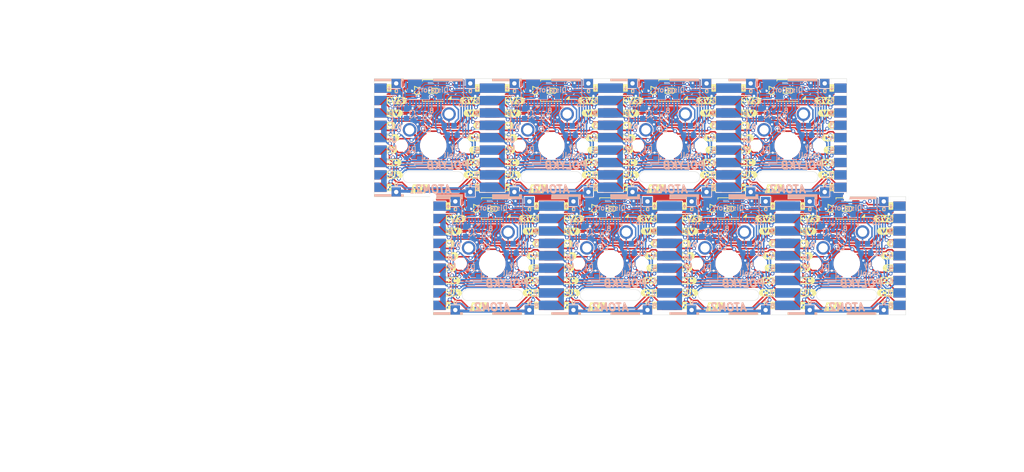
<source format=kicad_pcb>
(kicad_pcb (version 20211014) (generator pcbnew)
  (title_block (title "PolyKB Atom") (date "2022-02-01") (rev "2.1") (company "thpoll"))
  (layers (0 "F.Cu" signal) (31 "B.Cu" signal) (34 "B.Paste" user) (35 "F.Paste" user) (36 "B.SilkS" user "B.Silkscreen") (37 "F.SilkS" user "F.Silkscreen") (38 "B.Mask" user) (39 "F.Mask" user) (44 "Edge.Cuts" user))
  (net 0 "")
  (net 1 "/Keyboard/sheet605ED2EB/GND")
  (net 2 "/Keyboard/sheet605ED2EB/3V3")
  (net 3 "/Keyboard/sheet605ED2EB/4V2")
  (net 4 "Net-(C4-Pad1)")
  (net 5 "Net-(C5-Pad2)")
  (net 6 "Net-(C5-Pad1)")
  (net 7 "Net-(C6-Pad2)")
  (net 8 "Net-(C6-Pad1)")
  (net 9 "/Keyboard/sheet605ED2EB/CS")
  (net 10 "/Keyboard/sheet605ED2EB/RESET")
  (net 11 "/Keyboard/sheet605ED2EB/D-C")
  (net 12 "/Keyboard/sheet605ED2EB/SCLK")
  (net 13 "/Keyboard/sheet605ED2EB/SDIN")
  (net 14 "/Keyboard/sheet605ED2EB/LED_DIN")
  (net 15 "/Keyboard/sheet605ED2EB/5V")
  (net 16 "Net-(D1-Pad2)")
  (net 17 "/Keyboard/sheet605ED2EB/KeyRow")
  (net 18 "/Keyboard/sheet605ED2EB/KeyCol")
  (net 19 "CS8")
  (net 20 "CS7")
  (net 21 "CS6")
  (net 22 "CS5")
  (net 23 "CS4")
  (net 24 "CS3")
  (net 25 "CS2")
  (net 26 "CS1")
  (net 27 "Net-(C1-Pad1)")
  (footprint "poly_kb:AtomConnect2" (layer "F.Cu") (at 93.218 63.6778 -90)
    (fp_text reference "J3" hide)
    (fp_text value "WestFront")
  )
  (footprint "poly_kb:AtomConnect2" (layer "F.Cu") (at 110.236 63.6778 -90)
    (fp_text reference "J4" hide)
    (fp_text value "EastFront")
  )
  (footprint "poly_kb:WS2812B-Mini" (layer "F.Cu") (at 101.727 56.0578)
    (fp_text reference "LED1" hide)
    (fp_text value "WS2812B-Mini")
  )
  (footprint "poly_kb:SW_Cherry_MX_1.00u_PCB_NoSilk" (layer "F.Cu") (at 104.267 59.8678)
    (fp_text reference "SW1" hide)
    (fp_text value "SW_Push")
  )
  (footprint "poly_kb:TestPoin_1.5x1.5mm_Drill0.7mm" (layer "F.Cu") (at 107.696 54.9148)
    (fp_text reference "J2" hide)
    (fp_text value "North")
  )
  (footprint "poly_kb:TestPoin_1.5x1.5mm_Drill0.7mm" (layer "F.Cu") (at 95.758 54.9148)
    (fp_text reference "J8" hide)
    (fp_text value "North2")
  )
  (footprint "poly_kb:TestPoin_1.5x1.5mm_Drill0.7mm" (layer "F.Cu") (at 107.696 72.4408)
    (fp_text reference "J9" hide)
    (fp_text value "South2")
  )
  (footprint "poly_kb:TestPoin_1.5x1.5mm_Drill0.7mm" (layer "F.Cu") (at 95.758 72.4408)
    (fp_text reference "J7" hide)
    (fp_text value "South")
  )
  (footprint "kibuzzard-61EFA8F1" (layer "F.Cu") (at 126.9746 69.6722)
    (fp_text reference "kibuzzard-61EFA8F1" hide)
    (fp_text value "G***" hide)
  )
  (footprint "kibuzzard-61EFBE87" (layer "F.Cu") (at 143.6624 40.6654)
    (fp_text reference "kibuzzard-61EFBE87" hide)
    (fp_text value "G***" hide)
  )
  (footprint "kibuzzard-61EFBE3D" (layer "F.Cu") (at 143.1544 50.6222)
    (fp_text reference "kibuzzard-61EFBE3D" hide)
    (fp_text value "G***" hide)
  )
  (footprint "kibuzzard-61EFD947" (layer "F.Cu") (at 156.464 36.6014)
    (fp_text reference "kibuzzard-61EFD947" hide)
    (fp_text value "G***" hide)
  )
  (footprint "kibuzzard-61EFD908" (layer "F.Cu") (at 94.615 71.7042)
    (fp_text reference "kibuzzard-61EFD908" hide)
    (fp_text value "G***" hide)
  )
  (footprint "kibuzzard-61EFAA6D" (layer "F.Cu") (at 165.3794 63.6778)
    (fp_text reference "kibuzzard-61EFAA6D" hide)
    (fp_text value "G***" hide)
  )
  (footprint "kibuzzard-61EFD947" (layer "F.Cu") (at 123.19 36.6014)
    (fp_text reference "kibuzzard-61EFD947" hide)
    (fp_text value "G***" hide)
  )
  (footprint "poly_kb:TestPoin_1.5x1.5mm_Drill0.7mm" (layer "F.Cu") (at 117.221 53.3908)
    (fp_text reference "J9" hide)
    (fp_text value "South2")
  )
  (footprint "poly_kb:TestPoin_1.5x1.5mm_Drill0.7mm" (layer "F.Cu") (at 124.333 53.3908)
    (fp_text reference "J7" hide)
    (fp_text value "South")
  )
  (footprint "kibuzzard-61EFD908" (layer "F.Cu") (at 85.09 52.6542)
    (fp_text reference "kibuzzard-61EFD908" hide)
    (fp_text value "G***" hide)
  )
  (footprint "kibuzzard-61EFDAC6" (layer "F.Cu") (at 156.4132 42.6466)
    (fp_text reference "kibuzzard-61EFDAC6" hide)
    (fp_text value "G***" hide)
  )
  (footprint "poly_kb:TestPoin_1.5x1.5mm_Drill0.7mm" (layer "F.Cu") (at 126.746 54.9148)
    (fp_text reference "J2" hide)
    (fp_text value "North")
  )
  (footprint "kibuzzard-61EFABBF" (layer "F.Cu") (at 127.0762 67.691)
    (fp_text reference "kibuzzard-61EFABBF" hide)
    (fp_text value "G***" hide)
  )
  (footprint "poly_kb:TestPoin_1.5x1.5mm_Drill0.7mm" (layer "F.Cu") (at 164.846 72.4408)
    (fp_text reference "J9" hide)
    (fp_text value "South2")
  )
  (footprint "kibuzzard-61EFDD1E" (layer "F.Cu") (at 147.066 52.8828)
    (fp_text reference "kibuzzard-61EFDD1E" hide)
    (fp_text value "G***" hide)
  )
  (footprint "kibuzzard-61EFD908" (layer "F.Cu") (at 127.889 71.7042)
    (fp_text reference "kibuzzard-61EFD908" hide)
    (fp_text value "G***" hide)
  )
  (footprint "Capacitor_SMD:C_0603_1608Metric" (layer "F.Cu") (at 145.3515 37.0078 -90)
    (fp_text reference "C7")
    (fp_text value "100nF")
  )
  (footprint "kibuzzard-61EFD908" (layer "F.Cu") (at 137.414 52.6542)
    (fp_text reference "kibuzzard-61EFD908" hide)
    (fp_text value "G***" hide)
  )
  (footprint "kibuzzard-61EFD863" (layer "F.Cu") (at 164.7698 57.6834)
    (fp_text reference "kibuzzard-61EFD863" hide)
    (fp_text value "G***" hide)
  )
  (footprint "kibuzzard-61EFDAEE" (layer "F.Cu") (at 85.729239 44.627507)
    (fp_text reference "kibuzzard-61EFDAEE" hide)
    (fp_text value "G***" hide)
  )
  (footprint "kibuzzard-61EFD879" (layer "F.Cu") (at 86.319 38.6406)
    (fp_text reference "kibuzzard-61EFD879" hide)
    (fp_text value "G***" hide)
  )
  (footprint "kibuzzard-61EFBE87" (layer "F.Cu") (at 124.6124 40.6654)
    (fp_text reference "kibuzzard-61EFBE87" hide)
    (fp_text value "G***" hide)
  )
  (footprint "kibuzzard-61EFD879" (layer "F.Cu") (at 124.419 38.6406)
    (fp_text reference "kibuzzard-61EFD879" hide)
    (fp_text value "G***" hide)
  )
  (footprint "kibuzzard-61EFAA6D" (layer "F.Cu") (at 155.8544 44.6278)
    (fp_text reference "kibuzzard-61EFAA6D" hide)
    (fp_text value "G***" hide)
  )
  (footprint "kibuzzard-61EFD7F9" (layer "F.Cu") (at 117.9068 46.609)
    (fp_text reference "kibuzzard-61EFD7F9" hide)
    (fp_text value "G***" hide)
  )
  (footprint "poly_kb:AtomConnect2" (layer "F.Cu") (at 83.693 44.6278 -90)
    (fp_text reference "J3" hide)
    (fp_text value "WestFront")
  )
  (footprint "kibuzzard-61EFACF9" (layer "F.Cu") (at 145.5166 59.7154)
    (fp_text reference "kibuzzard-61EFACF9" hide)
    (fp_text value "G***" hide)
  )
  (footprint "kibuzzard-61EFD947" (layer "F.Cu") (at 85.09 36.6014)
    (fp_text reference "kibuzzard-61EFD947" hide)
    (fp_text value "G***" hide)
  )
  (footprint "kibuzzard-61EFD863" (layer "F.Cu") (at 117.1448 38.6334)
    (fp_text reference "kibuzzard-61EFD863" hide)
    (fp_text value "G***" hide)
  )
  (footprint "Capacitor_SMD:C_0603_1608Metric" (layer "F.Cu") (at 107.2515 37.0078 -90)
    (fp_text reference "C7")
    (fp_text value "100nF")
  )
  (footprint "poly_kb:TestPoin_1.5x1.5mm_Drill0.7mm" (layer "F.Cu") (at 98.171 53.3908)
    (fp_text reference "J9" hide)
    (fp_text value "South2")
  )
  (footprint "kibuzzard-61EFDAEE" (layer "F.Cu") (at 133.354239 63.677507)
    (fp_text reference "kibuzzard-61EFDAEE" hide)
    (fp_text value "G***" hide)
  )
  (footprint "kibuzzard-61EFD947" (layer "F.Cu") (at 118.364 36.6014)
    (fp_text reference "kibuzzard-61EFD947" hide)
    (fp_text value "G***" hide)
  )
  (footprint "kibuzzard-61EFD947" (layer "F.Cu") (at 99.314 36.6014)
    (fp_text reference "kibuzzard-61EFD947" hide)
    (fp_text value "G***" hide)
  )
  (footprint "kibuzzard-61EFBE3D" (layer "F.Cu") (at 133.6294 69.6722)
    (fp_text reference "kibuzzard-61EFBE3D" hide)
    (fp_text value "G***" hide)
  )
  (footprint "poly_kb:TestPoin_1.5x1.5mm_Drill0.7mm" (layer "F.Cu") (at 133.858 54.9148)
    (fp_text reference "J8" hide)
    (fp_text value "North2")
  )
  (footprint "kibuzzard-61EFD7F9" (layer "F.Cu") (at 136.9568 46.609)
    (fp_text reference "kibuzzard-61EFD7F9" hide)
    (fp_text value "G***" hide)
  )
  (footprint "poly_kb:TestPoin_1.5x1.5mm_Drill0.7mm" (layer "F.Cu") (at 136.271 35.8648)
    (fp_text reference "J2" hide)
    (fp_text value "North")
  )
  (footprint "kibuzzard-61EFD947" (layer "F.Cu") (at 151.765 55.6514)
    (fp_text reference "kibuzzard-61EFD947" hide)
    (fp_text value "G***" hide)
  )
  (footprint "kibuzzard-61EFBE87" (layer "F.Cu") (at 153.1874 59.7154)
    (fp_text reference "kibuzzard-61EFBE87" hide)
    (fp_text value "G***" hide)
  )
  (footprint "kibuzzard-61EFBE21" (layer "F.Cu") (at 114.1222 65.659)
    (fp_text reference "kibuzzard-61EFBE21" hide)
    (fp_text value "G***" hide)
  )
  (footprint "kibuzzard-61EFDD1E" (layer "F.Cu") (at 99.441 71.9328)
    (fp_text reference "kibuzzard-61EFDD1E" hide)
    (fp_text value "G***" hide)
  )
  (footprint "kibuzzard-61EFACF9" (layer "F.Cu") (at 116.9416 40.6654)
    (fp_text reference "kibuzzard-61EFACF9" hide)
    (fp_text value "G***" hide)
  )
  (footprint "kibuzzard-61EFD863" (layer "F.Cu") (at 145.7198 57.6834)
    (fp_text reference "kibuzzard-61EFD863" hide)
    (fp_text value "G***" hide)
  )
  (footprint "poly_kb:TestPoin_1.5x1.5mm_Drill0.7mm" (layer "F.Cu") (at 155.321 35.8648)
    (fp_text reference "J2" hide)
    (fp_text value "North")
  )
  (footprint "poly_kb:SW_Cherry_MX_1.00u_PCB_NoSilk" (layer "F.Cu") (at 113.792 40.8178)
    (fp_text reference "SW1" hide)
    (fp_text value "SW_Push")
  )
  (footprint "poly_kb:TestPoin_1.5x1.5mm_Drill0.7mm" (layer "F.Cu") (at 86.233 53.3908)
    (fp_text reference "J7" hide)
    (fp_text value "South")
  )
  (footprint "kibuzzard-61EFBE87" (layer "F.Cu") (at 96.0374 59.7154)
    (fp_text reference "kibuzzard-61EFBE87" hide)
    (fp_text value "G***" hide)
  )
  (footprint "kibuzzard-61EFDAC6" (layer "F.Cu") (at 108.7882 61.6966)
    (fp_text reference "kibuzzard-61EFDAC6" hide)
    (fp_text value "G***" hide)
  )
  (footprint "kibuzzard-61EFD863" (layer "F.Cu") (at 126.6698 57.6834)
    (fp_text reference "kibuzzard-61EFD863" hide)
    (fp_text value "G***" hide)
  )
  (footprint "kibuzzard-61EFDAA0" (layer "F.Cu") (at 85.4456 42.6466)
    (fp_text reference "kibuzzard-61EFDAA0" hide)
    (fp_text value "G***" hide)
  )
  (footprint "kibuzzard-61EFA8F1" (layer "F.Cu") (at 117.4496 50.6222)
    (fp_text reference "kibuzzard-61EFA8F1" hide)
    (fp_text value "G***" hide)
  )
  (footprint "kibuzzard-61EFD879" (layer "F.Cu") (at 105.369 38.6406)
    (fp_text reference "kibuzzard-61EFD879" hide)
    (fp_text value "G***" hide)
  )
  (footprint "poly_kb:AtomConnect2" (layer "F.Cu") (at 140.843 44.6278 -90)
    (fp_text reference "J3" hide)
    (fp_text value "WestFront")
  )
  (footprint "kibuzzard-61EFD908" (layer "F.Cu") (at 104.14 52.6542)
    (fp_text reference "kibuzzard-61EFD908" hide)
    (fp_text value "G***" hide)
  )
  (footprint "poly_kb:AtomConnect2" (layer "F.Cu") (at 100.711 44.6278 -90)
    (fp_text reference "J4" hide)
    (fp_text value "EastFront")
  )
  (footprint "kibuzzard-61EFDD1E" (layer "F.Cu") (at 89.916 52.8828)
    (fp_text reference "kibuzzard-61EFDD1E" hide)
    (fp_text value "G***" hide)
  )
  (footprint "kibuzzard-61EFD947" (layer "F.Cu") (at 132.715 55.6514)
    (fp_text reference "kibuzzard-61EFD947" hide)
    (fp_text value "G***" hide)
  )
  (footprint "kibuzzard-61EFD908" (layer "F.Cu") (at 132.715 71.7042)
    (fp_text reference "kibuzzard-61EFD908" hide)
    (fp_text value "G***" hide)
  )
  (footprint "kibuzzard-61EFBE2C" (layer "F.Cu") (at 104.9528 48.641)
    (fp_text reference "kibuzzard-61EFBE2C" hide)
    (fp_text value "G***" hide)
  )
  (footprint "kibuzzard-61EFBE3D" (layer "F.Cu") (at 124.1044 50.6222)
    (fp_text reference "kibuzzard-61EFBE3D" hide)
    (fp_text value "G***" hide)
  )
  (footprint "Capacitor_SMD:C_0603_1608Metric" (layer "F.Cu") (at 154.8765 56.0578 -90)
    (fp_text reference "C7")
    (fp_text value "100nF")
  )
  (footprint "kibuzzard-61EFBE3D" (layer "F.Cu") (at 105.0544 50.6222)
    (fp_text reference "kibuzzard-61EFBE3D" hide)
    (fp_text value "G***" hide)
  )
  (footprint "poly_kb:TestPoin_1.5x1.5mm_Drill0.7mm" (layer "F.Cu") (at 98.171 35.8648)
    (fp_text reference "J2" hide)
    (fp_text value "North")
  )
  (footprint "kibuzzard-61EFBE2C" (layer "F.Cu") (at 95.4278 67.691)
    (fp_text reference "kibuzzard-61EFBE2C" hide)
    (fp_text value "G***" hide)
  )
  (footprint "poly_kb:WS2812B-Mini" (layer "F.Cu") (at 92.202 37.0078)
    (fp_text reference "LED1" hide)
    (fp_text value "WS2812B-Mini")
  )
  (footprint "kibuzzard-61EFDAEE" (layer "F.Cu") (at 123.829239 44.627507)
    (fp_text reference "kibuzzard-61EFDAEE" hide)
    (fp_text value "G***" hide)
  )
  (footprint "kibuzzard-61EFDAC6" (layer "F.Cu") (at 127.8382 61.6966)
    (fp_text reference "kibuzzard-61EFDAC6" hide)
    (fp_text value "G***" hide)
  )
  (footprint "kibuzzard-61EFD908" (layer "F.Cu") (at 156.464 52.6542)
    (fp_text reference "kibuzzard-61EFD908" hide)
    (fp_text value "G***" hide)
  )
  (footprint "kibuzzard-61EFDAA0" (layer "F.Cu") (at 133.0706 61.6966)
    (fp_text reference "kibuzzard-61EFDAA0" hide)
    (fp_text value "G***" hide)
  )
  (footprint "poly_kb:TestPoin_1.5x1.5mm_Drill0.7mm" (layer "F.Cu") (at 143.383 35.8648)
    (fp_text reference "J8" hide)
    (fp_text value "North2")
  )
  (footprint "kibuzzard-61EFD908" (layer "F.Cu") (at 165.989 71.7042)
    (fp_text reference "kibuzzard-61EFD908" hide)
    (fp_text value "G***" hide)
  )
  (footprint "kibuzzard-61EFDAC6" (layer "F.Cu") (at 99.2632 42.6466)
    (fp_text reference "kibuzzard-61EFDAC6" hide)
    (fp_text value "G***" hide)
  )
  (footprint "poly_kb:AtomConnect2" (layer "F.Cu") (at 167.386 63.6778 -90)
    (fp_text reference "J4" hide)
    (fp_text value "EastFront")
  )
  (footprint "kibuzzard-61EFBE87" (layer "F.Cu") (at 86.5124 40.6654)
    (fp_text reference "kibuzzard-61EFBE87" hide)
    (fp_text value "G***" hide)
  )
  (footprint "poly_kb:AtomConnect2" (layer "F.Cu") (at 138.811 44.6278 -90)
    (fp_text reference "J4" hide)
    (fp_text value "EastFront")
  )
  (footprint "kibuzzard-61EFD947" (layer "F.Cu") (at 137.414 36.6014)
    (fp_text reference "kibuzzard-61EFD947" hide)
    (fp_text value "G***" hide)
  )
  (footprint "poly_kb:AtomConnect2" (layer "F.Cu") (at 119.761 44.6278 -90)
    (fp_text reference "J4" hide)
    (fp_text value "EastFront")
  )
  (footprint "kibuzzard-61EFDD1E" (layer "F.Cu") (at 137.541 71.9328)
    (fp_text reference "kibuzzard-61EFDD1E" hide)
    (fp_text value "G***" hide)
  )
  (footprint "poly_kb:TestPoin_1.5x1.5mm_Drill0.7mm" (layer "F.Cu") (at 164.846 54.9148)
    (fp_text reference "J2" hide)
    (fp_text value "North")
  )
  (footprint "kibuzzard-61EFDAEE" (layer "F.Cu") (at 104.779239 44.627507)
    (fp_text reference "kibuzzard-61EFDAEE" hide)
    (fp_text value "G***" hide)
  )
  (footprint "kibuzzard-61EFD879" (layer "F.Cu") (at 143.469 38.6406)
    (fp_text reference "kibuzzard-61EFD879" hide)
    (fp_text value "G***" hide)
  )
  (footprint "kibuzzard-61EFD908" (layer "F.Cu") (at 118.364 52.6542)
    (fp_text reference "kibuzzard-61EFD908" hide)
    (fp_text value "G***" hide)
  )
  (footprint "Capacitor_SMD:C_0603_1608Metric" (layer "F.Cu") (at 135.8265 56.0578 -90)
    (fp_text reference "C7")
    (fp_text value "100nF")
  )
  (footprint "kibuzzard-61EFBE21" (layer "F.Cu") (at 152.2222 65.659)
    (fp_text reference "kibuzzard-61EFBE21" hide)
    (fp_text value "G***" hide)
  )
  (footprint "kibuzzard-61EFAA6D" (layer "F.Cu") (at 117.7544 44.6278)
    (fp_text reference "kibuzzard-61EFAA6D" hide)
    (fp_text value "G***" hide)
  )
  (footprint "poly_kb:TestPoin_1.5x1.5mm_Drill0.7mm" (layer "F.Cu") (at 145.796 54.9148)
    (fp_text reference "J2" hide)
    (fp_text value "North")
  )
  (footprint "kibuzzard-61EFDAEE" (layer "F.Cu") (at 114.304239 63.677507)
    (fp_text reference "kibuzzard-61EFDAEE" hide)
    (fp_text value "G***" hide)
  )
  (footprint "kibuzzard-61EFD947" (layer "F.Cu") (at 127.889 55.6514)
    (fp_text reference "kibuzzard-61EFD947" hide)
    (fp_text value "G***" hide)
  )
  (footprint "poly_kb:TestPoin_1.5x1.5mm_Drill0.7mm" (layer "F.Cu") (at 105.283 53.3908)
    (fp_text reference "J7" hide)
    (fp_text value "South")
  )
  (footprint "" (layer "F.Cu") (at 92.202 54.1528)
    (fp_text reference "")
    (fp_text value "")
  )
  (footprint "kibuzzard-61EFDAA0" (layer "F.Cu") (at 104.4956 42.6466)
    (fp_text reference "kibuzzard-61EFDAA0" hide)
    (fp_text value "G***" hide)
  )
  (footprint "poly_kb:AtomConnect2" (layer "F.Cu") (at 157.861 44.6278 -90)
    (fp_text reference "J4" hide)
    (fp_text value "EastFront")
  )
  (footprint "poly_kb:WS2812B-Mini" (layer "F.Cu") (at 158.877 56.0578)
    (fp_text reference "LED1" hide)
    (fp_text value "WS2812B-Mini")
  )
  (footprint "kibuzzard-61EFD947" (layer "F.Cu") (at 108.839 55.6514)
    (fp_text reference "kibuzzard-61EFD947" hide)
    (fp_text value "G***" hide)
  )
  (footprint "kibuzzard-61EFABBF" (layer "F.Cu") (at 98.5012 48.641)
    (fp_text reference "kibuzzard-61EFABBF" hide)
    (fp_text value "G***" hide)
  )
  (footprint "poly_kb:WS2812B-Mini" (layer "F.Cu") (at 111.252 37.0078)
    (fp_text reference "LED1" hide)
    (fp_text value "WS2812B-Mini")
  )
  (footprint "kibuzzard-61EFABBF" (layer "F.Cu") (at 155.6512 48.641)
    (fp_text reference "kibuzzard-61EFABBF" hide)
    (fp_text value "G***" hide)
  )
  (footprint "kibuzzard-61EFBE21" (layer "F.Cu") (at 142.6972 46.609)
    (fp_text reference "kibuzzard-61EFBE21" hide)
    (fp_text value "G***" hide)
  )
  (footprint "kibuzzard-61EFD863" (layer "F.Cu") (at 136.1948 38.6334)
    (fp_text reference "kibuzzard-61EFD863" hide)
    (fp_text value "G***" hide)
  )
  (footprint "kibuzzard-61EFDAC6" (layer "F.Cu") (at 118.3132 42.6466)
    (fp_text reference "kibuzzard-61EFDAC6" hide)
    (fp_text value "G***" hide)
  )
  (footprint "kibuzzard-61EFDD1E" (layer "F.Cu") (at 156.591 71.9328)
    (fp_text reference "kibuzzard-61EFDD1E" hide)
    (fp_text value "G***" hide)
  )
  (footprint "kibuzzard-61EFD879" (layer "F.Cu") (at 152.994 57.6906)
    (fp_text reference "kibuzzard-61EFD879" hide)
    (fp_text value "G***" hide)
  )
  (footprint "poly_kb:WS2812B-Mini" (layer "F.Cu") (at 139.827 56.0578)
    (fp_text reference "LED1" hide)
    (fp_text value "WS2812B-Mini")
  )
  (footprint "poly_kb:AtomConnect2" (layer "F.Cu") (at 112.268 63.6778 -90)
    (fp_text reference "J3" hide)
    (fp_text value "WestFront")
  )
  (footprint "kibuzzard-61EFA8F1" (layer "F.Cu") (at 107.9246 69.6722)
    (fp_text reference "kibuzzard-61EFA8F1" hide)
    (fp_text value "G***" hide)
  )
  (footprint "kibuzzard-61EFDD1E" (layer "F.Cu") (at 128.016 52.8828)
    (fp_text reference "kibuzzard-61EFDD1E" hide)
    (fp_text value "G***" hide)
  )
  (footprint "kibuzzard-61EFABBF" (layer "F.Cu") (at 146.1262 67.691)
    (fp_text reference "kibuzzard-61EFABBF" hide)
    (fp_text value "G***" hide)
  )
  (footprint "poly_kb:SW_Cherry_MX_1.00u_PCB_NoSilk" (layer "F.Cu") (at 161.417 59.8678)
    (fp_text reference "SW1" hide)
    (fp_text value "SW_Push")
  )
  (footprint "kibuzzard-61EFDAA0" (layer "F.Cu") (at 123.5456 42.6466)
    (fp_text reference "kibuzzard-61EFDAA0" hide)
    (fp_text value "G***" hide)
  )
  (footprint "kibuzzard-61EFBE3D" (layer "F.Cu") (at 86.0044 50.6222)
    (fp_text reference "kibuzzard-61EFBE3D" hide)
    (fp_text value "G***" hide)
  )
  (footprint "kibuzzard-61EFA8F1" (layer "F.Cu") (at 136.4996 50.6222)
    (fp_text reference "kibuzzard-61EFA8F1" hide)
    (fp_text value "G***" hide)
  )
  (footprint "poly_kb:TestPoin_1.5x1.5mm_Drill0.7mm" (layer "F.Cu") (at 155.321 53.3908)
    (fp_text reference "J9" hide)
    (fp_text value "South2")
  )
  (footprint "Capacitor_SMD:C_0603_1608Metric" (layer "F.Cu") (at 97.7265 56.0578 -90)
    (fp_text reference "C7")
    (fp_text value "100nF")
  )
  (footprint "kibuzzard-61EFD7F9" (layer "F.Cu") (at 146.4818 65.659)
    (fp_text reference "kibuzzard-61EFD7F9" hide)
    (fp_text value "G***" hide)
  )
  (footprint "kibuzzard-61EFD863" (layer "F.Cu") (at 98.0948 38.6334)
    (fp_text reference "kibuzzard-61EFD863" hide)
    (fp_text value "G***" hide)
  )
  (footprint "poly_kb:SW_Cherry_MX_1.00u_PCB_NoSilk" (layer "F.Cu") (at 123.317 59.8678)
    (fp_text reference "SW1" hide)
    (fp_text value "SW_Push")
  )
  (footprint "poly_kb:TestPoin_1.5x1.5mm_Drill0.7mm" (layer "F.Cu") (at 136.271 53.3908)
    (fp_text reference "J9" hide)
    (fp_text value "South2")
  )
  (footprint "kibuzzard-61EFDAA0" (layer "F.Cu") (at 94.9706 61.6966)
    (fp_text reference "kibuzzard-61EFDAA0" hide)
    (fp_text value "G***" hide)
  )
  (footprint "kibuzzard-61EFDAEE" (layer "F.Cu") (at 152.404239 63.677507)
    (fp_text reference "kibuzzard-61EFDAEE" hide)
    (fp_text value "G***" hide)
  )
  (footprint "kibuzzard-61EFD879" (layer "F.Cu") (at 114.894 57.6906)
    (fp_text reference "kibuzzard-61EFD879" hide)
    (fp_text value "G***" hide)
  )
  (footprint "poly_kb:AtomConnect2" (layer "F.Cu") (at 150.368 63.6778 -90)
    (fp_text reference "J3" hide)
    (fp_text value "WestFront")
  )
  (footprint "kibuzzard-61EFACF9" (layer "F.Cu") (at 126.4666 59.7154)
    (fp_text reference "kibuzzard-61EFACF9" hide)
    (fp_text value "G***" hide)
  )
  (footprint "kibuzzard-61EFD947" (layer "F.Cu") (at 142.24 36.6014)
    (fp_text reference "kibuzzard-61EFD947" hide)
    (fp_text value "G***" hide)
  )
  (footprint "kibuzzard-61EFABBF" (layer "F.Cu") (at 136.6012 48.641)
    (fp_text reference "kibuzzard-61EFABBF" hide)
    (fp_text value "G***" hide)
  )
  (footprint "Capacitor_SMD:C_0603_1608Metric" (layer "F.Cu") (at 88.2015 37.0078 -90)
    (fp_text reference "C7")
    (fp_text value "100nF")
  )
  (footprint "kibuzzard-61EFBE2C" (layer "F.Cu") (at 124.0028 48.641)
    (fp_text reference "kibuzzard-61EFBE2C" hide)
    (fp_text value "G***" hide)
  )
  (footprint "poly_kb:AtomConnect2" (layer "F.Cu") (at 102.743 44.6278 -90)
    (fp_text reference "J3" hide)
    (fp_text value "WestFront")
  )
  (footprint "poly_kb:WS2812B-Mini" (layer "F.Cu") (at 130.302 37.0078)
    (fp_text reference "LED1" hide)
    (fp_text value "WS2812B-Mini")
  )
  (footprint "kibuzzard-61EFA8F1" (layer "F.Cu") (at 155.5496 50.6222)
    (fp_text reference "kibuzzard-61EFA8F1" hide)
    (fp_text value "G***" hide)
  )
  (footprint "kibuzzard-61EFD7F9" (layer "F.Cu") (at 108.3818 65.659)
    (fp_text reference "kibuzzard-61EFD7F9" hide)
    (fp_text value "G***" hide)
  )
  (footprint "kibuzzard-61EFBE21" (layer "F.Cu") (at 85.5472 46.609)
    (fp_text reference "kibuzzard-61EFBE21" hide)
    (fp_text value "G***" hide)
  )
  (footprint "poly_kb:WS2812B-Mini" (layer "F.Cu") (at 149.352 37.0078)
    (fp_text reference "LED1" hide)
    (fp_text value "WS2812B-Mini")
  )
  (footprint "kibuzzard-61EFDAC6" (layer "F.Cu") (at 137.3632 42.6466)
    (fp_text reference "kibuzzard-61EFDAC6" hide)
    (fp_text value "G***" hide)
  )
  (footprint "kibuzzard-61EFD908" (layer "F.Cu") (at 123.19 52.6542)
    (fp_text reference "kibuzzard-61EFD908" hide)
    (fp_text value "G***" hide)
  )
  (footprint "poly_kb:AtomConnect2" (layer "F.Cu") (at 148.336 63.6778 -90)
    (fp_text reference "J4" hide)
    (fp_text value "EastFront")
  )
  (footprint "kibuzzard-61EFBE87" (layer "F.Cu") (at 134.1374 59.7154)
    (fp_text reference "kibuzzard-61EFBE87" hide)
    (fp_text value "G***" hide)
  )
  (footprint "kibuzzard-61EFBE2C" (layer "F.Cu") (at 85.9028 48.641)
    (fp_text reference "kibuzzard-61EFBE2C" hide)
    (fp_text value "G***" hide)
  )
  (footprint "kibuzzard-61EFD863" (layer "F.Cu") (at 107.6198 57.6834)
    (fp_text reference "kibuzzard-61EFD863" hide)
    (fp_text value "G***" hide)
  )
  (footprint "kibuzzard-61EFA8F1" (layer "F.Cu") (at 146.0246 69.6722)
    (fp_text reference "kibuzzard-61EFA8F1" hide)
    (fp_text value "G***" hide)
  )
  (footprint "poly_kb:TestPoin_1.5x1.5mm_Drill0.7mm" (layer "F.Cu") (at 114.808 54.9148)
    (fp_text reference "J8" hide)
    (fp_text value "North2")
  )
  (footprint "kibuzzard-61EFABBF" (layer "F.Cu") (at 117.5512 48.641)
    (fp_text reference "kibuzzard-61EFABBF" hide)
    (fp_text value "G***" hide)
  )
  (footprint "kibuzzard-61EFBE21" (layer "F.Cu") (at 123.6472 46.609)
    (fp_text reference "kibuzzard-61EFBE21" hide)
    (fp_text value "G***" hide)
  )
  (footprint "kibuzzard-61EFBE87" (layer "F.Cu") (at 105.5624 40.6654)
    (fp_text reference "kibuzzard-61EFBE87" hide)
    (fp_text value "G***" hide)
  )
  (footprint "poly_kb:TestPoin_1.5x1.5mm_Drill0.7mm" (layer "F.Cu") (at 145.796 72.4408)
    (fp_text reference "J9" hide)
    (fp_text value "South2")
  )
  (footprint "kibuzzard-61EFAA6D" (layer "F.Cu") (at 127.2794 63.6778)
    (fp_text reference "kibuzzard-61EFAA6D" hide)
    (fp_text value "G***" hide)
  )
  (footprint "poly_kb:AtomConnect2" (layer "F.Cu") (at 121.793 44.6278 -90)
    (fp_text reference "J3" hide)
    (fp_text value "WestFront")
  )
  (footprint "kibuzzard-61EFBE3D" (layer "F.Cu") (at 152.6794 69.6722)
    (fp_text reference "kibuzzard-61EFBE3D" hide)
    (fp_text value "G***" hide)
  )
  (footprint "kibuzzard-61EFACF9" (layer "F.Cu") (at 135.9916 40.6654)
    (fp_text reference "kibuzzard-61EFACF9" hide)
    (fp_text value "G***" hide)
  )
  (footprint "kibuzzard-61EFD879" (layer "F.Cu") (at 133.944 57.6906)
    (fp_text reference "kibuzzard-61EFD879" hide)
    (fp_text value "G***" hide)
  )
  (footprint "kibuzzard-61EFD879" (layer "F.Cu") (at 95.844 57.6906)
    (fp_text reference "kibuzzard-61EFD879" hide)
    (fp_text value "G***" hide)
  )
  (footprint "kibuzzard-61EFD908" (layer "F.Cu") (at 108.839 71.7042)
    (fp_text reference "kibuzzard-61EFD908" hide)
    (fp_text value "G***" hide)
  )
  (footprint "poly_kb:TestPoin_1.5x1.5mm_Drill0.7mm" (layer "F.Cu") (at 143.383 53.3908)
    (fp_text reference "J7" hide)
    (fp_text value "South")
  )
  (footprint "kibuzzard-61EFACF9" (layer "F.Cu") (at 107.4166 59.7154)
    (fp_text reference "kibuzzard-61EFACF9" hide)
    (fp_text value "G***" hide)
  )
  (footprint "poly_kb:TestPoin_1.5x1.5mm_Drill0.7mm" (layer "F.Cu") (at 117.221 35.8648)
    (fp_text reference "J2" hide)
    (fp_text value "North")
  )
  (footprint "poly_kb:TestPoin_1.5x1.5mm_Drill0.7mm" (layer "F.Cu") (at 124.333 35.8648)
    (fp_text reference "J8" hide)
    (fp_text value "North2")
  )
  (footprint "poly_kb:SW_Cherry_MX_1.00u_PCB_NoSilk" (layer "F.Cu") (at 151.892 40.8178)
    (fp_text reference "SW1" hide)
    (fp_text value "SW_Push")
  )
  (footprint "kibuzzard-61EFBE21" (layer "F.Cu") (at 104.5972 46.609)
    (fp_text reference "kibuzzard-61EFBE21" hide)
    (fp_text value "G***" hide)
  )
  (footprint "kibuzzard-61EFD7F9" (layer "F.Cu") (at 127.4318 65.659)
    (fp_text reference "kibuzzard-61EFD7F9" hide)
    (fp_text value "G***" hide)
  )
  (footprint "kibuzzard-61EFDAC6" (layer "F.Cu") (at 165.9382 61.6966)
    (fp_text reference "kibuzzard-61EFDAC6" hide)
    (fp_text value "G***" hide)
  )
  (footprint "poly_kb:TestPoin_1.5x1.5mm_Drill0.7mm" (layer "F.Cu") (at 114.808 72.4408)
    (fp_text reference "J7" hide)
    (fp_text value "South")
  )
  (footprint "kibuzzard-61EFDAEE" (layer "F.Cu") (at 95.254239 63.677507)
    (fp_text reference "kibuzzard-61EFDAEE" hide)
    (fp_text value "G***" hide)
  )
  (footprint "kibuzzard-61EFACF9" (layer "F.Cu") (at 155.0416 40.6654)
    (fp_text reference "kibuzzard-61EFACF9" hide)
    (fp_text value "G***" hide)
  )
  (footprint "kibuzzard-61EFD7F9" (layer "F.Cu") (at 156.0068 46.609)
    (fp_text reference "kibuzzard-61EFD7F9" hide)
    (fp_text value "G***" hide)
  )
  (footprint "poly_kb:TestPoin_1.5x1.5mm_Drill0.7mm" (layer "F.Cu") (at 105.283 35.8648)
    (fp_text reference "J8" hide)
    (fp_text value "North2")
  )
  (footprint "poly_kb:SW_Cherry_MX_1.00u_PCB_NoSilk" (layer "F.Cu") (at 94.742 40.8178)
    (fp_text reference "SW1" hide)
    (fp_text value "SW_Push")
  )
  (footprint "kibuzzard-61EFBE2C" (layer "F.Cu") (at 143.0528 48.641)
    (fp_text reference "kibuzzard-61EFBE2C" hide)
    (fp_text value "G***" hide)
  )
  (footprint "kibuzzard-61EFDAEE" (layer "F.Cu") (at 142.879239 44.627507)
    (fp_text reference "kibuzzard-61EFDAEE" hide)
    (fp_text value "G***" hide)
  )
  (footprint "kibuzzard-61EFA8F1" (layer "F.Cu") (at 165.0746 69.6722)
    (fp_text reference "kibuzzard-61EFA8F1" hide)
    (fp_text value "G***" hide)
  )
  (footprint "kibuzzard-61EFBE87" (layer "F.Cu") (at 115.0874 59.7154)
    (fp_text reference "kibuzzard-61EFBE87" hide)
    (fp_text value "G***" hide)
  )
  (footprint "kibuzzard-61EFD7F9" (layer "F.Cu") (at 98.8568 46.609)
    (fp_text reference "kibuzzard-61EFD7F9" hide)
    (fp_text value "G***" hide)
  )
  (footprint "kibuzzard-61EFAA6D" (layer "F.Cu") (at 98.7044 44.6278)
    (fp_text reference "kibuzzard-61EFAA6D" hide)
    (fp_text value "G***" hide)
  )
  (footprint "kibuzzard-61EFD908" (layer "F.Cu") (at 142.24 52.6542)
    (fp_text reference "kibuzzard-61EFD908" hide)
    (fp_text value "G***" hide)
  )
  (footprint "poly_kb:TestPoin_1.5x1.5mm_Drill0.7mm" (layer "F.Cu") (at 152.908 54.9148)
    (fp_text reference "J8" hide)
    (fp_text value "North2")
  )
  (footprint "Capacitor_SMD:C_0603_1608Metric" (layer "F.Cu") (at 126.3015 37.0078 -90)
    (fp_text reference "C7")
    (fp_text value "100nF")
  )
  (footprint "kibuzzard-61EFDAA0" (layer "F.Cu") (at 152.1206 61.6966)
    (fp_text reference "kibuzzard-61EFDAA0" hide)
    (fp_text value "G***" hide)
  )
  (footprint "poly_kb:SW_Cherry_MX_1.00u_PCB_NoSilk" (layer "F.Cu") (at 132.842 40.8178)
    (fp_text reference "SW1" hide)
    (fp_text value "SW_Push")
  )
  (footprint "" (layer "F.Cu") (at 168.402 54.1528)
    (fp_text reference "")
    (fp_text value "")
  )
  (footprint "kibuzzard-61EFACF9" (layer "F.Cu") (at 97.8916 40.6654)
    (fp_text reference "kibuzzard-61EFACF9" hide)
    (fp_text value "G***" hide)
  )
  (footprint "kibuzzard-61EFD908" (layer "F.Cu") (at 113.665 71.7042)
    (fp_text reference "kibuzzard-61EFD908" hide)
    (fp_text value "G***" hide)
  )
  (footprint "kibuzzard-61EFBE21" (layer "F.Cu") (at 95.0722 65.659)
    (fp_text reference "kibuzzard-61EFBE21" hide)
    (fp_text value "G***" hide)
  )
  (footprint "kibuzzard-61EFBE2C" (layer "F.Cu") (at 114.4778 67.691)
    (fp_text reference "kibuzzard-61EFBE2C" hide)
    (fp_text value "G***" hide)
  )
  (footprint "kibuzzard-61EFD908" (layer "F.Cu") (at 146.939 71.7042)
    (fp_text reference "kibuzzard-61EFD908" hide)
    (fp_text value "G***" hide)
  )
  (footprint "kibuzzard-61EFABBF" (layer "F.Cu") (at 108.0262 67.691)
    (fp_text reference "kibuzzard-61EFABBF" hide)
    (fp_text value "G***" hide)
  )
  (footprint "kibuzzard-61EFD947" (layer "F.Cu") (at 94.615 55.6514)
    (fp_text reference "kibuzzard-61EFD947" hide)
    (fp_text value "G***" hide)
  )
  (footprint "kibuzzard-61EFAA6D" (layer "F.Cu") (at 146.3294 63.6778)
    (fp_text reference "kibuzzard-61EFAA6D" hide)
    (fp_text value "G***" hide)
  )
  (footprint "kibuzzard-61EFD7F9" (layer "F.Cu") (at 165.5318 65.659)
    (fp_text reference "kibuzzard-61EFD7F9" hide)
    (fp_text value "G***" hide)
  )
  (footprint "kibuzzard-61EFBE3D" (layer "F.Cu") (at 114.5794 69.6722)
    (fp_text reference "kibuzzard-61EFBE3D" hide)
    (fp_text value "G***" hide)
  )
  (footprint "poly_kb:TestPoin_1.5x1.5mm_Drill0.7mm" (layer "F.Cu") (at 86.233 35.8648)
    (fp_text reference "J8" hide)
    (fp_text value "North2")
  )
  (footprint "kibuzzard-61EFAA6D" (layer "F.Cu") (at 136.8044 44.6278)
    (fp_text reference "kibuzzard-61EFAA6D" hide)
    (fp_text value "G***" hide)
  )
  (footprint "poly_kb:TestPoin_1.5x1.5mm_Drill0.7mm" (layer "F.Cu") (at 152.908 72.4408)
    (fp_text reference "J7" hide)
    (fp_text value "South")
  )
  (footprint "kibuzzard-61EFD908" (layer "F.Cu") (at 99.314 52.6542)
    (fp_text reference "kibuzzard-61EFD908" hide)
    (fp_text value "G***" hide)
  )
  (footprint "kibuzzard-61EFABBF" (layer "F.Cu") (at 165.1762 67.691)
    (fp_text reference "kibuzzard-61EFABBF" hide)
    (fp_text value "G***" hide)
  )
  (footprint "poly_kb:TestPoin_1.5x1.5mm_Drill0.7mm" (layer "F.Cu") (at 126.746 72.4408)
    (fp_text reference "J9" hide)
    (fp_text value "South2")
  )
  (footprint "kibuzzard-61EFD947" (layer "F.Cu") (at 104.14 36.6014)
    (fp_text reference "kibuzzard-61EFD947" hide)
    (fp_text value "G***" hide)
  )
  (footprint "kibuzzard-61EFBE2C" (layer "F.Cu") (at 152.5778 67.691)
    (fp_text reference "kibuzzard-61EFBE2C" hide)
    (fp_text value "G***" hide)
  )
  (footprint "kibuzzard-61EFDD1E" (layer "F.Cu") (at 108.966 52.8828)
    (fp_text reference "kibuzzard-61EFDD1E" hide)
    (fp_text value "G***" hide)
  )
  (footprint "poly_kb:AtomConnect2" (layer "F.Cu") (at 131.318 63.6778 -90)
    (fp_text reference "J3" hide)
    (fp_text value "WestFront")
  )
  (footprint "kibuzzard-61EFD863" (layer "F.Cu") (at 155.2448 38.6334)
    (fp_text reference "kibuzzard-61EFD863" hide)
    (fp_text value "G***" hide)
  )
  (footprint "kibuzzard-61EFD908" (layer "F.Cu") (at 151.765 71.7042)
    (fp_text reference "kibuzzard-61EFD908" hide)
    (fp_text value "G***" hide)
  )
  (footprint "kibuzzard-61EFBE3D" (layer "F.Cu") (at 95.5294 69.6722)
    (fp_text reference "kibuzzard-61EFBE3D" hide)
    (fp_text value "G***" hide)
  )
  (footprint "kibuzzard-61EFDD1E" (layer "F.Cu") (at 118.491 71.9328)
    (fp_text reference "kibuzzard-61EFDD1E" hide)
    (fp_text value "G***" hide)
  )
  (footprint "kibuzzard-61EFAA6D" (layer "F.Cu") (at 108.2294 63.6778)
    (fp_text reference "kibuzzard-61EFAA6D" hide)
    (fp_text value "G***" hide)
  )
  (footprint "kibuzzard-61EFDAA0" (layer "F.Cu") (at 142.5956 42.6466)
    (fp_text reference "kibuzzard-61EFDAA0" hide)
    (fp_text value "G***" hide)
  )
  (footprint "poly_kb:AtomConnect2" (layer "F.Cu") (at 129.286 63.6778 -90)
    (fp_text reference "J4" hide)
    (fp_text value "EastFront")
  )
  (footprint "kibuzzard-61EFD947" (layer "F.Cu") (at 146.939 55.6514)
    (fp_text reference "kibuzzard-61EFD947" hide)
    (fp_text value "G***" hide)
  )
  (footprint "poly_kb:SW_Cherry_MX_1.00u_PCB_NoSilk" (layer "F.Cu") (at 142.367 59.8678)
    (fp_text reference "SW1" hide)
    (fp_text value "SW_Push")
  )
  (footprint "kibuzzard-61EFD947" (layer "F.Cu") (at 165.989 55.6514)
    (fp_text reference "kibuzzard-61EFD947" hide)
    (fp_text value "G***" hide)
  )
  (footprint "kibuzzard-61EFBE2C" (layer "F.Cu") (at 133.5278 67.691)
    (fp_text reference "kibuzzard-61EFBE2C" hide)
    (fp_text value "G***" hide)
  )
  (footprint "Capacitor_SMD:C_0603_1608Metric" (layer "F.Cu") (at 116.7765 56.0578 -90)
    (fp_text reference "C7")
    (fp_text value "100nF")
  )
  (footprint "kibuzzard-61EFACF9" (layer "F.Cu") (at 164.5666 59.7154)
    (fp_text reference "kibuzzard-61EFACF9" hide)
    (fp_text value "G***" hide)
  )
  (footprint "kibuzzard-61EFD947" (layer "F.Cu") (at 113.665 55.6514)
    (fp_text reference "kibuzzard-61EFD947" hide)
    (fp_text value "G***" hide)
  )
  (footprint "poly_kb:WS2812B-Mini" (layer "F.Cu") (at 120.777 56.0578)
    (fp_text reference "LED1" hide)
    (fp_text value "WS2812B-Mini")
  )
  (footprint "kibuzzard-61EFBE21" (layer "F.Cu") (at 133.1722 65.659)
    (fp_text reference "kibuzzard-61EFBE21" hide)
    (fp_text value "G***" hide)
  )
  (footprint "poly_kb:TestPoin_1.5x1.5mm_Drill0.7mm" (layer "F.Cu") (at 133.858 72.4408)
    (fp_text reference "J7" hide)
    (fp_text value "South")
  )
  (footprint "kibuzzard-61EFDAA0" (layer "F.Cu") (at 114.0206 61.6966)
    (fp_text reference "kibuzzard-61EFDAA0" hide)
    (fp_text value "G***" hide)
  )
  (footprint "kibuzzard-61EFDAC6" (layer "F.Cu") (at 146.8882 61.6966)
    (fp_text reference "kibuzzard-61EFDAC6" hide)
    (fp_text value "G***" hide)
  )
  (footprint "kibuzzard-61EFA8F1" (layer "F.Cu") (at 98.3996 50.6222)
    (fp_text reference "kibuzzard-61EFA8F1" hide)
    (fp_text value "G***" hide)
  )
  (footprint "Capacitor_SMD:C_0603_1608Metric" (layer "B.Cu") (at 104.802 63.2528 180)
    (fp_text reference "C1")
    (fp_text value "2.2uF")
  )
  (footprint "Capacitor_SMD:C_0603_1608Metric" (layer "B.Cu") (at 97.409 59.8046 90)
    (fp_text reference "C2")
    (fp_text value "2.2uF")
  )
  (footprint "Capacitor_SMD:C_0402_1005Metric" (layer "B.Cu") (at 95.123 56.9468 90)
    (fp_text reference "C3" hide)
    (fp_text value "1uF")
  )
  (footprint "Capacitor_SMD:C_0603_1608Metric" (layer "B.Cu") (at 104.302 61.7528 180)
    (fp_text reference "C4")
    (fp_text value "4.7uF")
  )
  (footprint "Capacitor_SMD:C_0402_1005Metric" (layer "B.Cu") (at 99.4918 60.0176 90)
    (fp_text reference "C5")
    (fp_text value "1uF")
  )
  (footprint "Capacitor_SMD:C_0402_1005Metric" (layer "B.Cu") (at 100.457 61.3918)
    (fp_text reference "C6")
    (fp_text value "1uF")
  )
  (footprint "poly_kb:D_SOD-323Ext" (layer "B.Cu") (at 98.425 66.9528 180)
    (fp_text reference "D1")
    (fp_text value "D_Small")
  )
  (footprint "poly_kb:FPC_16_JUSHUO_AFC05_S16FIA_00" (layer "B.Cu") (at 101.727 57.9628)
    (fp_text reference "J1" hide)
    (fp_text value "Conn_01x16")
  )
  (footprint "poly_kb:AtomConnect2" (layer "B.Cu") (at 110.236 63.6778 -90)
    (fp_text reference "J6" hide)
    (fp_text value "EastBack")
  )
  (footprint "poly_kb:AtomConnectCS" (layer "B.Cu") (at 93.218 63.6778 -90)
    (fp_text reference "J5" hide)
    (fp_text value "WestBack")
  )
  (footprint "poly_kb:D_SOD-323Ext" (layer "B.Cu") (at 117.475 66.9528 180)
    (fp_text reference "D1")
    (fp_text value "D_Small")
  )
  (footprint "poly_kb:AtomConnectCS" (layer "B.Cu") (at 131.318 63.6778 -90)
    (fp_text reference "J5" hide)
    (fp_text value "WestBack")
  )
  (footprint "Capacitor_SMD:C_0402_1005Metric" (layer "B.Cu") (at 138.557 61.3918)
    (fp_text reference "C6")
    (fp_text value "1uF")
  )
  (footprint "Capacitor_SMD:C_0402_1005Metric" (layer "B.Cu") (at 118.5418 60.0176 90)
    (fp_text reference "C5")
    (fp_text value "1uF")
  )
  (footprint "Capacitor_SMD:C_0603_1608Metric" (layer "B.Cu") (at 154.559 59.8046 90)
    (fp_text reference "C2")
    (fp_text value "2.2uF")
  )
  (footprint "poly_kb:AtomConnectCS" (layer "B.Cu") (at 140.843 44.6278 -90)
    (fp_text reference "J5" hide)
    (fp_text value "WestBack")
  )
  (footprint "poly_kb:AtomConnect2" (layer "B.Cu") (at 129.286 63.6778 -90)
    (fp_text reference "J6" hide)
    (fp_text value "EastBack")
  )
  (footprint "poly_kb:FPC_16_JUSHUO_AFC05_S16FIA_00" (layer "B.Cu") (at 92.202 38.9128)
    (fp_text reference "J1" hide)
    (fp_text value "Conn_01x16")
  )
  (footprint "Capacitor_SMD:C_0402_1005Metric" (layer "B.Cu") (at 104.648 37.8968 90)
    (fp_text reference "C3" hide)
    (fp_text value "1uF")
  )
  (footprint "Resistor_SMD:R_0402_1005Metric" (layer "B.Cu") (at 143.227 41.3406 -90)
    (fp_text reference "R1")
    (fp_text value "1M")
  )
  (footprint "poly_kb:FPC_16_JUSHUO_AFC05_S16FIA_00" (layer "B.Cu") (at 139.827 57.9628)
    (fp_text reference "J1" hide)
    (fp_text value "Conn_01x16")
  )
  (footprint "Capacitor_SMD:C_0402_1005Metric" (layer "B.Cu") (at 152.273 56.9468 90)
    (fp_text reference "C3" hide)
    (fp_text value "1uF")
  )
  (footprint "poly_kb:FPC_16_JUSHUO_AFC05_S16FIA_00" (layer "B.Cu") (at 130.302 38.9128)
    (fp_text reference "J1" hide)
    (fp_text value "Conn_01x16")
  )
  (footprint "Capacitor_SMD:C_0402_1005Metric" (layer "B.Cu") (at 119.507 61.3918)
    (fp_text reference "C6")
    (fp_text value "1uF")
  )
  (footprint "poly_kb:D_SOD-323Ext" (layer "B.Cu") (at 136.525 66.9528 180)
    (fp_text reference "D1")
    (fp_text value "D_Small")
  )
  (footprint "Capacitor_SMD:C_0603_1608Metric" (layer "B.Cu") (at 95.277 44.2028 180)
    (fp_text reference "C1")
    (fp_text value "2.2uF")
  )
  (footprint "Capacitor_SMD:C_0402_1005Metric" (layer "B.Cu") (at 109.0168 40.9676 90)
    (fp_text reference "C5")
    (fp_text value "1uF")
  )
  (footprint "Capacitor_SMD:C_0402_1005Metric" (layer "B.Cu") (at 142.748 37.8968 90)
    (fp_text reference "C3" hide)
    (fp_text value "1uF")
  )
  (footprint "poly_kb:AtomConnect2" (layer "B.Cu") (at 100.711 44.6278 -90)
    (fp_text reference "J6" hide)
    (fp_text value "EastBack")
  )
  (footprint "Capacitor_SMD:C_0603_1608Metric" (layer "B.Cu") (at 116.459 59.8046 90)
    (fp_text reference "C2")
    (fp_text value "2.2uF")
  )
  (footprint "Capacitor_SMD:C_0402_1005Metric" (layer "B.Cu") (at 128.0668 40.9676 90)
    (fp_text reference "C5")
    (fp_text value "1uF")
  )
  (footprint "poly_kb:FPC_16_JUSHUO_AFC05_S16FIA_00" (layer "B.Cu") (at 149.352 38.9128)
    (fp_text reference "J1" hide)
    (fp_text value "Conn_01x16")
  )
  (footprint "Resistor_SMD:R_0402_1005Metric" (layer "B.Cu") (at 124.177 41.3406 -90)
    (fp_text reference "R1")
    (fp_text value "1M")
  )
  (footprint "Capacitor_SMD:C_0402_1005Metric" (layer "B.Cu") (at 147.1168 40.9676 90)
    (fp_text reference "C5")
    (fp_text value "1uF")
  )
  (footprint "Capacitor_SMD:C_0402_1005Metric" (layer "B.Cu") (at 148.082 42.3418)
    (fp_text reference "C6")
    (fp_text value "1uF")
  )
  (footprint "Capacitor_SMD:C_0402_1005Metric" (layer "B.Cu") (at 89.9668 40.9676 90)
    (fp_text reference "C5")
    (fp_text value "1uF")
  )
  (footprint "Capacitor_SMD:C_0402_1005Metric" (layer "B.Cu") (at 109.982 42.3418)
    (fp_text reference "C6")
    (fp_text value "1uF")
  )
  (footprint "Resistor_SMD:R_0402_1005Metric" (layer "B.Cu") (at 133.702 60.3906 -90)
    (fp_text reference "R1")
    (fp_text value "1M")
  )
  (footprint "Capacitor_SMD:C_0402_1005Metric" (layer "B.Cu") (at 137.5918 60.0176 90)
    (fp_text reference "C5")
    (fp_text value "1uF")
  )
  (footprint "Capacitor_SMD:C_0603_1608Metric" (layer "B.Cu") (at 132.877 42.7028 180)
    (fp_text reference "C4")
    (fp_text value "4.7uF")
  )
  (footprint "Resistor_SMD:R_0402_1005Metric" (layer "B.Cu") (at 86.077 41.3406 -90)
    (fp_text reference "R1")
    (fp_text value "1M")
  )
  (footprint "Capacitor_SMD:C_0402_1005Metric" (layer "B.Cu") (at 129.032 42.3418)
    (fp_text reference "C6")
    (fp_text value "1uF")
  )
  (footprint "Capacitor_SMD:C_0603_1608Metric" (layer "B.Cu") (at 161.452 61.7528 180)
    (fp_text reference "C4")
    (fp_text value "4.7uF")
  )
  (footprint "poly_kb:D_SOD-323Ext" (layer "B.Cu") (at 155.575 66.9528 180)
    (fp_text reference "D1")
    (fp_text value "D_Small")
  )
  (footprint "poly_kb:AtomConnect2" (layer "B.Cu") (at 167.386 63.6778 -90)
    (fp_text reference "J6" hide)
    (fp_text value "EastBack")
  )
  (footprint "Capacitor_SMD:C_0402_1005Metric" (layer "B.Cu") (at 133.223 56.9468 90)
    (fp_text reference "C3" hide)
    (fp_text value "1uF")
  )
  (footprint "Capacitor_SMD:C_0402_1005Metric" (layer "B.Cu") (at 85.598 37.8968 90)
    (fp_text reference "C3" hide)
    (fp_text value "1uF")
  )
  (footprint "Resistor_SMD:R_0402_1005Metric" (layer "B.Cu") (at 114.652 60.3906 -90)
    (fp_text reference "R1")
    (fp_text value "1M")
  )
  (footprint "poly_kb:D_SOD-323Ext" (layer "B.Cu") (at 127 47.9028 180)
    (fp_text reference "D1")
    (fp_text value "D_Small")
  )
  (footprint "Capacitor_SMD:C_0603_1608Metric" (layer "B.Cu") (at 145.034 40.7546 90)
    (fp_text reference "C2")
    (fp_text value "2.2uF")
  )
  (footprint "Capacitor_SMD:C_0603_1608Metric" (layer "B.Cu") (at 152.427 44.2028 180)
    (fp_text reference "C1")
    (fp_text value "2.2uF")
  )
  (footprint "poly_kb:FPC_16_JUSHUO_AFC05_S16FIA_00" (layer "B.Cu") (at 158.877 57.9628)
    (fp_text reference "J1" hide)
    (fp_text value "Conn_01x16")
  )
  (footprint "poly_kb:AtomConnectCS" (layer "B.Cu") (at 102.743 44.6278 -90)
    (fp_text reference "J5" hide)
    (fp_text value "WestBack")
  )
  (footprint "poly_kb:AtomConnect2" (layer "B.Cu") (at 157.861 44.6278 -90)
    (fp_text reference "J6" hide)
    (fp_text value "EastBack")
  )
  (footprint "Capacitor_SMD:C_0402_1005Metric" (layer "B.Cu") (at 123.698 37.8968 90)
    (fp_text reference "C3" hide)
    (fp_text value "1uF")
  )
  (footprint "Capacitor_SMD:C_0603_1608Metric" (layer "B.Cu") (at 151.927 42.7028 180)
    (fp_text reference "C4")
    (fp_text value "4.7uF")
  )
  (footprint "Resistor_SMD:R_0402_1005Metric" (layer "B.Cu") (at 152.752 60.3906 -90)
    (fp_text reference "R1")
    (fp_text value "1M")
  )
  (footprint "Capacitor_SMD:C_0603_1608Metric" (layer "B.Cu") (at 142.402 61.7528 180)
    (fp_text reference "C4")
    (fp_text value "4.7uF")
  )
  (footprint "poly_kb:AtomConnect2" (layer "B.Cu") (at 148.336 63.6778 -90)
    (fp_text reference "J6" hide)
    (fp_text value "EastBack")
  )
  (footprint "Capacitor_SMD:C_0603_1608Metric" (layer "B.Cu") (at 113.827 42.7028 180)
    (fp_text reference "C4")
    (fp_text value "4.7uF")
  )
  (footprint "Resistor_SMD:R_0402_1005Metric" (layer "B.Cu") (at 95.602 60.3906 -90)
    (fp_text reference "R1")
    (fp_text value "1M")
  )
  (footprint "Capacitor_SMD:C_0603_1608Metric" (layer "B.Cu") (at 125.984 40.7546 90)
    (fp_text reference "C2")
    (fp_text value "2.2uF")
  )
  (footprint "poly_kb:FPC_16_JUSHUO_AFC05_S16FIA_00" (layer "B.Cu") (at 120.777 57.9628)
    (fp_text reference "J1" hide)
    (fp_text value "Conn_01x16")
  )
  (footprint "Capacitor_SMD:C_0603_1608Metric" (layer "B.Cu") (at 135.509 59.8046 90)
    (fp_text reference "C2")
    (fp_text value "2.2uF")
  )
  (footprint "Capacitor_SMD:C_0402_1005Metric" (layer "B.Cu") (at 156.6418 60.0176 90)
    (fp_text reference "C5")
    (fp_text value "1uF")
  )
  (footprint "Capacitor_SMD:C_0603_1608Metric" (layer "B.Cu") (at 123.852 63.2528 180)
    (fp_text reference "C1")
    (fp_text value "2.2uF")
  )
  (footprint "Capacitor_SMD:C_0603_1608Metric" (layer "B.Cu") (at 161.952 63.2528 180)
    (fp_text reference "C1")
    (fp_text value "2.2uF")
  )
  (footprint "poly_kb:AtomConnectCS" (layer "B.Cu") (at 150.368 63.6778 -90)
    (fp_text reference "J5" hide)
    (fp_text value "WestBack")
  )
  (footprint "Resistor_SMD:R_0402_1005Metric" (layer "B.Cu") (at 105.127 41.3406 -90)
    (fp_text reference "R1")
    (fp_text value "1M")
  )
  (footprint "poly_kb:AtomConnect2" (layer "B.Cu") (at 119.761 44.6278 -90)
    (fp_text reference "J6" hide)
    (fp_text value "EastBack")
  )
  (footprint "poly_kb:D_SOD-323Ext" (layer "B.Cu") (at 88.9 47.9028 180)
    (fp_text reference "D1")
    (fp_text value "D_Small")
  )
  (footprint "poly_kb:FPC_16_JUSHUO_AFC05_S16FIA_00" (layer "B.Cu") (at 111.252 38.9128)
    (fp_text reference "J1" hide)
    (fp_text value "Conn_01x16")
  )
  (footprint "Capacitor_SMD:C_0402_1005Metric" (layer "B.Cu") (at 157.607 61.3918)
    (fp_text reference "C6")
    (fp_text value "1uF")
  )
  (footprint "poly_kb:D_SOD-323Ext" (layer "B.Cu") (at 146.05 47.9028 180)
    (fp_text reference "D1")
    (fp_text value "D_Small")
  )
  (footprint "poly_kb:AtomConnectCS" (layer "B.Cu") (at 83.693 44.6278 -90)
    (fp_text reference "J5" hide)
    (fp_text value "WestBack")
  )
  (footprint "poly_kb:AtomConnectCS" (layer "B.Cu") (at 112.268 63.6778 -90)
    (fp_text reference "J5" hide)
    (fp_text value "WestBack")
  )
  (footprint "Capacitor_SMD:C_0603_1608Metric" (layer "B.Cu") (at 133.377 44.2028 180)
    (fp_text reference "C1")
    (fp_text value "2.2uF")
  )
  (footprint "poly_kb:AtomConnectCS" (layer "B.Cu") (at 121.793 44.6278 -90)
    (fp_text reference "J5" hide)
    (fp_text value "WestBack")
  )
  (footprint "poly_kb:D_SOD-323Ext" (layer "B.Cu") (at 107.95 47.9028 180)
    (fp_text reference "D1")
    (fp_text value "D_Small")
  )
  (footprint "Capacitor_SMD:C_0402_1005Metric" (layer "B.Cu") (at 114.173 56.9468 90)
    (fp_text reference "C3" hide)
    (fp_text value "1uF")
  )
  (footprint "Capacitor_SMD:C_0603_1608Metric" (layer "B.Cu") (at 87.884 40.7546 90)
    (fp_text reference "C2")
    (fp_text value "2.2uF")
  )
  (footprint "Capacitor_SMD:C_0603_1608Metric" (layer "B.Cu") (at 106.934 40.7546 90)
    (fp_text reference "C2")
    (fp_text value "2.2uF")
  )
  (footprint "Capacitor_SMD:C_0603_1608Metric" (layer "B.Cu") (at 123.352 61.7528 180)
    (fp_text reference "C4")
    (fp_text value "4.7uF")
  )
  (footprint "Capacitor_SMD:C_0603_1608Metric" (layer "B.Cu") (at 94.777 42.7028 180)
    (fp_text reference "C4")
    (fp_text value "4.7uF")
  )
  (footprint "Capacitor_SMD:C_0603_1608Metric" (layer "B.Cu") (at 114.327 44.2028 180)
    (fp_text reference "C1")
    (fp_text value "2.2uF")
  )
  (footprint "poly_kb:AtomConnect2" (layer "B.Cu") (at 138.811 44.6278 -90)
    (fp_text reference "J6" hide)
    (fp_text value "EastBack")
  )
  (footprint "Capacitor_SMD:C_0402_1005Metric" (layer "B.Cu") (at 90.932 42.3418)
    (fp_text reference "C6")
    (fp_text value "1uF")
  )
  (footprint "Capacitor_SMD:C_0603_1608Metric" (layer "B.Cu") (at 142.902 63.2528 180)
    (fp_text reference "C1")
    (fp_text value "2.2uF")
  )
  (gr_poly (pts (xy 106.4895 73.2282) (xy 101.727 73.2282) (xy 101.727 72.7964) (xy 106.4895 72.7964)) (layer "B.SilkS") (width 0) (fill solid))
  (gr_poly (pts (xy 94.9706 54.5608) (xy 92.1766 54.5608) (xy 92.1766 54.1274) (xy 94.9706 54.1274)) (layer "B.SilkS") (width 0) (fill solid))
  (gr_poly (pts (xy 96.9645 54.5608) (xy 96.5454 54.5608) (xy 96.5454 54.1274) (xy 96.9645 54.1274)) (layer "B.SilkS") (width 0) (fill solid))
  (gr_poly (pts (xy 96.9645 73.2282) (xy 96.5454 73.2282) (xy 96.5454 72.8091) (xy 96.9645 72.8091)) (layer "B.SilkS") (width 0) (fill solid))
  (gr_poly (pts (xy 94.9706 73.2282) (xy 92.202 73.2282) (xy 92.202 72.788864) (xy 94.9706 72.788864)) (layer "B.SilkS") (width 0) (fill solid))
  (gr_line (start 149.102 39.6028) (end 149.102 39.4278) (layer "B.SilkS") (width 0.12))
  (gr_line (start 152.273 59.3598) (end 151.765 58.8518) (layer "B.SilkS") (width 0.12))
  (gr_poly (pts (xy 116.0145 54.1782) (xy 111.252 54.1782) (xy 111.252 53.7464) (xy 116.0145 53.7464)) (layer "B.SilkS") (width 0) (fill solid))
  (gr_line (start 108.839 55.3466) (end 108.839 55.7022) (layer "B.SilkS") (width 0.12))
  (gr_line (start 147.277 39.7028) (end 147.102 39.4278) (layer "B.SilkS") (width 0.12))
  (gr_line (start 156.464 36.2966) (end 156.464 36.6522) (layer "B.SilkS") (width 0.12))
  (gr_poly (pts (xy 133.0706 54.5608) (xy 130.2766 54.5608) (xy 130.2766 54.1274) (xy 133.0706 54.1274)) (layer "B.SilkS") (width 0) (fill solid))
  (gr_line (start 142.24 36.6522) (end 142.494 36.6522) (layer "B.SilkS") (width 0.12))
  (gr_line (start 132.077 39.4278) (end 132.077 39.8778) (layer "B.SilkS") (width 0.12))
  (gr_line (start 165.8366 55.8546) (end 166.1414 55.8546) (layer "B.SilkS") (width 0.12))
  (gr_line (start 146.8882 56.007) (end 146.9898 56.007) (layer "B.SilkS") (width 0.12))
  (gr_line (start 151.765 55.7022) (end 152.019 55.7022) (layer "B.SilkS") (width 0.12))
  (gr_poly (pts (xy 135.0645 54.1782) (xy 130.302 54.1782) (xy 130.302 53.7464) (xy 135.0645 53.7464)) (layer "B.SilkS") (width 0) (fill solid))
  (gr_line (start 160.652 58.4778) (end 160.652 58.9278) (layer "B.SilkS") (width 0.12))
  (gr_line (start 141.777 58.7528) (end 141.602 58.4778) (layer "B.SilkS") (width 0.12))
  (gr_line (start 118.352 58.7528) (end 118.702 58.7528) (layer "B.SilkS") (width 0.12))
  (gr_line (start 160.577 58.7028) (end 160.727 58.7028) (layer "B.SilkS") (width 0.12))
  (gr_line (start 95.123 63.4238) (end 95.123 59.3598) (layer "B.SilkS") (width 0.12))
  (gr_poly (pts (xy 142.5956 35.5108) (xy 139.8016 35.5108) (xy 139.8016 35.0774) (xy 142.5956 35.0774)) (layer "B.SilkS") (width 0) (fill solid))
  (gr_line (start 99.2632 36.957) (end 99.3648 36.957) (layer "B.SilkS") (width 0.12))
  (gr_poly (pts (xy 142.5956 54.1782) (xy 139.827 54.1782) (xy 139.827 53.738864) (xy 142.5956 53.738864)) (layer "B.SilkS") (width 0) (fill solid))
  (gr_line (start 127.977 39.6528) (end 128.127 39.6528) (layer "B.SilkS") (width 0.12))
  (gr_poly (pts (xy 135.0645 54.5608) (xy 134.6454 54.5608) (xy 134.6454 54.1274) (xy 135.0645 54.1274)) (layer "B.SilkS") (width 0) (fill solid))
  (gr_line (start 120.527 58.6528) (end 120.527 58.4778) (layer "B.SilkS") (width 0.12))
  (gr_poly (pts (xy 125.5395 35.5108) (xy 125.1204 35.5108) (xy 125.1204 35.0774) (xy 125.5395 35.0774)) (layer "B.SilkS") (width 0) (fill solid))
  (gr_line (start 156.552 58.7028) (end 156.702 58.7028) (layer "B.SilkS") (width 0.12))
  (gr_line (start 141.527 58.7028) (end 141.677 58.7028) (layer "B.SilkS") (width 0.12))
  (gr_line (start 156.464 36.6522) (end 156.21 36.6522) (layer "B.SilkS") (width 0.12))
  (gr_line (start 133.223 65.9638) (end 133.223 69.5198) (layer "B.SilkS") (width 0.12))
  (gr_line (start 93.902 39.6528) (end 94.052 39.6528) (layer "B.SilkS") (width 0.12))
  (gr_poly (pts (xy 144.5895 35.5108) (xy 144.1704 35.5108) (xy 144.1704 35.0774) (xy 144.5895 35.0774)) (layer "B.SilkS") (width 0) (fill solid))
  (gr_line (start 103.502 58.4778) (end 103.502 58.9278) (layer "B.SilkS") (width 0.12))
  (gr_line (start 94.615 66.7258) (end 95.123 66.7258) (layer "B.SilkS") (width 0.12))
  (gr_line (start 103.327 58.7528) (end 103.677 58.7528) (layer "B.SilkS") (width 0.12))
  (gr_line (start 94.615 55.3466) (end 94.615 55.7022) (layer "B.SilkS") (width 0.12))
  (gr_poly (pts (xy 144.5895 54.1782) (xy 144.1704 54.1782) (xy 144.1704 53.7591) (xy 144.5895 53.7591)) (layer "B.SilkS") (width 0) (fill solid))
  (gr_line (start 127.889 55.7022) (end 128.143 55.7022) (layer "B.SilkS") (width 0.12))
  (gr_line (start 95.123 69.5198) (end 94.615 70.0278) (layer "B.SilkS") (width 0.12))
  (gr_line (start 94.615 55.7022) (end 94.361 55.7022) (layer "B.SilkS") (width 0.12))
  (gr_poly (pts (xy 152.1206 54.5608) (xy 149.3266 54.5608) (xy 149.3266 54.1274) (xy 152.1206 54.1274)) (layer "B.SilkS") (width 0) (fill solid))
  (gr_line (start 156.3116 36.8046) (end 156.6164 36.8046) (layer "B.SilkS") (width 0.12))
  (gr_line (start 85.09 47.6758) (end 85.598 47.6758) (layer "B.SilkS") (width 0.12))
  (gr_poly (pts (xy 144.5895 54.5608) (xy 139.827 54.5608) (xy 139.827 54.1274) (xy 144.5895 54.1274)) (layer "B.SilkS") (width 0) (fill solid))
  (gr_line (start 123.19 47.6758) (end 123.698 47.6758) (layer "B.SilkS") (width 0.12))
  (gr_poly (pts (xy 152.1206 73.2282) (xy 149.352 73.2282) (xy 149.352 72.788864) (xy 152.1206 72.788864)) (layer "B.SilkS") (width 0) (fill solid))
  (gr_line (start 104.0892 36.957) (end 104.1908 36.957) (layer "B.SilkS") (width 0.12))
  (gr_line (start 132.5626 55.8546) (end 132.8674 55.8546) (layer "B.SilkS") (width 0.12))
  (gr_line (start 160.477 58.7528) (end 160.827 58.7528) (layer "B.SilkS") (width 0.12))
  (gr_line (start 99.302 58.7528) (end 99.652 58.7528) (layer "B.SilkS") (width 0.12))
  (gr_line (start 123.0376 36.8046) (end 123.3424 36.8046) (layer "B.SilkS") (width 0.12))
  (gr_poly (pts (xy 135.0645 35.5108) (xy 130.302 35.5108) (xy 130.302 35.0774) (xy 135.0645 35.0774)) (layer "B.SilkS") (width 0) (fill solid))
  (gr_line (start 118.3132 36.957) (end 118.4148 36.957) (layer "B.SilkS") (width 0.12))
  (gr_line (start 114.173 59.3598) (end 113.665 58.8518) (layer "B.SilkS") (width 0.12))
  (gr_line (start 141.602 58.4778) (end 141.427 58.7528) (layer "B.SilkS") (width 0.12))
  (gr_poly (pts (xy 154.1145 73.2282) (xy 153.6954 73.2282) (xy 153.6954 72.8091) (xy 154.1145 72.8091)) (layer "B.SilkS") (width 0) (fill solid))
  (gr_line (start 113.665 55.7022) (end 113.411 55.7022) (layer "B.SilkS") (width 0.12))
  (gr_line (start 147.027 39.6528) (end 147.177 39.6528) (layer "B.SilkS") (width 0.12))
  (gr_line (start 142.24 36.2966) (end 142.24 36.6522) (layer "B.SilkS") (width 0.12))
  (gr_line (start 108.7882 56.007) (end 108.8898 56.007) (layer "B.SilkS") (width 0.12))
  (gr_line (start 151.302 39.7028) (end 151.127 39.4278) (layer "B.SilkS") (width 0.12))
  (gr_line (start 94.615 55.7022) (end 94.869 55.7022) (layer "B.SilkS") (width 0.12))
  (gr_line (start 111.002 39.6028) (end 111.002 39.4278) (layer "B.SilkS") (width 0.12))
  (gr_poly (pts (xy 116.0145 35.5108) (xy 111.252 35.5108) (xy 111.252 35.0774) (xy 116.0145 35.0774)) (layer "B.SilkS") (width 0) (fill solid))
  (gr_line (start 128.227 39.7028) (end 128.052 39.4278) (layer "B.SilkS") (width 0.12))
  (gr_line (start 118.702 58.7528) (end 118.527 58.4778) (layer "B.SilkS") (width 0.12))
  (gr_line (start 104.648 44.3738) (end 104.648 40.3098) (layer "B.SilkS") (width 0.12))
  (gr_line (start 85.598 40.3098) (end 85.09 39.8018) (layer "B.SilkS") (width 0.12))
  (gr_line (start 114.173 65.9638) (end 114.173 69.5198) (layer "B.SilkS") (width 0.12))
  (gr_line (start 99.402 58.7028) (end 99.552 58.7028) (layer "B.SilkS") (width 0.12))
  (gr_line (start 109.177 39.7028) (end 109.002 39.4278) (layer "B.SilkS") (width 0.12))
  (gr_line (start 156.627 58.4778) (end 156.627 58.9278) (layer "B.SilkS") (width 0.12))
  (gr_line (start 103.427 58.7028) (end 103.577 58.7028) (layer "B.SilkS") (width 0.12))
  (gr_poly (pts (xy 106.4895 54.1782) (xy 106.0704 54.1782) (xy 106.0704 53.7591) (xy 106.4895 53.7591)) (layer "B.SilkS") (width 0) (fill solid))
  (gr_line (start 122.727 58.7528) (end 122.552 58.4778) (layer "B.SilkS") (width 0.12))
  (gr_line (start 137.752 58.7528) (end 137.577 58.4778) (layer "B.SilkS") (width 0.12))
  (gr_line (start 137.414 36.6522) (end 137.668 36.6522) (layer "B.SilkS") (width 0.12))
  (gr_line (start 85.598 50.4698) (end 85.09 50.9778) (layer "B.SilkS") (width 0.12))
  (gr_poly (pts (xy 133.0706 73.2282) (xy 130.302 73.2282) (xy 130.302 72.788864) (xy 133.0706 72.788864)) (layer "B.SilkS") (width 0) (fill solid))
  (gr_line (start 146.7866 55.8546) (end 147.0914 55.8546) (layer "B.SilkS") (width 0.12))
  (gr_line (start 152.273 63.4238) (end 152.273 59.3598) (layer "B.SilkS") (width 0.12))
  (gr_line (start 104.14 36.6522) (end 104.394 36.6522) (layer "B.SilkS") (width 0.12))
  (gr_line (start 118.364 36.6522) (end 118.11 36.6522) (layer "B.SilkS") (width 0.12))
  (gr_line (start 142.24 43.6118) (end 142.748 43.6118) (layer "B.SilkS") (width 0.12))
  (gr_line (start 127.889 55.3466) (end 127.889 55.7022) (layer "B.SilkS") (width 0.12))
  (gr_poly (pts (xy 104.4956 35.5108) (xy 101.7016 35.5108) (xy 101.7016 35.0774) (xy 104.4956 35.0774)) (layer "B.SilkS") (width 0) (fill solid))
  (gr_line (start 150.952 39.7028) (end 151.302 39.7028) (layer "B.SilkS") (width 0.12))
  (gr_line (start 132.252 39.7028) (end 132.077 39.4278) (layer "B.SilkS") (width 0.12))
  (gr_line (start 85.598 46.9138) (end 85.598 50.4698) (layer "B.SilkS") (width 0.12))
  (gr_line (start 132.715 55.7022) (end 132.969 55.7022) (layer "B.SilkS") (width 0.12))
  (gr_line (start 151.127 39.4278) (end 151.127 39.8778) (layer "B.SilkS") (width 0.12))
  (gr_line (start 123.698 44.3738) (end 123.698 40.3098) (layer "B.SilkS") (width 0.12))
  (gr_line (start 89.952 39.4278) (end 89.777 39.7028) (layer "B.SilkS") (width 0.12))
  (gr_line (start 114.173 69.5198) (end 113.665 70.0278) (layer "B.SilkS") (width 0.12))
  (gr_line (start 160.827 58.7528) (end 160.652 58.4778) (layer "B.SilkS") (width 0.12))
  (gr_line (start 146.939 55.7022) (end 146.685 55.7022) (layer "B.SilkS") (width 0.12))
  (gr_line (start 122.477 58.7028) (end 122.627 58.7028) (layer "B.SilkS") (width 0.12))
  (gr_line (start 99.477 58.4778) (end 99.302 58.7528) (layer "B.SilkS") (width 0.12))
  (gr_line (start 137.3632 36.957) (end 137.4648 36.957) (layer "B.SilkS") (width 0.12))
  (gr_line (start 123.698 46.9138) (end 123.698 50.4698) (layer "B.SilkS") (width 0.12))
  (gr_poly (pts (xy 85.4456 54.1782) (xy 82.677 54.1782) (xy 82.677 53.738864) (xy 85.4456 53.738864)) (layer "B.SilkS") (width 0) (fill solid))
  (gr_line (start 123.19 43.6118) (end 123.698 43.6118) (layer "B.SilkS") (width 0.12))
  (gr_line (start 85.0392 36.957) (end 85.1408 36.957) (layer "B.SilkS") (width 0.12))
  (gr_line (start 118.364 36.2966) (end 118.364 36.6522) (layer "B.SilkS") (width 0.12))
  (gr_line (start 93.977 39.4278) (end 93.802 39.7028) (layer "B.SilkS") (width 0.12))
  (gr_line (start 113.665 66.7258) (end 114.173 66.7258) (layer "B.SilkS") (width 0.12))
  (gr_line (start 104.648 40.3098) (end 104.14 39.8018) (layer "B.SilkS") (width 0.12))
  (gr_line (start 103.677 58.7528) (end 103.502 58.4778) (layer "B.SilkS") (width 0.12))
  (gr_poly (pts (xy 154.1145 54.5608) (xy 153.6954 54.5608) (xy 153.6954 54.1274) (xy 154.1145 54.1274)) (layer "B.SilkS") (width 0) (fill solid))
  (gr_line (start 132.715 62.6618) (end 133.223 62.6618) (layer "B.SilkS") (width 0.12))
  (gr_line (start 123.19 36.2966) (end 123.19 36.6522) (layer "B.SilkS") (width 0.12))
  (gr_line (start 127.877 39.7028) (end 128.227 39.7028) (layer "B.SilkS") (width 0.12))
  (gr_poly (pts (xy 125.5395 73.2282) (xy 120.777 73.2282) (xy 120.777 72.7964) (xy 125.5395 72.7964)) (layer "B.SilkS") (width 0) (fill solid))
  (gr_line (start 104.14 47.6758) (end 104.648 47.6758) (layer "B.SilkS") (width 0.12))
  (gr_poly (pts (xy 116.0145 73.2282) (xy 115.5954 73.2282) (xy 115.5954 72.8091) (xy 116.0145 72.8091)) (layer "B.SilkS") (width 0) (fill solid))
  (gr_line (start 108.839 55.7022) (end 109.093 55.7022) (layer "B.SilkS") (width 0.12))
  (gr_line (start 93.802 39.7028) (end 94.152 39.7028) (layer "B.SilkS") (width 0.12))
  (gr_line (start 108.839 55.7022) (end 108.585 55.7022) (layer "B.SilkS") (width 0.12))
  (gr_poly (pts (xy 144.5895 73.2282) (xy 139.827 73.2282) (xy 139.827 72.7964) (xy 144.5895 72.7964)) (layer "B.SilkS") (width 0) (fill solid))
  (gr_line (start 127.8382 56.007) (end 127.9398 56.007) (layer "B.SilkS") (width 0.12))
  (gr_line (start 99.314 36.6522) (end 99.568 36.6522) (layer "B.SilkS") (width 0.12))
  (gr_line (start 151.765 55.3466) (end 151.765 55.7022) (layer "B.SilkS") (width 0.12))
  (gr_line (start 123.19 36.6522) (end 123.444 36.6522) (layer "B.SilkS") (width 0.12))
  (gr_line (start 151.765 62.6618) (end 152.273 62.6618) (layer "B.SilkS") (width 0.12))
  (gr_line (start 85.598 44.3738) (end 85.598 40.3098) (layer "B.SilkS") (width 0.12))
  (gr_line (start 151.6126 55.8546) (end 151.9174 55.8546) (layer "B.SilkS") (width 0.12))
  (gr_line (start 142.748 40.3098) (end 142.24 39.8018) (layer "B.SilkS") (width 0.12))
  (gr_line (start 84.9376 36.8046) (end 85.2424 36.8046) (layer "B.SilkS") (width 0.12))
  (gr_line (start 142.0876 36.8046) (end 142.3924 36.8046) (layer "B.SilkS") (width 0.12))
  (gr_line (start 132.715 66.7258) (end 133.223 66.7258) (layer "B.SilkS") (width 0.12))
  (gr_poly (pts (xy 163.6395 73.2282) (xy 158.877 73.2282) (xy 158.877 72.7964) (xy 163.6395 72.7964)) (layer "B.SilkS") (width 0) (fill solid))
  (gr_line (start 137.577 58.4778) (end 137.577 58.9278) (layer "B.SilkS") (width 0.12))
  (gr_poly (pts (xy 114.0206 73.2282) (xy 111.252 73.2282) (xy 111.252 72.788864) (xy 114.0206 72.788864)) (layer "B.SilkS") (width 0) (fill solid))
  (gr_line (start 94.152 39.7028) (end 93.977 39.4278) (layer "B.SilkS") (width 0.12))
  (gr_line (start 122.552 58.4778) (end 122.377 58.7528) (layer "B.SilkS") (width 0.12))
  (gr_line (start 101.477 58.6528) (end 101.477 58.4778) (layer "B.SilkS") (width 0.12))
  (gr_line (start 165.989 55.7022) (end 166.243 55.7022) (layer "B.SilkS") (width 0.12))
  (gr_line (start 137.414 36.6522) (end 137.16 36.6522) (layer "B.SilkS") (width 0.12))
  (gr_line (start 165.9382 56.007) (end 166.0398 56.007) (layer "B.SilkS") (width 0.12))
  (gr_line (start 142.24 47.6758) (end 142.748 47.6758) (layer "B.SilkS") (width 0.12))
  (gr_line (start 137.414 36.2966) (end 137.414 36.6522) (layer "B.SilkS") (width 0.12))
  (gr_line (start 132.715 55.3466) (end 132.715 55.7022) (layer "B.SilkS") (width 0.12))
  (gr_poly (pts (xy 135.0645 73.2282) (xy 134.6454 73.2282) (xy 134.6454 72.8091) (xy 135.0645 72.8091)) (layer "B.SilkS") (width 0) (fill solid))
  (gr_line (start 113.665 55.3466) (end 113.665 55.7022) (layer "B.SilkS") (width 0.12))
  (gr_line (start 85.09 36.2966) (end 85.09 36.6522) (layer "B.SilkS") (width 0.12))
  (gr_poly (pts (xy 96.9645 35.5108) (xy 92.202 35.5108) (xy 92.202 35.0774) (xy 96.9645 35.0774)) (layer "B.SilkS") (width 0) (fill solid))
  (gr_line (start 132.6642 56.007) (end 132.7658 56.007) (layer "B.SilkS") (width 0.12))
  (gr_line (start 109.002 39.4278) (end 109.002 39.8778) (layer "B.SilkS") (width 0.12))
  (gr_poly (pts (xy 106.4895 54.5608) (xy 101.727 54.5608) (xy 101.727 54.1274) (xy 106.4895 54.1274)) (layer "B.SilkS") (width 0) (fill solid))
  (gr_line (start 165.989 55.3466) (end 165.989 55.7022) (layer "B.SilkS") (width 0.12))
  (gr_line (start 94.4626 55.8546) (end 94.7674 55.8546) (layer "B.SilkS") (width 0.12))
  (gr_line (start 85.09 43.6118) (end 85.598 43.6118) (layer "B.SilkS") (width 0.12))
  (gr_line (start 109.002 39.4278) (end 108.827 39.7028) (layer "B.SilkS") (width 0.12))
  (gr_line (start 158.627 58.6528) (end 158.627 58.4778) (layer "B.SilkS") (width 0.12))
  (gr_line (start 146.927 39.7028) (end 147.277 39.7028) (layer "B.SilkS") (width 0.12))
  (gr_line (start 156.802 58.7528) (end 156.627 58.4778) (layer "B.SilkS") (width 0.12))
  (gr_line (start 99.314 36.6522) (end 99.06 36.6522) (layer "B.SilkS") (width 0.12))
  (gr_line (start 152.273 65.9638) (end 152.273 69.5198) (layer "B.SilkS") (width 0.12))
  (gr_poly (pts (xy 163.6395 54.5608) (xy 158.877 54.5608) (xy 158.877 54.1274) (xy 163.6395 54.1274)) (layer "B.SilkS") (width 0) (fill solid))
  (gr_line (start 146.939 55.3466) (end 146.939 55.7022) (layer "B.SilkS") (width 0.12))
  (gr_line (start 132.715 55.7022) (end 132.461 55.7022) (layer "B.SilkS") (width 0.12))
  (gr_poly (pts (xy 154.1145 54.1782) (xy 149.352 54.1782) (xy 149.352 53.7464) (xy 154.1145 53.7464)) (layer "B.SilkS") (width 0) (fill solid))
  (gr_line (start 85.09 36.6522) (end 85.344 36.6522) (layer "B.SilkS") (width 0.12))
  (gr_line (start 123.698 50.4698) (end 123.19 50.9778) (layer "B.SilkS") (width 0.12))
  (gr_line (start 94.615 62.6618) (end 95.123 62.6618) (layer "B.SilkS") (width 0.12))
  (gr_line (start 151.765 66.7258) (end 152.273 66.7258) (layer "B.SilkS") (width 0.12))
  (gr_line (start 142.748 44.3738) (end 142.748 40.3098) (layer "B.SilkS") (width 0.12))
  (gr_line (start 85.09 36.6522) (end 84.836 36.6522) (layer "B.SilkS") (width 0.12))
  (gr_line (start 123.19 36.6522) (end 122.936 36.6522) (layer "B.SilkS") (width 0.12))
  (gr_poly (pts (xy 96.9645 54.1782) (xy 92.202 54.1782) (xy 92.202 53.7464) (xy 96.9645 53.7464)) (layer "B.SilkS") (width 0) (fill solid))
  (gr_line (start 139.577 58.6528) (end 139.577 58.4778) (layer "B.SilkS") (width 0.12))
  (gr_line (start 160.652 58.4778) (end 160.477 58.7528) (layer "B.SilkS") (width 0.12))
  (gr_line (start 113.5126 55.8546) (end 113.8174 55.8546) (layer "B.SilkS") (width 0.12))
  (gr_line (start 127.889 55.7022) (end 127.635 55.7022) (layer "B.SilkS") (width 0.12))
  (gr_line (start 112.852 39.7028) (end 113.202 39.7028) (layer "B.SilkS") (width 0.12))
  (gr_line (start 113.202 39.7028) (end 113.027 39.4278) (layer "B.SilkS") (width 0.12))
  (gr_line (start 118.527 58.4778) (end 118.352 58.7528) (layer "B.SilkS") (width 0.12))
  (gr_line (start 147.102 39.4278) (end 147.102 39.8778) (layer "B.SilkS") (width 0.12))
  (gr_line (start 137.502 58.7028) (end 137.652 58.7028) (layer "B.SilkS") (width 0.12))
  (gr_line (start 113.665 55.7022) (end 113.919 55.7022) (layer "B.SilkS") (width 0.12))
  (gr_line (start 104.14 43.6118) (end 104.648 43.6118) (layer "B.SilkS") (width 0.12))
  (gr_line (start 99.652 58.7528) (end 99.477 58.4778) (layer "B.SilkS") (width 0.12))
  (gr_poly (pts (xy 106.4895 35.5108) (xy 106.0704 35.5108) (xy 106.0704 35.0774) (xy 106.4895 35.0774)) (layer "B.SilkS") (width 0) (fill solid))
  (gr_poly (pts (xy 154.1145 35.5108) (xy 149.352 35.5108) (xy 149.352 35.0774) (xy 154.1145 35.0774)) (layer "B.SilkS") (width 0) (fill solid))
  (gr_poly (pts (xy 104.4956 54.1782) (xy 101.727 54.1782) (xy 101.727 53.738864) (xy 104.4956 53.738864)) (layer "B.SilkS") (width 0) (fill solid))
  (gr_line (start 128.052 39.4278) (end 127.877 39.7028) (layer "B.SilkS") (width 0.12))
  (gr_poly (pts (xy 85.4456 35.5108) (xy 82.6516 35.5108) (xy 82.6516 35.0774) (xy 85.4456 35.0774)) (layer "B.SilkS") (width 0) (fill solid))
  (gr_line (start 104.648 46.9138) (end 104.648 50.4698) (layer "B.SilkS") (width 0.12))
  (gr_line (start 151.765 55.7022) (end 151.511 55.7022) (layer "B.SilkS") (width 0.12))
  (gr_line (start 95.123 65.9638) (end 95.123 69.5198) (layer "B.SilkS") (width 0.12))
  (gr_poly (pts (xy 123.5456 35.5108) (xy 120.7516 35.5108) (xy 120.7516 35.0774) (xy 123.5456 35.0774)) (layer "B.SilkS") (width 0) (fill solid))
  (gr_line (start 103.502 58.4778) (end 103.327 58.7528) (layer "B.SilkS") (width 0.12))
  (gr_poly (pts (xy 123.5456 54.1782) (xy 120.777 54.1782) (xy 120.777 53.738864) (xy 123.5456 53.738864)) (layer "B.SilkS") (width 0) (fill solid))
  (gr_line (start 137.577 58.4778) (end 137.402 58.7528) (layer "B.SilkS") (width 0.12))
  (gr_line (start 147.102 39.4278) (end 146.927 39.7028) (layer "B.SilkS") (width 0.12))
  (gr_line (start 146.939 55.7022) (end 147.193 55.7022) (layer "B.SilkS") (width 0.12))
  (gr_line (start 113.027 39.4278) (end 113.027 39.8778) (layer "B.SilkS") (width 0.12))
  (gr_poly (pts (xy 116.0145 54.5608) (xy 115.5954 54.5608) (xy 115.5954 54.1274) (xy 116.0145 54.1274)) (layer "B.SilkS") (width 0) (fill solid))
  (gr_line (start 114.173 63.4238) (end 114.173 59.3598) (layer "B.SilkS") (width 0.12))
  (gr_line (start 142.1892 36.957) (end 142.2908 36.957) (layer "B.SilkS") (width 0.12))
  (gr_line (start 113.027 39.4278) (end 112.852 39.7028) (layer "B.SilkS") (width 0.12))
  (gr_line (start 141.427 58.7528) (end 141.777 58.7528) (layer "B.SilkS") (width 0.12))
  (gr_line (start 142.24 36.6522) (end 141.986 36.6522) (layer "B.SilkS") (width 0.12))
  (gr_line (start 165.989 55.7022) (end 165.735 55.7022) (layer "B.SilkS") (width 0.12))
  (gr_line (start 156.4132 36.957) (end 156.5148 36.957) (layer "B.SilkS") (width 0.12))
  (gr_poly (pts (xy 125.5395 54.1782) (xy 125.1204 54.1782) (xy 125.1204 53.7591) (xy 125.5395 53.7591)) (layer "B.SilkS") (width 0) (fill solid))
  (gr_line (start 118.2116 36.8046) (end 118.5164 36.8046) (layer "B.SilkS") (width 0.12))
  (gr_line (start 89.777 39.7028) (end 90.127 39.7028) (layer "B.SilkS") (width 0.12))
  (gr_line (start 91.952 39.6028) (end 91.952 39.4278) (layer "B.SilkS") (width 0.12))
  (gr_poly (pts (xy 125.5395 54.5608) (xy 120.777 54.5608) (xy 120.777 54.1274) (xy 125.5395 54.1274)) (layer "B.SilkS") (width 0) (fill solid))
  (gr_line (start 123.698 40.3098) (end 123.19 39.8018) (layer "B.SilkS") (width 0.12))
  (gr_line (start 95.123 59.3598) (end 94.615 58.8518) (layer "B.SilkS") (width 0.12))
  (gr_line (start 137.402 58.7528) (end 137.752 58.7528) (layer "B.SilkS") (width 0.12))
  (gr_line (start 93.977 39.4278) (end 93.977 39.8778) (layer "B.SilkS") (width 0.12))
  (gr_line (start 108.927 39.6528) (end 109.077 39.6528) (layer "B.SilkS") (width 0.12))
  (gr_poly (pts (xy 87.4395 54.1782) (xy 87.0204 54.1782) (xy 87.0204 53.7591) (xy 87.4395 53.7591)) (layer "B.SilkS") (width 0) (fill solid))
  (gr_line (start 89.877 39.6528) (end 90.027 39.6528) (layer "B.SilkS") (width 0.12))
  (gr_line (start 104.648 50.4698) (end 104.14 50.9778) (layer "B.SilkS") (width 0.12))
  (gr_line (start 113.6142 56.007) (end 113.7158 56.007) (layer "B.SilkS") (width 0.12))
  (gr_line (start 118.527 58.4778) (end 118.527 58.9278) (layer "B.SilkS") (width 0.12))
  (gr_line (start 113.665 62.6618) (end 114.173 62.6618) (layer "B.SilkS") (width 0.12))
  (gr_poly (pts (xy 114.0206 54.5608) (xy 111.2266 54.5608) (xy 111.2266 54.1274) (xy 114.0206 54.1274)) (layer "B.SilkS") (width 0) (fill solid))
  (gr_line (start 99.314 36.2966) (end 99.314 36.6522) (layer "B.SilkS") (width 0.12))
  (gr_line (start 104.14 36.6522) (end 103.886 36.6522) (layer "B.SilkS") (width 0.12))
  (gr_line (start 123.1392 36.957) (end 123.2408 36.957) (layer "B.SilkS") (width 0.12))
  (gr_line (start 132.002 39.6528) (end 132.152 39.6528) (layer "B.SilkS") (width 0.12))
  (gr_line (start 90.127 39.7028) (end 89.952 39.4278) (layer "B.SilkS") (width 0.12))
  (gr_line (start 152.273 69.5198) (end 151.765 70.0278) (layer "B.SilkS") (width 0.12))
  (gr_line (start 141.602 58.4778) (end 141.602 58.9278) (layer "B.SilkS") (width 0.12))
  (gr_line (start 131.902 39.7028) (end 132.252 39.7028) (layer "B.SilkS") (width 0.12))
  (gr_line (start 99.1616 36.8046) (end 99.4664 36.8046) (layer "B.SilkS") (width 0.12))
  (gr_line (start 127.7366 55.8546) (end 128.0414 55.8546) (layer "B.SilkS") (width 0.12))
  (gr_line (start 130.052 39.6028) (end 130.052 39.4278) (layer "B.SilkS") (width 0.12))
  (gr_line (start 133.223 63.4238) (end 133.223 59.3598) (layer "B.SilkS") (width 0.12))
  (gr_line (start 142.748 50.4698) (end 142.24 50.9778) (layer "B.SilkS") (width 0.12))
  (gr_line (start 103.9876 36.8046) (end 104.2924 36.8046) (layer "B.SilkS") (width 0.12))
  (gr_line (start 122.377 58.7528) (end 122.727 58.7528) (layer "B.SilkS") (width 0.12))
  (gr_line (start 133.223 59.3598) (end 132.715 58.8518) (layer "B.SilkS") (width 0.12))
  (gr_line (start 112.952 39.6528) (end 113.102 39.6528) (layer "B.SilkS") (width 0.12))
  (gr_line (start 118.452 58.7028) (end 118.602 58.7028) (layer "B.SilkS") (width 0.12))
  (gr_line (start 156.627 58.4778) (end 156.452 58.7528) (layer "B.SilkS") (width 0.12))
  (gr_line (start 118.364 36.6522) (end 118.618 36.6522) (layer "B.SilkS") (width 0.12))
  (gr_poly (pts (xy 87.4395 35.5108) (xy 87.0204 35.5108) (xy 87.0204 35.0774) (xy 87.4395 35.0774)) (layer "B.SilkS") (width 0) (fill solid))
  (gr_line (start 142.748 46.9138) (end 142.748 50.4698) (layer "B.SilkS") (width 0.12))
  (gr_line (start 151.7142 56.007) (end 151.8158 56.007) (layer "B.SilkS") (width 0.12))
  (gr_line (start 108.6866 55.8546) (end 108.9914 55.8546) (layer "B.SilkS") (width 0.12))
  (gr_line (start 99.477 58.4778) (end 99.477 58.9278) (layer "B.SilkS") (width 0.12))
  (gr_line (start 156.464 36.6522) (end 156.718 36.6522) (layer "B.SilkS") (width 0.12))
  (gr_line (start 94.5642 56.007) (end 94.6658 56.007) (layer "B.SilkS") (width 0.12))
  (gr_line (start 108.827 39.7028) (end 109.177 39.7028) (layer "B.SilkS") (width 0.12))
  (gr_line (start 89.952 39.4278) (end 89.952 39.8778) (layer "B.SilkS") (width 0.12))
  (gr_line (start 122.552 58.4778) (end 122.552 58.9278) (layer "B.SilkS") (width 0.12))
  (gr_line (start 132.077 39.4278) (end 131.902 39.7028) (layer "B.SilkS") (width 0.12))
  (gr_line (start 128.052 39.4278) (end 128.052 39.8778) (layer "B.SilkS") (width 0.12))
  (gr_line (start 104.14 36.2966) (end 104.14 36.6522) (layer "B.SilkS") (width 0.12))
  (gr_line (start 156.452 58.7528) (end 156.802 58.7528) (layer "B.SilkS") (width 0.12))
  (gr_line (start 151.127 39.4278) (end 150.952 39.7028) (layer "B.SilkS") (width 0.12))
  (gr_line (start 137.2616 36.8046) (end 137.5664 36.8046) (layer "B.SilkS") (width 0.12))
  (gr_line (start 151.052 39.6528) (end 151.202 39.6528) (layer "B.SilkS") (width 0.12))
  (gr_line (start 133.223 69.5198) (end 132.715 70.0278) (layer "B.SilkS") (width 0.12))
  (gr_poly (pts (xy 106.4895 54.5608) (xy 101.727 54.5608) (xy 101.727 54.1274) (xy 106.4895 54.1274)) (layer "F.SilkS") (width 0) (fill solid))
  (gr_line (start 94.7928 59.2582) (end 94.7928 59.309) (layer "F.SilkS") (width 0.12))
  (gr_poly (pts (xy 123.5456 35.5108) (xy 120.7516 35.5108) (xy 120.7516 35.0774) (xy 123.5456 35.0774)) (layer "F.SilkS") (width 0) (fill solid))
  (gr_line (start 142.4178 40.2082) (end 142.4178 40.259) (layer "F.SilkS") (width 0.12))
  (gr_line (start 165.3286 59.2074) (end 166.2938 59.2074) (layer "F.SilkS") (width 0.135))
  (gr_line (start 147.0152 59.7662) (end 146.558 59.7662) (layer "F.SilkS") (width 0.12))
  (gr_line (start 108.2294 59.2074) (end 108.2294 60.2234) (layer "F.SilkS") (width 0.135))
  (gr_line (start 152.1968 59.309) (end 152.1968 59.2074) (layer "F.SilkS") (width 0.12))
  (gr_line (start 118.6688 41.1734) (end 117.7036 41.1734) (layer "F.SilkS") (width 0.135))
  (gr_line (start 142.8496 40.1574) (end 142.8496 41.1734) (layer "F.SilkS") (width 0.135))
  (gr_line (start 165.4302 59.309) (end 165.5572 59.309) (layer "F.SilkS") (width 0.12))
  (gr_poly (pts (xy 154.1145 54.5608) (xy 153.6954 54.5608) (xy 153.6954 54.1274) (xy 154.1145 54.1274)) (layer "F.SilkS") (width 0) (fill solid))
  (gr_line (start 147.2184 59.309) (end 147.066 59.309) (layer "F.SilkS") (width 0.12))
  (gr_line (start 146.2786 59.2074) (end 147.2438 59.2074) (layer "F.SilkS") (width 0.135))
  (gr_line (start 128.1938 59.2074) (end 128.1938 60.2234) (layer "F.SilkS") (width 0.135))
  (gr_poly (pts (xy 142.5956 54.1782) (xy 139.8016 54.1782) (xy 139.8016 53.7718) (xy 142.5956 53.7718)) (layer "F.SilkS") (width 0) (fill solid))
  (gr_line (start 156.5402 40.7162) (end 156.083 40.7162) (layer "F.SilkS") (width 0.12))
  (gr_line (start 141.9352 40.1574) (end 141.9352 41.1734) (layer "F.SilkS") (width 0.135))
  (gr_poly (pts (xy 116.0145 35.5108) (xy 111.252 35.5108) (xy 111.252 35.0774) (xy 116.0145 35.0774)) (layer "F.SilkS") (width 0) (fill solid))
  (gr_line (start 156.7688 40.1574) (end 156.7688 41.1734) (layer "F.SilkS") (width 0.135))
  (gr_line (start 85.6742 40.259) (end 85.5218 40.259) (layer "F.SilkS") (width 0.12))
  (gr_line (start 152.3492 59.309) (end 152.1968 59.309) (layer "F.SilkS") (width 0.12))
  (gr_poly (pts (xy 152.1206 54.5608) (xy 149.3266 54.5608) (xy 149.3266 54.1274) (xy 152.1206 54.1274)) (layer "F.SilkS") (width 0) (fill solid))
  (gr_line (start 84.7852 40.1574) (end 85.7504 40.1574) (layer "F.SilkS") (width 0.135))
  (gr_line (start 146.812 59.309) (end 146.7612 59.309) (layer "F.SilkS") (width 0.12))
  (gr_line (start 146.812 59.2582) (end 146.812 59.309) (layer "F.SilkS") (width 0.12))
  (gr_line (start 123.1138 40.9194) (end 123.571 40.9194) (layer "F.SilkS") (width 0.12))
  (gr_line (start 123.3678 40.2082) (end 123.3678 40.259) (layer "F.SilkS") (width 0.12))
  (gr_line (start 109.1438 59.2074) (end 109.1438 60.2234) (layer "F.SilkS") (width 0.135))
  (gr_poly (pts (xy 125.5395 73.2282) (xy 120.777 73.2282) (xy 120.777 72.8218) (xy 125.5395 72.8218)) (layer "F.SilkS") (width 0) (fill solid))
  (gr_line (start 118.237 40.2082) (end 118.237 40.259) (layer "F.SilkS") (width 0.12))
  (gr_line (start 151.9428 59.309) (end 151.892 59.309) (layer "F.SilkS") (width 0.12))
  (gr_line (start 108.712 59.309) (end 108.6612 59.309) (layer "F.SilkS") (width 0.12))
  (gr_line (start 108.712 59.2582) (end 108.712 59.309) (layer "F.SilkS") (width 0.12))
  (gr_line (start 118.6688 40.1574) (end 118.6688 41.1734) (layer "F.SilkS") (width 0.135))
  (gr_line (start 156.2862 40.259) (end 156.2862 40.2082) (layer "F.SilkS") (width 0.12))
  (gr_line (start 142.4178 40.259) (end 142.367 40.259) (layer "F.SilkS") (width 0.12))
  (gr_line (start 127.508 59.563) (end 127.9652 59.563) (layer "F.SilkS") (width 0.12))
  (gr_line (start 98.7552 40.259) (end 98.8822 40.259) (layer "F.SilkS") (width 0.12))
  (gr_line (start 113.5888 59.563) (end 114.046 59.563) (layer "F.SilkS") (width 0.12))
  (gr_line (start 113.411 59.309) (end 113.538 59.309) (layer "F.SilkS") (width 0.12))
  (gr_line (start 123.7742 40.259) (end 123.6218 40.259) (layer "F.SilkS") (width 0.12))
  (gr_poly (pts (xy 87.4395 35.5108) (xy 87.0204 35.5108) (xy 87.0204 35.0774) (xy 87.4395 35.0774)) (layer "F.SilkS") (width 0) (fill solid))
  (gr_poly (pts (xy 135.0645 54.1782) (xy 130.302 54.1782) (xy 130.302 53.7718) (xy 135.0645 53.7718)) (layer "F.SilkS") (width 0) (fill solid))
  (gr_line (start 146.558 59.563) (end 147.0152 59.563) (layer "F.SilkS") (width 0.12))
  (gr_line (start 155.8544 40.1574) (end 155.8544 41.1734) (layer "F.SilkS") (width 0.135))
  (gr_poly (pts (xy 154.1145 35.5108) (xy 149.352 35.5108) (xy 149.352 35.0774) (xy 154.1145 35.0774)) (layer "F.SilkS") (width 0) (fill solid))
  (gr_poly (pts (xy 125.5395 54.1782) (xy 125.1204 54.1782) (xy 125.1204 53.7718) (xy 125.5395 53.7718)) (layer "F.SilkS") (width 0) (fill solid))
  (gr_line (start 95.0468 59.309) (end 95.0468 59.2074) (layer "F.SilkS") (width 0.12))
  (gr_line (start 108.4072 59.309) (end 108.4072 59.2074) (layer "F.SilkS") (width 0.12))
  (gr_line (start 151.6888 59.9694) (end 152.146 59.9694) (layer "F.SilkS") (width 0.12))
  (gr_line (start 114.0968 59.309) (end 114.0968 59.2074) (layer "F.SilkS") (width 0.12))
  (gr_line (start 113.8428 59.2582) (end 113.8428 59.309) (layer "F.SilkS") (width 0.12))
  (gr_line (start 84.836 40.259) (end 84.963 40.259) (layer "F.SilkS") (width 0.12))
  (gr_poly (pts (xy 87.4395 54.1782) (xy 87.0204 54.1782) (xy 87.0204 53.7718) (xy 87.4395 53.7718)) (layer "F.SilkS") (width 0) (fill solid))
  (gr_line (start 137.2362 40.259) (end 137.2362 40.2082) (layer "F.SilkS") (width 0.12))
  (gr_line (start 166.2938 59.2074) (end 166.2938 60.2234) (layer "F.SilkS") (width 0.135))
  (gr_line (start 132.842 59.309) (end 132.842 59.2582) (layer "F.SilkS") (width 0.12))
  (gr_line (start 152.3746 59.2074) (end 152.3746 60.2234) (layer "F.SilkS") (width 0.135))
  (gr_line (start 142.1638 40.513) (end 142.621 40.513) (layer "F.SilkS") (width 0.12))
  (gr_line (start 151.638 59.309) (end 151.638 59.2074) (layer "F.SilkS") (width 0.12))
  (gr_line (start 137.7188 41.1734) (end 136.7536 41.1734) (layer "F.SilkS") (width 0.135))
  (gr_line (start 99.5934 40.259) (end 99.441 40.259) (layer "F.SilkS") (width 0.12))
  (gr_line (start 118.1862 40.259) (end 118.1862 40.2082) (layer "F.SilkS") (width 0.12))
  (gr_line (start 127.3302 59.309) (end 127.4572 59.309) (layer "F.SilkS") (width 0.12))
  (gr_line (start 141.9352 40.1574) (end 142.9004 40.1574) (layer "F.SilkS") (width 0.135))
  (gr_line (start 94.3102 59.2074) (end 95.2754 59.2074) (layer "F.SilkS") (width 0.135))
  (gr_poly (pts (xy 144.5895 35.5108) (xy 144.1704 35.5108) (xy 144.1704 35.0774) (xy 144.5895 35.0774)) (layer "F.SilkS") (width 0) (fill solid))
  (gr_line (start 104.013 40.259) (end 104.013 40.1574) (layer "F.SilkS") (width 0.12))
  (gr_line (start 132.4102 59.2074) (end 132.4102 60.2234) (layer "F.SilkS") (width 0.135))
  (gr_poly (pts (xy 125.5395 54.5608) (xy 120.777 54.5608) (xy 120.777 54.1274) (xy 125.5395 54.1274)) (layer "F.SilkS") (width 0) (fill solid))
  (gr_line (start 98.933 40.9194) (end 99.3902 40.9194) (layer "F.SilkS") (width 0.12))
  (gr_line (start 147.2438 59.2074) (end 147.2438 60.2234) (layer "F.SilkS") (width 0.135))
  (gr_line (start 146.558 59.9694) (end 147.0152 59.9694) (layer "F.SilkS") (width 0.12))
  (gr_line (start 136.8552 40.259) (end 136.9822 40.259) (layer "F.SilkS") (width 0.12))
  (gr_poly (pts (xy 135.0645 35.5108) (xy 130.302 35.5108) (xy 130.302 35.0774) (xy 135.0645 35.0774)) (layer "F.SilkS") (width 0) (fill solid))
  (gr_line (start 104.267 40.259) (end 104.267 40.2082) (layer "F.SilkS") (width 0.12))
  (gr_line (start 94.742 59.309) (end 94.742 59.2582) (layer "F.SilkS") (width 0.12))
  (gr_line (start 95.1992 59.309) (end 95.0468 59.309) (layer "F.SilkS") (width 0.12))
  (gr_line (start 114.2492 59.309) (end 114.0968 59.309) (layer "F.SilkS") (width 0.12))
  (gr_line (start 165.5572 59.309) (end 165.5572 59.2074) (layer "F.SilkS") (width 0.12))
  (gr_line (start 156.083 40.9194) (end 156.5402 40.9194) (layer "F.SilkS") (width 0.12))
  (gr_line (start 117.983 40.9194) (end 118.4402 40.9194) (layer "F.SilkS") (width 0.12))
  (gr_line (start 99.6188 41.1734) (end 98.6536 41.1734) (layer "F.SilkS") (width 0.135))
  (gr_poly (pts (xy 114.0206 73.2282) (xy 111.2266 73.2282) (xy 111.2266 72.8218) (xy 114.0206 72.8218)) (layer "F.SilkS") (width 0) (fill solid))
  (gr_line (start 99.1362 40.259) (end 99.1362 40.2082) (layer "F.SilkS") (width 0.12))
  (gr_line (start 132.588 59.309) (end 132.588 59.2074) (layer "F.SilkS") (width 0.12))
  (gr_line (start 156.7434 40.259) (end 156.591 40.259) (layer "F.SilkS") (width 0.12))
  (gr_line (start 136.9822 40.259) (end 136.9822 40.1574) (layer "F.SilkS") (width 0.12))
  (gr_line (start 133.096 59.7662) (end 132.6388 59.7662) (layer "F.SilkS") (width 0.12))
  (gr_poly (pts (xy 135.0645 73.2282) (xy 134.6454 73.2282) (xy 134.6454 72.8218) (xy 135.0645 72.8218)) (layer "F.SilkS") (width 0) (fill solid))
  (gr_line (start 142.367 40.259) (end 142.367 40.2082) (layer "F.SilkS") (width 0.12))
  (gr_line (start 123.6218 40.259) (end 123.6218 40.1574) (layer "F.SilkS") (width 0.12))
  (gr_line (start 156.337 40.259) (end 156.2862 40.259) (layer "F.SilkS") (width 0.12))
  (gr_poly (pts (xy 104.4956 35.5108) (xy 101.7016 35.5108) (xy 101.7016 35.0774) (xy 104.4956 35.0774)) (layer "F.SilkS") (width 0) (fill solid))
  (gr_line (start 142.9004 41.1734) (end 141.9352 41.1734) (layer "F.SilkS") (width 0.135))
  (gr_line (start 142.8242 40.259) (end 142.6718 40.259) (layer "F.SilkS") (width 0.12))
  (gr_poly (pts (xy 144.5895 54.1782) (xy 144.1704 54.1782) (xy 144.1704 53.7718) (xy 144.5895 53.7718)) (layer "F.SilkS") (width 0) (fill solid))
  (gr_line (start 132.6388 59.563) (end 133.096 59.563) (layer "F.SilkS") (width 0.12))
  (gr_line (start 132.4102 59.2074) (end 133.3754 59.2074) (layer "F.SilkS") (width 0.135))
  (gr_line (start 136.7536 40.1574) (end 137.7188 40.1574) (layer "F.SilkS") (width 0.135))
  (gr_line (start 85.7504 41.1734) (end 84.7852 41.1734) (layer "F.SilkS") (width 0.135))
  (gr_line (start 113.3602 59.2074) (end 114.3254 59.2074) (layer "F.SilkS") (width 0.135))
  (gr_line (start 132.8928 59.2582) (end 132.8928 59.309) (layer "F.SilkS") (width 0.12))
  (gr_line (start 123.1138 40.513) (end 123.571 40.513) (layer "F.SilkS") (width 0.12))
  (gr_line (start 133.3754 60.2234) (end 132.4102 60.2234) (layer "F.SilkS") (width 0.135))
  (gr_line (start 151.892 59.309) (end 151.892 59.2582) (layer "F.SilkS") (width 0.12))
  (gr_line (start 85.2678 40.259) (end 85.217 40.259) (layer "F.SilkS") (width 0.12))
  (gr_poly (pts (xy 123.5456 54.1782) (xy 120.7516 54.1782) (xy 120.7516 53.7718) (xy 123.5456 53.7718)) (layer "F.SilkS") (width 0) (fill solid))
  (gr_line (start 99.6188 40.1574) (end 99.6188 41.1734) (layer "F.SilkS") (width 0.135))
  (gr_poly (pts (xy 106.4895 73.2282) (xy 101.727 73.2282) (xy 101.727 72.8218) (xy 106.4895 72.8218)) (layer "F.SilkS") (width 0) (fill solid))
  (gr_line (start 166.0652 59.7662) (end 165.608 59.7662) (layer "F.SilkS") (width 0.12))
  (gr_line (start 151.511 59.309) (end 151.638 59.309) (layer "F.SilkS") (width 0.12))
  (gr_line (start 151.4602 59.2074) (end 151.4602 60.2234) (layer "F.SilkS") (width 0.135))
  (gr_line (start 95.2754 60.2234) (end 94.3102 60.2234) (layer "F.SilkS") (width 0.135))
  (gr_line (start 84.963 40.259) (end 84.963 40.1574) (layer "F.SilkS") (width 0.12))
  (gr_line (start 127.508 59.9694) (end 127.9652 59.9694) (layer "F.SilkS") (width 0.12))
  (gr_poly (pts (xy 154.1145 73.2282) (xy 153.6954 73.2282) (xy 153.6954 72.8218) (xy 154.1145 72.8218)) (layer "F.SilkS") (width 0) (fill solid))
  (gr_line (start 142.6718 40.259) (end 142.6718 40.1574) (layer "F.SilkS") (width 0.12))
  (gr_line (start 165.608 59.9694) (end 166.0652 59.9694) (layer "F.SilkS") (width 0.12))
  (gr_poly (pts (xy 85.4456 35.5108) (xy 82.6516 35.5108) (xy 82.6516 35.0774) (xy 85.4456 35.0774)) (layer "F.SilkS") (width 0) (fill solid))
  (gr_poly (pts (xy 163.6395 73.2282) (xy 158.877 73.2282) (xy 158.877 72.8218) (xy 163.6395 72.8218)) (layer "F.SilkS") (width 0) (fill solid))
  (gr_line (start 141.986 40.259) (end 142.113 40.259) (layer "F.SilkS") (width 0.12))
  (gr_line (start 99.441 40.259) (end 99.441 40.1574) (layer "F.SilkS") (width 0.12))
  (gr_line (start 114.2746 59.2074) (end 114.2746 60.2234) (layer "F.SilkS") (width 0.135))
  (gr_line (start 94.361 59.309) (end 94.488 59.309) (layer "F.SilkS") (width 0.12))
  (gr_poly (pts (xy 106.4895 54.1782) (xy 106.0704 54.1782) (xy 106.0704 53.7718) (xy 106.4895 53.7718)) (layer "F.SilkS") (width 0) (fill solid))
  (gr_line (start 128.1684 59.309) (end 128.016 59.309) (layer "F.SilkS") (width 0.12))
  (gr_line (start 127.9652 59.7662) (end 127.508 59.7662) (layer "F.SilkS") (width 0.12))
  (gr_line (start 127.2794 59.2074) (end 127.2794 60.2234) (layer "F.SilkS") (width 0.135))
  (gr_line (start 137.287 40.259) (end 137.2362 40.259) (layer "F.SilkS") (width 0.12))
  (gr_line (start 127.2286 59.2074) (end 128.1938 59.2074) (layer "F.SilkS") (width 0.135))
  (gr_line (start 103.8352 40.1574) (end 103.8352 41.1734) (layer "F.SilkS") (width 0.135))
  (gr_line (start 108.458 59.563) (end 108.9152 59.563) (layer "F.SilkS") (width 0.12))
  (gr_line (start 137.7188 40.1574) (end 137.7188 41.1734) (layer "F.SilkS") (width 0.135))
  (gr_line (start 94.3102 59.2074) (end 94.3102 60.2234) (layer "F.SilkS") (width 0.135))
  (gr_poly (pts (xy 135.0645 54.5608) (xy 134.6454 54.5608) (xy 134.6454 54.1274) (xy 135.0645 54.1274)) (layer "F.SilkS") (width 0) (fill solid))
  (gr_line (start 123.317 40.259) (end 123.317 40.2082) (layer "F.SilkS") (width 0.12))
  (gr_poly (pts (xy 152.1206 73.2282) (xy 149.3266 73.2282) (xy 149.3266 72.8218) (xy 152.1206 72.8218)) (layer "F.SilkS") (width 0) (fill solid))
  (gr_line (start 99.187 40.259) (end 99.1362 40.259) (layer "F.SilkS") (width 0.12))
  (gr_line (start 122.8852 40.1574) (end 122.8852 41.1734) (layer "F.SilkS") (width 0.135))
  (gr_line (start 114.046 59.7662) (end 113.5888 59.7662) (layer "F.SilkS") (width 0.12))
  (gr_line (start 137.6934 40.259) (end 137.541 40.259) (layer "F.SilkS") (width 0.12))
  (gr_line (start 99.187 40.2082) (end 99.187 40.259) (layer "F.SilkS") (width 0.12))
  (gr_line (start 133.3246 59.2074) (end 133.3246 60.2234) (layer "F.SilkS") (width 0.135))
  (gr_line (start 109.1184 59.309) (end 108.966 59.309) (layer "F.SilkS") (width 0.12))
  (gr_poly (pts (xy 96.9645 54.5608) (xy 96.5454 54.5608) (xy 96.5454 54.1274) (xy 96.9645 54.1274)) (layer "F.SilkS") (width 0) (fill solid))
  (gr_line (start 123.7996 40.1574) (end 123.7996 41.1734) (layer "F.SilkS") (width 0.135))
  (gr_poly (pts (xy 144.5895 54.5608) (xy 139.827 54.5608) (xy 139.827 54.1274) (xy 144.5895 54.1274)) (layer "F.SilkS") (width 0) (fill solid))
  (gr_line (start 85.5218 40.259) (end 85.5218 40.1574) (layer "F.SilkS") (width 0.12))
  (gr_line (start 94.5388 59.563) (end 94.996 59.563) (layer "F.SilkS") (width 0.12))
  (gr_line (start 155.8036 40.1574) (end 156.7688 40.1574) (layer "F.SilkS") (width 0.135))
  (gr_line (start 99.3902 40.7162) (end 98.933 40.7162) (layer "F.SilkS") (width 0.12))
  (gr_line (start 104.5718 40.259) (end 104.5718 40.1574) (layer "F.SilkS") (width 0.12))
  (gr_line (start 137.033 40.9194) (end 137.4902 40.9194) (layer "F.SilkS") (width 0.12))
  (gr_line (start 123.3678 40.259) (end 123.317 40.259) (layer "F.SilkS") (width 0.12))
  (gr_poly (pts (xy 154.1145 54.1782) (xy 149.352 54.1782) (xy 149.352 53.7718) (xy 154.1145 53.7718)) (layer "F.SilkS") (width 0) (fill solid))
  (gr_line (start 94.5388 59.9694) (end 94.996 59.9694) (layer "F.SilkS") (width 0.12))
  (gr_line (start 117.9322 40.259) (end 117.9322 40.1574) (layer "F.SilkS") (width 0.12))
  (gr_line (start 146.3294 59.2074) (end 146.3294 60.2234) (layer "F.SilkS") (width 0.135))
  (gr_line (start 165.3794 59.2074) (end 165.3794 60.2234) (layer "F.SilkS") (width 0.135))
  (gr_poly (pts (xy 133.0706 54.5608) (xy 130.2766 54.5608) (xy 130.2766 54.1274) (xy 133.0706 54.1274)) (layer "F.SilkS") (width 0) (fill solid))
  (gr_line (start 118.6434 40.259) (end 118.491 40.259) (layer "F.SilkS") (width 0.12))
  (gr_poly (pts (xy 96.9645 54.1782) (xy 92.202 54.1782) (xy 92.202 53.7718) (xy 96.9645 53.7718)) (layer "F.SilkS") (width 0) (fill solid))
  (gr_poly (pts (xy 94.9706 54.5608) (xy 92.1766 54.5608) (xy 92.1766 54.1274) (xy 94.9706 54.1274)) (layer "F.SilkS") (width 0) (fill solid))
  (gr_line (start 108.9152 59.7662) (end 108.458 59.7662) (layer "F.SilkS") (width 0.12))
  (gr_line (start 137.287 40.2082) (end 137.287 40.259) (layer "F.SilkS") (width 0.12))
  (gr_line (start 136.8044 40.1574) (end 136.8044 41.1734) (layer "F.SilkS") (width 0.135))
  (gr_line (start 165.862 59.2582) (end 165.862 59.309) (layer "F.SilkS") (width 0.12))
  (gr_poly (pts (xy 85.4456 54.1782) (xy 82.6516 54.1782) (xy 82.6516 53.7718) (xy 85.4456 53.7718)) (layer "F.SilkS") (width 0) (fill solid))
  (gr_line (start 142.621 40.7162) (end 142.1638 40.7162) (layer "F.SilkS") (width 0.12))
  (gr_line (start 85.471 40.7162) (end 85.0138 40.7162) (layer "F.SilkS") (width 0.12))
  (gr_line (start 156.083 40.513) (end 156.5402 40.513) (layer "F.SilkS") (width 0.12))
  (gr_line (start 122.8852 40.1574) (end 123.8504 40.1574) (layer "F.SilkS") (width 0.135))
  (gr_line (start 104.0638 40.9194) (end 104.521 40.9194) (layer "F.SilkS") (width 0.12))
  (gr_line (start 132.6388 59.9694) (end 133.096 59.9694) (layer "F.SilkS") (width 0.12))
  (gr_line (start 165.8112 59.309) (end 165.8112 59.2582) (layer "F.SilkS") (width 0.12))
  (gr_line (start 85.0138 40.513) (end 85.471 40.513) (layer "F.SilkS") (width 0.12))
  (gr_poly (pts (xy 94.9706 73.2282) (xy 92.1766 73.2282) (xy 92.1766 72.8218) (xy 94.9706 72.8218)) (layer "F.SilkS") (width 0) (fill solid))
  (gr_line (start 123.063 40.259) (end 123.063 40.1574) (layer "F.SilkS") (width 0.12))
  (gr_line (start 132.461 59.309) (end 132.588 59.309) (layer "F.SilkS") (width 0.12))
  (gr_line (start 151.6888 59.563) (end 152.146 59.563) (layer "F.SilkS") (width 0.12))
  (gr_line (start 151.9428 59.2582) (end 151.9428 59.309) (layer "F.SilkS") (width 0.12))
  (gr_line (start 128.016 59.309) (end 128.016 59.2074) (layer "F.SilkS") (width 0.12))
  (gr_line (start 156.7688 41.1734) (end 155.8036 41.1734) (layer "F.SilkS") (width 0.135))
  (gr_line (start 104.3178 40.259) (end 104.267 40.259) (layer "F.SilkS") (width 0.12))
  (gr_line (start 104.3178 40.2082) (end 104.3178 40.259) (layer "F.SilkS") (width 0.12))
  (gr_line (start 104.0638 40.513) (end 104.521 40.513) (layer "F.SilkS") (width 0.12))
  (gr_poly (pts (xy 133.0706 73.2282) (xy 130.2766 73.2282) (xy 130.2766 72.8218) (xy 133.0706 72.8218)) (layer "F.SilkS") (width 0) (fill solid))
  (gr_line (start 142.113 40.259) (end 142.113 40.1574) (layer "F.SilkS") (width 0.12))
  (gr_poly (pts (xy 125.5395 35.5108) (xy 125.1204 35.5108) (xy 125.1204 35.0774) (xy 125.5395 35.0774)) (layer "F.SilkS") (width 0) (fill solid))
  (gr_line (start 113.538 59.309) (end 113.538 59.2074) (layer "F.SilkS") (width 0.12))
  (gr_line (start 122.936 40.259) (end 123.063 40.259) (layer "F.SilkS") (width 0.12))
  (gr_line (start 108.966 59.309) (end 108.966 59.2074) (layer "F.SilkS") (width 0.12))
  (gr_poly (pts (xy 104.4956 54.1782) (xy 101.7016 54.1782) (xy 101.7016 53.7718) (xy 104.4956 53.7718)) (layer "F.SilkS") (width 0) (fill solid))
  (gr_line (start 94.7928 59.309) (end 94.742 59.309) (layer "F.SilkS") (width 0.12))
  (gr_line (start 133.1468 59.309) (end 133.1468 59.2074) (layer "F.SilkS") (width 0.12))
  (gr_line (start 117.7036 40.1574) (end 118.6688 40.1574) (layer "F.SilkS") (width 0.135))
  (gr_line (start 85.0138 40.9194) (end 85.471 40.9194) (layer "F.SilkS") (width 0.12))
  (gr_line (start 165.608 59.563) (end 166.0652 59.563) (layer "F.SilkS") (width 0.12))
  (gr_line (start 98.8822 40.259) (end 98.8822 40.1574) (layer "F.SilkS") (width 0.12))
  (gr_line (start 109.1438 60.2234) (end 108.1786 60.2234) (layer "F.SilkS") (width 0.135))
  (gr_line (start 113.8428 59.309) (end 113.792 59.309) (layer "F.SilkS") (width 0.12))
  (gr_poly (pts (xy 144.5895 73.2282) (xy 139.827 73.2282) (xy 139.827 72.8218) (xy 144.5895 72.8218)) (layer "F.SilkS") (width 0) (fill solid))
  (gr_line (start 127.4572 59.309) (end 127.4572 59.2074) (layer "F.SilkS") (width 0.12))
  (gr_line (start 156.0322 40.259) (end 156.0322 40.1574) (layer "F.SilkS") (width 0.12))
  (gr_line (start 108.2802 59.309) (end 108.4072 59.309) (layer "F.SilkS") (width 0.12))
  (gr_poly (pts (xy 116.0145 73.2282) (xy 115.5954 73.2282) (xy 115.5954 72.8218) (xy 116.0145 72.8218)) (layer "F.SilkS") (width 0) (fill solid))
  (gr_line (start 94.996 59.7662) (end 94.5388 59.7662) (layer "F.SilkS") (width 0.12))
  (gr_line (start 152.4254 60.2234) (end 151.4602 60.2234) (layer "F.SilkS") (width 0.135))
  (gr_line (start 113.5888 59.9694) (end 114.046 59.9694) (layer "F.SilkS") (width 0.12))
  (gr_poly (pts (xy 96.9645 73.2282) (xy 96.5454 73.2282) (xy 96.5454 72.8218) (xy 96.9645 72.8218)) (layer "F.SilkS") (width 0) (fill solid))
  (gr_line (start 142.1638 40.9194) (end 142.621 40.9194) (layer "F.SilkS") (width 0.12))
  (gr_line (start 118.237 40.259) (end 118.1862 40.259) (layer "F.SilkS") (width 0.12))
  (gr_poly (pts (xy 142.5956 35.5108) (xy 139.8016 35.5108) (xy 139.8016 35.0774) (xy 142.5956 35.0774)) (layer "F.SilkS") (width 0) (fill solid))
  (gr_line (start 98.933 40.513) (end 99.3902 40.513) (layer "F.SilkS") (width 0.12))
  (gr_line (start 113.3602 59.2074) (end 113.3602 60.2234) (layer "F.SilkS") (width 0.135))
  (gr_poly (pts (xy 116.0145 54.5608) (xy 115.5954 54.5608) (xy 115.5954 54.1274) (xy 116.0145 54.1274)) (layer "F.SilkS") (width 0) (fill solid))
  (gr_line (start 127.7112 59.309) (end 127.7112 59.2582) (layer "F.SilkS") (width 0.12))
  (gr_poly (pts (xy 106.4895 35.5108) (xy 106.0704 35.5108) (xy 106.0704 35.0774) (xy 106.4895 35.0774)) (layer "F.SilkS") (width 0) (fill solid))
  (gr_line (start 94.488 59.309) (end 94.488 59.2074) (layer "F.SilkS") (width 0.12))
  (gr_line (start 104.7496 40.1574) (end 104.7496 41.1734) (layer "F.SilkS") (width 0.135))
  (gr_line (start 146.3802 59.309) (end 146.5072 59.309) (layer "F.SilkS") (width 0.12))
  (gr_line (start 113.792 59.309) (end 113.792 59.2582) (layer "F.SilkS") (width 0.12))
  (gr_line (start 147.066 59.309) (end 147.066 59.2074) (layer "F.SilkS") (width 0.12))
  (gr_line (start 137.033 40.513) (end 137.4902 40.513) (layer "F.SilkS") (width 0.12))
  (gr_line (start 147.2438 60.2234) (end 146.2786 60.2234) (layer "F.SilkS") (width 0.135))
  (gr_line (start 104.521 40.7162) (end 104.0638 40.7162) (layer "F.SilkS") (width 0.12))
  (gr_line (start 85.6996 40.1574) (end 85.6996 41.1734) (layer "F.SilkS") (width 0.135))
  (gr_line (start 151.4602 59.2074) (end 152.4254 59.2074) (layer "F.SilkS") (width 0.135))
  (gr_line (start 133.2992 59.309) (end 133.1468 59.309) (layer "F.SilkS") (width 0.12))
  (gr_line (start 104.8004 41.1734) (end 103.8352 41.1734) (layer "F.SilkS") (width 0.135))
  (gr_line (start 156.591 40.259) (end 156.591 40.1574) (layer "F.SilkS") (width 0.12))
  (gr_line (start 166.2938 60.2234) (end 165.3286 60.2234) (layer "F.SilkS") (width 0.135))
  (gr_line (start 137.4902 40.7162) (end 137.033 40.7162) (layer "F.SilkS") (width 0.12))
  (gr_poly (pts (xy 116.0145 54.1782) (xy 111.252 54.1782) (xy 111.252 53.7718) (xy 116.0145 53.7718)) (layer "F.SilkS") (width 0) (fill solid))
  (gr_line (start 98.7044 40.1574) (end 98.7044 41.1734) (layer "F.SilkS") (width 0.135))
  (gr_line (start 108.458 59.9694) (end 108.9152 59.9694) (layer "F.SilkS") (width 0.12))
  (gr_line (start 165.862 59.309) (end 165.8112 59.309) (layer "F.SilkS") (width 0.12))
  (gr_line (start 137.541 40.259) (end 137.541 40.1574) (layer "F.SilkS") (width 0.12))
  (gr_line (start 103.8352 40.1574) (end 104.8004 40.1574) (layer "F.SilkS") (width 0.135))
  (gr_line (start 146.7612 59.309) (end 146.7612 59.2582) (layer "F.SilkS") (width 0.12))
  (gr_line (start 117.8052 40.259) (end 117.9322 40.259) (layer "F.SilkS") (width 0.12))
  (gr_line (start 114.3254 60.2234) (end 113.3602 60.2234) (layer "F.SilkS") (width 0.135))
  (gr_line (start 103.886 40.259) (end 104.013 40.259) (layer "F.SilkS") (width 0.12))
  (gr_line (start 84.7852 40.1574) (end 84.7852 41.1734) (layer "F.SilkS") (width 0.135))
  (gr_line (start 166.116 59.309) (end 166.116 59.2074) (layer "F.SilkS") (width 0.12))
  (gr_line (start 95.2246 59.2074) (end 95.2246 60.2234) (layer "F.SilkS") (width 0.135))
  (gr_line (start 104.7242 40.259) (end 104.5718 40.259) (layer "F.SilkS") (width 0.12))
  (gr_line (start 123.571 40.7162) (end 123.1138 40.7162) (layer "F.SilkS") (width 0.12))
  (gr_line (start 98.6536 40.1574) (end 99.6188 40.1574) (layer "F.SilkS") (width 0.135))
  (gr_line (start 155.9052 40.259) (end 156.0322 40.259) (layer "F.SilkS") (width 0.12))
  (gr_line (start 85.217 40.259) (end 85.217 40.2082) (layer "F.SilkS") (width 0.12))
  (gr_line (start 118.4402 40.7162) (end 117.983 40.7162) (layer "F.SilkS") (width 0.12))
  (gr_line (start 85.2678 40.2082) (end 85.2678 40.259) (layer "F.SilkS") (width 0.12))
  (gr_poly (pts (xy 114.0206 54.5608) (xy 111.2266 54.5608) (xy 111.2266 54.1274) (xy 114.0206 54.1274)) (layer "F.SilkS") (width 0) (fill solid))
  (gr_line (start 123.8504 41.1734) (end 122.8852 41.1734) (layer "F.SilkS") (width 0.135))
  (gr_line (start 127.762 59.309) (end 127.7112 59.309) (layer "F.SilkS") (width 0.12))
  (gr_line (start 127.762 59.2582) (end 127.762 59.309) (layer "F.SilkS") (width 0.12))
  (gr_line (start 108.6612 59.309) (end 108.6612 59.2582) (layer "F.SilkS") (width 0.12))
  (gr_line (start 128.1938 60.2234) (end 127.2286 60.2234) (layer "F.SilkS") (width 0.135))
  (gr_line (start 117.983 40.513) (end 118.4402 40.513) (layer "F.SilkS") (width 0.12))
  (gr_line (start 108.1786 59.2074) (end 109.1438 59.2074) (layer "F.SilkS") (width 0.135))
  (gr_line (start 132.8928 59.309) (end 132.842 59.309) (layer "F.SilkS") (width 0.12))
  (gr_line (start 117.7544 40.1574) (end 117.7544 41.1734) (layer "F.SilkS") (width 0.135))
  (gr_line (start 146.5072 59.309) (end 146.5072 59.2074) (layer "F.SilkS") (width 0.12))
  (gr_line (start 152.146 59.7662) (end 151.6888 59.7662) (layer "F.SilkS") (width 0.12))
  (gr_line (start 166.2684 59.309) (end 166.116 59.309) (layer "F.SilkS") (width 0.12))
  (gr_line (start 118.491 40.259) (end 118.491 40.1574) (layer "F.SilkS") (width 0.12))
  (gr_poly (pts (xy 96.9645 35.5108) (xy 92.202 35.5108) (xy 92.202 35.0774) (xy 96.9645 35.0774)) (layer "F.SilkS") (width 0) (fill solid))
  (gr_poly (pts (xy 163.6395 54.5608) (xy 158.877 54.5608) (xy 158.877 54.1274) (xy 163.6395 54.1274)) (layer "F.SilkS") (width 0) (fill solid))
  (gr_line (start 156.337 40.2082) (end 156.337 40.259) (layer "F.SilkS") (width 0.12))
  (gr_line (start 92.202 54.1528) (end 92.202 73.2028) (layer "Edge.Cuts") (width 0.05))
  (gr_line (start 111.252 73.2028) (end 92.202 73.2028) (layer "Edge.Cuts") (width 0.05))
  (gr_line (start 143.818 69.1388) (end 135.836 69.1388) (layer "Edge.Cuts") (width 0.05))
  (gr_arc (start 124.768 69.1388) (mid 125.657 70.0278) (end 124.768 70.9168) (layer "Edge.Cuts") (width 0.05))
  (gr_line (start 120.777 35.1028) (end 101.727 35.1028) (layer "Edge.Cuts") (width 0.05))
  (gr_arc (start 143.818 69.1388) (mid 144.707 70.0278) (end 143.818 70.9168) (layer "Edge.Cuts") (width 0.05))
  (gr_line (start 139.827 35.1028) (end 120.777 35.1028) (layer "Edge.Cuts") (width 0.05))
  (gr_line (start 115.243 51.8668) (end 107.261 51.8668) (layer "Edge.Cuts") (width 0.05))
  (gr_line (start 101.727 35.1028) (end 82.677 35.1028) (layer "Edge.Cuts") (width 0.05))
  (gr_line (start 162.868 69.1388) (end 154.886 69.1388) (layer "Edge.Cuts") (width 0.05))
  (gr_line (start 168.402 54.1528) (end 168.402 73.2028) (layer "Edge.Cuts") (width 0.05))
  (gr_line (start 96.193 51.8668) (end 88.211 51.8668) (layer "Edge.Cuts") (width 0.05))
  (gr_line (start 124.768 69.1388) (end 116.786 69.1388) (layer "Edge.Cuts") (width 0.05))
  (gr_line (start 158.877 35.1028) (end 139.827 35.1028) (layer "Edge.Cuts") (width 0.05))
  (gr_arc (start 105.718 69.1388) (mid 106.607 70.0278) (end 105.718 70.9168) (layer "Edge.Cuts") (width 0.05))
  (gr_arc (start 126.311 51.8668) (mid 125.422 50.9778) (end 126.311 50.0888) (layer "Edge.Cuts") (width 0.05))
  (gr_arc (start 96.193 50.0888) (mid 97.082 50.9778) (end 96.193 51.8668) (layer "Edge.Cuts") (width 0.05))
  (gr_arc (start 135.836 70.9168) (mid 134.947 70.0278) (end 135.836 69.1388) (layer "Edge.Cuts") (width 0.05))
  (gr_line (start 82.677 35.1028) (end 82.677 54.1528) (layer "Edge.Cuts") (width 0.05))
  (gr_line (start 134.293 51.8668) (end 126.311 51.8668) (layer "Edge.Cuts") (width 0.05))
  (gr_arc (start 162.868 69.1388) (mid 163.757 70.0278) (end 162.868 70.9168) (layer "Edge.Cuts") (width 0.05))
  (gr_arc (start 145.361 51.8668) (mid 144.472 50.9778) (end 145.361 50.0888) (layer "Edge.Cuts") (width 0.05))
  (gr_line (start 105.718 69.1388) (end 97.736 69.1388) (layer "Edge.Cuts") (width 0.05))
  (gr_line (start 168.402 73.2028) (end 149.352 73.2028) (layer "Edge.Cuts") (width 0.05))
  (gr_arc (start 97.736 70.9168) (mid 96.847 70.0278) (end 97.736 69.1388) (layer "Edge.Cuts") (width 0.05))
  (gr_line (start 134.293 50.0888) (end 126.311 50.0888) (layer "Edge.Cuts") (width 0.05))
  (gr_line (start 158.877 35.1028) (end 158.877 54.1528) (layer "Edge.Cuts") (width 0.05))
  (gr_line (start 92.202 54.1528) (end 82.677 54.1528) (layer "Edge.Cuts") (width 0.05))
  (gr_line (start 162.868 70.9168) (end 154.886 70.9168) (layer "Edge.Cuts") (width 0.05))
  (gr_line (start 105.718 70.9168) (end 97.736 70.9168) (layer "Edge.Cuts") (width 0.05))
  (gr_arc (start 154.886 70.9168) (mid 153.997 70.0278) (end 154.886 69.1388) (layer "Edge.Cuts") (width 0.05))
  (gr_arc (start 116.786 70.9168) (mid 115.897 70.0278) (end 116.786 69.1388) (layer "Edge.Cuts") (width 0.05))
  (gr_line (start 115.243 50.0888) (end 107.261 50.0888) (layer "Edge.Cuts") (width 0.05))
  (gr_line (start 153.343 51.8668) (end 145.361 51.8668) (layer "Edge.Cuts") (width 0.05))
  (gr_arc (start 153.343 50.0888) (mid 154.232 50.9778) (end 153.343 51.8668) (layer "Edge.Cuts") (width 0.05))
  (gr_line (start 124.768 70.9168) (end 116.786 70.9168) (layer "Edge.Cuts") (width 0.05))
  (gr_arc (start 134.293 50.0888) (mid 135.182 50.9778) (end 134.293 51.8668) (layer "Edge.Cuts") (width 0.05))
  (gr_arc (start 115.243 50.0888) (mid 116.132 50.9778) (end 115.243 51.8668) (layer "Edge.Cuts") (width 0.05))
  (gr_line (start 149.352 73.2028) (end 130.302 73.2028) (layer "Edge.Cuts") (width 0.05))
  (gr_arc (start 88.211 51.8668) (mid 87.322 50.9778) (end 88.211 50.0888) (layer "Edge.Cuts") (width 0.05))
  (gr_line (start 96.193 50.0888) (end 88.211 50.0888) (layer "Edge.Cuts") (width 0.05))
  (gr_line (start 130.302 73.2028) (end 111.252 73.2028) (layer "Edge.Cuts") (width 0.05))
  (gr_line (start 143.818 70.9168) (end 135.836 70.9168) (layer "Edge.Cuts") (width 0.05))
  (gr_line (start 168.402 54.1528) (end 158.877 54.1528) (layer "Edge.Cuts") (width 0.05))
  (gr_arc (start 107.261 51.8668) (mid 106.372 50.9778) (end 107.261 50.0888) (layer "Edge.Cuts") (width 0.05))
  (gr_line (start 153.343 50.0888) (end 145.361 50.0888) (layer "Edge.Cuts") (width 0.05))
  (gr_text "ATOM2" (at 101.7778 71.9963) (layer "B.SilkS") (effects (font (size 1.2 1.2) (thickness 0.3) italic) (justify mirror)))
  (gr_text "1" (at 108.839 57.7088) (layer "B.SilkS") (effects (font (size 0.8 0.8) (thickness 0.153)) (justify mirror)))
  (gr_text "c" (at 95.7834 71.12) (layer "B.SilkS") (effects (font (size 0.8 0.8) (thickness 0.153)) (justify mirror)))
  (gr_text "c" (at 107.7214 71.1454) (layer "B.SilkS") (effects (font (size 0.8 0.8) (thickness 0.153)) (justify mirror)))
  (gr_text "c" (at 95.7834 56.0578) (layer "B.SilkS") (effects (font (size 0.8 0.8) (thickness 0.153)) (justify mirror)))
  (gr_text ".1" (at 98.5012 72.2503) (layer "B.SilkS") (effects (font (size 0.8 0.8) (thickness 0.153)) (justify mirror)))
  (gr_text "6" (at 156.464 48.712965) (layer "B.SilkS") (effects (font (size 0.8 0.8) (thickness 0.153)) (justify mirror)))
  (gr_text "C3" (at 143.577 39.2778) (layer "B.SilkS") (effects (font (size 0.8 0.8)) (justify mirror)))
  (gr_text "c" (at 152.9334 71.12) (layer "B.SilkS") (effects (font (size 0.8 0.8) (thickness 0.153)) (justify mirror)))
  (gr_text "by\nthpoll" (at 162.306 65.8368) (layer "B.SilkS") (effects (font (size 0.8 0.8)) (justify mirror)))
  (gr_text "DispPort" (at 130.2512 36.9062) (layer "B.SilkS") (effects (font (size 0.8 0.8) (thickness 0.153)) (justify mirror)))
  (gr_text "c" (at 143.4084 37.0078) (layer "B.SilkS") (effects (font (size 0.8 0.8) (thickness 0.153)) (justify mirror)))
  (gr_text "5" (at 99.314 46.702132) (layer "B.SilkS") (effects (font (size 0.8 0.8) (thickness 0.153)) (justify mirror)))
  (gr_text "2" (at 108.839 59.719633) (layer "B.SilkS") (effects (font (size 0.8 0.8) (thickness 0.153)) (justify mirror)))
  (gr_text "C3" (at 115.002 58.3278) (layer "B.SilkS") (effects (font (size 0.8 0.8)) (justify mirror)))
  (gr_text "by\nthpoll" (at 114.681 46.7868) (layer "B.SilkS") (effects (font (size 0.8 0.8)) (justify mirror)))
  (gr_text "DispPort" (at 149.3012 36.9062) (layer "B.SilkS") (effects (font (size 0.8 0.8) (thickness 0.153)) (justify mirror)))
  (gr_text "4" (at 118.364 44.691299) (layer "B.SilkS") (effects (font (size 0.8 0.8) (thickness 0.153)) (justify mirror)))
  (gr_text "c" (at 164.8714 71.1454) (layer "B.SilkS") (effects (font (size 0.8 0.8) (thickness 0.153)) (justify mirror)))
  (gr_text "8" (at 111.002 40.2778) (layer "B.SilkS") (effects (font (size 0.8 0.8) (thickness 0.153)) (justify mirror)))
  (gr_text "2" (at 165.989 59.719633) (layer "B.SilkS") (effects (font (size 0.8 0.8) (thickness 0.153)) (justify mirror)))
  (gr_text "POLYKB" (at 104.14 68.1482) (layer "B.SilkS") (effects (font (size 1.2 1.2) (thickness 0.3) italic) (justify mirror)))
  (gr_text "2" (at 146.939 59.719633) (layer "B.SilkS") (effects (font (size 0.8 0.8) (thickness 0.153)) (justify mirror)))
  (gr_text "4" (at 137.414 44.691299) (layer "B.SilkS") (effects (font (size 0.8 0.8) (thickness 0.153)) (justify mirror)))
  (gr_text "16" (at 97.002 39.2278) (layer "B.SilkS") (effects (font (size 0.8 0.8) (thickness 0.153)) (justify mirror)))
  (gr_text "16" (at 125.577 58.2778) (layer "B.SilkS") (effects (font (size 0.8 0.8) (thickness 0.153)) (justify mirror)))
  (gr_text "8" (at 130.052 40.2778) (layer "B.SilkS") (effects (font (size 0.8 0.8) (thickness 0.153)) (justify mirror)))
  (gr_text "." (at 135.452 57.5278) (layer "B.SilkS") (effects (font (size 1.2 1.2) (thickness 0.25)) (justify mirror)))
  (gr_text "POLYKB" (at 132.715 49.0982) (layer "B.SilkS") (effects (font (size 1.2 1.2) (thickness 0.3) italic) (justify mirror)))
  (gr_text "3" (at 156.464 42.680466) (layer "B.SilkS") (effects (font (size 0.8 0.8) (thickness 0.153)) (justify mirror)))
  (gr_text "c" (at 117.2464 37.0078) (layer "B.SilkS") (effects (font (size 0.8 0.8) (thickness 0.153)) (justify mirror)))
  (gr_text ".1" (at 117.5512 72.2503) (layer "B.SilkS") (effects (font (size 0.8 0.8) (thickness 0.153)) (justify mirror)))
  (gr_text "." (at 109.827 47.4528) (layer "B.SilkS") (effects (font (size 1.2 1.2) (thickness 0.25)) (justify mirror)))
  (gr_text "." (at 116.402 57.5278) (layer "B.SilkS") (effects (font (size 1.2 1.2) (thickness 0.25)) (justify mirror)))
  (gr_text ".1" (at 146.1262 53.2003) (layer "B.SilkS") (effects (font (size 0.8 0.8) (thickness 0.153)) (justify mirror)))
  (gr_text "c" (at 86.2584 37.0078) (layer "B.SilkS") (effects (font (size 0.8 0.8) (thickness 0.153)) (justify mirror)))
  (gr_text "." (at 100.302 66.5028) (layer "B.SilkS") (effects (font (size 1.2 1.2) (thickness 0.25)) (justify mirror)))
  (gr_text "CS" (at 133.223 64.6938 270) (layer "B.SilkS") (effects (font (size 1 1.2) (thickness 0.25)) (justify mirror)))
  (gr_text "by\nthpoll" (at 152.781 46.7868) (layer "B.SilkS") (effects (font (size 0.8 0.8)) (justify mirror)))
  (gr_text "." (at 90.777 47.4528) (layer "B.SilkS") (effects (font (size 1.2 1.2) (thickness 0.25)) (justify mirror)))
  (gr_text "3" (at 127.889 61.730466) (layer "B.SilkS") (effects (font (size 0.8 0.8) (thickness 0.153)) (justify mirror)))
  (gr_text "3" (at 99.314 42.680466) (layer "B.SilkS") (effects (font (size 0.8 0.8) (thickness 0.153)) (justify mirror)))
  (gr_text "c" (at 136.2964 52.0954) (layer "B.SilkS") (effects (font (size 0.8 0.8) (thickness 0.153)) (justify mirror)))
  (gr_text "c" (at 86.2584 52.07) (layer "B.SilkS") (effects (font (size 0.8 0.8) (thickness 0.153)) (justify mirror)))
  (gr_text "1" (at 165.989 57.7088) (layer "B.SilkS") (effects (font (size 0.8 0.8) (thickness 0.153)) (justify mirror)))
  (gr_text "ATOM2" (at 120.8278 71.9963) (layer "B.SilkS") (effects (font (size 1.2 1.2) (thickness 0.3) italic) (justify mirror)))
  (gr_text "7" (at 146.939 69.7738) (layer "B.SilkS") (effects (font (size 0.8 0.8) (thickness 0.153)) (justify mirror)))
  (gr_text "c" (at 155.3464 52.0954) (layer "B.SilkS") (effects (font (size 0.8 0.8) (thickness 0.153)) (justify mirror)))
  (gr_text "4" (at 146.939 63.741299) (layer "B.SilkS") (effects (font (size 0.8 0.8) (thickness 0.153)) (justify mirror)))
  (gr_text "5" (at 108.839 65.752132) (layer "B.SilkS") (effects (font (size 0.8 0.8) (thickness 0.153)) (justify mirror)))
  (gr_text "7" (at 108.839 69.7738) (layer "B.SilkS") (effects (font (size 0.8 0.8) (thickness 0.153)) (justify mirror)))
  (gr_text "." (at 138.402 66.5028) (layer "B.SilkS") (effects (font (size 1.2 1.2) (thickness 0.25)) (justify mirror)))
  (gr_text "c" (at 155.3464 37.0078) (layer "B.SilkS") (effects (font (size 0.8 0.8) (thickness 0.153)) (justify mirror)))
  (gr_text "8" (at 156.464 52.705) (layer "B.SilkS") (effects (font (size 0.8 0.8) (thickness 0.153)) (justify mirror)))
  (gr_text "5" (at 156.464 46.702132) (layer "B.SilkS") (effects (font (size 0.8 0.8) (thickness 0.153)) (justify mirror)))
  (gr_text "." (at 147.927 47.4528) (layer "B.SilkS") (effects (font (size 1.2 1.2) (thickness 0.25)) (justify mirror)))
  (gr_text "8" (at 139.577 59.3278) (layer "B.SilkS") (effects (font (size 0.8 0.8) (thickness 0.153)) (justify mirror)))
  (gr_text "CS" (at 104.648 45.6438 270) (layer "B.SilkS") (effects (font (size 1 1.2) (thickness 0.25)) (justify mirror)))
  (gr_text "1" (at 118.364 38.6588) (layer "B.SilkS") (effects (font (size 0.8 0.8) (thickness 0.153)) (justify mirror)))
  (gr_text "by\nthpoll" (at 143.256 65.8368) (layer "B.SilkS") (effects (font (size 0.8 0.8)) (justify mirror)))
  (gr_text "1" (at 99.314 38.6588) (layer "B.SilkS") (effects (font (size 0.8 0.8) (thickness 0.153)) (justify mirror)))
  (gr_text "c" (at 98.1964 52.0954) (layer "B.SilkS") (effects (font (size 0.8 0.8) (thickness 0.153)) (justify mirror)))
  (gr_text "5" (at 146.939 65.752132) (layer "B.SilkS") (effects (font (size 0.8 0.8) (thickness 0.153)) (justify mirror)))
  (gr_text "c" (at 124.3584 37.0078) (layer "B.SilkS") (effects (font (size 0.8 0.8) (thickness 0.153)) (justify mirror)))
  (gr_text "6" (at 165.989 67.762965) (layer "B.SilkS") (effects (font (size 0.8 0.8) (thickness 0.153)) (justify mirror)))
  (gr_text "DispPort" (at 111.2012 36.9062) (layer "B.SilkS") (effects (font (size 0.8 0.8) (thickness 0.153)) (justify mirror)))
  (gr_text "." (at 119.352 66.5028) (layer "B.SilkS") (effects (font (size 1.2 1.2) (thickness 0.25)) (justify mirror)))
  (gr_text "CS" (at 114.173 64.6938 270) (layer "B.SilkS") (effects (font (size 1 1.2) (thickness 0.25)) (justify mirror)))
  (gr_text "POLYKB" (at 142.24 68.1482) (layer "B.SilkS") (effects (font (size 1.2 1.2) (thickness 0.3) italic) (justify mirror)))
  (gr_text "3" (at 137.414 42.680466) (layer "B.SilkS") (effects (font (size 0.8 0.8) (thickness 0.153)) (justify mirror)))
  (gr_text "ATOM2" (at 130.3528 52.9463) (layer "B.SilkS") (effects (font (size 1.2 1.2) (thickness 0.3) italic) (justify mirror)))
  (gr_text "7" (at 165.989 69.7738) (layer "B.SilkS") (effects (font (size 0.8 0.8) (thickness 0.153)) (justify mirror)))
  (gr_text "by\nthpoll" (at 124.206 65.8368) (layer "B.SilkS") (effects (font (size 0.8 0.8)) (justify mirror)))
  (gr_text "8" (at 101.477 59.3278) (layer "B.SilkS") (effects (font (size 0.8 0.8) (thickness 0.153)) (justify mirror)))
  (gr_text "5" (at 127.889 65.752132) (layer "B.SilkS") (effects (font (size 0.8 0.8) (thickness 0.153)) (justify mirror)))
  (gr_text "DispPort" (at 92.1512 36.9062) (layer "B.SilkS") (effects (font (size 0.8 0.8) (thickness 0.153)) (justify mirror)))
  (gr_text "c" (at 152.9334 56.0578) (layer "B.SilkS") (effects (font (size 0.8 0.8) (thickness 0.153)) (justify mirror)))
  (gr_text "8" (at 91.952 40.2778) (layer "B.SilkS") (effects (font (size 0.8 0.8) (thickness 0.153)) (justify mirror)))
  (gr_text "DispPort" (at 139.7762 55.9562) (layer "B.SilkS") (effects (font (size 0.8 0.8) (thickness 0.153)) (justify mirror)))
  (gr_text "c" (at 114.8334 56.0578) (layer "B.SilkS") (effects (font (size 0.8 0.8) (thickness 0.153)) (justify mirror)))
  (gr_text "1" (at 137.414 38.6588) (layer "B.SilkS") (effects (font (size 0.8 0.8) (thickness 0.153)) (justify mirror)))
  (gr_text "8" (at 149.102 40.2778) (layer "B.SilkS") (effects (font (size 0.8 0.8) (thickness 0.153)) (justify mirror)))
  (gr_text "by\nthpoll" (at 95.631 46.7868) (layer "B.SilkS") (effects (font (size 0.8 0.8)) (justify mirror)))
  (gr_text ".1" (at 155.6512 72.2503) (layer "B.SilkS") (effects (font (size 0.8 0.8) (thickness 0.153)) (justify mirror)))
  (gr_text "8" (at 120.527 59.3278) (layer "B.SilkS") (effects (font (size 0.8 0.8) (thickness 0.153)) (justify mirror)))
  (gr_text ".1" (at 127.0762 53.2003) (layer "B.SilkS") (effects (font (size 0.8 0.8) (thickness 0.153)) (justify mirror)))
  (gr_text "16" (at 106.527 58.2778) (layer "B.SilkS") (effects (font (size 0.8 0.8) (thickness 0.153)) (justify mirror)))
  (gr_text "3" (at 108.839 61.730466) (layer "B.SilkS") (effects (font (size 0.8 0.8) (thickness 0.153)) (justify mirror)))
  (gr_text ".1" (at 108.0262 53.2003) (layer "B.SilkS") (effects (font (size 0.8 0.8) (thickness 0.153)) (justify mirror)))
  (gr_text "6" (at 108.839 67.762965) (layer "B.SilkS") (effects (font (size 0.8 0.8) (thickness 0.153)) (justify mirror)))
  (gr_text "3" (at 165.989 61.730466) (layer "B.SilkS") (effects (font (size 0.8 0.8) (thickness 0.153)) (justify mirror)))
  (gr_text "8" (at 127.889 71.755) (layer "B.SilkS") (effects (font (size 0.8 0.8) (thickness 0.153)) (justify mirror)))
  (gr_text ".1" (at 88.9762 53.2003) (layer "B.SilkS") (effects (font (size 0.8 0.8) (thickness 0.153)) (justify mirror)))
  (gr_text "C3" (at 95.952 58.3278) (layer "B.SilkS") (effects (font (size 0.8 0.8)) (justify mirror)))
  (gr_text "3" (at 118.364 42.680466) (layer "B.SilkS") (effects (font (size 0.8 0.8) (thickness 0.153)) (justify mirror)))
  (gr_text "7" (at 156.464 50.7238) (layer "B.SilkS") (effects (font (size 0.8 0.8) (thickness 0.153)) (justify mirror)))
  (gr_text "4" (at 156.464 44.691299) (layer "B.SilkS") (effects (font (size 0.8 0.8) (thickness 0.153)) (justify mirror)))
  (gr_text "16" (at 154.152 39.2278) (layer "B.SilkS") (effects (font (size 0.8 0.8) (thickness 0.153)) (justify mirror)))
  (gr_text "c" (at 164.8714 56.0578) (layer "B.SilkS") (effects (font (size 0.8 0.8) (thickness 0.153)) (justify mirror)))
  (gr_text "POLYKB" (at 161.29 68.1482) (layer "B.SilkS") (effects (font (size 1.2 1.2) (thickness 0.3) italic) (justify mirror)))
  (gr_text "." (at 144.977 38.4778) (layer "B.SilkS") (effects (font (size 1.2 1.2) (thickness 0.25)) (justify mirror)))
  (gr_text "." (at 157.452 66.5028) (layer "B.SilkS") (effects (font (size 1.2 1.2) (thickness 0.25)) (justify mirror)))
  (gr_text "16" (at 144.627 58.2778) (layer "B.SilkS") (effects (font (size 0.8 0.8) (thickness 0.153)) (justify mirror)))
  (gr_text "c" (at 126.7714 56.0578) (layer "B.SilkS") (effects (font (size 0.8 0.8) (thickness 0.153)) (justify mirror)))
  (gr_text "c" (at 136.2964 37.0078) (layer "B.SilkS") (effects (font (size 0.8 0.8) (thickness 0.153)) (justify mirror)))
  (gr_text "c" (at 124.3584 52.07) (layer "B.SilkS") (effects (font (size 0.8 0.8) (thickness 0.153)) (justify mirror)))
  (gr_text "7" (at 99.314 50.7238) (layer "B.SilkS") (effects (font (size 0.8 0.8) (thickness 0.153)) (justify mirror)))
  (gr_text "by\nthpoll" (at 133.731 46.7868) (layer "B.SilkS") (effects (font (size 0.8 0.8)) (justify mirror)))
  (gr_text "c" (at 133.8834 71.12) (layer "B.SilkS") (effects (font (size 0.8 0.8) (thickness 0.153)) (justify mirror)))
  (gr_text "." (at 154.502 57.5278) (layer "B.SilkS") (effects (font (size 1.2 1.2) (thickness 0.25)) (justify mirror)))
  (gr_text "c" (at 143.4084 52.07) (layer "B.SilkS") (effects (font (size 0.8 0.8) (thickness 0.153)) (justify mirror)))
  (gr_text "1" (at 156.464 38.6588) (layer "B.SilkS") (effects (font (size 0.8 0.8) (thickness 0.153)) (justify mirror)))
  (gr_text "3" (at 146.939 61.730466) (layer "B.SilkS") (effects (font (size 0.8 0.8) (thickness 0.153)) (justify mirror)))
  (gr_text "C3" (at 153.102 58.3278) (layer "B.SilkS") (effects (font (size 0.8 0.8)) (justify mirror)))
  (gr_text "2" (at 137.414 40.669633) (layer "B.SilkS") (effects (font (size 0.8 0.8) (thickness 0.153)) (justify mirror)))
  (gr_text "ATOM2" (at 92.2528 52.9463) (layer "B.SilkS") (effects (font (size 1.2 1.2) (thickness 0.3) italic) (justify mirror)))
  (gr_text "16" (at 135.102 39.2278) (layer "B.SilkS") (effects (font (size 0.8 0.8) (thickness 0.153)) (justify mirror)))
  (gr_text "2" (at 127.889 59.719633) (layer "B.SilkS") (effects (font (size 0.8 0.8) (thickness 0.153)) (justify mirror)))
  (gr_text "4" (at 99.314 44.691299) (layer "B.SilkS") (effects (font (size 0.8 0.8) (thickness 0.153)) (justify mirror)))
  (gr_text "POLYKB" (at 151.765 49.0982) (layer "B.SilkS") (effects (font (size 1.2 1.2) (thickness 0.3) italic) (justify mirror)))
  (gr_text "c" (at 107.7214 56.0578) (layer "B.SilkS") (effects (font (size 0.8 0.8) (thickness 0.153)) (justify mirror)))
  (gr_text "8" (at 137.414 52.705) (layer "B.SilkS") (effects (font (size 0.8 0.8) (thickness 0.153)) (justify mirror)))
  (gr_text "8" (at 99.314 52.705) (layer "B.SilkS") (effects (font (size 0.8 0.8) (thickness 0.153)) (justify mirror)))
  (gr_text "5" (at 137.414 46.702132) (layer "B.SilkS") (effects (font (size 0.8 0.8) (thickness 0.153)) (justify mirror)))
  (gr_text "POLYKB" (at 94.615 49.0982) (layer "B.SilkS") (effects (font (size 1.2 1.2) (thickness 0.3) italic) (justify mirror)))
  (gr_text "by\nthpoll" (at 105.156 65.8368) (layer "B.SilkS") (effects (font (size 0.8 0.8)) (justify mirror)))
  (gr_text "c" (at 105.3084 52.07) (layer "B.SilkS") (effects (font (size 0.8 0.8) (thickness 0.153)) (justify mirror)))
  (gr_text "DispPort" (at 120.7262 55.9562) (layer "B.SilkS") (effects (font (size 0.8 0.8) (thickness 0.153)) (justify mirror)))
  (gr_text "6" (at 127.889 67.762965) (layer "B.SilkS") (effects (font (size 0.8 0.8) (thickness 0.153)) (justify mirror)))
  (gr_text "CS" (at 85.598 45.6438 270) (layer "B.SilkS") (effects (font (size 1 1.2) (thickness 0.25)) (justify mirror)))
  (gr_text "DispPort" (at 101.6762 55.9562) (layer "B.SilkS") (effects (font (size 0.8 0.8) (thickness 0.153)) (justify mirror)))
  (gr_text "c" (at 126.7714 71.1454) (layer "B.SilkS") (effects (font (size 0.8 0.8) (thickness 0.153)) (justify mirror)))
  (gr_text "6" (at 146.939 67.762965) (layer "B.SilkS") (effects (font (size 0.8 0.8) (thickness 0.153)) (justify mirror)))
  (gr_text "1" (at 127.889 57.7088) (layer "B.SilkS") (effects (font (size 0.8 0.8) (thickness 0.153)) (justify mirror)))
  (gr_text "c" (at 117.2464 52.0954) (layer "B.SilkS") (effects (font (size 0.8 0.8) (thickness 0.153)) (justify mirror)))
  (gr_text "." (at 87.827 38.4778) (layer "B.SilkS") (effects (font (size 1.2 1.2) (thickness 0.25)) (justify mirror)))
  (gr_text "c" (at 98.1964 37.0078) (layer "B.SilkS") (effects (font (size 0.8 0.8) (thickness 0.153)) (justify mirror)))
  (gr_text "c" (at 105.3084 37.0078) (layer "B.SilkS") (effects (font (size 0.8 0.8) (thickness 0.153)) (justify mirror)))
  (gr_text "CS" (at 152.273 64.6938 270) (layer "B.SilkS") (effects (font (size 1 1.2) (thickness 0.25)) (justify mirror)))
  (gr_text "8" (at 146.939 71.755) (layer "B.SilkS") (effects (font (size 0.8 0.8) (thickness 0.153)) (justify mirror)))
  (gr_text "2" (at 118.364 40.669633) (layer "B.SilkS") (effects (font (size 0.8 0.8) (thickness 0.153)) (justify mirror)))
  (gr_text "7" (at 137.414 50.7238) (layer "B.SilkS") (effects (font (size 0.8 0.8) (thickness 0.153)) (justify mirror)))
  (gr_text "c" (at 114.8334 71.12) (layer "B.SilkS") (effects (font (size 0.8 0.8) (thickness 0.153)) (justify mirror)))
  (gr_text "4" (at 108.839 63.741299) (layer "B.SilkS") (effects (font (size 0.8 0.8) (thickness 0.153)) (justify mirror)))
  (gr_text "POLYKB" (at 113.665 49.0982) (layer "B.SilkS") (effects (font (size 1.2 1.2) (thickness 0.3) italic) (justify mirror)))
  (gr_text "2" (at 156.464 40.669633) (layer "B.SilkS") (effects (font (size 0.8 0.8) (thickness 0.153)) (justify mirror)))
  (gr_text "5" (at 165.989 65.752132) (layer "B.SilkS") (effects (font (size 0.8 0.8) (thickness 0.153)) (justify mirror)))
  (gr_text "5" (at 118.364 46.702132) (layer "B.SilkS") (effects (font (size 0.8 0.8) (thickness 0.153)) (justify mirror)))
  (gr_text "ATOM2" (at 111.3028 52.9463) (layer "B.SilkS") (effects (font (size 1.2 1.2) (thickness 0.3) italic) (justify mirror)))
  (gr_text "6" (at 118.364 48.712965) (layer "B.SilkS") (effects (font (size 0.8 0.8) (thickness 0.153)) (justify mirror)))
  (gr_text "C3" (at 105.477 39.2778) (layer "B.SilkS") (effects (font (size 0.8 0.8)) (justify mirror)))
  (gr_text "." (at 97.352 57.5278) (layer "B.SilkS") (effects (font (size 1.2 1.2) (thickness 0.25)) (justify mirror)))
  (gr_text "6" (at 99.314 48.712965) (layer "B.SilkS") (effects (font (size 0.8 0.8) (thickness 0.153)) (justify mirror)))
  (gr_text "ATOM2" (at 149.4028 52.9463) (layer "B.SilkS") (effects (font (size 1.2 1.2) (thickness 0.3) italic) (justify mirror)))
  (gr_text ".1" (at 136.6012 72.2503) (layer "B.SilkS") (effects (font (size 0.8 0.8) (thickness 0.153)) (justify mirror)))
  (gr_text "8" (at 158.627 59.3278) (layer "B.SilkS") (effects (font (size 0.8 0.8) (thickness 0.153)) (justify mirror)))
  (gr_text "8" (at 118.364 52.705) (layer "B.SilkS") (effects (font (size 0.8 0.8) (thickness 0.153)) (justify mirror)))
  (gr_text "CS" (at 142.748 45.6438 270) (layer "B.SilkS") (effects (font (size 1 1.2) (thickness 0.25)) (justify mirror)))
  (gr_text "ATOM2" (at 139.8778 71.9963) (layer "B.SilkS") (effects (font (size 1.2 1.2) (thickness 0.3) italic) (justify mirror)))
  (gr_text "C3" (at 124.527 39.2778) (layer "B.SilkS") (effects (font (size 0.8 0.8)) (justify mirror)))
  (gr_text "8" (at 108.839 71.755) (layer "B.SilkS") (effects (font (size 0.8 0.8) (thickness 0.153)) (justify mirror)))
  (gr_text "c" (at 133.8834 56.0578) (layer "B.SilkS") (effects (font (size 0.8 0.8) (thickness 0.153)) (justify mirror)))
  (gr_text "4" (at 165.989 63.741299) (layer "B.SilkS") (effects (font (size 0.8 0.8) (thickness 0.153)) (justify mirror)))
  (gr_text "ATOM2" (at 158.9278 71.9963) (layer "B.SilkS") (effects (font (size 1.2 1.2) (thickness 0.3) italic) (justify mirror)))
  (gr_text "c" (at 145.8214 71.1454) (layer "B.SilkS") (effects (font (size 0.8 0.8) (thickness 0.153)) (justify mirror)))
  (gr_text "16" (at 116.052 39.2278) (layer "B.SilkS") (effects (font (size 0.8 0.8) (thickness 0.153)) (justify mirror)))
  (gr_text "." (at 128.877 47.4528) (layer "B.SilkS") (effects (font (size 1.2 1.2) (thickness 0.25)) (justify mirror)))
  (gr_text "." (at 106.877 38.4778) (layer "B.SilkS") (effects (font (size 1.2 1.2) (thickness 0.25)) (justify mirror)))
  (gr_text "DispPort" (at 158.8262 55.9562) (layer "B.SilkS") (effects (font (size 0.8 0.8) (thickness 0.153)) (justify mirror)))
  (gr_text "CS" (at 95.123 64.6938 270) (layer "B.SilkS") (effects (font (size 1 1.2) (thickness 0.25)) (justify mirror)))
  (gr_text "c" (at 145.8214 56.0578) (layer "B.SilkS") (effects (font (size 0.8 0.8) (thickness 0.153)) (justify mirror)))
  (gr_text "C3" (at 134.052 58.3278) (layer "B.SilkS") (effects (font (size 0.8 0.8)) (justify mirror)))
  (gr_text "1" (at 146.939 57.7088) (layer "B.SilkS") (effects (font (size 0.8 0.8) (thickness 0.153)) (justify mirror)))
  (gr_text "8" (at 165.989 71.755) (layer "B.SilkS") (effects (font (size 0.8 0.8) (thickness 0.153)) (justify mirror)))
  (gr_text "." (at 125.927 38.4778) (layer "B.SilkS") (effects (font (size 1.2 1.2) (thickness 0.25)) (justify mirror)))
  (gr_text "4" (at 127.889 63.741299) (layer "B.SilkS") (effects (font (size 0.8 0.8) (thickness 0.153)) (justify mirror)))
  (gr_text "C3" (at 86.427 39.2778) (layer "B.SilkS") (effects (font (size 0.8 0.8)) (justify mirror)))
  (gr_text "7" (at 118.364 50.7238) (layer "B.SilkS") (effects (font (size 0.8 0.8) (thickness 0.153)) (justify mirror)))
  (gr_text "2" (at 99.314 40.669633) (layer "B.SilkS") (effects (font (size 0.8 0.8) (thickness 0.153)) (justify mirror)))
  (gr_text "POLYKB" (at 123.19 68.1482) (layer "B.SilkS") (effects (font (size 1.2 1.2) (thickness 0.3) italic) (justify mirror)))
  (gr_text "6" (at 137.414 48.712965) (layer "B.SilkS") (effects (font (size 0.8 0.8) (thickness 0.153)) (justify mirror)))
  (gr_text "16" (at 163.677 58.2778) (layer "B.SilkS") (effects (font (size 0.8 0.8) (thickness 0.153)) (justify mirror)))
  (gr_text "7" (at 127.889 69.7738) (layer "B.SilkS") (effects (font (size 0.8 0.8) (thickness 0.153)) (justify mirror)))
  (gr_text "CS" (at 123.698 45.6438 270) (layer "B.SilkS") (effects (font (size 1 1.2) (thickness 0.25)) (justify mirror)))
  (gr_text "c" (at 95.7326 71.0946) (layer "F.SilkS") (effects (font (size 0.8 0.8) (thickness 0.153))))
  (gr_text "c" (at 107.7214 56.0578) (layer "F.SilkS") (effects (font (size 0.8 0.8) (thickness 0.153))))
  (gr_text "c" (at 107.6706 71.1454) (layer "F.SilkS") (effects (font (size 0.8 0.8) (thickness 0.153))))
  (gr_text "L" (at 158.2928 56.134) (layer "F.SilkS") (effects (font (size 0.8 0.8))))
  (gr_text "c" (at 143.4084 37.0078) (layer "F.SilkS") (effects (font (size 0.8 0.8) (thickness 0.153))))
  (gr_text "D" (at 149.9362 37.084) (layer "F.SilkS") (effects (font (size 0.8 0.8))))
  (gr_text "D" (at 130.8862 37.084) (layer "F.SilkS") (effects (font (size 0.8 0.8))))
  (gr_text "c" (at 117.2464 37.0078) (layer "F.SilkS") (effects (font (size 0.8 0.8) (thickness 0.153))))
  (gr_text "E" (at 149.352 37.084) (layer "F.SilkS") (effects (font (size 0.8 0.8))))
  (gr_text "E" (at 101.727 56.134) (layer "F.SilkS") (effects (font (size 0.8 0.8))))
  (gr_text "c" (at 152.9334 56.0578) (layer "F.SilkS") (effects (font (size 0.8 0.8) (thickness 0.153))))
  (gr_text "c" (at 124.3076 52.0446) (layer "F.SilkS") (effects (font (size 0.8 0.8) (thickness 0.153))))
  (gr_text "c" (at 145.8214 56.0578) (layer "F.SilkS") (effects (font (size 0.8 0.8) (thickness 0.153))))
  (gr_text "c" (at 126.7206 71.1454) (layer "F.SilkS") (effects (font (size 0.8 0.8) (thickness 0.153))))
  (gr_text "E" (at 158.877 56.134) (layer "F.SilkS") (effects (font (size 0.8 0.8))))
  (gr_text "c" (at 98.1964 37.0078) (layer "F.SilkS") (effects (font (size 0.8 0.8) (thickness 0.153))))
  (gr_text "c" (at 145.7706 71.1454) (layer "F.SilkS") (effects (font (size 0.8 0.8) (thickness 0.153))))
  (gr_text "E" (at 111.252 37.084) (layer "F.SilkS") (effects (font (size 0.8 0.8))))
  (gr_text "c" (at 126.7714 56.0578) (layer "F.SilkS") (effects (font (size 0.8 0.8) (thickness 0.153))))
  (gr_text "c" (at 86.2584 37.0078) (layer "F.SilkS") (effects (font (size 0.8 0.8) (thickness 0.153))))
  (gr_text "E" (at 130.302 37.084) (layer "F.SilkS") (effects (font (size 0.8 0.8))))
  (gr_text "c" (at 155.2956 52.0954) (layer "F.SilkS") (effects (font (size 0.8 0.8) (thickness 0.153))))
  (gr_text "L" (at 91.6178 37.084) (layer "F.SilkS") (effects (font (size 0.8 0.8))))
  (gr_text "c" (at 155.3464 37.0078) (layer "F.SilkS") (effects (font (size 0.8 0.8) (thickness 0.153))))
  (gr_text "c" (at 114.8334 56.0578) (layer "F.SilkS") (effects (font (size 0.8 0.8) (thickness 0.153))))
  (gr_text "c" (at 86.2076 52.0446) (layer "F.SilkS") (effects (font (size 0.8 0.8) (thickness 0.153))))
  (gr_text "E" (at 139.827 56.134) (layer "F.SilkS") (effects (font (size 0.8 0.8))))
  (gr_text "D" (at 102.3112 56.134) (layer "F.SilkS") (effects (font (size 0.8 0.8))))
  (gr_text "c" (at 164.8206 71.1454) (layer "F.SilkS") (effects (font (size 0.8 0.8) (thickness 0.153))))
  (gr_text "c" (at 98.1456 52.0954) (layer "F.SilkS") (effects (font (size 0.8 0.8) (thickness 0.153))))
  (gr_text "c" (at 124.3584 37.0078) (layer "F.SilkS") (effects (font (size 0.8 0.8) (thickness 0.153))))
  (gr_text "c" (at 164.8714 56.0578) (layer "F.SilkS") (effects (font (size 0.8 0.8) (thickness 0.153))))
  (gr_text "c" (at 105.3084 37.0078) (layer "F.SilkS") (effects (font (size 0.8 0.8) (thickness 0.153))))
  (gr_text "c" (at 136.2964 37.0078) (layer "F.SilkS") (effects (font (size 0.8 0.8) (thickness 0.153))))
  (gr_text "c" (at 133.8326 71.0946) (layer "F.SilkS") (effects (font (size 0.8 0.8) (thickness 0.153))))
  (gr_text "L" (at 110.6678 37.084) (layer "F.SilkS") (effects (font (size 0.8 0.8))))
  (gr_text "L" (at 101.1428 56.134) (layer "F.SilkS") (effects (font (size 0.8 0.8))))
  (gr_text "c" (at 105.2576 52.0446) (layer "F.SilkS") (effects (font (size 0.8 0.8) (thickness 0.153))))
  (gr_text "D" (at 111.8362 37.084) (layer "F.SilkS") (effects (font (size 0.8 0.8))))
  (gr_text "D" (at 159.4612 56.134) (layer "F.SilkS") (effects (font (size 0.8 0.8))))
  (gr_text "c" (at 143.3576 52.0446) (layer "F.SilkS") (effects (font (size 0.8 0.8) (thickness 0.153))))
  (gr_text "c" (at 117.1956 52.0954) (layer "F.SilkS") (effects (font (size 0.8 0.8) (thickness 0.153))))
  (gr_text "D" (at 121.3612 56.134) (layer "F.SilkS") (effects (font (size 0.8 0.8))))
  (gr_text "D" (at 92.7862 37.084) (layer "F.SilkS") (effects (font (size 0.8 0.8))))
  (gr_text "L" (at 120.1928 56.134) (layer "F.SilkS") (effects (font (size 0.8 0.8))))
  (gr_text "L" (at 139.2428 56.134) (layer "F.SilkS") (effects (font (size 0.8 0.8))))
  (gr_text "c" (at 114.7826 71.0946) (layer "F.SilkS") (effects (font (size 0.8 0.8) (thickness 0.153))))
  (gr_text "L" (at 129.7178 37.084) (layer "F.SilkS") (effects (font (size 0.8 0.8))))
  (gr_text "c" (at 133.8834 56.0578) (layer "F.SilkS") (effects (font (size 0.8 0.8) (thickness 0.153))))
  (gr_text "c" (at 95.7834 56.0578) (layer "F.SilkS") (effects (font (size 0.8 0.8) (thickness 0.153))))
  (gr_text "c" (at 136.2456 52.0954) (layer "F.SilkS") (effects (font (size 0.8 0.8) (thickness 0.153))))
  (gr_text "L" (at 148.7678 37.084) (layer "F.SilkS") (effects (font (size 0.8 0.8))))
  (gr_text "E" (at 92.202 37.084) (layer "F.SilkS") (effects (font (size 0.8 0.8))))
  (gr_text "c" (at 152.8826 71.0946) (layer "F.SilkS") (effects (font (size 0.8 0.8) (thickness 0.153))))
  (gr_text "D" (at 140.4112 56.134) (layer "F.SilkS") (effects (font (size 0.8 0.8))))
  (gr_text "E" (at 120.777 56.134) (layer "F.SilkS") (effects (font (size 0.8 0.8))))
  (segment (start 107.165496 37.774825) (end 107.86806 37.072261) (width 0.5) (layer "F.Cu") (net 1))
  (segment (start 139.192 56.0578) (end 139.590858 56.0578) (width 0.5) (layer "F.Cu") (net 1))
  (segment (start 98.407521 56.0578) (end 98.34306 56.122261) (width 0.5) (layer "F.Cu") (net 1))
  (segment (start 110.617 37.0078) (end 107.932521 37.0078) (width 0.5) (layer "F.Cu") (net 1))
  (segment (start 101.092 56.0578) (end 98.407521 56.0578) (width 0.5) (layer "F.Cu") (net 1))
  (segment (start 107.932521 37.0078) (end 107.86806 37.072261) (width 0.5) (layer "F.Cu") (net 1))
  (segment (start 88.880358 39.86646) (end 86.137917 39.86646) (width 0.2921) (layer "F.Cu") (net 1))
  (segment (start 95.662917 58.91646) (end 95.585745 58.993632) (width 0.2921) (layer "F.Cu") (net 1))
  (segment (start 136.505358 58.91646) (end 139.31566 58.91646) (width 0.2921) (layer "F.Cu") (net 1))
  (segment (start 120.540858 56.0578) (end 121.631996 57.148938) (width 0.5) (layer "F.Cu") (net 1))
  (segment (start 136.880862 38.098938) (end 137.077 37.9028) (width 0.5) (layer "F.Cu") (net 1))
  (segment (start 158.36566 58.91646) (end 159.852 60.4028) (width 0.2921) (layer "F.Cu") (net 1))
  (segment (start 91.567 37.0078) (end 88.882521 37.0078) (width 0.5) (layer "F.Cu") (net 1))
  (segment (start 146.030358 39.86646) (end 143.287917 39.86646) (width 0.2921) (layer "F.Cu") (net 1))
  (segment (start 101.490858 56.0578) (end 102.581996 57.148938) (width 0.5) (layer "F.Cu") (net 1))
  (segment (start 126.980358 39.86646) (end 129.79066 39.86646) (width 0.2921) (layer "F.Cu") (net 1))
  (segment (start 155.930862 38.098938) (end 156.127 37.9028) (width 0.5) (layer "F.Cu") (net 1))
  (segment (start 106.028206 37.774825) (end 107.165496 37.774825) (width 0.5) (layer "F.Cu") (net 1))
  (segment (start 145.265496 37.774825) (end 145.96806 37.072261) (width 0.5) (layer "F.Cu") (net 1))
  (segment (start 126.215496 37.774825) (end 126.91806 37.072261) (width 0.5) (layer "F.Cu") (net 1))
  (segment (start 116.690496 56.824825) (end 117.39306 56.122261) (width 0.5) (layer "F.Cu") (net 1))
  (segment (start 88.882521 37.0078) (end 88.81806 37.072261) (width 0.5) (layer "F.Cu") (net 1))
  (segment (start 107.930358 39.86646) (end 110.74066 39.86646) (width 0.2921) (layer "F.Cu") (net 1))
  (segment (start 140.681996 57.148938) (end 146.405862 57.148938) (width 0.5) (layer "F.Cu") (net 1))
  (segment (start 107.930358 39.86646) (end 105.187917 39.86646) (width 0.2921) (layer "F.Cu") (net 1))
  (segment (start 110.617 37.0078) (end 111.015858 37.0078) (width 0.5) (layer "F.Cu") (net 1))
  (segment (start 105.187917 39.86646) (end 105.110745 39.943632) (width 0.2921) (layer "F.Cu") (net 1))
  (segment (start 117.830862 38.098938) (end 118.027 37.9028) (width 0.5) (layer "F.Cu") (net 1))
  (segment (start 91.69066 39.86646) (end 93.177 41.3528) (width 0.2921) (layer "F.Cu") (net 1))
  (segment (start 124.237917 39.86646) (end 124.160745 39.943632) (width 0.2921) (layer "F.Cu") (net 1))
  (segment (start 165.455862 57.148938) (end 165.652 56.9528) (width 0.5) (layer "F.Cu") (net 1))
  (segment (start 111.015858 37.0078) (end 112.106996 38.098938) (width 0.5) (layer "F.Cu") (net 1))
  (segment (start 146.030358 39.86646) (end 148.84066 39.86646) (width 0.2921) (layer "F.Cu") (net 1))
  (segment (start 134.603206 56.824825) (end 135.740496 56.824825) (width 0.5) (layer "F.Cu") (net 1))
  (segment (start 117.455358 58.91646) (end 120.26566 58.91646) (width 0.2921) (layer "F.Cu") (net 1))
  (segment (start 155.555358 58.91646) (end 152.812917 58.91646) (width 0.2921) (layer "F.Cu") (net 1))
  (segment (start 139.31566 58.91646) (end 140.802 60.4028) (width 0.2921) (layer "F.Cu") (net 1))
  (segment (start 139.590858 56.0578) (end 140.681996 57.148938) (width 0.5) (layer "F.Cu") (net 1))
  (segment (start 98.405358 58.91646) (end 95.662917 58.91646) (width 0.2921) (layer "F.Cu") (net 1))
  (segment (start 114.712917 58.91646) (end 114.635745 58.993632) (width 0.2921) (layer "F.Cu") (net 1))
  (segment (start 91.567 37.0078) (end 91.965858 37.0078) (width 0.5) (layer "F.Cu") (net 1))
  (segment (start 148.717 37.0078) (end 149.115858 37.0078) (width 0.5) (layer "F.Cu") (net 1))
  (segment (start 158.242 56.0578) (end 158.640858 56.0578) (width 0.5) (layer "F.Cu") (net 1))
  (segment (start 102.581996 57.148938) (end 108.305862 57.148938) (width 0.5) (layer "F.Cu") (net 1))
  (segment (start 117.455358 58.91646) (end 114.712917 58.91646) (width 0.2921) (layer "F.Cu") (net 1))
  (segment (start 126.982521 37.0078) (end 126.91806 37.072261) (width 0.5) (layer "F.Cu") (net 1))
  (segment (start 130.065858 37.0078) (end 131.156996 38.098938) (width 0.5) (layer "F.Cu") (net 1))
  (segment (start 129.79066 39.86646) (end 131.277 41.3528) (width 0.2921) (layer "F.Cu") (net 1))
  (segment (start 93.056996 38.098938) (end 98.780862 38.098938) (width 0.5) (layer "F.Cu") (net 1))
  (segment (start 121.631996 57.148938) (end 127.355862 57.148938) (width 0.5) (layer "F.Cu") (net 1))
  (segment (start 152.812917 58.91646) (end 152.735745 58.993632) (width 0.2921) (layer "F.Cu") (net 1))
  (segment (start 158.640858 56.0578) (end 159.731996 57.148938) (width 0.5) (layer "F.Cu") (net 1))
  (segment (start 155.555358 58.91646) (end 158.36566 58.91646) (width 0.2921) (layer "F.Cu") (net 1))
  (segment (start 101.092 56.0578) (end 101.490858 56.0578) (width 0.5) (layer "F.Cu") (net 1))
  (segment (start 154.790496 56.824825) (end 155.49306 56.122261) (width 0.5) (layer "F.Cu") (net 1))
  (segment (start 98.405358 58.91646) (end 101.21566 58.91646) (width 0.2921) (layer "F.Cu") (net 1))
  (segment (start 98.780862 38.098938) (end 98.977 37.9028) (width 0.5) (layer "F.Cu") (net 1))
  (segment (start 88.880358 39.86646) (end 91.69066 39.86646) (width 0.2921) (layer "F.Cu") (net 1))
  (segment (start 135.740496 56.824825) (end 136.44306 56.122261) (width 0.5) (layer "F.Cu") (net 1))
  (segment (start 86.137917 39.86646) (end 86.060745 39.943632) (width 0.2921) (layer "F.Cu") (net 1))
  (segment (start 136.507521 56.0578) (end 136.44306 56.122261) (width 0.5) (layer "F.Cu") (net 1))
  (segment (start 86.978206 37.774825) (end 88.115496 37.774825) (width 0.5) (layer "F.Cu") (net 1))
  (segment (start 88.115496 37.774825) (end 88.81806 37.072261) (width 0.5) (layer "F.Cu") (net 1))
  (segment (start 101.21566 58.91646) (end 102.702 60.4028) (width 0.2921) (layer "F.Cu") (net 1))
  (segment (start 146.032521 37.0078) (end 145.96806 37.072261) (width 0.5) (layer "F.Cu") (net 1))
  (segment (start 148.717 37.0078) (end 146.032521 37.0078) (width 0.5) (layer "F.Cu") (net 1))
  (segment (start 110.74066 39.86646) (end 112.227 41.3528) (width 0.2921) (layer "F.Cu") (net 1))
  (segment (start 129.667 37.0078) (end 130.065858 37.0078) (width 0.5) (layer "F.Cu") (net 1))
  (segment (start 139.192 56.0578) (end 136.507521 56.0578) (width 0.5) (layer "F.Cu") (net 1))
  (segment (start 146.405862 57.148938) (end 146.602 56.9528) (width 0.5) (layer "F.Cu") (net 1))
  (segment (start 97.640496 56.824825) (end 98.34306 56.122261) (width 0.5) (layer "F.Cu") (net 1))
  (segment (start 120.142 56.0578) (end 117.457521 56.0578) (width 0.5) (layer "F.Cu") (net 1))
  (segment (start 149.115858 37.0078) (end 150.206996 38.098938) (width 0.5) (layer "F.Cu") (net 1))
  (segment (start 115.553206 56.824825) (end 116.690496 56.824825) (width 0.5) (layer "F.Cu") (net 1))
  (segment (start 144.128206 37.774825) (end 145.265496 37.774825) (width 0.5) (layer "F.Cu") (net 1))
  (segment (start 96.503206 56.824825) (end 97.640496 56.824825) (width 0.5) (layer "F.Cu") (net 1))
  (segment (start 153.653206 56.824825) (end 154.790496 56.824825) (width 0.5) (layer "F.Cu") (net 1))
  (segment (start 126.980358 39.86646) (end 124.237917 39.86646) (width 0.2921) (layer "F.Cu") (net 1))
  (segment (start 129.667 37.0078) (end 126.982521 37.0078) (width 0.5) (layer "F.Cu") (net 1))
  (segment (start 159.731996 57.148938) (end 165.455862 57.148938) (width 0.5) (layer "F.Cu") (net 1))
  (segment (start 131.156996 38.098938) (end 136.880862 38.098938) (width 0.5) (layer "F.Cu") (net 1))
  (segment (start 127.355862 57.148938) (end 127.552 56.9528) (width 0.5) (layer "F.Cu") (net 1))
  (segment (start 112.106996 38.098938) (end 117.830862 38.098938) (width 0.5) (layer "F.Cu") (net 1))
  (segment (start 150.206996 38.098938) (end 155.930862 38.098938) (width 0.5) (layer "F.Cu") (net 1))
  (segment (start 158.242 56.0578) (end 155.557521 56.0578) (width 0.5) (layer "F.Cu") (net 1))
  (segment (start 108.305862 57.148938) (end 108.502 56.9528) (width 0.5) (layer "F.Cu") (net 1))
  (segment (start 117.457521 56.0578) (end 117.39306 56.122261) (width 0.5) (layer "F.Cu") (net 1))
  (segment (start 125.078206 37.774825) (end 126.215496 37.774825) (width 0.5) (layer "F.Cu") (net 1))
  (segment (start 120.142 56.0578) (end 120.540858 56.0578) (width 0.5) (layer "F.Cu") (net 1))
  (segment (start 120.26566 58.91646) (end 121.752 60.4028) (width 0.2921) (layer "F.Cu") (net 1))
  (segment (start 143.287917 39.86646) (end 143.210745 39.943632) (width 0.2921) (layer "F.Cu") (net 1))
  (segment (start 155.557521 56.0578) (end 155.49306 56.122261) (width 0.5) (layer "F.Cu") (net 1))
  (segment (start 136.505358 58.91646) (end 133.762917 58.91646) (width 0.2921) (layer "F.Cu") (net 1))
  (segment (start 133.762917 58.91646) (end 133.685745 58.993632) (width 0.2921) (layer "F.Cu") (net 1))
  (segment (start 91.965858 37.0078) (end 93.056996 38.098938) (width 0.5) (layer "F.Cu") (net 1))
  (segment (start 148.84066 39.86646) (end 150.327 41.3528) (width 0.2921) (layer "F.Cu") (net 1))
  (via (at 120.142 56.0578) (size 0.6096) (drill 0.3556) (layers "F.Cu" "B.Cu") (net 1))
  (via (at 155.555358 58.91646) (size 0.6096) (drill 0.3556) (layers "F.Cu" "B.Cu") (net 1))
  (via (at 117.39306 56.122261) (size 0.6096) (drill 0.3556) (layers "F.Cu" "B.Cu") (net 1))
  (via (at 136.505358 58.91646) (size 0.6096) (drill 0.3556) (layers "F.Cu" "B.Cu") (net 1))
  (via (at 114.657733 58.996357) (size 0.6096) (drill 0.3556) (layers "F.Cu" "B.Cu") (net 1))
  (via (at 99.202 61.5188) (size 0.6096) (drill 0.3556) (layers "F.Cu" "B.Cu") (net 1))
  (via (at 105.132733 39.946357) (size 0.6096) (drill 0.3556) (layers "F.Cu" "B.Cu") (net 1))
  (via (at 127.889 47.0408) (size 0.6096) (drill 0.3556) (layers "F.Cu" "B.Cu") (net 1))
  (via (at 145.96806 37.072261) (size 0.6096) (drill 0.3556) (layers "F.Cu" "B.Cu") (net 1))
  (via (at 115.352 56.9528) (size 0.8) (drill 0.4) (layers "F.Cu" "B.Cu") (net 1))
  (via (at 158.242 56.0578) (size 0.6096) (drill 0.3556) (layers "F.Cu" "B.Cu") (net 1))
  (via (at 91.567 37.0078) (size 0.6096) (drill 0.3556) (layers "F.Cu" "B.Cu") (net 1))
  (via (at 88.81806 37.072261) (size 0.6096) (drill 0.3556) (layers "F.Cu" "B.Cu") (net 1))
  (via (at 118.252 61.5188) (size 0.6096) (drill 0.3556) (layers "F.Cu" "B.Cu") (net 1))
  (via (at 146.939 47.0408) (size 0.6096) (drill 0.3556) (layers "F.Cu" "B.Cu") (net 1))
  (via (at 161.544 64.4652) (size 0.6096) (drill 0.3556) (layers "F.Cu" "B.Cu") (net 1))
  (via (at 126.91806 37.072261) (size 0.6096) (drill 0.3556) (layers "F.Cu" "B.Cu") (net 1))
  (via (at 155.49306 56.122261) (size 0.6096) (drill 0.3556) (layers "F.Cu" "B.Cu") (net 1))
  (via (at 156.352 61.5188) (size 0.6096) (drill 0.3556) (layers "F.Cu" "B.Cu") (net 1))
  (via (at 137.077 37.9028) (size 0.8) (drill 0.4) (layers "F.Cu" "B.Cu") (net 1))
  (via (at 136.44306 56.122261) (size 0.6096) (drill 0.3556) (layers "F.Cu" "B.Cu") (net 1))
  (via (at 156.127 37.9028) (size 0.8) (drill 0.4) (layers "F.Cu" "B.Cu") (net 1))
  (via (at 146.602 56.9528) (size 0.8) (drill 0.4) (layers "F.Cu" "B.Cu") (net 1))
  (via (at 134.402 56.9528) (size 0.8) (drill 0.4) (layers "F.Cu" "B.Cu") (net 1))
  (via (at 127.552 56.9528) (size 0.8) (drill 0.4) (layers "F.Cu" "B.Cu") (net 1))
  (via (at 104.394 64.4652) (size 0.6096) (drill 0.3556) (layers "F.Cu" "B.Cu") (net 1))
  (via (at 93.177 41.3528) (size 0.6096) (drill 0.3556) (layers "F.Cu" "B.Cu") (net 1))
  (via (at 101.092 56.0578) (size 0.6096) (drill 0.3556) (layers "F.Cu" "B.Cu") (net 1))
  (via (at 146.030358 39.86646) (size 0.6096) (drill 0.3556) (layers "F.Cu" "B.Cu") (net 1))
  (via (at 165.652 56.9528) (size 0.8) (drill 0.4) (layers "F.Cu" "B.Cu") (net 1))
  (via (at 133.707733 58.996357) (size 0.6096) (drill 0.3556) (layers "F.Cu" "B.Cu") (net 1))
  (via (at 123.444 64.4652) (size 0.6096) (drill 0.3556) (layers "F.Cu" "B.Cu") (net 1))
  (via (at 129.667 37.0078) (size 0.6096) (drill 0.3556) (layers "F.Cu" "B.Cu") (net 1))
  (via (at 108.727 42.4688) (size 0.6096) (drill 0.3556) (layers "F.Cu" "B.Cu") (net 1))
  (via (at 156.464 66.0908) (size 0.6096) (drill 0.3556) (layers "F.Cu" "B.Cu") (net 1))
  (via (at 150.327 41.3528) (size 0.6096) (drill 0.3556) (layers "F.Cu" "B.Cu") (net 1))
  (via (at 126.980358 39.86646) (size 0.6096) (drill 0.3556) (layers "F.Cu" "B.Cu") (net 1))
  (via (at 98.405358 58.91646) (size 0.6096) (drill 0.3556) (layers "F.Cu" "B.Cu") (net 1))
  (via (at 108.502 56.9528) (size 0.8) (drill 0.4) (layers "F.Cu" "B.Cu") (net 1))
  (via (at 124.502 54.8528) (size 0.6096) (drill 0.3556) (layers "F.Cu" "B.Cu") (net 1))
  (via (at 118.027 37.9028) (size 0.8) (drill 0.4) (layers "F.Cu" "B.Cu") (net 1))
  (via (at 110.617 37.0078) (size 0.6096) (drill 0.3556) (layers "F.Cu" "B.Cu") (net 1))
  (via (at 113.919 45.4152) (size 0.6096) (drill 0.3556) (layers "F.Cu" "B.Cu") (net 1))
  (via (at 152.019 45.4152) (size 0.6096) (drill 0.3556) (layers "F.Cu" "B.Cu") (net 1))
  (via (at 105.452 54.8528) (size 0.6096) (drill 0.3556) (layers "F.Cu" "B.Cu") (net 1))
  (via (at 131.277 41.3528) (size 0.6096) (drill 0.3556) (layers "F.Cu" "B.Cu") (net 1))
  (via (at 153.077 35.8028) (size 0.6096) (drill 0.3556) (layers "F.Cu" "B.Cu") (net 1))
  (via (at 124.182733 39.946357) (size 0.6096) (drill 0.3556) (layers "F.Cu" "B.Cu") (net 1))
  (via (at 142.494 64.4652) (size 0.6096) (drill 0.3556) (layers "F.Cu" "B.Cu") (net 1))
  (via (at 117.455358 58.91646) (size 0.6096) (drill 0.3556) (layers "F.Cu" "B.Cu") (net 1))
  (via (at 143.927 37.9028) (size 0.8) (drill 0.4) (layers "F.Cu" "B.Cu") (net 1))
  (via (at 146.827 42.4688) (size 0.6096) (drill 0.3556) (layers "F.Cu" "B.Cu") (net 1))
  (via (at 162.602 54.8528) (size 0.6096) (drill 0.3556) (layers "F.Cu" "B.Cu") (net 1))
  (via (at 107.930358 39.86646) (size 0.6096) (drill 0.3556) (layers "F.Cu" "B.Cu") (net 1))
  (via (at 98.34306 56.122261) (size 0.6096) (drill 0.3556) (layers "F.Cu" "B.Cu") (net 1))
  (via (at 95.927 35.8028) (size 0.6096) (drill 0.3556) (layers "F.Cu" "B.Cu") (net 1))
  (via (at 86.082733 39.946357) (size 0.6096) (drill 0.3556) (layers "F.Cu" "B.Cu") (net 1))
  (via (at 124.877 37.9028) (size 0.8) (drill 0.4) (layers "F.Cu" "B.Cu") (net 1))
  (via (at 134.027 35.8028) (size 0.6096) (drill 0.3556) (layers "F.Cu" "B.Cu") (net 1))
  (via (at 132.969 45.4152) (size 0.6096) (drill 0.3556) (layers "F.Cu" "B.Cu") (net 1))
  (via (at 112.227 41.3528) (size 0.6096) (drill 0.3556) (layers "F.Cu" "B.Cu") (net 1))
  (via (at 153.452 56.9528) (size 0.8) (drill 0.4) (layers "F.Cu" "B.Cu") (net 1))
  (via (at 121.752 60.4028) (size 0.6096) (drill 0.3556) (layers "F.Cu" "B.Cu") (net 1))
  (via (at 152.757733 58.996357) (size 0.6096) (drill 0.3556) (layers "F.Cu" "B.Cu") (net 1))
  (via (at 114.977 35.8028) (size 0.6096) (drill 0.3556) (layers "F.Cu" "B.Cu") (net 1))
  (via (at 98.977 37.9028) (size 0.8) (drill 0.4) (layers "F.Cu" "B.Cu") (net 1))
  (via (at 139.192 56.0578) (size 0.6096) (drill 0.3556) (layers "F.Cu" "B.Cu") (net 1))
  (via (at 159.852 60.4028) (size 0.6096) (drill 0.3556) (layers "F.Cu" "B.Cu") (net 1))
  (via (at 86.777 37.9028) (size 0.8) (drill 0.4) (layers "F.Cu" "B.Cu") (net 1))
  (via (at 105.827 37.9028) (size 0.8) (drill 0.4) (layers "F.Cu" "B.Cu") (net 1))
  (via (at 89.677 42.4688) (size 0.6096) (drill 0.3556) (layers "F.Cu" "B.Cu") (net 1))
  (via (at 143.232733 39.946357) (size 0.6096) (drill 0.3556) (layers "F.Cu" "B.Cu") (net 1))
  (via (at 95.607733 58.996357) (size 0.6096) (drill 0.3556) (layers "F.Cu" "B.Cu") (net 1))
  (via (at 127.777 42.4688) (size 0.6096) (drill 0.3556) (layers "F.Cu" "B.Cu") (net 1))
  (via (at 96.302 56.9528) (size 0.8) (drill 0.4) (layers "F.Cu" "B.Cu") (net 1))
  (via (at 137.302 61.5188) (size 0.6096) (drill 0.3556) (layers "F.Cu" "B.Cu") (net 1))
  (via (at 99.314 66.0908) (size 0.6096) (drill 0.3556) (layers "F.Cu" "B.Cu") (net 1))
  (via (at 89.789 47.0408) (size 0.6096) (drill 0.3556) (layers "F.Cu" "B.Cu") (net 1))
  (via (at 137.414 66.0908) (size 0.6096) (drill 0.3556) (layers "F.Cu" "B.Cu") (net 1))
  (via (at 107.86806 37.072261) (size 0.6096) (drill 0.3556) (layers "F.Cu" "B.Cu") (net 1))
  (via (at 143.552 54.8528) (size 0.6096) (drill 0.3556) (layers "F.Cu" "B.Cu") (net 1))
  (via (at 94.869 45.4152) (size 0.6096) (drill 0.3556) (layers "F.Cu" "B.Cu") (net 1))
  (via (at 118.364 66.0908) (size 0.6096) (drill 0.3556) (layers "F.Cu" "B.Cu") (net 1))
  (via (at 102.702 60.4028) (size 0.6096) (drill 0.3556) (layers "F.Cu" "B.Cu") (net 1))
  (via (at 140.802 60.4028) (size 0.6096) (drill 0.3556) (layers "F.Cu" "B.Cu") (net 1))
  (via (at 148.717 37.0078) (size 0.6096) (drill 0.3556) (layers "F.Cu" "B.Cu") (net 1))
  (via (at 108.839 47.0408) (size 0.6096) (drill 0.3556) (layers "F.Cu" "B.Cu") (net 1))
  (via (at 88.880358 39.86646) (size 0.6096) (drill 0.3556) (layers "F.Cu" "B.Cu") (net 1))
  (segment (start 154.559 58.8388) (end 154.76881 58.8388) (width 0.2921) (layer "B.Cu") (net 1))
  (segment (start 84.454 37.1348) (end 85.70699 37.1348) (width 0.5) (layer "B.Cu") (net 1))
  (segment (start 102.702 60.7528) (end 102.702 60.4028) (width 0.5) (layer "B.Cu") (net 1))
  (segment (start 160.677 61.5778) (end 159.852 60.7528) (width 0.5) (layer "B.Cu") (net 1))
  (segment (start 126.552 38.9128) (end 126.552 39.43061) (width 0.2921) (layer "B.Cu") (net 1))
  (segment (start 117.455358 58.91646) (end 117.502 58.963102) (width 0.2921) (layer "B.Cu") (net 1))
  (segment (start 147.877 55.6778) (end 146.602 56.9528) (width 0.5) (layer "B.Cu") (net 1))
  (segment (start 103.527 61.6458) (end 103.527 61.5778) (width 0.5) (layer "B.Cu") (net 1))
  (segment (start 100.457 36.6278) (end 100.252 36.6278) (width 0.5) (layer "B.Cu") (net 1))
  (segment (start 127.552 39.4278) (end 127.11334 39.86646) (width 0.2921) (layer "B.Cu") (net 1))
  (segment (start 98.452 60.7838) (end 99.187 61.5188) (width 0.2921) (layer "B.Cu") (net 1))
  (segment (start 86.060745 39.943632) (end 86.177 39.827377) (width 0.2921) (layer "B.Cu") (net 1))
  (segment (start 114.635745 58.993632) (end 114.752 58.877377) (width 0.2921) (layer "B.Cu") (net 1))
  (segment (start 152.852 58.877377) (end 152.852 58.1028) (width 0.2921) (layer "B.Cu") (net 1))
  (segment (start 105.777 38.5028) (end 105.777 37.9528) (width 0.2921) (layer "B.Cu") (net 1))
  (segment (start 105.777 37.9528) (end 105.827 37.9028) (width 0.2921) (layer "B.Cu") (net 1))
  (segment (start 104.75699 37.1348) (end 104.75699 37.30781) (width 0.5) (layer "B.Cu") (net 1))
  (segment (start 145.602 39.43061) (end 146.030358 39.858968) (width 0.2921) (layer "B.Cu") (net 1))
  (segment (start 155.127 57.9628) (end 155.127 58.48061) (width 0.2921) (layer "B.Cu") (net 1))
  (segment (start 145.602 38.9128) (end 145.602 39.43061) (width 0.2921) (layer "B.Cu") (net 1))
  (segment (start 122.5742 62.681) (end 122.5742 61.6458) (width 0.5) (layer "B.Cu") (net 1))
  (segment (start 118.027 57.9628) (end 118.027 58.4778) (width 0.2921) (layer "B.Cu") (net 1))
  (segment (start 146.030358 39.858968) (end 146.030358 39.86646) (width 0.2921) (layer "B.Cu") (net 1))
  (segment (start 97.409 58.8388) (end 97.61881 58.8388) (width 0.2921) (layer "B.Cu") (net 1))
  (segment (start 134.402 56.623619) (end 134.402 56.9528) (width 0.5) (layer "B.Cu") (net 1))
  (segment (start 105.227 39.0528) (end 105.777 38.5028) (width 0.2921) (layer "B.Cu") (net 1))
  (segment (start 104.75699 37.30781) (end 104.648 37.4168) (width 0.5) (layer "B.Cu") (net 1))
  (segment (start 126.980358 39.86646) (end 127.027 39.913102) (width 0.2921) (layer "B.Cu") (net 1))
  (segment (start 124.438181 37.1348) (end 124.877 37.573619) (width 0.5) (layer "B.Cu") (net 1))
  (segment (start 132.588 44.1198) (end 132.0992 43.631) (width 0.5) (layer "B.Cu") (net 1))
  (segment (start 153.013181 56.1848) (end 153.452 56.623619) (width 0.5) (layer "B.Cu") (net 1))
  (segment (start 114.913181 56.1848) (end 115.352 56.623619) (width 0.5) (layer "B.Cu") (net 1))
  (segment (start 159.852 60.7528) (end 159.852 60.4028) (width 0.5) (layer "B.Cu") (net 1))
  (segment (start 155.555358 58.91646) (end 155.602 58.963102) (width 0.2921) (layer "B.Cu") (net 1))
  (segment (start 129.032 55.6778) (end 128.827 55.6778) (width 0.5) (layer "B.Cu") (net 1))
  (segment (start 155.602 60.7838) (end 156.337 61.5188) (width 0.2921) (layer "B.Cu") (net 1))
  (segment (start 146.077 41.7338) (end 146.812 42.4688) (width 0.2921) (layer "B.Cu") (net 1))
  (segment (start 136.505358 58.908968) (end 136.505358 58.91646) (width 0.2921) (layer "B.Cu") (net 1))
  (segment (start 143.327 39.0528) (end 143.877 38.5028) (width 0.2921) (layer "B.Cu") (net 1))
  (segment (start 86.338181 37.1348) (end 86.777 37.573619) (width 0.5) (layer "B.Cu") (net 1))
  (segment (start 124.277 39.0528) (end 124.827 38.5028) (width 0.2921) (layer "B.Cu") (net 1))
  (segment (start 105.110745 39.943632) (end 105.227 39.827377) (width 0.2921) (layer "B.Cu") (net 1))
  (segment (start 122.554 37.1348) (end 123.80699 37.1348) (width 0.5) (layer "B.Cu") (net 1))
  (segment (start 128.827 55.6778) (end 127.552 56.9528) (width 0.5) (layer "B.Cu") (net 1))
  (segment (start 132.102 42.5958) (end 132.102 42.5278) (width 0.5) (layer "B.Cu") (net 1))
  (segment (start 124.160745 39.943632) (end 124.277 39.827377) (width 0.2921) (layer "B.Cu") (net 1))
  (segment (start 119.507 36.6278) (end 119.302 36.6278) (width 0.5) (layer "B.Cu") (net 1))
  (segment (start 105.227 39.827377) (end 105.227 39.0528) (width 0.2921) (layer "B.Cu") (net 1))
  (segment (start 123.80699 37.1348) (end 123.80699 37.30781) (width 0.5) (layer "B.Cu") (net 1))
  (segment (start 94.002 42.5958) (end 94.002 42.5278) (width 0.5) (layer "B.Cu") (net 1))
  (segment (start 135.71881 58.8388) (end 136.077 58.48061) (width 0.2921) (layer "B.Cu") (net 1))
  (segment (start 96.252 57.5528) (end 96.252 57.0028) (width 0.2921) (layer "B.Cu") (net 1))
  (segment (start 116.459 58.8388) (end 116.66881 58.8388) (width 0.2921) (layer "B.Cu") (net 1))
  (segment (start 136.552 58.963102) (end 136.552 60.7838) (width 0.2921) (layer "B.Cu") (net 1))
  (segment (start 142.85699 37.30781) (end 142.748 37.4168) (width 0.5) (layer "B.Cu") (net 1))
  (segment (start 109.982 55.6778) (end 109.777 55.6778) (width 0.5) (layer "B.Cu") (net 1))
  (segment (start 152.852 58.1028) (end 153.402 57.5528) (width 0.2921) (layer "B.Cu") (net 1))
  (segment (start 117.502 60.7838) (end 118.237 61.5188) (width 0.2921) (layer "B.Cu") (net 1))
  (segment (start 134.352 57.0028) (end 134.402 56.9528) (width 0.2921) (layer "B.Cu") (net 1))
  (segment (start 131.277 41.7028) (end 131.277 41.3528) (width 0.5) (layer "B.Cu") (net 1))
  (segment (start 104.75699 37.1348) (end 105.388181 37.1348) (width 0.5) (layer "B.Cu") (net 1))
  (segment (start 93.177 41.7028) (end 93.177 41.3528) (width 0.5) (layer "B.Cu") (net 1))
  (segment (start 114.28199 56.35781) (end 114.173 56.4668) (width 0.5) (layer "B.Cu") (net 1))
  (segment (start 133.963181 56.1848) (end 134.402 56.623619) (width 0.5) (layer "B.Cu") (net 1))
  (segment (start 114.752 58.877377) (end 114.752 58.1028) (width 0.2921) (layer "B.Cu") (net 1))
  (segment (start 107.977 41.7338) (end 108.712 42.4688) (width 0.2921) (layer "B.Cu") (net 1))
  (segment (start 108.502 39.4278) (end 108.06334 39.86646) (width 0.2921) (layer "B.Cu") (net 1))
  (segment (start 95.23199 56.1848) (end 95.863181 56.1848) (width 0.5) (layer "B.Cu") (net 1))
  (segment (start 103.527 61.5778) (end 102.702 60.7528) (width 0.5) (layer "B.Cu") (net 1))
  (segment (start 141.6242 62.681) (end 141.6242 61.6458) (width 0.5) (layer "B.Cu") (net 1))
  (segment (start 167.132 55.6778) (end 166.927 55.6778) (width 0.5) (layer "B.Cu") (net 1))
  (segment (start 83.947 36.6278) (end 84.454 37.1348) (width 0.5) (layer "B.Cu") (net 1))
  (segment (start 88.09381 39.7888) (end 88.452 39.43061) (width 0.2921) (layer "B.Cu") (net 1))
  (segment (start 136.63834 58.91646) (end 136.505358 58.91646) (width 0.2921) (layer "B.Cu") (net 1))
  (segment (start 88.880358 39.858968) (end 88.880358 39.86646) (width 0.2921) (layer "B.Cu") (net 1))
  (segment (start 133.802 58.1028) (end 134.352 57.5528) (width 0.2921) (layer "B.Cu") (net 1))
  (segment (start 103.5242 62.681) (end 103.5242 61.6458) (width 0.5) (layer "B.Cu") (net 1))
  (segment (start 94.488 44.1198) (end 93.9992 43.631) (width 0.5) (layer "B.Cu") (net 1))
  (segment (start 127.11334 39.86646) (end 126.980358 39.86646) (width 0.2921) (layer "B.Cu") (net 1))
  (segment (start 121.752 60.7528) (end 121.752 60.4028) (width 0.5) (layer "B.Cu") (net 1))
  (segment (start 105.827 37.573619) (end 105.827 37.9028) (width 0.5) (layer "B.Cu") (net 1))
  (segment (start 152.38199 56.1848) (end 153.013181 56.1848) (width 0.5) (layer "B.Cu") (net 1))
  (segment (start 85.70699 37.30781) (end 85.598 37.4168) (width 0.5) (layer "B.Cu") (net 1))
  (segment (start 154.76881 58.8388) (end 155.127 58.48061) (width 0.2921) (layer "B.Cu") (net 1))
  (segment (start 95.702 58.1028) (end 96.252 57.5528) (width 0.2921) (layer "B.Cu") (net 1))
  (segment (start 151.638 44.1198) (end 151.1492 43.631) (width 0.5) (layer "B.Cu") (net 1))
  (segment (start 122.577 61.5778) (end 121.752 60.7528) (width 0.5) (layer "B.Cu") (net 1))
  (segment (start 127.552 38.9128) (end 127.552 39.4278) (width 0.2921) (layer "B.Cu") (net 1))
  (segment (start 143.877 37.9528) (end 143.927 37.9028) (width 0.2921) (layer "B.Cu") (net 1))
  (segment (start 122.047 36.6278) (end 122.554 37.1348) (width 0.5) (layer "B.Cu") (net 1))
  (segment (start 96.252 57.0028) (end 96.302 56.9528) (width 0.2921) (layer "B.Cu") (net 1))
  (segment (start 98.977 58.4778) (end 98.53834 58.91646) (width 0.2921) (layer "B.Cu") (net 1))
  (segment (start 88.927 41.7338) (end 89.662 42.4688) (width 0.2921) (layer "B.Cu") (net 1))
  (segment (start 117.502 58.963102) (end 117.502 60.7838) (width 0.2921) (layer "B.Cu") (net 1))
  (segment (start 114.28199 56.1848) (end 114.28199 56.35781) (width 0.5) (layer "B.Cu") (net 1))
  (segment (start 86.177 39.827377) (end 86.177 39.0528) (width 0.2921) (layer "B.Cu") (net 1))
  (segment (start 133.33199 56.1848) (end 133.963181 56.1848) (width 0.5) (layer "B.Cu") (net 1))
  (segment (start 113.0492 43.631) (end 113.0492 42.5958) (width 0.5) (layer "B.Cu") (net 1))
  (segment (start 146.16334 39.86646) (end 146.030358 39.86646) (width 0.2921) (layer "B.Cu") (net 1))
  (segment (start 155.68834 58.91646) (end 155.555358 58.91646) (width 0.2921) (layer "B.Cu") (net 1))
  (segment (start 124.877 37.573619) (end 124.877 37.9028) (width 0.5) (layer "B.Cu") (net 1))
  (segment (start 157.402 36.6278) (end 156.127 37.9028) (width 0.5) (layer "B.Cu") (net 1))
  (segment (start 136.505358 58.91646) (end 136.552 58.963102) (width 0.2921) (layer "B.Cu") (net 1))
  (segment (start 148.082 55.6778) (end 147.877 55.6778) (width 0.5) (layer "B.Cu") (net 1))
  (segment (start 89.01334 39.86646) (end 88.880358 39.86646) (width 0.2921) (layer "B.Cu") (net 1))
  (segment (start 134.352 57.5528) (end 134.352 57.0028) (width 0.2921) (layer "B.Cu") (net 1))
  (segment (start 140.843 36.6278) (end 138.811 36.6278) (width 1.5) (layer "B.Cu") (net 1))
  (segment (start 150.368 55.6778) (end 148.336 55.6778) (width 1.5) (layer "B.Cu") (net 1))
  (segment (start 96.302 56.623619) (end 96.302 56.9528) (width 0.5) (layer "B.Cu") (net 1))
  (segment (start 93.9992 43.631) (end 93.9992 42.5958) (width 0.5) (layer "B.Cu") (net 1))
  (segment (start 123.80699 37.30781) (end 123.698 37.4168) (width 0.5) (layer "B.Cu") (net 1))
  (segment (start 97.977 57.9628) (end 97.977 58.48061) (width 0.2921) (layer "B.Cu") (net 1))
  (segment (start 153.402 57.0028) (end 153.452 56.9528) (width 0.2921) (layer "B.Cu") (net 1))
  (segment (start 160.677 61.6458) (end 160.677 61.5778) (width 0.5) (layer "B.Cu") (net 1))
  (segment (start 88.452 38.9128) (end 88.452 39.43061) (width 0.2921) (layer "B.Cu") (net 1))
  (segment (start 143.488181 37.1348) (end 143.927 37.573619) (width 0.5) (layer "B.Cu") (net 1))
  (segment (start 143.927 37.573619) (end 143.927 37.9028) (width 0.5) (layer "B.Cu") (net 1))
  (segment (start 145.24381 39.7888) (end 145.602 39.43061) (width 0.2921) (layer "B.Cu") (net 1))
  (segment (start 151.129 56.1848) (end 152.38199 56.1848) (width 0.5) (layer "B.Cu") (net 1))
  (segment (start 141.627 61.6458) (end 141.627 61.5778) (width 0.5) (layer "B.Cu") (net 1))
  (segment (start 97.61881 58.8388) (end 97.977 58.48061) (width 0.2921) (layer "B.Cu") (net 1))
  (segment (start 145.034 39.7888) (end 145.24381 39.7888) (width 0.2921) (layer "B.Cu") (net 1))
  (segment (start 129.286 55.6778) (end 131.318 55.6778) (width 1.5) (layer "B.Cu") (net 1))
  (segment (start 122.577 61.6458) (end 122.577 61.5778) (width 0.5) (layer "B.Cu") (net 1))
  (segment (start 87.884 39.7888) (end 88.09381 39.7888) (width 0.2921) (layer "B.Cu") (net 1))
  (segment (start 98.452 58.963102) (end 98.452 60.7838) (width 0.2921) (layer "B.Cu") (net 1))
  (segment (start 106.934 39.7888) (end 107.14381 39.7888) (width 0.2921) (layer "B.Cu") (net 1))
  (segment (start 136.552 60.7838) (end 137.287 61.5188) (width 0.2921) (layer "B.Cu") (net 1))
  (segment (start 115.302 57.5528) (end 115.302 57.0028) (width 0.2921) (layer "B.Cu") (net 1))
  (segment (start 110.236 55.6778) (end 112.268 55.6778) (width 1.5) (layer "B.Cu") (net 1))
  (segment (start 155.555358 58.908968) (end 155.555358 58.91646) (width 0.2921) (layer "B.Cu") (net 1))
  (segment (start 161.163 63.1698) (end 160.6742 62.681) (width 0.5) (layer "B.Cu") (net 1))
  (segment (start 142.85699 37.1348) (end 142.85699 37.30781) (width 0.5) (layer "B.Cu") (net 1))
  (segment (start 143.210745 39.943632) (end 143.327 39.827377) (width 0.2921) (layer "B.Cu") (net 1))
  (segment (start 107.930358 39.858968) (end 107.930358 39.86646) (width 0.2921) (layer "B.Cu") (net 1))
  (segment (start 108.502 38.9128) (end 108.502 39.4278) (width 0.2921) (layer "B.Cu") (net 1))
  (segment (start 143.327 39.827377) (end 143.327 39.0528) (width 0.2921) (layer "B.Cu") (net 1))
  (segment (start 126.552 39.43061) (end 126.980358 39.858968) (width 0.2921) (layer "B.Cu") (net 1))
  (segment (start 133.33199 56.1848) (end 133.33199 56.35781) (width 0.5) (layer "B.Cu") (net 1))
  (segment (start 97.977 58.48061) (end 98.405358 58.908968) (width 0.2921) (layer "B.Cu") (net 1))
  (segment (start 156.127 58.4778) (end 155.68834 58.91646) (width 0.2921) (layer "B.Cu") (net 1))
  (segment (start 95.23199 56.35781) (end 95.123 56.4668) (width 0.5) (layer "B.Cu") (net 1))
  (segment (start 98.405358 58.91646) (end 98.452 58.963102) (width 0.2921) (layer "B.Cu") (net 1))
  (segment (start 113.052 42.5278) (end 112.227 41.7028) (width 0.5) (layer "B.Cu") (net 1))
  (segment (start 136.077 57.9628) (end 136.077 58.48061) (width 0.2921) (layer "B.Cu") (net 1))
  (segment (start 109.777 55.6778) (end 108.502 56.9528) (width 0.5) (layer "B.Cu") (net 1))
  (segment (start 142.85699 37.1348) (end 143.488181 37.1348) (width 0.5) (layer "B.Cu") (net 1))
  (segment (start 160.6742 62.681) (end 160.6742 61.6458) (width 0.5) (layer "B.Cu") (net 1))
  (segment (start 115.352 56.623619) (end 115.352 56.9528) (width 0.5) (layer "B.Cu") (net 1))
  (segment (start 142.113 63.1698) (end 141.6242 62.681) (width 0.5) (layer "B.Cu") (net 1))
  (segment (start 98.53834 58.91646) (end 98.405358 58.91646) (width 0.2921) (layer "B.Cu") (net 1))
  (segment (start 100.711 36.6278) (end 102.743 36.6278) (width 1.5) (layer "B.Cu") (net 1))
  (segment (start 107.502 38.9128) (end 107.502 39.43061) (width 0.2921) (layer "B.Cu") (net 1))
  (segment (start 141.097 36.6278) (end 141.604 37.1348) (width 0.5) (layer "B.Cu") (net 1))
  (segment (start 132.0992 43.631) (end 132.0992 42.5958) (width 0.5) (layer "B.Cu") (net 1))
  (segment (start 112.522 55.6778) (end 113.029 56.1848) (width 0.5) (layer "B.Cu") (net 1))
  (segment (start 119.761 36.6278) (end 121.793 36.6278) (width 1.5) (layer "B.Cu") (net 1))
  (segment (start 103.504 37.1348) (end 104.75699 37.1348) (width 0.5) (layer "B.Cu") (net 1))
  (segment (start 125.984 39.7888) (end 126.19381 39.7888) (width 0.2921) (layer "B.Cu") (net 1))
  (segment (start 104.013 63.1698) (end 103.5242 62.681) (width 0.5) (layer "B.Cu") (net 1))
  (segment (start 85.70699 37.1348) (end 86.338181 37.1348) (width 0.5) (layer "B.Cu") (net 1))
  (segment (start 127.027 41.7338) (end 127.762 42.4688) (width 0.2921) (layer "B.Cu") (net 1))
  (segment (start 126.19381 39.7888) (end 126.552 39.43061) (width 0.2921) (layer "B.Cu") (net 1))
  (segment (start 95.863181 56.1848) (end 96.302 56.623619) (width 0.5) (layer "B.Cu") (net 1))
  (segment (start 155.602 58.963102) (end 155.602 60.7838) (width 0.2921) (layer "B.Cu") (net 1))
  (segment (start 133.33199 56.35781) (end 133.223 56.4668) (width 0.5) (layer "B.Cu") (net 1))
  (segment (start 126.980358 39.858968) (end 126.980358 39.86646) (width 0.2921) (layer "B.Cu") (net 1))
  (segment (start 113.029 56.1848) (end 114.28199 56.1848) (width 0.5) (layer "B.Cu") (net 1))
  (segment (start 114.28199 56.1848) (end 114.913181 56.1848) (width 0.5) (layer "B.Cu") (net 1))
  (segment (start 157.607 36.6278) (end 157.402 36.6278) (width 0.5) (layer "B.Cu") (net 1))
  (segment (start 133.685745 58.993632) (end 133.802 58.877377) (width 0.2921) (layer "B.Cu") (net 1))
  (segment (start 89.452 39.4278) (end 89.01334 39.86646) (width 0.2921) (layer "B.Cu") (net 1))
  (segment (start 140.802 60.7528) (end 140.802 60.4028) (width 0.5) (layer "B.Cu") (net 1))
  (segment (start 86.177 39.0528) (end 86.727 38.5028) (width 0.2921) (layer "B.Cu") (net 1))
  (segment (start 89.452 38.9128) (end 89.452 39.4278) (width 0.2921) (layer "B.Cu") (net 1))
  (segment (start 153.452 56.623619) (end 153.452 56.9528) (width 0.5) (layer "B.Cu") (net 1))
  (segment (start 95.585745 58.993632) (end 95.702 58.877377) (width 0.2921) (layer "B.Cu") (net 1))
  (segment (start 146.602 38.9128) (end 146.602 39.4278) (width 0.2921) (layer "B.Cu") (net 1))
  (segment (start 86.727 38.5028) (end 86.727 37.9528) (width 0.2921) (layer "B.Cu") (net 1))
  (segment (start 85.70699 37.1348) (end 85.70699 37.30781) (width 0.5) (layer "B.Cu") (net 1))
  (segment (start 116.66881 58.8388) (end 117.027 58.48061) (width 0.2921) (layer "B.Cu") (net 1))
  (segment (start 141.627 61.5778) (end 140.802 60.7528) (width 0.5) (layer "B.Cu") (net 1))
  (segment (start 88.880358 39.86646) (end 88.927 39.913102) (width 0.2921) (layer "B.Cu") (net 1))
  (segment (start 136.077 58.48061) (end 136.505358 58.908968) (width 0.2921) (layer "B.Cu") (net 1))
  (segment (start 95.23199 56.1848) (end 95.23199 56.35781) (width 0.5) (layer "B.Cu") (net 1))
  (segment (start 98.405358 58.908968) (end 98.405358 58.91646) (width 0.2921) (layer "B.Cu") (net 1))
  (segment (start 117.58834 58.91646) (end 117.455358 58.91646) (width 0.2921) (layer "B.Cu") (net 1))
  (segment (start 124.277 39.827377) (end 124.277 39.0528) (width 0.2921) (layer "B.Cu") (net 1))
  (segment (start 132.079 56.1848) (end 133.33199 56.1848) (width 0.5) (layer "B.Cu") (net 1))
  (segment (start 118.027 58.4778) (end 117.58834 58.91646) (width 0.2921) (layer "B.Cu") (net 1))
  (segment (start 88.927 39.913102) (end 88.927 41.7338) (width 0.2921) (layer "B.Cu") (net 1))
  (segment (start 152.735745 58.993632) (end 152.852 58.877377) (width 0.2921) (layer "B.Cu") (net 1))
  (segment (start 146.077 39.913102) (end 146.077 41.7338) (width 0.2921) (layer "B.Cu") (net 1))
  (segment (start 113.538 44.1198) (end 113.0492 43.631) (width 0.5) (layer "B.Cu") (net 1))
  (segment (start 102.997 36.6278) (end 103.504 37.1348) (width 0.5) (layer "B.Cu") (net 1))
  (segment (start 127.027 39.913102) (end 127.027 41.7338) (width 0.2921) (layer "B.Cu") (net 1))
  (segment (start 108.06334 39.86646) (end 107.930358 39.86646) (width 0.2921) (layer "B.Cu") (net 1))
  (segment (start 141.604 37.1348) (end 142.85699 37.1348) (width 0.5) (layer "B.Cu") (net 1))
  (segment (start 113.052 42.5958) (end 113.052 42.5278) (width 0.5) (layer "B.Cu") (net 1))
  (segment (start 117.027 58.48061) (end 117.455358 58.908968) (width 0.2921) (layer "B.Cu") (net 1))
  (segment (start 146.602 39.4278) (end 146.16334 39.86646) (width 0.2921) (layer "B.Cu") (net 1))
  (segment (start 115.302 57.0028) (end 115.352 56.9528) (width 0.2921) (layer "B.Cu") (net 1))
  (segment (start 150.327 41.7028) (end 150.327 41.3528) (width 0.5) (layer "B.Cu") (net 1))
  (segment (start 131.572 55.6778) (end 132.079 56.1848) (width 0.5) (layer "B.Cu") (net 1))
  (segment (start 166.927 55.6778) (end 165.652 56.9528) (width 0.5) (layer "B.Cu") (net 1))
  (segment (start 112.227 41.7028) (end 112.227 41.3528) (width 0.5) (layer "B.Cu") (net 1))
  (segment (start 152.38199 56.35781) (end 152.273 56.4668) (width 0.5) (layer "B.Cu") (net 1))
  (segment (start 107.977 39.913102) (end 107.977 41.7338) (width 0.2921) (layer "B.Cu") (net 1))
  (segment (start 135.509 58.8388) (end 135.71881 58.8388) (width 0.2921) (layer "B.Cu") (net 1))
  (segment (start 94.002 42.5278) (end 93.177 41.7028) (width 0.5) (layer "B.Cu") (net 1))
  (segment (start 95.702 58.877377) (end 95.702 58.1028) (width 0.2921) (layer "B.Cu") (net 1))
  (segment (start 86.727 37.9528) (end 86.777 37.9028) (width 0.2921) (layer "B.Cu") (net 1))
  (segment (start 98.977 57.9628) (end 98.977 58.4778) (width 0.2921) (layer "B.Cu") (net 1))
  (segment (start 155.127 58.48061) (end 155.555358 58.908968) (width 0.2921) (layer "B.Cu") (net 1))
  (segment (start 138.352 36.6278) (end 137.077 37.9028) (width 0.5) (layer "B.Cu") (net 1))
  (segment (start 152.38199 56.1848) (end 152.38199 56.35781) (width 0.5) (layer "B.Cu") (net 1))
  (segment (start 138.557 36.6278) (end 138.352 36.6278) (width 0.5) (layer "B.Cu") (net 1))
  (segment (start 156.127 57.9628) (end 156.127 58.4778) (width 0.2921) (layer "B.Cu") (net 1))
  (segment (start 137.077 57.9628) (end 137.077 58.4778) (width 0.2921) (layer "B.Cu") (net 1))
  (segment (start 107.502 39.43061) (end 107.930358 39.858968) (width 0.2921) (layer "B.Cu") (net 1))
  (segment (start 151.152 42.5278) (end 150.327 41.7028) (width 0.5) (layer "B.Cu") (net 1))
  (segment (start 93.979 56.1848) (end 95.23199 56.1848) (width 0.5) (layer "B.Cu") (net 1))
  (segment (start 88.452 39.43061) (end 88.880358 39.858968) (width 0.2921) (layer "B.Cu") (net 1))
  (segment (start 117.027 57.9628) (end 117.027 58.48061) (width 0.2921) (layer "B.Cu") (net 1))
  (segment (start 133.802 58.877377) (end 133.802 58.1028) (width 0.2921) (layer "B.Cu") (net 1))
  (segment (start 137.077 58.4778) (end 136.63834 58.91646) (width 0.2921) (layer "B.Cu") (net 1))
  (segment (start 153.402 57.5528) (end 153.402 57.0028) (width 0.2921) (layer "B.Cu") (net 1))
  (segment (start 123.063 63.1698) (end 122.5742 62.681) (width 0.5) (layer "B.Cu") (net 1))
  (segment (start 86.777 37.573619) (end 86.777 37.9028) (width 0.5) (layer "B.Cu") (net 1))
  (segment (start 105.388181 37.1348) (end 105.827 37.573619) (width 0.5) (layer "B.Cu") (net 1))
  (segment (start 132.102 42.5278) (end 131.277 41.7028) (width 0.5) (layer "B.Cu") (net 1))
  (segment (start 119.302 36.6278) (end 118.027 37.9028) (width 0.5) (layer "B.Cu") (net 1))
  (segment (start 124.827 37.9528) (end 124.877 37.9028) (width 0.2921) (layer "B.Cu") (net 1))
  (segment (start 107.14381 39.7888) (end 107.502 39.43061) (width 0.2921) (layer "B.Cu") (net 1))
  (segment (start 114.752 58.1028) (end 115.302 57.5528) (width 0.2921) (layer "B.Cu") (net 1))
  (segment (start 151.1492 43.631) (end 151.1492 42.5958) (width 0.5) (layer "B.Cu") (net 1))
  (segment (start 150.622 55.6778) (end 151.129 56.1848) (width 0.5) (layer "B.Cu") (net 1))
  (segment (start 100.252 36.6278) (end 98.977 37.9028) (width 0.5) (layer "B.Cu") (net 1))
  (segment (start 146.030358 39.86646) (end 146.077 39.913102) (width 0.2921) (layer "B.Cu") (net 1))
  (segment (start 117.455358 58.908968) (end 117.455358 58.91646) (width 0.2921) (layer "B.Cu") (net 1))
  (segment (start 124.827 38.5028) (end 124.827 37.9528) (width 0.2921) (layer "B.Cu") (net 1))
  (segment (start 151.152 42.5958) (end 151.152 42.5278) (width 0.5) (layer "B.Cu") (net 1))
  (segment (start 93.472 55.6778) (end 93.979 56.1848) (width 0.5) (layer "B.Cu") (net 1))
  (segment (start 143.877 38.5028) (end 143.877 37.9528) (width 0.2921) (layer "B.Cu") (net 1))
  (segment (start 107.930358 39.86646) (end 107.977 39.913102) (width 0.2921) (layer "B.Cu") (net 1))
  (segment (start 123.80699 37.1348) (end 124.438181 37.1348) (width 0.5) (layer "B.Cu") (net 1))
  (segment (start 129.902489 38.677311) (end 129.852489 38.727311) (width 0.5) (layer "F.Cu") (net 2))
  (segment (start 138.687951 38.750849) (end 124.590989 38.750849) (width 0.5) (layer "F.Cu") (net 2))
  (segment (start 120.523 57.5818) (end 120.668511 57.727311) (width 0.5) (layer "F.Cu") (net 2))
  (segment (start 93.585251 57.6778) (end 94.842315 58.934864) (width 0.25) (layer "F.Cu") (net 2))
  (segment (start 131.572 57.6778) (end 131.7696 57.4802) (width 0.5) (layer "F.Cu") (net 2))
  (segment (start 101.473 57.0738) (end 101.473 57.5818) (width 0.5) (layer "F.Cu") (net 2))
  (segment (start 83.947 38.6278) (end 84.1446 38.4302) (width 0.5) (layer "F.Cu") (net 2))
  (segment (start 123.444 38.1214) (end 123.501892 38.179292) (width 0.5) (layer "F.Cu") (net 2))
  (segment (start 158.477489 57.727311) (end 158.427489 57.777311) (width 0.5) (layer "F.Cu") (net 2))
  (segment (start 91.948 38.0238) (end 91.948 38.5318) (width 0.5) (layer "F.Cu") (net 2))
  (segment (start 120.523 57.5818) (end 120.377489 57.727311) (width 0.5) (layer "F.Cu") (net 2))
  (segment (start 158.768511 57.727311) (end 158.477489 57.727311) (width 0.5) (layer "F.Cu") (net 2))
  (segment (start 104.451892 38.179292) (end 105.016142 38.179292) (width 0.5) (layer "F.Cu") (net 2))
  (segment (start 92.093511 38.677311) (end 91.802489 38.677311) (width 0.5) (layer "F.Cu") (net 2))
  (segment (start 129.286 57.6778) (end 131.318 57.6778) (width 1.5) (layer "F.Cu") (net 2))
  (segment (start 111.143511 38.677311) (end 110.852489 38.677311) (width 0.5) (layer "F.Cu") (net 2))
  (segment (start 131.318 57.6778) (end 131.685251 57.6778) (width 0.25) (layer "F.Cu") (net 2))
  (segment (start 122.2994 38.1214) (end 123.444 38.1214) (width 0.5) (layer "F.Cu") (net 2))
  (segment (start 133.591142 57.276002) (end 133.591142 57.229292) (width 0.5) (layer "F.Cu") (net 2))
  (segment (start 130.048 38.5318) (end 129.902489 38.677311) (width 0.5) (layer "F.Cu") (net 2))
  (segment (start 104.394 38.1214) (end 104.451892 38.179292) (width 0.5) (layer "F.Cu") (net 2))
  (segment (start 122.047 38.6278) (end 122.2446 38.4302) (width 0.5) (layer "F.Cu") (net 2))
  (segment (start 150.735251 57.6778) (end 151.992315 58.934864) (width 0.25) (layer "F.Cu") (net 2))
  (segment (start 101.618511 57.727311) (end 101.327489 57.727311) (width 0.5) (layer "F.Cu") (net 2))
  (segment (start 152.641142 57.276002) (end 152.641142 57.229292) (width 0.5) (layer "F.Cu") (net 2))
  (segment (start 150.368 57.6778) (end 148.336 57.6778) (width 1.5) (layer "F.Cu") (net 2))
  (segment (start 140.843 38.6278) (end 141.210251 38.6278) (width 0.25) (layer "F.Cu") (net 2))
  (segment (start 86.490989 38.750849) (end 85.966142 38.226002) (width 0.5) (layer "F.Cu") (net 2))
  (segment (start 103.2494 38.1214) (end 104.394 38.1214) (width 0.5) (layer "F.Cu") (net 2))
  (segment (start 129.162951 57.800849) (end 115.065989 57.800849) (width 0.5) (layer "F.Cu") (net 2))
  (segment (start 153.165989 57.800849) (end 152.641142 57.276002) (width 0.5) (layer "F.Cu") (net 2))
  (segment (start 119.637951 38.750849) (end 105.540989 38.750849) (width 0.5) (layer "F.Cu") (net 2))
  (segment (start 141.210251 38.6278) (end 142.467315 39.884864) (width 0.25) (layer "F.Cu") (net 2))
  (segment (start 143.116142 38.226002) (end 143.116142 38.179292) (width 0.5) (layer "F.Cu") (net 2))
  (segment (start 101.473 57.5818) (end 101.327489 57.727311) (width 0.5) (layer "F.Cu") (net 2))
  (segment (start 102.743 38.6278) (end 103.2494 38.1214) (width 0.5) (layer "F.Cu") (net 2))
  (segment (start 124.590989 38.750849) (end 124.066142 38.226002) (width 0.5) (layer "F.Cu") (net 2))
  (segment (start 112.635251 57.6778) (end 113.892315 58.934864) (width 0.25) (layer "F.Cu") (net 2))
  (segment (start 84.184316 38.136484) (end 83.693 38.6278) (width 0.3) (layer "F.Cu") (net 2))
  (segment (start 133.026892 57.229292) (end 133.591142 57.229292) (width 0.5) (layer "F.Cu") (net 2))
  (segment (start 119.761 38.6278) (end 119.637951 38.750849) (width 0.5) (layer "F.Cu") (net 2))
  (segment (start 112.268 57.6778) (end 112.635251 57.6778) (width 0.25) (layer "F.Cu") (net 2))
  (segment (start 148.212951 57.800849) (end 134.115989 57.800849) (width 0.5) (layer "F.Cu") (net 2))
  (segment (start 114.541142 57.276002) (end 114.541142 57.229292) (width 0.5) (layer "F.Cu") (net 2))
  (segment (start 131.685251 57.6778) (end 132.942315 58.934864) (width 0.25) (layer "F.Cu") (net 2))
  (segment (start 149.243511 38.677311) (end 148.952489 38.677311) (width 0.5) (layer "F.Cu") (net 2))
  (segment (start 102.743 38.6278) (end 103.110251 38.6278) (width 0.25) (layer "F.Cu") (net 2))
  (segment (start 130.193511 38.677311) (end 129.902489 38.677311) (width 0.5) (layer "F.Cu") (net 2))
  (segment (start 112.759316 57.186484) (end 112.268 57.6778) (width 0.3) (layer "F.Cu") (net 2))
  (segment (start 142.551892 38.179292) (end 143.116142 38.179292) (width 0.5) (layer "F.Cu") (net 2))
  (segment (start 141.3494 38.1214) (end 142.494 38.1214) (width 0.5) (layer "F.Cu") (net 2))
  (segment (start 140.843 38.6278) (end 141.3494 38.1214) (width 0.5) (layer "F.Cu") (net 2))
  (segment (start 167.262951 57.800849) (end 153.165989 57.800849) (width 0.5) (layer "F.Cu") (net 2))
  (segment (start 93.218 57.6778) (end 93.7244 57.1714) (width 0.5) (layer "F.Cu") (net 2))
  (segment (start 139.427489 57.727311) (end 139.377489 57.777311) (width 0.5) (layer "F.Cu") (net 2))
  (segment (start 93.472 57.6778) (end 93.6696 57.4802) (width 0.5) (layer "F.Cu") (net 2))
  (segment (start 157.861 38.6278) (end 157.737951 38.750849) (width 0.5) (layer "F.Cu") (net 2))
  (segment (start 132.969 57.1714) (end 133.026892 57.229292) (width 0.5) (layer "F.Cu") (net 2))
  (segment (start 130.048 38.0238) (end 130.048 38.5318) (width 0.5) (layer "F.Cu") (net 2))
  (segment (start 148.952489 38.677311) (end 148.902489 38.727311) (width 0.5) (layer "F.Cu") (net 2))
  (segment (start 141.097 38.6278) (end 141.2946 38.4302) (width 0.5) (layer "F.Cu") (net 2))
  (segment (start 91.948 38.5318) (end 92.093511 38.677311) (width 0.5) (layer "F.Cu") (net 2))
  (segment (start 93.218 57.6778) (end 93.585251 57.6778) (width 0.25) (layer "F.Cu") (net 2))
  (segment (start 91.802489 38.677311) (end 91.752489 38.727311) (width 0.5) (layer "F.Cu") (net 2))
  (segment (start 91.948 38.5318) (end 91.802489 38.677311) (width 0.5) (layer "F.Cu") (net 2))
  (segment (start 152.019 57.1714) (end 152.076892 57.229292) (width 0.5) (layer "F.Cu") (net 2))
  (segment (start 139.573 57.5818) (end 139.427489 57.727311) (width 0.5) (layer "F.Cu") (net 2))
  (segment (start 150.859316 57.186484) (end 150.368 57.6778) (width 0.3) (layer "F.Cu") (net 2))
  (segment (start 103.234316 38.136484) (end 102.743 38.6278) (width 0.3) (layer "F.Cu") (net 2))
  (segment (start 101.473 57.5818) (end 101.618511 57.727311) (width 0.5) (layer "F.Cu") (net 2))
  (segment (start 149.098 38.0238) (end 149.098 38.5318) (width 0.5) (layer "F.Cu") (net 2))
  (segment (start 129.286 57.6778) (end 129.162951 57.800849) (width 0.5) (layer "F.Cu") (net 2))
  (segment (start 110.236 57.6778) (end 112.268 57.6778) (width 1.5) (layer "F.Cu") (net 2))
  (segment (start 93.7244 57.1714) (end 94.869 57.1714) (width 0.5) (layer "F.Cu") (net 2))
  (segment (start 113.976892 57.229292) (end 114.541142 57.229292) (width 0.5) (layer "F.Cu") (net 2))
  (segment (start 141.334316 38.136484) (end 140.843 38.6278) (width 0.3) (layer "F.Cu") (net 2))
  (segment (start 94.926892 57.229292) (end 95.491142 57.229292) (width 0.5) (layer "F.Cu") (net 2))
  (segment (start 84.060251 38.6278) (end 85.317315 39.884864) (width 0.25) (layer "F.Cu") (net 2))
  (segment (start 105.540989 38.750849) (end 105.016142 38.226002) (width 0.5) (layer "F.Cu") (net 2))
  (segment (start 100.587951 38.750849) (end 86.490989 38.750849) (width 0.5) (layer "F.Cu") (net 2))
  (segment (start 110.852489 38.677311) (end 110.802489 38.727311) (width 0.5) (layer "F.Cu") (net 2))
  (segment (start 110.998 38.0238) (end 110.998 38.5318) (width 0.5) (layer "F.Cu") (net 2))
  (segment (start 105.016142 38.226002) (end 105.016142 38.179292) (width 0.5) (layer "F.Cu") (net 2))
  (segment (start 167.386 57.6778) (end 167.262951 57.800849) (width 0.5) (layer "F.Cu") (net 2))
  (segment (start 110.112951 57.800849) (end 96.015989 57.800849) (width 0.5) (layer "F.Cu") (net 2))
  (segment (start 158.623 57.0738) (end 158.623 57.5818) (width 0.5) (layer "F.Cu") (net 2))
  (segment (start 124.066142 38.226002) (end 124.066142 38.179292) (width 0.5) (layer "F.Cu") (net 2))
  (segment (start 121.793 38.6278) (end 122.2994 38.1214) (width 0.5) (layer "F.Cu") (net 2))
  (segment (start 152.076892 57.229292) (end 152.641142 57.229292) (width 0.5) (layer "F.Cu") (net 2))
  (segment (start 150.368 57.6778) (end 150.8744 57.1714) (width 0.5) (layer "F.Cu") (net 2))
  (segment (start 120.377489 57.727311) (end 120.327489 57.777311) (width 0.5) (layer "F.Cu") (net 2))
  (segment (start 95.491142 57.276002) (end 95.491142 57.229292) (width 0.5) (layer "F.Cu") (net 2))
  (segment (start 131.8244 57.1714) (end 132.969 57.1714) (width 0.5) (layer "F.Cu") (net 2))
  (segment (start 139.718511 57.727311) (end 139.427489 57.727311) (width 0.5) (layer "F.Cu") (net 2))
  (segment (start 113.919 57.1714) (end 113.976892 57.229292) (width 0.5) (layer "F.Cu") (net 2))
  (segment (start 85.966142 38.226002) (end 85.966142 38.179292) (width 0.5) (layer "F.Cu") (net 2))
  (segment (start 149.098 38.5318) (end 149.243511 38.677311) (width 0.5) (layer "F.Cu") (net 2))
  (segment (start 120.523 57.0738) (end 120.523 57.5818) (width 0.5) (layer "F.Cu") (net 2))
  (segment (start 143.640989 38.750849) (end 143.116142 38.226002) (width 0.5) (layer "F.Cu") (net 2))
  (segment (start 84.1994 38.1214) (end 85.344 38.1214) (width 0.5) (layer "F.Cu") (net 2))
  (segment (start 103.110251 38.6278) (end 104.367315 39.884864) (width 0.25) (layer "F.Cu") (net 2))
  (segment (start 115.065989 57.800849) (end 114.541142 57.276002) (width 0.5) (layer "F.Cu") (net 2))
  (segment (start 119.761 38.6278) (end 121.793 38.6278) (width 1.5) (layer "F.Cu") (net 2))
  (segment (start 94.869 57.1714) (end 94.926892 57.229292) (width 0.5) (layer "F.Cu") (net 2))
  (segment (start 134.115989 57.800849) (end 133.591142 57.276002) (width 0.5) (layer "F.Cu") (net 2))
  (segment (start 93.709316 57.186484) (end 93.218 57.6778) (width 0.3) (layer "F.Cu") (net 2))
  (segment (start 130.048 38.5318) (end 130.193511 38.677311) (width 0.5) (layer "F.Cu") (net 2))
  (segment (start 100.711 38.6278) (end 100.587951 38.750849) (width 0.5) (layer "F.Cu") (net 2))
  (segment (start 100.711 38.6278) (end 102.743 38.6278) (width 1.5) (layer "F.Cu") (net 2))
  (segment (start 101.327489 57.727311) (end 101.277489 57.777311) (width 0.5) (layer "F.Cu") (net 2))
  (segment (start 120.668511 57.727311) (end 120.377489 57.727311) (width 0.5) (layer "F.Cu") (net 2))
  (segment (start 83.693 38.6278) (end 84.1994 38.1214) (width 0.5) (layer "F.Cu") (net 2))
  (segment (start 131.809316 57.186484) (end 131.318 57.6778) (width 0.3) (layer "F.Cu") (net 2))
  (segment (start 150.368 57.6778) (end 150.735251 57.6778) (width 0.25) (layer "F.Cu") (net 2))
  (segment (start 158.623 57.5818) (end 158.477489 57.727311) (width 0.5) (layer "F.Cu") (net 2))
  (segment (start 121.793 38.6278) (end 122.160251 38.6278) (width 0.25) (layer "F.Cu") (net 2))
  (segment (start 140.843 38.6278) (end 138.811 38.6278) (width 1.5) (layer "F.Cu") (net 2))
  (segment (start 138.811 38.6278) (end 138.687951 38.750849) (width 0.5) (layer "F.Cu") (net 2))
  (segment (start 102.997 38.6278) (end 103.1946 38.4302) (width 0.5) (layer "F.Cu") (net 2))
  (segment (start 149.098 38.5318) (end 148.952489 38.677311) (width 0.5) (layer "F.Cu") (net 2))
  (segment (start 142.494 38.1214) (end 142.551892 38.179292) (width 0.5) (layer "F.Cu") (net 2))
  (segment (start 112.7744 57.1714) (end 113.919 57.1714) (width 0.5) (layer "F.Cu") (net 2))
  (segment (start 148.336 57.6778) (end 148.212951 57.800849) (width 0.5) (layer "F.Cu") (net 2))
  (segment (start 139.573 57.5818) (end 139.718511 57.727311) (width 0.5) (layer "F.Cu") (net 2))
  (segment (start 110.998 38.5318) (end 110.852489 38.677311) (width 0.5) (layer "F.Cu") (net 2))
  (segment (start 112.522 57.6778) (end 112.7196 57.4802) (width 0.5) (layer "F.Cu") (net 2))
  (segment (start 110.998 38.5318) (end 111.143511 38.677311) (width 0.5) (layer "F.Cu") (net 2))
  (segment (start 122.284316 38.136484) (end 121.793 38.6278) (width 0.3) (layer "F.Cu") (net 2))
  (segment (start 122.160251 38.6278) (end 123.417315 39.884864) (width 0.25) (layer "F.Cu") (net 2))
  (segment (start 112.268 57.6778) (end 112.7744 57.1714) (width 0.5) (layer "F.Cu") (net 2))
  (segment (start 85.401892 38.179292) (end 85.966142 38.179292) (width 0.5) (layer "F.Cu") (net 2))
  (segment (start 85.344 38.1214) (end 85.401892 38.179292) (width 0.5) (layer "F.Cu") (net 2))
  (segment (start 158.623 57.5818) (end 158.768511 57.727311) (width 0.5) (layer "F.Cu") (net 2))
  (segment (start 123.501892 38.179292) (end 124.066142 38.179292) (width 0.5) (layer "F.Cu") (net 2))
  (segment (start 150.8744 57.1714) (end 152.019 57.1714) (width 0.5) (layer "F.Cu") (net 2))
  (segment (start 110.236 57.6778) (end 110.112951 57.800849) (width 0.5) (layer "F.Cu") (net 2))
  (segment (start 96.015989 57.800849) (end 95.491142 57.276002) (width 0.5) (layer "F.Cu") (net 2))
  (segment (start 157.737951 38.750849) (end 143.640989 38.750849) (width 0.5) (layer "F.Cu") (net 2))
  (segment (start 131.318 57.6778) (end 131.8244 57.1714) (width 0.5) (layer "F.Cu") (net 2))
  (segment (start 139.573 57.0738) (end 139.573 57.5818) (width 0.5) (layer "F.Cu") (net 2))
  (segment (start 83.693 38.6278) (end 84.060251 38.6278) (width 0.25) (layer "F.Cu") (net 2))
  (segment (start 150.622 57.6778) (end 150.8196 57.4802) (width 0.5) (layer "F.Cu") (net 2))
  (via (at 124.066142 38.179292) (size 0.6096) (drill 0.3556) (layers "F.Cu" "B.Cu") (net 2))
  (via (at 101.473 57.0738) (size 0.6096) (drill 0.3556) (layers "F.Cu" "B.Cu") (net 2))
  (via (at 110.998 38.0238) (size 0.6096) (drill 0.3556) (layers "F.Cu" "B.Cu") (net 2))
  (via (at 104.367315 39.884864) (size 0.6096) (drill 0.3556) (layers "F.Cu" "B.Cu") (net 2))
  (via (at 133.591142 57.229292) (size 0.6096) (drill 0.3556) (layers "F.Cu" "B.Cu") (net 2))
  (via (at 143.116142 38.179292) (size 0.6096) (drill 0.3556) (layers "F.Cu" "B.Cu") (net 2))
  (via (at 151.992315 58.934864) (size 0.6096) (drill 0.3556) (layers "F.Cu" "B.Cu") (net 2))
  (via (at 94.842315 58.934864) (size 0.6096) (drill 0.3556) (layers "F.Cu" "B.Cu") (net 2))
  (via (at 114.541142 57.229292) (size 0.6096) (drill 0.3556) (layers "F.Cu" "B.Cu") (net 2))
  (via (at 158.623 57.0738) (size 0.6096) (drill 0.3556) (layers "F.Cu" "B.Cu") (net 2))
  (via (at 142.467315 39.884864) (size 0.6096) (drill 0.3556) (layers "F.Cu" "B.Cu") (net 2))
  (via (at 113.892315 58.934864) (size 0.6096) (drill 0.3556) (layers "F.Cu" "B.Cu") (net 2))
  (via (at 123.417315 39.884864) (size 0.6096) (drill 0.3556) (layers "F.Cu" "B.Cu") (net 2))
  (via (at 120.523 57.0738) (size 0.6096) (drill 0.3556) (layers "F.Cu" "B.Cu") (net 2))
  (via (at 130.048 38.0238) (size 0.6096) (drill 0.3556) (layers "F.Cu" "B.Cu") (net 2))
  (via (at 132.942315 58.934864) (size 0.6096) (drill 0.3556) (layers "F.Cu" "B.Cu") (net 2))
  (via (at 152.641142 57.229292) (size 0.6096) (drill 0.3556) (layers "F.Cu" "B.Cu") (net 2))
  (via (at 91.948 38.0238) (size 0.6096) (drill 0.3556) (layers "F.Cu" "B.Cu") (net 2))
  (via (at 105.016142 38.179292) (size 0.6096) (drill 0.3556) (layers "F.Cu" "B.Cu") (net 2))
  (via (at 85.966142 38.179292) (size 0.6096) (drill 0.3556) (layers "F.Cu" "B.Cu") (net 2))
  (via (at 149.098 38.0238) (size 0.6096) (drill 0.3556) (layers "F.Cu" "B.Cu") (net 2))
  (via (at 85.317315 39.884864) (size 0.6096) (drill 0.3556) (layers "F.Cu" "B.Cu") (net 2))
  (via (at 139.573 57.0738) (size 0.6096) (drill 0.3556) (layers "F.Cu" "B.Cu") (net 2))
  (via (at 95.491142 57.229292) (size 0.6096) (drill 0.3556) (layers "F.Cu" "B.Cu") (net 2))
  (segment (start 95.267846 59.8806) (end 94.842315 59.455069) (width 0.25) (layer "B.Cu") (net 2))
  (segment (start 158.923 57.0738) (end 158.623 57.0738) (width 0.3) (layer "B.Cu") (net 2))
  (segment (start 130.348 38.0238) (end 130.048 38.0238) (width 0.3) (layer "B.Cu") (net 2))
  (segment (start 121.027 57.2778) (end 120.823 57.0738) (width 0.3) (layer "B.Cu") (net 2))
  (segment (start 142.748 38.3768) (end 142.918634 38.3768) (width 0.3) (layer "B.Cu") (net 2))
  (segment (start 149.602 38.9128) (end 149.602 38.2278) (width 0.3) (layer "B.Cu") (net 2))
  (segment (start 95.123 57.4268) (end 95.293634 57.4268) (width 0.3) (layer "B.Cu") (net 2))
  (segment (start 105.169 40.8306) (end 104.792846 40.8306) (width 0.25) (layer "B.Cu") (net 2))
  (segment (start 113.892315 59.455069) (end 113.892315 58.934864) (width 0.25) (layer "B.Cu") (net 2))
  (segment (start 159.127 57.9628) (end 159.127 57.2778) (width 0.3) (layer "B.Cu") (net 2))
  (segment (start 121.027 57.9628) (end 121.027 57.2778) (width 0.3) (layer "B.Cu") (net 2))
  (segment (start 85.598 38.3768) (end 85.768634 38.3768) (width 0.3) (layer "B.Cu") (net 2))
  (segment (start 142.892846 40.8306) (end 142.467315 40.405069) (width 0.25) (layer "B.Cu") (net 2))
  (segment (start 94.842315 59.455069) (end 94.842315 58.934864) (width 0.25) (layer "B.Cu") (net 2))
  (segment (start 114.694 59.8806) (end 114.317846 59.8806) (width 0.25) (layer "B.Cu") (net 2))
  (segment (start 130.552 38.2278) (end 130.348 38.0238) (width 0.3) (layer "B.Cu") (net 2))
  (segment (start 133.744 59.8806) (end 133.367846 59.8806) (width 0.25) (layer "B.Cu") (net 2))
  (segment (start 85.742846 40.8306) (end 85.317315 40.405069) (width 0.25) (layer "B.Cu") (net 2))
  (segment (start 114.343634 57.4268) (end 114.541142 57.229292) (width 0.3) (layer "B.Cu") (net 2))
  (segment (start 152.794 59.8806) (end 152.417846 59.8806) (width 0.25) (layer "B.Cu") (net 2))
  (segment (start 95.293634 57.4268) (end 95.491142 57.229292) (width 0.3) (layer "B.Cu") (net 2))
  (segment (start 159.127 57.2778) (end 158.923 57.0738) (width 0.3) (layer "B.Cu") (net 2))
  (segment (start 133.367846 59.8806) (end 132.942315 59.455069) (width 0.25) (layer "B.Cu") (net 2))
  (segment (start 132.942315 59.455069) (end 132.942315 58.934864) (width 0.25) (layer "B.Cu") (net 2))
  (segment (start 101.977 57.9628) (end 101.977 57.2778) (width 0.3) (layer "B.Cu") (net 2))
  (segment (start 123.868634 38.3768) (end 124.066142 38.179292) (width 0.3) (layer "B.Cu") (net 2))
  (segment (start 111.502 38.9128) (end 111.502 38.2278) (width 0.3) (layer "B.Cu") (net 2))
  (segment (start 123.842846 40.8306) (end 123.417315 40.405069) (width 0.25) (layer "B.Cu") (net 2))
  (segment (start 92.452 38.2278) (end 92.248 38.0238) (width 0.3) (layer "B.Cu") (net 2))
  (segment (start 123.698 38.3768) (end 123.868634 38.3768) (width 0.3) (layer "B.Cu") (net 2))
  (segment (start 139.873 57.0738) (end 139.573 57.0738) (width 0.3) (layer "B.Cu") (net 2))
  (segment (start 104.818634 38.3768) (end 105.016142 38.179292) (width 0.3) (layer "B.Cu") (net 2))
  (segment (start 140.077 57.9628) (end 140.077 57.2778) (width 0.3) (layer "B.Cu") (net 2))
  (segment (start 152.273 57.4268) (end 152.443634 57.4268) (width 0.3) (layer "B.Cu") (net 2))
  (segment (start 149.398 38.0238) (end 149.098 38.0238) (width 0.3) (layer "B.Cu") (net 2))
  (segment (start 149.602 38.2278) (end 149.398 38.0238) (width 0.3) (layer "B.Cu") (net 2))
  (segment (start 123.417315 40.405069) (end 123.417315 39.884864) (width 0.25) (layer "B.Cu") (net 2))
  (segment (start 86.119 40.8306) (end 85.742846 40.8306) (width 0.25) (layer "B.Cu") (net 2))
  (segment (start 142.918634 38.3768) (end 143.116142 38.179292) (width 0.3) (layer "B.Cu") (net 2))
  (segment (start 151.992315 59.455069) (end 151.992315 58.934864) (width 0.25) (layer "B.Cu") (net 2))
  (segment (start 114.317846 59.8806) (end 113.892315 59.455069) (width 0.25) (layer "B.Cu") (net 2))
  (segment (start 140.077 57.2778) (end 139.873 57.0738) (width 0.3) (layer "B.Cu") (net 2))
  (segment (start 111.298 38.0238) (end 110.998 38.0238) (width 0.3) (layer "B.Cu") (net 2))
  (segment (start 114.173 57.4268) (end 114.343634 57.4268) (width 0.3) (layer "B.Cu") (net 2))
  (segment (start 152.443634 57.4268) (end 152.641142 57.229292) (width 0.3) (layer "B.Cu") (net 2))
  (segment (start 104.367315 40.405069) (end 104.367315 39.884864) (width 0.25) (layer "B.Cu") (net 2))
  (segment (start 92.248 38.0238) (end 91.948 38.0238) (width 0.3) (layer "B.Cu") (net 2))
  (segment (start 101.773 57.0738) (end 101.473 57.0738) (width 0.3) (layer "B.Cu") (net 2))
  (segment (start 101.977 57.2778) (end 101.773 57.0738) (width 0.3) (layer "B.Cu") (net 2))
  (segment (start 104.792846 40.8306) (end 104.367315 40.405069) (width 0.25) (layer "B.Cu") (net 2))
  (segment (start 92.452 38.9128) (end 92.452 38.2278) (width 0.3) (layer "B.Cu") (net 2))
  (segment (start 133.393634 57.4268) (end 133.591142 57.229292) (width 0.3) (layer "B.Cu") (net 2))
  (segment (start 143.269 40.8306) (end 142.892846 40.8306) (width 0.25) (layer "B.Cu") (net 2))
  (segment (start 124.219 40.8306) (end 123.842846 40.8306) (width 0.25) (layer "B.Cu") (net 2))
  (segment (start 104.648 38.3768) (end 104.818634 38.3768) (width 0.3) (layer "B.Cu") (net 2))
  (segment (start 111.502 38.2278) (end 111.298 38.0238) (width 0.3) (layer "B.Cu") (net 2))
  (segment (start 95.644 59.8806) (end 95.267846 59.8806) (width 0.25) (layer "B.Cu") (net 2))
  (segment (start 130.552 38.9128) (end 130.552 38.2278) (width 0.3) (layer "B.Cu") (net 2))
  (segment (start 142.467315 40.405069) (end 142.467315 39.884864) (width 0.25) (layer "B.Cu") (net 2))
  (segment (start 133.223 57.4268) (end 133.393634 57.4268) (width 0.3) (layer "B.Cu") (net 2))
  (segment (start 152.417846 59.8806) (end 151.992315 59.455069) (width 0.25) (layer "B.Cu") (net 2))
  (segment (start 85.317315 40.405069) (end 85.317315 39.884864) (width 0.25) (layer "B.Cu") (net 2))
  (segment (start 120.823 57.0738) (end 120.523 57.0738) (width 0.3) (layer "B.Cu") (net 2))
  (segment (start 85.768634 38.3768) (end 85.966142 38.179292) (width 0.3) (layer "B.Cu") (net 2))
  (segment (start 96.0568 42.5028) (end 94.177 42.5028) (width 0.5) (layer "F.Cu") (net 3))
  (segment (start 105.5818 61.5528) (end 103.702 61.5528) (width 0.5) (layer "F.Cu") (net 3))
  (segment (start 103.258701 61.109501) (end 102.002089 61.109501) (width 0.5) (layer "F.Cu") (net 3))
  (segment (start 97.9318 40.6278) (end 96.0568 42.5028) (width 0.5) (layer "F.Cu") (net 3))
  (segment (start 91.108388 40.6908) (end 91.603688 41.1861) (width 0.5) (layer "F.Cu") (net 3))
  (segment (start 100.633388 59.7408) (end 101.128688 60.2361) (width 0.5) (layer "F.Cu") (net 3))
  (segment (start 121.856 40.6908) (end 129.208388 40.6908) (width 0.5) (layer "F.Cu") (net 3))
  (segment (start 126.327 40.7544) (end 126.327 40.9528) (width 0.5) (layer "F.Cu") (net 3))
  (segment (start 164.6068 59.6778) (end 162.7318 61.5528) (width 0.5) (layer "F.Cu") (net 3))
  (segment (start 129.286 59.6778) (end 131.318 59.6778) (width 1.5) (layer "F.Cu") (net 3))
  (segment (start 121.793 40.6278) (end 121.856 40.6908) (width 0.5) (layer "F.Cu") (net 3))
  (segment (start 122.308701 61.109501) (end 121.052089 61.109501) (width 0.5) (layer "F.Cu") (net 3))
  (segment (start 145.377 40.7544) (end 145.377 40.9528) (width 0.5) (layer "F.Cu") (net 3))
  (segment (start 140.843 40.6278) (end 140.906 40.6908) (width 0.5) (layer "F.Cu") (net 3))
  (segment (start 138.557 40.6278) (end 136.0318 40.6278) (width 0.5) (layer "F.Cu") (net 3))
  (segment (start 107.4568 59.6778) (end 105.5818 61.5528) (width 0.5) (layer "F.Cu") (net 3))
  (segment (start 112.268 59.6778) (end 112.331 59.7408) (width 0.5) (layer "F.Cu") (net 3))
  (segment (start 122.752 61.5528) (end 122.308701 61.109501) (width 0.5) (layer "F.Cu") (net 3))
  (segment (start 129.032 59.6778) (end 126.5068 59.6778) (width 0.5) (layer "F.Cu") (net 3))
  (segment (start 150.883701 42.059501) (end 149.627089 42.059501) (width 0.5) (layer "F.Cu") (net 3))
  (segment (start 115.1068 42.5028) (end 113.227 42.5028) (width 0.5) (layer "F.Cu") (net 3))
  (segment (start 94.177 42.5028) (end 93.733701 42.059501) (width 0.5) (layer "F.Cu") (net 3))
  (segment (start 102.002089 61.109501) (end 101.128688 60.2361) (width 0.5) (layer "F.Cu") (net 3))
  (segment (start 116.802 59.8044) (end 116.802 60.0028) (width 0.5) (layer "F.Cu") (net 3))
  (segment (start 97.752 59.8044) (end 97.752 60.0028) (width 0.5) (layer "F.Cu") (net 3))
  (segment (start 148.258388 40.6908) (end 148.753688 41.1861) (width 0.5) (layer "F.Cu") (net 3))
  (segment (start 150.368 59.6778) (end 150.431 59.7408) (width 0.5) (layer "F.Cu") (net 3))
  (segment (start 88.227 40.7544) (end 88.227 40.9528) (width 0.5) (layer "F.Cu") (net 3))
  (segment (start 102.743 40.6278) (end 102.806 40.6908) (width 0.5) (layer "F.Cu") (net 3))
  (segment (start 126.5068 59.6778) (end 124.6318 61.5528) (width 0.5) (layer "F.Cu") (net 3))
  (segment (start 130.577089 42.059501) (end 129.703688 41.1861) (width 0.5) (layer "F.Cu") (net 3))
  (segment (start 134.1568 42.5028) (end 132.277 42.5028) (width 0.5) (layer "F.Cu") (net 3))
  (segment (start 100.711 40.6278) (end 102.743 40.6278) (width 1.5) (layer "F.Cu") (net 3))
  (segment (start 93.281 59.7408) (end 100.633388 59.7408) (width 0.5) (layer "F.Cu") (net 3))
  (segment (start 83.693 40.6278) (end 83.756 40.6908) (width 0.5) (layer "F.Cu") (net 3))
  (segment (start 140.906 40.6908) (end 148.258388 40.6908) (width 0.5) (layer "F.Cu") (net 3))
  (segment (start 162.7318 61.5528) (end 160.852 61.5528) (width 0.5) (layer "F.Cu") (net 3))
  (segment (start 154.902 59.8044) (end 154.902 60.0028) (width 0.5) (layer "F.Cu") (net 3))
  (segment (start 138.733388 59.7408) (end 139.228688 60.2361) (width 0.5) (layer "F.Cu") (net 3))
  (segment (start 131.318 59.6778) (end 131.381 59.7408) (width 0.5) (layer "F.Cu") (net 3))
  (segment (start 143.6818 61.5528) (end 141.802 61.5528) (width 0.5) (layer "F.Cu") (net 3))
  (segment (start 119.761 40.6278) (end 121.793 40.6278) (width 1.5) (layer "F.Cu") (net 3))
  (segment (start 112.331 59.7408) (end 119.683388 59.7408) (width 0.5) (layer "F.Cu") (net 3))
  (segment (start 157.783388 59.7408) (end 158.278688 60.2361) (width 0.5) (layer "F.Cu") (net 3))
  (segment (start 102.806 40.6908) (end 110.158388 40.6908) (width 0.5) (layer "F.Cu") (net 3))
  (segment (start 167.132 59.6778) (end 164.6068 59.6778) (width 0.5) (layer "F.Cu") (net 3))
  (segment (start 159.152089 61.109501) (end 158.278688 60.2361) (width 0.5) (layer "F.Cu") (net 3))
  (segment (start 83.756 40.6908) (end 91.108388 40.6908) (width 0.5) (layer "F.Cu") (net 3))
  (segment (start 145.5568 59.6778) (end 143.6818 61.5528) (width 0.5) (layer "F.Cu") (net 3))
  (segment (start 149.627089 42.059501) (end 148.753688 41.1861) (width 0.5) (layer "F.Cu") (net 3))
  (segment (start 112.783701 42.059501) (end 111.527089 42.059501) (width 0.5) (layer "F.Cu") (net 3))
  (segment (start 141.802 61.5528) (end 141.358701 61.109501) (width 0.5) (layer "F.Cu") (net 3))
  (segment (start 93.733701 42.059501) (end 92.477089 42.059501) (width 0.5) (layer "F.Cu") (net 3))
  (segment (start 150.431 59.7408) (end 157.783388 59.7408) (width 0.5) (layer "F.Cu") (net 3))
  (segment (start 131.833701 42.059501) (end 130.577089 42.059501) (width 0.5) (layer "F.Cu") (net 3))
  (segment (start 160.852 61.5528) (end 160.408701 61.109501) (width 0.5) (layer "F.Cu") (net 3))
  (segment (start 110.236 59.6778) (end 112.268 59.6778) (width 1.5) (layer "F.Cu") (net 3))
  (segment (start 157.607 40.6278) (end 155.0818 40.6278) (width 0.5) (layer "F.Cu") (net 3))
  (segment (start 124.6318 61.5528) (end 122.752 61.5528) (width 0.5) (layer "F.Cu") (net 3))
  (segment (start 109.982 59.6778) (end 107.4568 59.6778) (width 0.5) (layer "F.Cu") (net 3))
  (segment (start 131.381 59.7408) (end 138.733388 59.7408) (width 0.5) (layer "F.Cu") (net 3))
  (segment (start 132.277 42.5028) (end 131.833701 42.059501) (width 0.5) (layer "F.Cu") (net 3))
  (segment (start 92.477089 42.059501) (end 91.603688 41.1861) (width 0.5) (layer "F.Cu") (net 3))
  (segment (start 160.408701 61.109501) (end 159.152089 61.109501) (width 0.5) (layer "F.Cu") (net 3))
  (segment (start 148.082 59.6778) (end 145.5568 59.6778) (width 0.5) (layer "F.Cu") (net 3))
  (segment (start 113.227 42.5028) (end 112.783701 42.059501) (width 0.5) (layer "F.Cu") (net 3))
  (segment (start 151.327 42.5028) (end 150.883701 42.059501) (width 0.5) (layer "F.Cu") (net 3))
  (segment (start 148.336 59.6778) (end 150.368 59.6778) (width 1.5) (layer "F.Cu") (net 3))
  (segment (start 100.457 40.6278) (end 97.9318 40.6278) (width 0.5) (layer "F.Cu") (net 3))
  (segment (start 155.0818 40.6278) (end 153.2068 42.5028) (width 0.5) (layer "F.Cu") (net 3))
  (segment (start 116.9818 40.6278) (end 115.1068 42.5028) (width 0.5) (layer "F.Cu") (net 3))
  (segment (start 135.852 59.8044) (end 135.852 60.0028) (width 0.5) (layer "F.Cu") (net 3))
  (segment (start 93.218 59.6778) (end 93.281 59.7408) (width 0.5) (layer "F.Cu") (net 3))
  (segment (start 141.358701 61.109501) (end 140.102089 61.109501) (width 0.5) (layer "F.Cu") (net 3))
  (segment (start 136.0318 40.6278) (end 134.1568 42.5028) (width 0.5) (layer "F.Cu") (net 3))
  (segment (start 140.102089 61.109501) (end 139.228688 60.2361) (width 0.5) (layer "F.Cu") (net 3))
  (segment (start 110.158388 40.6908) (end 110.653688 41.1861) (width 0.5) (layer "F.Cu") (net 3))
  (segment (start 129.208388 40.6908) (end 129.703688 41.1861) (width 0.5) (layer "F.Cu") (net 3))
  (segment (start 111.527089 42.059501) (end 110.653688 41.1861) (width 0.5) (layer "F.Cu") (net 3))
  (segment (start 153.2068 42.5028) (end 151.327 42.5028) (width 0.5) (layer "F.Cu") (net 3))
  (segment (start 138.811 40.6278) (end 140.843 40.6278) (width 1.5) (layer "F.Cu") (net 3))
  (segment (start 119.507 40.6278) (end 116.9818 40.6278) (width 0.5) (layer "F.Cu") (net 3))
  (segment (start 121.052089 61.109501) (end 120.178688 60.2361) (width 0.5) (layer "F.Cu") (net 3))
  (segment (start 107.277 40.7544) (end 107.277 40.9528) (width 0.5) (layer "F.Cu") (net 3))
  (segment (start 119.683388 59.7408) (end 120.178688 60.2361) (width 0.5) (layer "F.Cu") (net 3))
  (segment (start 103.702 61.5528) (end 103.258701 61.109501) (width 0.5) (layer "F.Cu") (net 3))
  (via (at 101.128688 60.2361) (size 0.6096) (drill 0.3556) (layers "F.Cu" "B.Cu") (net 3))
  (via (at 110.653688 41.1861) (size 0.6096) (drill 0.3556) (layers "F.Cu" "B.Cu") (net 3))
  (via (at 154.902 60.0028) (size 0.6096) (drill 0.3556) (layers "F.Cu" "B.Cu") (net 3))
  (via (at 116.802 60.0028) (size 0.6096) (drill 0.3556) (layers "F.Cu" "B.Cu") (net 3))
  (via (at 129.703688 41.1861) (size 0.6096) (drill 0.3556) (layers "F.Cu" "B.Cu") (net 3))
  (via (at 126.327 40.9528) (size 0.6096) (drill 0.3556) (layers "F.Cu" "B.Cu") (net 3))
  (via (at 135.852 60.0028) (size 0.6096) (drill 0.3556) (layers "F.Cu" "B.Cu") (net 3))
  (via (at 145.377 40.9528) (size 0.6096) (drill 0.3556) (layers "F.Cu" "B.Cu") (net 3))
  (via (at 107.277 40.9528) (size 0.6096) (drill 0.3556) (layers "F.Cu" "B.Cu") (net 3))
  (via (at 120.178688 60.2361) (size 0.6096) (drill 0.3556) (layers "F.Cu" "B.Cu") (net 3))
  (via (at 139.228688 60.2361) (size 0.6096) (drill 0.3556) (layers "F.Cu" "B.Cu") (net 3))
  (via (at 97.752 60.0028) (size 0.6096) (drill 0.3556) (layers "F.Cu" "B.Cu") (net 3))
  (via (at 148.753688 41.1861) (size 0.6096) (drill 0.3556) (layers "F.Cu" "B.Cu") (net 3))
  (via (at 91.603688 41.1861) (size 0.6096) (drill 0.3556) (layers "F.Cu" "B.Cu") (net 3))
  (via (at 88.227 40.9528) (size 0.6096) (drill 0.3556) (layers "F.Cu" "B.Cu") (net 3))
  (via (at 158.278688 60.2361) (size 0.6096) (drill 0.3556) (layers "F.Cu" "B.Cu") (net 3))
  (segment (start 107.277 40.9958) (end 107.277 40.9528) (width 0.3) (layer "B.Cu") (net 3))
  (segment (start 101.477 57.9628) (end 101.477 59.571705) (width 0.3) (layer "B.Cu") (net 3))
  (segment (start 130.052 38.9128) (end 130.052 40.521705) (width 0.3) (layer "B.Cu") (net 3))
  (segment (start 129.703688 40.870017) (end 129.703688 41.1861) (width 0.3) (layer "B.Cu") (net 3))
  (segment (start 130.052 40.521705) (end 129.703688 40.870017) (width 0.3) (layer "B.Cu") (net 3))
  (segment (start 91.952 38.9128) (end 91.952 40.521705) (width 0.3) (layer "B.Cu") (net 3))
  (segment (start 116.802 60.0458) (end 116.802 60.0028) (width 0.3) (layer "B.Cu") (net 3))
  (segment (start 139.228688 59.920017) (end 139.228688 60.2361) (width 0.3) (layer "B.Cu") (net 3))
  (segment (start 101.128688 59.920017) (end 101.128688 60.2361) (width 0.3) (layer "B.Cu") (net 3))
  (segment (start 91.603688 40.870017) (end 91.603688 41.1861) (width 0.3) (layer "B.Cu") (net 3))
  (segment (start 139.577 59.571705) (end 139.228688 59.920017) (width 0.3) (layer "B.Cu") (net 3))
  (segment (start 110.653688 40.870017) (end 110.653688 41.1861) (width 0.3) (layer "B.Cu") (net 3))
  (segment (start 91.952 40.521705) (end 91.603688 40.870017) (width 0.3) (layer "B.Cu") (net 3))
  (segment (start 148.753688 40.870017) (end 148.753688 41.1861) (width 0.3) (layer "B.Cu") (net 3))
  (segment (start 149.102 38.9128) (end 149.102 40.521705) (width 0.3) (layer "B.Cu") (net 3))
  (segment (start 158.278688 59.920017) (end 158.278688 60.2361) (width 0.3) (layer "B.Cu") (net 3))
  (segment (start 126.327 40.9958) (end 126.327 40.9528) (width 0.3) (layer "B.Cu") (net 3))
  (segment (start 135.509 60.3888) (end 135.852 60.0458) (width 0.3) (layer "B.Cu") (net 3))
  (segment (start 149.102 40.521705) (end 148.753688 40.870017) (width 0.3) (layer "B.Cu") (net 3))
  (segment (start 158.627 57.9628) (end 158.627 59.571705) (width 0.3) (layer "B.Cu") (net 3))
  (segment (start 111.002 38.9128) (end 111.002 40.521705) (width 0.3) (layer "B.Cu") (net 3))
  (segment (start 145.377 40.9958) (end 145.377 40.9528) (width 0.3) (layer "B.Cu") (net 3))
  (segment (start 139.577 57.9628) (end 139.577 59.571705) (width 0.3) (layer "B.Cu") (net 3))
  (segment (start 87.884 41.3388) (end 88.227 40.9958) (width 0.3) (layer "B.Cu") (net 3))
  (segment (start 97.409 60.3888) (end 97.752 60.0458) (width 0.3) (layer "B.Cu") (net 3))
  (segment (start 154.902 60.0458) (end 154.902 60.0028) (width 0.3) (layer "B.Cu") (net 3))
  (segment (start 97.752 60.0458) (end 97.752 60.0028) (width 0.3) (layer "B.Cu") (net 3))
  (segment (start 135.852 60.0458) (end 135.852 60.0028) (width 0.3) (layer "B.Cu") (net 3))
  (segment (start 88.227 40.9958) (end 88.227 40.9528) (width 0.3) (layer "B.Cu") (net 3))
  (segment (start 101.477 59.571705) (end 101.128688 59.920017) (width 0.3) (layer "B.Cu") (net 3))
  (segment (start 154.559 60.3888) (end 154.902 60.0458) (width 0.3) (layer "B.Cu") (net 3))
  (segment (start 111.002 40.521705) (end 110.653688 40.870017) (width 0.3) (layer "B.Cu") (net 3))
  (segment (start 145.034 41.3388) (end 145.377 40.9958) (width 0.3) (layer "B.Cu") (net 3))
  (segment (start 158.627 59.571705) (end 158.278688 59.920017) (width 0.3) (layer "B.Cu") (net 3))
  (segment (start 125.984 41.3388) (end 126.327 40.9958) (width 0.3) (layer "B.Cu") (net 3))
  (segment (start 120.527 57.9628) (end 120.527 59.571705) (width 0.3) (layer "B.Cu") (net 3))
  (segment (start 106.934 41.3388) (end 107.277 40.9958) (width 0.3) (layer "B.Cu") (net 3))
  (segment (start 116.459 60.3888) (end 116.802 60.0458) (width 0.3) (layer "B.Cu") (net 3))
  (segment (start 120.178688 59.920017) (end 120.178688 60.2361) (width 0.3) (layer "B.Cu") (net 3))
  (segment (start 120.527 59.571705) (end 120.178688 59.920017) (width 0.3) (layer "B.Cu") (net 3))
  (segment (start 153.419 40.1156) (end 152.602 39.2986) (width 0.254) (layer "B.Cu") (net 4))
  (segment (start 134.369 40.1156) (end 133.552 39.2986) (width 0.254) (layer "B.Cu") (net 4))
  (segment (start 124.844 60.598892) (end 124.844 59.1656) (width 0.254) (layer "B.Cu") (net 4))
  (segment (start 162.127 58.3486) (end 162.127 57.9628) (width 0.254) (layer "B.Cu") (net 4))
  (segment (start 104.977 58.3486) (end 104.977 57.9628) (width 0.254) (layer "B.Cu") (net 4))
  (segment (start 115.319 40.1156) (end 114.502 39.2986) (width 0.254) (layer "B.Cu") (net 4))
  (segment (start 152.921 42.5958) (end 152.921 42.046892) (width 0.254) (layer "B.Cu") (net 4))
  (segment (start 162.944 59.1656) (end 162.127 58.3486) (width 0.254) (layer "B.Cu") (net 4))
  (segment (start 114.821 42.5958) (end 114.821 42.046892) (width 0.254) (layer "B.Cu") (net 4))
  (segment (start 152.602 39.2986) (end 152.602 38.9128) (width 0.254) (layer "B.Cu") (net 4))
  (segment (start 96.269 40.1156) (end 95.452 39.2986) (width 0.254) (layer "B.Cu") (net 4))
  (segment (start 143.894 59.1656) (end 143.077 58.3486) (width 0.254) (layer "B.Cu") (net 4))
  (segment (start 133.871 42.5958) (end 133.871 42.046892) (width 0.254) (layer "B.Cu") (net 4))
  (segment (start 162.446 61.096892) (end 162.944 60.598892) (width 0.254) (layer "B.Cu") (net 4))
  (segment (start 143.077 58.3486) (end 143.077 57.9628) (width 0.254) (layer "B.Cu") (net 4))
  (segment (start 143.396 61.6458) (end 143.396 61.096892) (width 0.254) (layer "B.Cu") (net 4))
  (segment (start 162.944 60.598892) (end 162.944 59.1656) (width 0.254) (layer "B.Cu") (net 4))
  (segment (start 124.346 61.096892) (end 124.844 60.598892) (width 0.254) (layer "B.Cu") (net 4))
  (segment (start 96.269 41.548892) (end 96.269 40.1156) (width 0.254) (layer "B.Cu") (net 4))
  (segment (start 95.771 42.5958) (end 95.771 42.046892) (width 0.254) (layer "B.Cu") (net 4))
  (segment (start 124.346 61.6458) (end 124.346 61.096892) (width 0.254) (layer "B.Cu") (net 4))
  (segment (start 95.452 39.2986) (end 95.452 38.9128) (width 0.254) (layer "B.Cu") (net 4))
  (segment (start 115.319 41.548892) (end 115.319 40.1156) (width 0.254) (layer "B.Cu") (net 4))
  (segment (start 105.794 60.598892) (end 105.794 59.1656) (width 0.254) (layer "B.Cu") (net 4))
  (segment (start 143.396 61.096892) (end 143.894 60.598892) (width 0.254) (layer "B.Cu") (net 4))
  (segment (start 133.871 42.046892) (end 134.369 41.548892) (width 0.254) (layer "B.Cu") (net 4))
  (segment (start 95.771 42.046892) (end 96.269 41.548892) (width 0.254) (layer "B.Cu") (net 4))
  (segment (start 114.821 42.046892) (end 115.319 41.548892) (width 0.254) (layer "B.Cu") (net 4))
  (segment (start 114.502 39.2986) (end 114.502 38.9128) (width 0.254) (layer "B.Cu") (net 4))
  (segment (start 162.446 61.6458) (end 162.446 61.096892) (width 0.254) (layer "B.Cu") (net 4))
  (segment (start 124.844 59.1656) (end 124.027 58.3486) (width 0.254) (layer "B.Cu") (net 4))
  (segment (start 105.794 59.1656) (end 104.977 58.3486) (width 0.254) (layer "B.Cu") (net 4))
  (segment (start 105.296 61.096892) (end 105.794 60.598892) (width 0.254) (layer "B.Cu") (net 4))
  (segment (start 124.027 58.3486) (end 124.027 57.9628) (width 0.254) (layer "B.Cu") (net 4))
  (segment (start 152.921 42.046892) (end 153.419 41.548892) (width 0.254) (layer "B.Cu") (net 4))
  (segment (start 143.894 60.598892) (end 143.894 59.1656) (width 0.254) (layer "B.Cu") (net 4))
  (segment (start 153.419 41.548892) (end 153.419 40.1156) (width 0.254) (layer "B.Cu") (net 4))
  (segment (start 134.369 41.548892) (end 134.369 40.1156) (width 0.254) (layer "B.Cu") (net 4))
  (segment (start 133.552 39.2986) (end 133.552 38.9128) (width 0.254) (layer "B.Cu") (net 4))
  (segment (start 105.296 61.6458) (end 105.296 61.096892) (width 0.254) (layer "B.Cu") (net 4))
  (segment (start 90.452 39.82242) (end 89.9668 40.30762) (width 0.254) (layer "B.Cu") (net 5))
  (segment (start 147.602 39.82242) (end 147.1168 40.30762) (width 0.254) (layer "B.Cu") (net 5))
  (segment (start 119.027 57.9628) (end 119.027 58.87242) (width 0.254) (layer "B.Cu") (net 5))
  (segment (start 156.6418 59.35762) (end 156.6418 59.5376) (width 0.254) (layer "B.Cu") (net 5))
  (segment (start 99.4918 59.35762) (end 99.4918 59.5376) (width 0.254) (layer "B.Cu") (net 5))
  (segment (start 128.552 39.82242) (end 128.0668 40.30762) (width 0.254) (layer "B.Cu") (net 5))
  (segment (start 138.077 57.9628) (end 138.077 58.87242) (width 0.254) (layer "B.Cu") (net 5))
  (segment (start 147.602 38.9128) (end 147.602 39.82242) (width 0.254) (layer "B.Cu") (net 5))
  (segment (start 109.0168 40.30762) (end 109.0168 40.4876) (width 0.254) (layer "B.Cu") (net 5))
  (segment (start 90.452 38.9128) (end 90.452 39.82242) (width 0.254) (layer "B.Cu") (net 5))
  (segment (start 118.5418 59.35762) (end 118.5418 59.5376) (width 0.254) (layer "B.Cu") (net 5))
  (segment (start 128.0668 40.30762) (end 128.0668 40.4876) (width 0.254) (layer "B.Cu") (net 5))
  (segment (start 157.127 57.9628) (end 157.127 58.87242) (width 0.254) (layer "B.Cu") (net 5))
  (segment (start 157.127 58.87242) (end 156.6418 59.35762) (width 0.254) (layer "B.Cu") (net 5))
  (segment (start 109.502 39.82242) (end 109.0168 40.30762) (width 0.254) (layer "B.Cu") (net 5))
  (segment (start 147.1168 40.30762) (end 147.1168 40.4876) (width 0.254) (layer "B.Cu") (net 5))
  (segment (start 119.027 58.87242) (end 118.5418 59.35762) (width 0.254) (layer "B.Cu") (net 5))
  (segment (start 128.552 38.9128) (end 128.552 39.82242) (width 0.254) (layer "B.Cu") (net 5))
  (segment (start 99.977 58.87242) (end 99.4918 59.35762) (width 0.254) (layer "B.Cu") (net 5))
  (segment (start 99.977 57.9628) (end 99.977 58.87242) (width 0.254) (layer "B.Cu") (net 5))
  (segment (start 89.9668 40.30762) (end 89.9668 40.4876) (width 0.254) (layer "B.Cu") (net 5))
  (segment (start 138.077 58.87242) (end 137.5918 59.35762) (width 0.254) (layer "B.Cu") (net 5))
  (segment (start 137.5918 59.35762) (end 137.5918 59.5376) (width 0.254) (layer "B.Cu") (net 5))
  (segment (start 109.502 38.9128) (end 109.502 39.82242) (width 0.254) (layer "B.Cu") (net 5))
  (segment (start 99.477 58.64911) (end 98.90228 59.22383) (width 0.254) (layer "B.Cu") (net 6))
  (segment (start 108.42728 40.85808) (end 109.0168 41.4476) (width 0.254) (layer "B.Cu") (net 6))
  (segment (start 89.37728 40.85808) (end 89.9668 41.4476) (width 0.254) (layer "B.Cu") (net 6))
  (segment (start 128.052 38.9128) (end 128.052 39.59911) (width 0.254) (layer "B.Cu") (net 6))
  (segment (start 146.52728 40.17383) (end 146.52728 40.85808) (width 0.254) (layer "B.Cu") (net 6))
  (segment (start 147.102 39.59911) (end 146.52728 40.17383) (width 0.254) (layer "B.Cu") (net 6))
  (segment (start 137.00228 59.90808) (end 137.5918 60.4976) (width 0.254) (layer "B.Cu") (net 6))
  (segment (start 137.577 57.9628) (end 137.577 58.64911) (width 0.254) (layer "B.Cu") (net 6))
  (segment (start 156.05228 59.22383) (end 156.05228 59.90808) (width 0.254) (layer "B.Cu") (net 6))
  (segment (start 117.95228 59.90808) (end 118.5418 60.4976) (width 0.254) (layer "B.Cu") (net 6))
  (segment (start 98.90228 59.90808) (end 99.4918 60.4976) (width 0.254) (layer "B.Cu") (net 6))
  (segment (start 156.627 57.9628) (end 156.627 58.64911) (width 0.254) (layer "B.Cu") (net 6))
  (segment (start 127.47728 40.17383) (end 127.47728 40.85808) (width 0.254) (layer "B.Cu") (net 6))
  (segment (start 118.527 57.9628) (end 118.527 58.64911) (width 0.254) (layer "B.Cu") (net 6))
  (segment (start 137.00228 59.22383) (end 137.00228 59.90808) (width 0.254) (layer "B.Cu") (net 6))
  (segment (start 156.627 58.64911) (end 156.05228 59.22383) (width 0.254) (layer "B.Cu") (net 6))
  (segment (start 89.952 39.59911) (end 89.37728 40.17383) (width 0.254) (layer "B.Cu") (net 6))
  (segment (start 147.102 38.9128) (end 147.102 39.59911) (width 0.254) (layer "B.Cu") (net 6))
  (segment (start 156.05228 59.90808) (end 156.6418 60.4976) (width 0.254) (layer "B.Cu") (net 6))
  (segment (start 117.95228 59.22383) (end 117.95228 59.90808) (width 0.254) (layer "B.Cu") (net 6))
  (segment (start 118.527 58.64911) (end 117.95228 59.22383) (width 0.254) (layer "B.Cu") (net 6))
  (segment (start 128.052 39.59911) (end 127.47728 40.17383) (width 0.254) (layer "B.Cu") (net 6))
  (segment (start 89.952 38.9128) (end 89.952 39.59911) (width 0.254) (layer "B.Cu") (net 6))
  (segment (start 98.90228 59.22383) (end 98.90228 59.90808) (width 0.254) (layer "B.Cu") (net 6))
  (segment (start 109.002 38.9128) (end 109.002 39.59911) (width 0.254) (layer "B.Cu") (net 6))
  (segment (start 146.52728 40.85808) (end 147.1168 41.4476) (width 0.254) (layer "B.Cu") (net 6))
  (segment (start 108.42728 40.17383) (end 108.42728 40.85808) (width 0.254) (layer "B.Cu") (net 6))
  (segment (start 109.002 39.59911) (end 108.42728 40.17383) (width 0.254) (layer "B.Cu") (net 6))
  (segment (start 89.37728 40.17383) (end 89.37728 40.85808) (width 0.254) (layer "B.Cu") (net 6))
  (segment (start 137.577 58.64911) (end 137.00228 59.22383) (width 0.254) (layer "B.Cu") (net 6))
  (segment (start 99.477 57.9628) (end 99.477 58.64911) (width 0.254) (layer "B.Cu") (net 6))
  (segment (start 127.47728 40.85808) (end 128.0668 41.4476) (width 0.254) (layer "B.Cu") (net 6))
  (segment (start 158.127 57.9628) (end 158.127 59.3826) (width 0.254) (layer "B.Cu") (net 7))
  (segment (start 100.544987 60.999787) (end 100.937 61.3918) (width 0.254) (layer "B.Cu") (net 7))
  (segment (start 148.169987 41.949787) (end 148.562 42.3418) (width 0.254) (layer "B.Cu") (net 7))
  (segment (start 157.694987 59.814613) (end 157.694987 60.999787) (width 0.254) (layer "B.Cu") (net 7))
  (segment (start 120.027 59.3826) (end 119.594987 59.814613) (width 0.254) (layer "B.Cu") (net 7))
  (segment (start 148.602 40.3326) (end 148.169987 40.764613) (width 0.254) (layer "B.Cu") (net 7))
  (segment (start 91.019987 40.764613) (end 91.019987 41.949787) (width 0.254) (layer "B.Cu") (net 7))
  (segment (start 148.602 38.9128) (end 148.602 40.3326) (width 0.254) (layer "B.Cu") (net 7))
  (segment (start 119.594987 59.814613) (end 119.594987 60.999787) (width 0.254) (layer "B.Cu") (net 7))
  (segment (start 129.552 40.3326) (end 129.119987 40.764613) (width 0.254) (layer "B.Cu") (net 7))
  (segment (start 138.644987 59.814613) (end 138.644987 60.999787) (width 0.254) (layer "B.Cu") (net 7))
  (segment (start 138.644987 60.999787) (end 139.037 61.3918) (width 0.254) (layer "B.Cu") (net 7))
  (segment (start 129.119987 40.764613) (end 129.119987 41.949787) (width 0.254) (layer "B.Cu") (net 7))
  (segment (start 148.169987 40.764613) (end 148.169987 41.949787) (width 0.254) (layer "B.Cu") (net 7))
  (segment (start 139.077 57.9628) (end 139.077 59.3826) (width 0.254) (layer "B.Cu") (net 7))
  (segment (start 120.027 57.9628) (end 120.027 59.3826) (width 0.254) (layer "B.Cu") (net 7))
  (segment (start 91.452 38.9128) (end 91.452 40.3326) (width 0.254) (layer "B.Cu") (net 7))
  (segment (start 129.552 38.9128) (end 129.552 40.3326) (width 0.254) (layer "B.Cu") (net 7))
  (segment (start 100.977 57.9628) (end 100.977 59.3826) (width 0.254) (layer "B.Cu") (net 7))
  (segment (start 129.119987 41.949787) (end 129.512 42.3418) (width 0.254) (layer "B.Cu") (net 7))
  (segment (start 91.019987 41.949787) (end 91.412 42.3418) (width 0.254) (layer "B.Cu") (net 7))
  (segment (start 139.077 59.3826) (end 138.644987 59.814613) (width 0.254) (layer "B.Cu") (net 7))
  (segment (start 157.694987 60.999787) (end 158.087 61.3918) (width 0.254) (layer "B.Cu") (net 7))
  (segment (start 110.502 38.9128) (end 110.502 40.3326) (width 0.254) (layer "B.Cu") (net 7))
  (segment (start 110.069987 41.949787) (end 110.462 42.3418) (width 0.254) (layer "B.Cu") (net 7))
  (segment (start 100.977 59.3826) (end 100.544987 59.814613) (width 0.254) (layer "B.Cu") (net 7))
  (segment (start 110.069987 40.764613) (end 110.069987 41.949787) (width 0.254) (layer "B.Cu") (net 7))
  (segment (start 110.502 40.3326) (end 110.069987 40.764613) (width 0.254) (layer "B.Cu") (net 7))
  (segment (start 100.544987 59.814613) (end 100.544987 60.999787) (width 0.254) (layer "B.Cu") (net 7))
  (segment (start 91.452 40.3326) (end 91.019987 40.764613) (width 0.254) (layer "B.Cu") (net 7))
  (segment (start 158.127 59.3826) (end 157.694987 59.814613) (width 0.254) (layer "B.Cu") (net 7))
  (segment (start 119.594987 60.999787) (end 119.987 61.3918) (width 0.254) (layer "B.Cu") (net 7))
  (segment (start 119.527 57.9628) (end 119.487099 58.002701) (width 0.254) (layer "B.Cu") (net 8))
  (segment (start 148.102 38.9128) (end 148.062099 38.952701) (width 0.254) (layer "B.Cu") (net 8))
  (segment (start 110.002 38.9128) (end 109.962099 38.952701) (width 0.254) (layer "B.Cu") (net 8))
  (segment (start 109.962099 38.952701) (end 109.962099 40.020541) (width 0.254) (layer "B.Cu") (net 8))
  (segment (start 90.912099 40.020541) (end 90.60252 40.33012) (width 0.254) (layer "B.Cu") (net 8))
  (segment (start 157.627 57.9628) (end 157.587099 58.002701) (width 0.254) (layer "B.Cu") (net 8))
  (segment (start 119.17752 59.38012) (end 119.17752 61.24128) (width 0.254) (layer "B.Cu") (net 8))
  (segment (start 157.587099 59.070541) (end 157.27752 59.38012) (width 0.254) (layer "B.Cu") (net 8))
  (segment (start 148.062099 40.020541) (end 147.75252 40.33012) (width 0.254) (layer "B.Cu") (net 8))
  (segment (start 119.17752 61.24128) (end 119.027 61.3918) (width 0.254) (layer "B.Cu") (net 8))
  (segment (start 138.22752 61.24128) (end 138.077 61.3918) (width 0.254) (layer "B.Cu") (net 8))
  (segment (start 90.60252 40.33012) (end 90.60252 42.19128) (width 0.254) (layer "B.Cu") (net 8))
  (segment (start 138.537099 59.070541) (end 138.22752 59.38012) (width 0.254) (layer "B.Cu") (net 8))
  (segment (start 147.75252 40.33012) (end 147.75252 42.19128) (width 0.254) (layer "B.Cu") (net 8))
  (segment (start 90.912099 38.952701) (end 90.912099 40.020541) (width 0.254) (layer "B.Cu") (net 8))
  (segment (start 109.65252 40.33012) (end 109.65252 42.19128) (width 0.254) (layer "B.Cu") (net 8))
  (segment (start 119.487099 58.002701) (end 119.487099 59.070541) (width 0.254) (layer "B.Cu") (net 8))
  (segment (start 157.27752 59.38012) (end 157.27752 61.24128) (width 0.254) (layer "B.Cu") (net 8))
  (segment (start 100.437099 59.070541) (end 100.12752 59.38012) (width 0.254) (layer "B.Cu") (net 8))
  (segment (start 100.477 57.9628) (end 100.437099 58.002701) (width 0.254) (layer "B.Cu") (net 8))
  (segment (start 90.60252 42.19128) (end 90.452 42.3418) (width 0.254) (layer "B.Cu") (net 8))
  (segment (start 119.487099 59.070541) (end 119.17752 59.38012) (width 0.254) (layer "B.Cu") (net 8))
  (segment (start 129.012099 38.952701) (end 129.012099 40.020541) (width 0.254) (layer "B.Cu") (net 8))
  (segment (start 109.65252 42.19128) (end 109.502 42.3418) (width 0.254) (layer "B.Cu") (net 8))
  (segment (start 100.12752 61.24128) (end 99.977 61.3918) (width 0.254) (layer "B.Cu") (net 8))
  (segment (start 138.22752 59.38012) (end 138.22752 61.24128) (width 0.254) (layer "B.Cu") (net 8))
  (segment (start 138.537099 58.002701) (end 138.537099 59.070541) (width 0.254) (layer "B.Cu") (net 8))
  (segment (start 129.012099 40.020541) (end 128.70252 40.33012) (width 0.254) (layer "B.Cu") (net 8))
  (segment (start 109.962099 40.020541) (end 109.65252 40.33012) (width 0.254) (layer "B.Cu") (net 8))
  (segment (start 90.952 38.9128) (end 90.912099 38.952701) (width 0.254) (layer "B.Cu") (net 8))
  (segment (start 157.27752 61.24128) (end 157.127 61.3918) (width 0.254) (layer "B.Cu") (net 8))
  (segment (start 147.75252 42.19128) (end 147.602 42.3418) (width 0.254) (layer "B.Cu") (net 8))
  (segment (start 128.70252 40.33012) (end 128.70252 42.19128) (width 0.254) (layer "B.Cu") (net 8))
  (segment (start 148.062099 38.952701) (end 148.062099 40.020541) (width 0.254) (layer "B.Cu") (net 8))
  (segment (start 100.12752 59.38012) (end 100.12752 61.24128) (width 0.254) (layer "B.Cu") (net 8))
  (segment (start 138.577 57.9628) (end 138.537099 58.002701) (width 0.254) (layer "B.Cu") (net 8))
  (segment (start 157.587099 58.002701) (end 157.587099 59.070541) (width 0.254) (layer "B.Cu") (net 8))
  (segment (start 100.437099 58.002701) (end 100.437099 59.070541) (width 0.254) (layer "B.Cu") (net 8))
  (segment (start 128.70252 42.19128) (end 128.552 42.3418) (width 0.254) (layer "B.Cu") (net 8))
  (segment (start 129.052 38.9128) (end 129.012099 38.952701) (width 0.254) (layer "B.Cu") (net 8))
  (segment (start 143.083198 48.009304) (end 142.876694 47.8028) (width 0.254) (layer "F.Cu") (net 9))
  (segment (start 86.894094 48.009304) (end 85.933198 48.009304) (width 0.254) (layer "F.Cu") (net 9))
  (segment (start 144.044094 48.009304) (end 143.083198 48.009304) (width 0.254) (layer "F.Cu") (net 9))
  (segment (start 114.002 63.2528) (end 113.902 63.1528) (width 0.254) (layer "F.Cu") (net 9))
  (segment (start 123.527 44.2028) (end 123.427 44.1028) (width 0.254) (layer "F.Cu") (net 9))
  (segment (start 153.569094 67.059304) (end 152.608198 67.059304) (width 0.254) (layer "F.Cu") (net 9))
  (segment (start 124.994094 48.009304) (end 124.033198 48.009304) (width 0.254) (layer "F.Cu") (net 9))
  (segment (start 153.352 63.2528) (end 152.102 63.2528) (width 0.254) (layer "F.Cu") (net 9))
  (segment (start 104.477 44.2028) (end 104.377 44.1028) (width 0.254) (layer "F.Cu") (net 9))
  (segment (start 104.983198 48.009304) (end 104.776694 47.8028) (width 0.254) (layer "F.Cu") (net 9))
  (segment (start 115.252 63.2528) (end 114.002 63.2528) (width 0.254) (layer "F.Cu") (net 9))
  (segment (start 134.302 63.2528) (end 133.052 63.2528) (width 0.254) (layer "F.Cu") (net 9))
  (segment (start 114.508198 67.059304) (end 114.301694 66.8528) (width 0.254) (layer "F.Cu") (net 9))
  (segment (start 96.202 63.2528) (end 94.952 63.2528) (width 0.254) (layer "F.Cu") (net 9))
  (segment (start 143.827 44.2028) (end 142.577 44.2028) (width 0.254) (layer "F.Cu") (net 9))
  (segment (start 94.952 63.2528) (end 94.852 63.1528) (width 0.254) (layer "F.Cu") (net 9))
  (segment (start 105.727 44.2028) (end 104.477 44.2028) (width 0.254) (layer "F.Cu") (net 9))
  (segment (start 95.458198 67.059304) (end 95.251694 66.8528) (width 0.254) (layer "F.Cu") (net 9))
  (segment (start 133.052 63.2528) (end 132.952 63.1528) (width 0.254) (layer "F.Cu") (net 9))
  (segment (start 124.033198 48.009304) (end 123.826694 47.8028) (width 0.254) (layer "F.Cu") (net 9))
  (segment (start 85.427 44.2028) (end 85.327 44.1028) (width 0.254) (layer "F.Cu") (net 9))
  (segment (start 105.944094 48.009304) (end 104.983198 48.009304) (width 0.254) (layer "F.Cu") (net 9))
  (segment (start 142.577 44.2028) (end 142.477 44.1028) (width 0.254) (layer "F.Cu") (net 9))
  (segment (start 96.419094 67.059304) (end 95.458198 67.059304) (width 0.254) (layer "F.Cu") (net 9))
  (segment (start 134.519094 67.059304) (end 133.558198 67.059304) (width 0.254) (layer "F.Cu") (net 9))
  (segment (start 124.777 44.2028) (end 123.527 44.2028) (width 0.254) (layer "F.Cu") (net 9))
  (segment (start 85.933198 48.009304) (end 85.726694 47.8028) (width 0.254) (layer "F.Cu") (net 9))
  (segment (start 133.558198 67.059304) (end 133.351694 66.8528) (width 0.254) (layer "F.Cu") (net 9))
  (segment (start 152.102 63.2528) (end 152.002 63.1528) (width 0.254) (layer "F.Cu") (net 9))
  (segment (start 86.677 44.2028) (end 85.427 44.2028) (width 0.254) (layer "F.Cu") (net 9))
  (segment (start 152.608198 67.059304) (end 152.401694 66.8528) (width 0.254) (layer "F.Cu") (net 9))
  (segment (start 115.469094 67.059304) (end 114.508198 67.059304) (width 0.254) (layer "F.Cu") (net 9))
  (via (at 152.002 63.1528) (size 0.6096) (drill 0.3556) (layers "F.Cu" "B.Cu") (net 9))
  (via (at 133.351694 66.8528) (size 0.6096) (drill 0.3556) (layers "F.Cu" "B.Cu") (net 9))
  (via (at 85.327 44.1028) (size 0.6096) (drill 0.3556) (layers "F.Cu" "B.Cu") (net 9))
  (via (at 86.677 44.2028) (size 0.6096) (drill 0.3556) (layers "F.Cu" "B.Cu") (net 9))
  (via (at 104.776694 47.8028) (size 0.6096) (drill 0.3556) (layers "F.Cu" "B.Cu") (net 9))
  (via (at 114.301694 66.8528) (size 0.6096) (drill 0.3556) (layers "F.Cu" "B.Cu") (net 9))
  (via (at 95.251694 66.8528) (size 0.6096) (drill 0.3556) (layers "F.Cu" "B.Cu") (net 9))
  (via (at 96.202 63.2528) (size 0.6096) (drill 0.3556) (layers "F.Cu" "B.Cu") (net 9))
  (via (at 143.827 44.2028) (size 0.6096) (drill 0.3556) (layers "F.Cu" "B.Cu") (net 9))
  (via (at 104.377 44.1028) (size 0.6096) (drill 0.3556) (layers "F.Cu" "B.Cu") (net 9))
  (via (at 94.852 63.1528) (size 0.6096) (drill 0.3556) (layers "F.Cu" "B.Cu") (net 9))
  (via (at 153.569094 67.059304) (size 0.6096) (drill 0.3556) (layers "F.Cu" "B.Cu") (net 9))
  (via (at 85.726694 47.8028) (size 0.6096) (drill 0.3556) (layers "F.Cu" "B.Cu") (net 9))
  (via (at 115.469094 67.059304) (size 0.6096) (drill 0.3556) (layers "F.Cu" "B.Cu") (net 9))
  (via (at 123.427 44.1028) (size 0.6096) (drill 0.3556) (layers "F.Cu" "B.Cu") (net 9))
  (via (at 86.894094 48.009304) (size 0.6096) (drill 0.3556) (layers "F.Cu" "B.Cu") (net 9))
  (via (at 142.477 44.1028) (size 0.6096) (drill 0.3556) (layers "F.Cu" "B.Cu") (net 9))
  (via (at 123.826694 47.8028) (size 0.6096) (drill 0.3556) (layers "F.Cu" "B.Cu") (net 9))
  (via (at 124.777 44.2028) (size 0.6096) (drill 0.3556) (layers "F.Cu" "B.Cu") (net 9))
  (via (at 152.401694 66.8528) (size 0.6096) (drill 0.3556) (layers "F.Cu" "B.Cu") (net 9))
  (via (at 153.352 63.2528) (size 0.6096) (drill 0.3556) (layers "F.Cu" "B.Cu") (net 9))
  (via (at 124.994094 48.009304) (size 0.6096) (drill 0.3556) (layers "F.Cu" "B.Cu") (net 9))
  (via (at 144.044094 48.009304) (size 0.6096) (drill 0.3556) (layers "F.Cu" "B.Cu") (net 9))
  (via (at 105.727 44.2028) (size 0.6096) (drill 0.3556) (layers "F.Cu" "B.Cu") (net 9))
  (via (at 113.902 63.1528) (size 0.6096) (drill 0.3556) (layers "F.Cu" "B.Cu") (net 9))
  (via (at 115.252 63.2528) (size 0.6096) (drill 0.3556) (layers "F.Cu" "B.Cu") (net 9))
  (via (at 96.419094 67.059304) (size 0.6096) (drill 0.3556) (layers "F.Cu" "B.Cu") (net 9))
  (via (at 134.302 63.2528) (size 0.6096) (drill 0.3556) (layers "F.Cu" "B.Cu") (net 9))
  (via (at 134.519094 67.059304) (size 0.6096) (drill 0.3556) (layers "F.Cu" "B.Cu") (net 9))
  (via (at 105.944094 48.009304) (size 0.6096) (drill 0.3556) (layers "F.Cu" "B.Cu") (net 9))
  (via (at 132.952 63.1528) (size 0.6096) (drill 0.3556) (layers "F.Cu" "B.Cu") (net 9))
  (via (at 142.876694 47.8028) (size 0.6096) (drill 0.3556) (layers "F.Cu" "B.Cu") (net 9))
  (segment (start 84.443 40.099142) (end 84.443 39.1278) (width 0.25) (layer "B.Cu") (net 9))
  (segment (start 86.077 41.733142) (end 84.443 40.099142) (width 0.25) (layer "B.Cu") (net 9))
  (segment (start 122.818 50.8528) (end 123.652479 50.8528) (width 0.254) (layer "B.Cu") (net 9))
  (segment (start 124.994094 47.440506) (end 124.994094 48.009304) (width 0.254) (layer "B.Cu") (net 9))
  (segment (start 146.16329 45.6438) (end 145.415 45.6438) (width 0.254) (layer "B.Cu") (net 9))
  (segment (start 106.585251 47.160949) (end 106.223651 47.160949) (width 0.254) (layer "B.Cu") (net 9))
  (segment (start 142.46 44.1198) (end 142.477 44.1028) (width 0.254) (layer "B.Cu") (net 9))
  (segment (start 95.340179 61.913081) (end 94.852 62.40126) (width 0.254) (layer "B.Cu") (net 9))
  (segment (start 127.11329 45.6438) (end 126.365 45.6438) (width 0.254) (layer "B.Cu") (net 9))
  (segment (start 140.577 57.9628) (end 140.577 59.178277) (width 0.254) (layer "B.Cu") (net 9))
  (segment (start 132.068 70.1778) (end 132.343 69.9028) (width 0.254) (layer "B.Cu") (net 9))
  (segment (start 123.915179 42.863081) (end 123.427 43.35126) (width 0.254) (layer "B.Cu") (net 9))
  (segment (start 98.53829 64.6938) (end 97.79 64.6938) (width 0.254) (layer "B.Cu") (net 9))
  (segment (start 135.89 65.4812) (end 135.160251 66.210949) (width 0.254) (layer "B.Cu") (net 9))
  (segment (start 104.602479 50.8528) (end 104.910701 50.544578) (width 0.254) (layer "B.Cu") (net 9))
  (segment (start 123.915179 42.566532) (end 123.915179 42.863081) (width 0.254) (layer "B.Cu") (net 9))
  (segment (start 142.477 43.35126) (end 142.477 44.1028) (width 0.254) (layer "B.Cu") (net 9))
  (segment (start 104.910701 47.958316) (end 104.775 47.822615) (width 0.254) (layer "B.Cu") (net 9))
  (segment (start 140.577 59.178277) (end 139.812388 59.942889) (width 0.254) (layer "B.Cu") (net 9))
  (segment (start 123.960701 47.958316) (end 123.825 47.822615) (width 0.254) (layer "B.Cu") (net 9))
  (segment (start 123.652479 50.8528) (end 123.960701 50.544578) (width 0.254) (layer "B.Cu") (net 9))
  (segment (start 86.077 41.8506) (end 86.077 41.733142) (width 0.25) (layer "B.Cu") (net 9))
  (segment (start 122.543 48.1278) (end 123.501694 48.1278) (width 0.254) (layer "B.Cu") (net 9))
  (segment (start 139.812388 59.942889) (end 139.812388 61.519702) (width 0.254) (layer "B.Cu") (net 9))
  (segment (start 104.377 43.35126) (end 104.377 44.1028) (width 0.254) (layer "B.Cu") (net 9))
  (segment (start 136.63829 64.6938) (end 135.89 64.6938) (width 0.254) (layer "B.Cu") (net 9))
  (segment (start 95.602 60.9006) (end 95.602 61.354713) (width 0.254) (layer "B.Cu") (net 9))
  (segment (start 114.435701 69.594578) (end 114.435701 67.008316) (width 0.254) (layer "B.Cu") (net 9))
  (segment (start 113.293 69.9028) (end 114.127479 69.9028) (width 0.254) (layer "B.Cu") (net 9))
  (segment (start 108.06329 45.6438) (end 107.315 45.6438) (width 0.254) (layer "B.Cu") (net 9))
  (segment (start 97.79 64.6938) (end 97.79 65.4812) (width 0.254) (layer "B.Cu") (net 9))
  (segment (start 106.223651 47.160949) (end 105.944094 47.440506) (width 0.254) (layer "B.Cu") (net 9))
  (segment (start 116.110251 66.210949) (end 115.748651 66.210949) (width 0.254) (layer "B.Cu") (net 9))
  (segment (start 152.227479 69.9028) (end 152.535701 69.594578) (width 0.254) (layer "B.Cu") (net 9))
  (segment (start 102.477 59.178277) (end 101.712388 59.942889) (width 0.254) (layer "B.Cu") (net 9))
  (segment (start 144.044094 47.440506) (end 144.044094 48.009304) (width 0.254) (layer "B.Cu") (net 9))
  (segment (start 98.043873 64.6938) (end 96.602873 63.2528) (width 0.254) (layer "B.Cu") (net 9))
  (segment (start 143.227 42.304713) (end 142.965179 42.566532) (width 0.254) (layer "B.Cu") (net 9))
  (segment (start 151.393 69.9028) (end 152.227479 69.9028) (width 0.254) (layer "B.Cu") (net 9))
  (segment (start 141.601 44.1198) (end 142.46 44.1198) (width 0.254) (layer "B.Cu") (net 9))
  (segment (start 86.077 42.304713) (end 85.815179 42.566532) (width 0.254) (layer "B.Cu") (net 9))
  (segment (start 126.365 46.4312) (end 125.635251 47.160949) (width 0.254) (layer "B.Cu") (net 9))
  (segment (start 152.490179 61.913081) (end 152.002 62.40126) (width 0.254) (layer "B.Cu") (net 9))
  (segment (start 104.451694 48.1278) (end 104.776694 47.8028) (width 0.254) (layer "B.Cu") (net 9))
  (segment (start 133.702 61.354713) (end 133.440179 61.616532) (width 0.254) (layer "B.Cu") (net 9))
  (segment (start 151.985 63.1698) (end 152.002 63.1528) (width 0.254) (layer "B.Cu") (net 9))
  (segment (start 115.469094 66.490506) (end 115.469094 67.059304) (width 0.254) (layer "B.Cu") (net 9))
  (segment (start 152.752 60.9006) (end 152.752 60.783142) (width 0.25) (layer "B.Cu") (net 9))
  (segment (start 105.127 42.304713) (end 104.865179 42.566532) (width 0.254) (layer "B.Cu") (net 9))
  (segment (start 85.815179 42.566532) (end 85.815179 42.863081) (width 0.254) (layer "B.Cu") (net 9))
  (segment (start 114.652 60.9006) (end 114.652 61.354713) (width 0.254) (layer "B.Cu") (net 9))
  (segment (start 94.243 69.9028) (end 95.077479 69.9028) (width 0.254) (layer "B.Cu") (net 9))
  (segment (start 133.35 66.8528) (end 133.351694 66.8528) (width 0.254) (layer "B.Cu") (net 9))
  (segment (start 93.968 67.1778) (end 94.926694 67.1778) (width 0.254) (layer "B.Cu") (net 9))
  (segment (start 94.926694 67.1778) (end 95.251694 66.8528) (width 0.254) (layer "B.Cu") (net 9))
  (segment (start 95.385701 69.594578) (end 95.385701 67.008316) (width 0.254) (layer "B.Cu") (net 9))
  (segment (start 126.618873 45.6438) (end 125.177873 44.2028) (width 0.254) (layer "B.Cu") (net 9))
  (segment (start 131.052 40.128277) (end 130.287388 40.892889) (width 0.254) (layer "B.Cu") (net 9))
  (segment (start 133.702 60.783142) (end 132.068 59.149142) (width 0.25) (layer "B.Cu") (net 9))
  (segment (start 142.702479 50.8528) (end 143.010701 50.544578) (width 0.254) (layer "B.Cu") (net 9))
  (segment (start 85.31 44.1198) (end 85.327 44.1028) (width 0.254) (layer "B.Cu") (net 9))
  (segment (start 97.060251 66.210949) (end 96.698651 66.210949) (width 0.254) (layer "B.Cu") (net 9))
  (segment (start 95.385701 67.008316) (end 95.25 66.872615) (width 0.254) (layer "B.Cu") (net 9))
  (segment (start 159.627 59.178277) (end 158.862388 59.942889) (width 0.254) (layer "B.Cu") (net 9))
  (segment (start 144.323651 47.160949) (end 144.044094 47.440506) (width 0.254) (layer "B.Cu") (net 9))
  (segment (start 97.79 65.4812) (end 97.060251 66.210949) (width 0.254) (layer "B.Cu") (net 9))
  (segment (start 149.337388 42.469702) (end 146.16329 45.6438) (width 0.254) (layer "B.Cu") (net 9))
  (segment (start 85.860701 47.958316) (end 85.725 47.822615) (width 0.254) (layer "B.Cu") (net 9))
  (segment (start 121.527 57.9628) (end 121.527 59.178277) (width 0.254) (layer "B.Cu") (net 9))
  (segment (start 143.010701 50.544578) (end 143.010701 47.958316) (width 0.254) (layer "B.Cu") (net 9))
  (segment (start 93.968 70.1778) (end 94.243 69.9028) (width 0.254) (layer "B.Cu") (net 9))
  (segment (start 132.952 62.40126) (end 132.952 63.1528) (width 0.254) (layer "B.Cu") (net 9))
  (segment (start 115.652873 63.2528) (end 115.252 63.2528) (width 0.254) (layer "B.Cu") (net 9))
  (segment (start 113.976694 67.1778) (end 114.301694 66.8528) (width 0.254) (layer "B.Cu") (net 9))
  (segment (start 135.89 64.6938) (end 135.89 65.4812) (width 0.254) (layer "B.Cu") (net 9))
  (segment (start 87.173651 47.160949) (end 86.894094 47.440506) (width 0.254) (layer "B.Cu") (net 9))
  (segment (start 135.160251 66.210949) (end 134.798651 66.210949) (width 0.254) (layer "B.Cu") (net 9))
  (segment (start 103.493 40.099142) (end 103.493 39.1278) (width 0.25) (layer "B.Cu") (net 9))
  (segment (start 106.127873 44.2028) (end 105.727 44.2028) (width 0.254) (layer "B.Cu") (net 9))
  (segment (start 114.390179 61.616532) (end 114.390179 61.913081) (width 0.254) (layer "B.Cu") (net 9))
  (segment (start 151.118 67.1778) (end 152.076694 67.1778) (width 0.254) (layer "B.Cu") (net 9))
  (segment (start 122.543 40.099142) (end 122.543 39.1278) (width 0.25) (layer "B.Cu") (net 9))
  (segment (start 124.177 41.8506) (end 124.177 42.304713) (width 0.254) (layer "B.Cu") (net 9))
  (segment (start 152.752 60.783142) (end 151.118 59.149142) (width 0.25) (layer "B.Cu") (net 9))
  (segment (start 101.712388 59.942889) (end 101.712388 61.519702) (width 0.254) (layer "B.Cu") (net 9))
  (segment (start 132.343 69.9028) (end 133.177479 69.9028) (width 0.254) (layer "B.Cu") (net 9))
  (segment (start 139.812388 61.519702) (end 136.63829 64.6938) (width 0.254) (layer "B.Cu") (net 9))
  (segment (start 85.860701 50.544578) (end 85.860701 47.958316) (width 0.254) (layer "B.Cu") (net 9))
  (segment (start 85.815179 42.863081) (end 85.327 43.35126) (width 0.254) (layer "B.Cu") (net 9))
  (segment (start 117.093873 64.6938) (end 115.652873 63.2528) (width 0.254) (layer "B.Cu") (net 9))
  (segment (start 123.427 43.35126) (end 123.427 44.1028) (width 0.254) (layer "B.Cu") (net 9))
  (segment (start 122.543 51.1278) (end 122.818 50.8528) (width 0.254) (layer "B.Cu") (net 9))
  (segment (start 113.018 70.1778) (end 113.293 69.9028) (width 0.254) (layer "B.Cu") (net 9))
  (segment (start 124.177 42.304713) (end 123.915179 42.566532) (width 0.254) (layer "B.Cu") (net 9))
  (segment (start 95.340179 61.616532) (end 95.340179 61.913081) (width 0.254) (layer "B.Cu") (net 9))
  (segment (start 121.527 59.178277) (end 120.762388 59.942889) (width 0.254) (layer "B.Cu") (net 9))
  (segment (start 95.25 66.8528) (end 95.251694 66.8528) (width 0.254) (layer "B.Cu") (net 9))
  (segment (start 114.652 60.9006) (end 114.652 60.783142) (width 0.25) (layer "B.Cu") (net 9))
  (segment (start 87.077873 44.2028) (end 86.677 44.2028) (width 0.254) (layer "B.Cu") (net 9))
  (segment (start 86.077 41.8506) (end 86.077 42.304713) (width 0.254) (layer "B.Cu") (net 9))
  (segment (start 113.885 63.1698) (end 113.902 63.1528) (width 0.254) (layer "B.Cu") (net 9))
  (segment (start 125.177873 44.2028) (end 124.777 44.2028) (width 0.254) (layer "B.Cu") (net 9))
  (segment (start 125.635251 47.160949) (end 125.273651 47.160949) (width 0.254) (layer "B.Cu") (net 9))
  (segment (start 113.026 63.1698) (end 113.885 63.1698) (width 0.254) (layer "B.Cu") (net 9))
  (segment (start 152.490179 61.616532) (end 152.490179 61.913081) (width 0.254) (layer "B.Cu") (net 9))
  (segment (start 133.485701 69.594578) (end 133.485701 67.008316) (width 0.254) (layer "B.Cu") (net 9))
  (segment (start 93.968 59.149142) (end 93.968 58.1778) (width 0.25) (layer "B.Cu") (net 9))
  (segment (start 158.862388 59.942889) (end 158.862388 61.519702) (width 0.254) (layer "B.Cu") (net 9))
  (segment (start 115.748651 66.210949) (end 115.469094 66.490506) (width 0.254) (layer "B.Cu") (net 9))
  (segment (start 134.519094 66.490506) (end 134.519094 67.059304) (width 0.254) (layer "B.Cu") (net 9))
  (segment (start 122.551 44.1198) (end 123.41 44.1198) (width 0.254) (layer "B.Cu") (net 9))
  (segment (start 103.493 51.1278) (end 103.768 50.8528) (width 0.254) (layer "B.Cu") (net 9))
  (segment (start 142.965179 42.863081) (end 142.477 43.35126) (width 0.254) (layer "B.Cu") (net 9))
  (segment (start 114.435701 67.008316) (end 114.3 66.872615) (width 0.254) (layer "B.Cu") (net 9))
  (segment (start 95.602 60.783142) (end 93.968 59.149142) (width 0.25) (layer "B.Cu") (net 9))
  (segment (start 144.685251 47.160949) (end 144.323651 47.160949) (width 0.254) (layer "B.Cu") (net 9))
  (segment (start 141.593 48.1278) (end 142.551694 48.1278) (width 0.254) (layer "B.Cu") (net 9))
  (segment (start 133.440179 61.913081) (end 132.952 62.40126) (width 0.254) (layer "B.Cu") (net 9))
  (segment (start 120.762388 61.519702) (end 117.58829 64.6938) (width 0.254) (layer "B.Cu") (net 9))
  (segment (start 125.273651 47.160949) (end 124.994094 47.440506) (width 0.254) (layer "B.Cu") (net 9))
  (segment (start 103.768 50.8528) (end 104.602479 50.8528) (width 0.254) (layer "B.Cu") (net 9))
  (segment (start 141.868 50.8528) (end 142.702479 50.8528) (width 0.254) (layer "B.Cu") (net 9))
  (segment (start 113.018 59.149142) (end 113.018 58.1778) (width 0.25) (layer "B.Cu") (net 9))
  (segment (start 126.365 45.6438) (end 126.365 46.4312) (width 0.254) (layer "B.Cu") (net 9))
  (segment (start 105.944094 47.440506) (end 105.944094 48.009304) (width 0.254) (layer "B.Cu") (net 9))
  (segment (start 145.668873 45.6438) (end 144.227873 44.2028) (width 0.254) (layer "B.Cu") (net 9))
  (segment (start 96.698651 66.210949) (end 96.419094 66.490506) (width 0.254) (layer "B.Cu") (net 9))
  (segment (start 123.41 44.1198) (end 123.427 44.1028) (width 0.254) (layer "B.Cu") (net 9))
  (segment (start 104.865179 42.566532) (end 104.865179 42.863081) (width 0.254) (layer "B.Cu") (net 9))
  (segment (start 151.126 63.1698) (end 151.985 63.1698) (width 0.254) (layer "B.Cu") (net 9))
  (segment (start 113.018 67.1778) (end 113.976694 67.1778) (width 0.254) (layer "B.Cu") (net 9))
  (segment (start 133.485701 67.008316) (end 133.35 66.872615) (width 0.254) (layer "B.Cu") (net 9))
  (segment (start 104.775 47.8028) (end 104.776694 47.8028) (width 0.254) (layer "B.Cu") (net 9))
  (segment (start 144.227873 44.2028) (end 143.827 44.2028) (width 0.254) (layer "B.Cu") (net 9))
  (segment (start 114.3 66.8528) (end 114.301694 66.8528) (width 0.254) (layer "B.Cu") (net 9))
  (segment (start 111.237388 42.469702) (end 108.06329 45.6438) (width 0.254) (layer "B.Cu") (net 9))
  (segment (start 155.193873 64.6938) (end 153.752873 63.2528) (width 0.254) (layer "B.Cu") (net 9))
  (segment (start 141.593 51.1278) (end 141.868 50.8528) (width 0.254) (layer "B.Cu") (net 9))
  (segment (start 92.952 40.128277) (end 92.187388 40.892889) (width 0.254) (layer "B.Cu") (net 9))
  (segment (start 105.127 41.8506) (end 105.127 42.304713) (width 0.254) (layer "B.Cu") (net 9))
  (segment (start 131.052 38.9128) (end 131.052 40.128277) (width 0.254) (layer "B.Cu") (net 9))
  (segment (start 130.287388 40.892889) (end 130.287388 42.469702) (width 0.254) (layer "B.Cu") (net 9))
  (segment (start 113.902 62.40126) (end 113.902 63.1528) (width 0.254) (layer "B.Cu") (net 9))
  (segment (start 85.552479 50.8528) (end 85.860701 50.544578) (width 0.254) (layer "B.Cu") (net 9))
  (segment (start 142.551694 48.1278) (end 142.876694 47.8028) (width 0.254) (layer "B.Cu") (net 9))
  (segment (start 145.415 45.6438) (end 145.415 46.4312) (width 0.254) (layer "B.Cu") (net 9))
  (segment (start 111.237388 40.892889) (end 111.237388 42.469702) (width 0.254) (layer "B.Cu") (net 9))
  (segment (start 114.390179 61.913081) (end 113.902 62.40126) (width 0.254) (layer "B.Cu") (net 9))
  (segment (start 133.440179 61.616532) (end 133.440179 61.913081) (width 0.254) (layer "B.Cu") (net 9))
  (segment (start 112.002 40.128277) (end 111.237388 40.892889) (width 0.254) (layer "B.Cu") (net 9))
  (segment (start 112.002 38.9128) (end 112.002 40.128277) (width 0.254) (layer "B.Cu") (net 9))
  (segment (start 132.068 67.1778) (end 133.026694 67.1778) (width 0.254) (layer "B.Cu") (net 9))
  (segment (start 133.177479 69.9028) (end 133.485701 69.594578) (width 0.254) (layer "B.Cu") (net 9))
  (segment (start 152.4 66.8528) (end 152.401694 66.8528) (width 0.254) (layer "B.Cu") (net 9))
  (segment (start 143.227 41.8506) (end 143.227 42.304713) (width 0.254) (layer "B.Cu") (net 9))
  (segment (start 103.501 44.1198) (end 104.36 44.1198) (width 0.254) (layer "B.Cu") (net 9))
  (segment (start 132.076 63.1698) (end 132.935 63.1698) (width 0.254) (layer "B.Cu") (net 9))
  (segment (start 120.762388 59.942889) (end 120.762388 61.519702) (width 0.254) (layer "B.Cu") (net 9))
  (segment (start 93.976 63.1698) (end 94.835 63.1698) (width 0.254) (layer "B.Cu") (net 9))
  (segment (start 143.227 41.733142) (end 141.593 40.099142) (width 0.25) (layer "B.Cu") (net 9))
  (segment (start 152.076694 67.1778) (end 152.401694 66.8528) (width 0.254) (layer "B.Cu") (net 9))
  (segment (start 150.102 40.128277) (end 149.337388 40.892889) (width 0.254) (layer "B.Cu") (net 9))
  (segment (start 154.94 64.6938) (end 154.94 65.4812) (width 0.254) (layer "B.Cu") (net 9))
  (segment (start 94.852 62.40126) (end 94.852 63.1528) (width 0.254) (layer "B.Cu") (net 9))
  (segment (start 155.68829 64.6938) (end 154.94 64.6938) (width 0.254) (layer "B.Cu") (net 9))
  (segment (start 84.451 44.1198) (end 85.31 44.1198) (width 0.254) (layer "B.Cu") (net 9))
  (segment (start 107.315 46.4312) (end 106.585251 47.160949) (width 0.254) (layer "B.Cu") (net 9))
  (segment (start 117.58829 64.6938) (end 116.84 64.6938) (width 0.254) (layer "B.Cu") (net 9))
  (segment (start 96.602873 63.2528) (end 96.202 63.2528) (width 0.254) (layer "B.Cu") (net 9))
  (segment (start 104.865179 42.863081) (end 104.377 43.35126) (width 0.254) (layer "B.Cu") (net 9))
  (segment (start 124.177 41.8506) (end 124.177 41.733142) (width 0.25) (layer "B.Cu") (net 9))
  (segment (start 114.127479 69.9028) (end 114.435701 69.594578) (width 0.254) (layer "B.Cu") (net 9))
  (segment (start 152.535701 69.594578) (end 152.535701 67.008316) (width 0.254) (layer "B.Cu") (net 9))
  (segment (start 85.725 47.8028) (end 85.726694 47.8028) (width 0.254) (layer "B.Cu") (net 9))
  (segment (start 150.102 38.9128) (end 150.102 40.128277) (width 0.254) (layer "B.Cu") (net 9))
  (segment (start 124.177 41.733142) (end 122.543 40.099142) (width 0.25) (layer "B.Cu") (net 9))
  (segment (start 152.752 60.9006) (end 152.752 61.354713) (width 0.254) (layer "B.Cu") (net 9))
  (segment (start 114.652 61.354713) (end 114.390179 61.616532) (width 0.254) (layer "B.Cu") (net 9))
  (segment (start 105.127 41.8506) (end 105.127 41.733142) (width 0.25) (layer "B.Cu") (net 9))
  (segment (start 116.84 64.6938) (end 116.84 65.4812) (width 0.254) (layer "B.Cu") (net 9))
  (segment (start 141.593 40.099142) (end 141.593 39.1278) (width 0.25) (layer "B.Cu") (net 9))
  (segment (start 86.894094 47.440506) (end 86.894094 48.009304) (width 0.254) (layer "B.Cu") (net 9))
  (segment (start 85.401694 48.1278) (end 85.726694 47.8028) (width 0.254) (layer "B.Cu") (net 9))
  (segment (start 142.965179 42.566532) (end 142.965179 42.863081) (width 0.254) (layer "B.Cu") (net 9))
  (segment (start 132.068 59.149142) (end 132.068 58.1778) (width 0.25) (layer "B.Cu") (net 9))
  (segment (start 136.143873 64.6938) (end 134.702873 63.2528) (width 0.254) (layer "B.Cu") (net 9))
  (segment (start 142.875 47.8028) (end 142.876694 47.8028) (width 0.254) (layer "B.Cu") (net 9))
  (segment (start 116.84 65.4812) (end 116.110251 66.210949) (width 0.254) (layer "B.Cu") (net 9))
  (segment (start 152.752 61.354713) (end 152.490179 61.616532) (width 0.254) (layer "B.Cu") (net 9))
  (segment (start 123.501694 48.1278) (end 123.826694 47.8028) (width 0.254) (layer "B.Cu") (net 9))
  (segment (start 123.825 47.8028) (end 123.826694 47.8028) (width 0.254) (layer "B.Cu") (net 9))
  (segment (start 133.702 60.9006) (end 133.702 61.354713) (width 0.254) (layer "B.Cu") (net 9))
  (segment (start 153.569094 66.490506) (end 153.569094 67.059304) (width 0.254) (layer "B.Cu") (net 9))
  (segment (start 89.01329 45.6438) (end 88.265 45.6438) (width 0.254) (layer "B.Cu") (net 9))
  (segment (start 132.935 63.1698) (end 132.952 63.1528) (width 0.254) (layer "B.Cu") (net 9))
  (segment (start 84.443 51.1278) (end 84.718 50.8528) (width 0.254) (layer "B.Cu") (net 9))
  (segment (start 107.315 45.6438) (end 107.315 46.4312) (width 0.254) (layer "B.Cu") (net 9))
  (segment (start 105.127 41.733142) (end 103.493 40.099142) (width 0.25) (layer "B.Cu") (net 9))
  (segment (start 92.952 38.9128) (end 92.952 40.128277) (width 0.254) (layer "B.Cu") (net 9))
  (segment (start 134.702873 63.2528) (end 134.302 63.2528) (width 0.254) (layer "B.Cu") (net 9))
  (segment (start 84.718 50.8528) (end 85.552479 50.8528) (width 0.254) (layer "B.Cu") (net 9))
  (segment (start 133.026694 67.1778) (end 133.351694 66.8528) (width 0.254) (layer "B.Cu") (net 9))
  (segment (start 154.210251 66.210949) (end 153.848651 66.210949) (width 0.254) (layer "B.Cu") (net 9))
  (segment (start 134.798651 66.210949) (end 134.519094 66.490506) (width 0.254) (layer "B.Cu") (net 9))
  (segment (start 130.287388 42.469702) (end 127.11329 45.6438) (width 0.254) (layer "B.Cu") (net 9))
  (segment (start 158.862388 61.519702) (end 155.68829 64.6938) (width 0.254) (layer "B.Cu") (net 9))
  (segment (start 151.118 59.149142) (end 151.118 58.1778) (width 0.25) (layer "B.Cu") (net 9))
  (segment (start 92.187388 40.892889) (end 92.187388 42.469702) (width 0.254) (layer "B.Cu") (net 9))
  (segment (start 95.602 60.9006) (end 95.602 60.783142) (width 0.25) (layer "B.Cu") (net 9))
  (segment (start 101.712388 61.519702) (end 98.53829 64.6938) (width 0.254) (layer "B.Cu") (net 9))
  (segment (start 87.535251 47.160949) (end 87.173651 47.160949) (width 0.254) (layer "B.Cu") (net 9))
  (segment (start 133.702 60.9006) (end 133.702 60.783142) (width 0.25) (layer "B.Cu") (net 9))
  (segment (start 149.337388 40.892889) (end 149.337388 42.469702) (width 0.254) (layer "B.Cu") (net 9))
  (segment (start 84.443 48.1278) (end 85.401694 48.1278) (width 0.254) (layer "B.Cu") (net 9))
  (segment (start 102.477 57.9628) (end 102.477 59.178277) (width 0.254) (layer "B.Cu") (net 9))
  (segment (start 96.419094 66.490506) (end 96.419094 67.059304) (width 0.254) (layer "B.Cu") (net 9))
  (segment (start 153.752873 63.2528) (end 153.352 63.2528) (width 0.254) (layer "B.Cu") (net 9))
  (segment (start 88.265 46.4312) (end 87.535251 47.160949) (width 0.254) (layer "B.Cu") (net 9))
  (segment (start 143.227 41.8506) (end 143.227 41.733142) (width 0.25) (layer "B.Cu") (net 9))
  (segment (start 103.493 48.1278) (end 104.451694 48.1278) (width 0.254) (layer "B.Cu") (net 9))
  (segment (start 104.36 44.1198) (end 104.377 44.1028) (width 0.254) (layer "B.Cu") (net 9))
  (segment (start 88.518873 45.6438) (end 87.077873 44.2028) (width 0.254) (layer "B.Cu") (net 9))
  (segment (start 104.910701 50.544578) (end 104.910701 47.958316) (width 0.254) (layer "B.Cu") (net 9))
  (segment (start 94.835 63.1698) (end 94.852 63.1528) (width 0.254) (layer "B.Cu") (net 9))
  (segment (start 145.415 46.4312) (end 144.685251 47.160949) (width 0.254) (layer "B.Cu") (net 9))
  (segment (start 159.627 57.9628) (end 159.627 59.178277) (width 0.254) (layer "B.Cu") (net 9))
  (segment (start 154.94 65.4812) (end 154.210251 66.210949) (width 0.254) (layer "B.Cu") (net 9))
  (segment (start 152.535701 67.008316) (end 152.4 66.872615) (width 0.254) (layer "B.Cu") (net 9))
  (segment (start 88.265 45.6438) (end 88.265 46.4312) (width 0.254) (layer "B.Cu") (net 9))
  (segment (start 143.010701 47.958316) (end 142.875 47.822615) (width 0.254) (layer "B.Cu") (net 9))
  (segment (start 114.652 60.783142) (end 113.018 59.149142) (width 0.25) (layer "B.Cu") (net 9))
  (segment (start 153.848651 66.210949) (end 153.569094 66.490506) (width 0.254) (layer "B.Cu") (net 9))
  (segment (start 95.077479 69.9028) (end 95.385701 69.594578) (width 0.254) (layer "B.Cu") (net 9))
  (segment (start 151.118 70.1778) (end 151.393 69.9028) (width 0.254) (layer "B.Cu") (net 9))
  (segment (start 85.327 43.35126) (end 85.327 44.1028) (width 0.254) (layer "B.Cu") (net 9))
  (segment (start 123.960701 50.544578) (end 123.960701 47.958316) (width 0.254) (layer "B.Cu") (net 9))
  (segment (start 92.187388 42.469702) (end 89.01329 45.6438) (width 0.254) (layer "B.Cu") (net 9))
  (segment (start 152.002 62.40126) (end 152.002 63.1528) (width 0.254) (layer "B.Cu") (net 9))
  (segment (start 95.602 61.354713) (end 95.340179 61.616532) (width 0.254) (layer "B.Cu") (net 9))
  (segment (start 107.568873 45.6438) (end 106.127873 44.2028) (width 0.254) (layer "B.Cu") (net 9))
  (segment (start 157.607 44.6278) (end 156.641199 43.661999) (width 0.254) (layer "F.Cu") (net 10))
  (segment (start 165.432929 62.764255) (end 165.132873 63.064311) (width 0.254) (layer "F.Cu") (net 10))
  (segment (start 136.857929 43.714255) (end 136.557873 44.014311) (width 0.254) (layer "F.Cu") (net 10))
  (segment (start 127.332929 62.764255) (end 127.032873 63.064311) (width 0.254) (layer "F.Cu") (net 10))
  (segment (start 96.098809 63.931133) (end 96.188663 63.841279) (width 0.254) (layer "F.Cu") (net 10))
  (segment (start 90.949023 43.578023) (end 93.103242 43.578023) (width 0.254) (layer "F.Cu") (net 10))
  (segment (start 88.492679 44.791279) (end 88.6975 44.9961) (width 0.254) (layer "F.Cu") (net 10))
  (segment (start 128.066199 62.711999) (end 127.481662 62.711999) (width 0.254) (layer "F.Cu") (net 10))
  (segment (start 112.521333 63.931133) (end 115.148809 63.931133) (width 0.254) (layer "F.Cu") (net 10))
  (segment (start 166.166199 62.711999) (end 165.581662 62.711999) (width 0.254) (layer "F.Cu") (net 10))
  (segment (start 98.457873 44.014311) (end 93.53953 44.014311) (width 0.254) (layer "F.Cu") (net 10))
  (segment (start 105.713663 44.791279) (end 107.542679 44.791279) (width 0.254) (layer "F.Cu") (net 10))
  (segment (start 109.016199 62.711999) (end 108.431662 62.711999) (width 0.254) (layer "F.Cu") (net 10))
  (segment (start 117.067679 63.841279) (end 117.2725 64.0461) (width 0.254) (layer "F.Cu") (net 10))
  (segment (start 148.336 63.6778) (end 150.368 63.6778) (width 1.5) (layer "F.Cu") (net 10))
  (segment (start 131.571333 63.931133) (end 134.198809 63.931133) (width 0.254) (layer "F.Cu") (net 10))
  (segment (start 150.621333 63.931133) (end 153.248809 63.931133) (width 0.254) (layer "F.Cu") (net 10))
  (segment (start 141.096333 44.881133) (end 143.723809 44.881133) (width 0.254) (layer "F.Cu") (net 10))
  (segment (start 155.907929 43.714255) (end 155.607873 44.014311) (width 0.254) (layer "F.Cu") (net 10))
  (segment (start 100.711 44.6278) (end 102.743 44.6278) (width 1.5) (layer "F.Cu") (net 10))
  (segment (start 146.531662 62.711999) (end 146.479406 62.764255) (width 0.254) (layer "F.Cu") (net 10))
  (segment (start 127.481662 62.711999) (end 127.429406 62.764255) (width 0.254) (layer "F.Cu") (net 10))
  (segment (start 122.046333 44.881133) (end 124.673809 44.881133) (width 0.254) (layer "F.Cu") (net 10))
  (segment (start 119.524023 62.628023) (end 121.678242 62.628023) (width 0.254) (layer "F.Cu") (net 10))
  (segment (start 93.53953 44.014311) (end 93.103242 43.578023) (width 0.254) (layer "F.Cu") (net 10))
  (segment (start 102.743 44.6278) (end 102.996333 44.881133) (width 0.254) (layer "F.Cu") (net 10))
  (segment (start 112.268 63.6778) (end 112.521333 63.931133) (width 0.254) (layer "F.Cu") (net 10))
  (segment (start 155.167679 63.841279) (end 155.3725 64.0461) (width 0.254) (layer "F.Cu") (net 10))
  (segment (start 155.607873 44.014311) (end 150.68953 44.014311) (width 0.254) (layer "F.Cu") (net 10))
  (segment (start 99.491199 43.661999) (end 98.906662 43.661999) (width 0.254) (layer "F.Cu") (net 10))
  (segment (start 108.379406 62.764255) (end 108.282929 62.764255) (width 0.254) (layer "F.Cu") (net 10))
  (segment (start 136.954406 43.714255) (end 136.857929 43.714255) (width 0.254) (layer "F.Cu") (net 10))
  (segment (start 127.032873 63.064311) (end 122.11453 63.064311) (width 0.254) (layer "F.Cu") (net 10))
  (segment (start 138.811 44.6278) (end 140.843 44.6278) (width 1.5) (layer "F.Cu") (net 10))
  (segment (start 150.68953 44.014311) (end 150.253242 43.578023) (width 0.254) (layer "F.Cu") (net 10))
  (segment (start 147.116199 62.711999) (end 146.531662 62.711999) (width 0.254) (layer "F.Cu") (net 10))
  (segment (start 118.541199 43.661999) (end 117.956662 43.661999) (width 0.254) (layer "F.Cu") (net 10))
  (segment (start 150.368 63.6778) (end 150.621333 63.931133) (width 0.254) (layer "F.Cu") (net 10))
  (segment (start 137.591199 43.661999) (end 137.006662 43.661999) (width 0.254) (layer "F.Cu") (net 10))
  (segment (start 147.6756 43.1546) (end 148.099023 43.578023) (width 0.254) (layer "F.Cu") (net 10))
  (segment (start 90.5256 43.1546) (end 90.949023 43.578023) (width 0.254) (layer "F.Cu") (net 10))
  (segment (start 110.236 63.6778) (end 112.268 63.6778) (width 1.5) (layer "F.Cu") (net 10))
  (segment (start 119.761 44.6278) (end 121.793 44.6278) (width 1.5) (layer "F.Cu") (net 10))
  (segment (start 115.148809 63.931133) (end 115.238663 63.841279) (width 0.254) (layer "F.Cu") (net 10))
  (segment (start 165.529406 62.764255) (end 165.432929 62.764255) (width 0.254) (layer "F.Cu") (net 10))
  (segment (start 165.132873 63.064311) (end 160.21453 63.064311) (width 0.254) (layer "F.Cu") (net 10))
  (segment (start 121.793 44.6278) (end 122.046333 44.881133) (width 0.254) (layer "F.Cu") (net 10))
  (segment (start 107.982873 63.064311) (end 103.06453 63.064311) (width 0.254) (layer "F.Cu") (net 10))
  (segment (start 134.288663 63.841279) (end 136.117679 63.841279) (width 0.254) (layer "F.Cu") (net 10))
  (segment (start 156.004406 43.714255) (end 155.907929 43.714255) (width 0.254) (layer "F.Cu") (net 10))
  (segment (start 119.507 44.6278) (end 118.541199 43.661999) (width 0.254) (layer "F.Cu") (net 10))
  (segment (start 117.956662 43.661999) (end 117.904406 43.714255) (width 0.254) (layer "F.Cu") (net 10))
  (segment (start 157.624023 62.628023) (end 159.778242 62.628023) (width 0.254) (layer "F.Cu") (net 10))
  (segment (start 156.056662 43.661999) (end 156.004406 43.714255) (width 0.254) (layer "F.Cu") (net 10))
  (segment (start 138.1506 62.2046) (end 138.574023 62.628023) (width 0.254) (layer "F.Cu") (net 10))
  (segment (start 143.813663 44.791279) (end 145.642679 44.791279) (width 0.254) (layer "F.Cu") (net 10))
  (segment (start 108.431662 62.711999) (end 108.379406 62.764255) (width 0.254) (layer "F.Cu") (net 10))
  (segment (start 129.286 63.6778) (end 131.318 63.6778) (width 1.5) (layer "F.Cu") (net 10))
  (segment (start 98.017679 63.841279) (end 98.2225 64.0461) (width 0.254) (layer "F.Cu") (net 10))
  (segment (start 86.663663 44.791279) (end 88.492679 44.791279) (width 0.254) (layer "F.Cu") (net 10))
  (segment (start 107.542679 44.791279) (end 107.7475 44.9961) (width 0.254) (layer "F.Cu") (net 10))
  (segment (start 83.693 44.6278) (end 83.946333 44.881133) (width 0.254) (layer "F.Cu") (net 10))
  (segment (start 157.2006 62.2046) (end 157.624023 62.628023) (width 0.254) (layer "F.Cu") (net 10))
  (segment (start 117.807929 43.714255) (end 117.507873 44.014311) (width 0.254) (layer "F.Cu") (net 10))
  (segment (start 146.479406 62.764255) (end 146.382929 62.764255) (width 0.254) (layer "F.Cu") (net 10))
  (segment (start 86.573809 44.881133) (end 86.663663 44.791279) (width 0.254) (layer "F.Cu") (net 10))
  (segment (start 108.282929 62.764255) (end 107.982873 63.064311) (width 0.254) (layer "F.Cu") (net 10))
  (segment (start 143.723809 44.881133) (end 143.813663 44.791279) (width 0.254) (layer "F.Cu") (net 10))
  (segment (start 98.757929 43.714255) (end 98.457873 44.014311) (width 0.254) (layer "F.Cu") (net 10))
  (segment (start 93.471333 63.931133) (end 96.098809 63.931133) (width 0.254) (layer "F.Cu") (net 10))
  (segment (start 109.982 63.6778) (end 109.016199 62.711999) (width 0.254) (layer "F.Cu") (net 10))
  (segment (start 140.843 44.6278) (end 141.096333 44.881133) (width 0.254) (layer "F.Cu") (net 10))
  (segment (start 136.117679 63.841279) (end 136.3225 64.0461) (width 0.254) (layer "F.Cu") (net 10))
  (segment (start 165.581662 62.711999) (end 165.529406 62.764255) (width 0.254) (layer "F.Cu") (net 10))
  (segment (start 119.1006 62.2046) (end 119.524023 62.628023) (width 0.254) (layer "F.Cu") (net 10))
  (segment (start 138.557 44.6278) (end 137.591199 43.661999) (width 0.254) (layer "F.Cu") (net 10))
  (segment (start 137.006662 43.661999) (end 136.954406 43.714255) (width 0.254) (layer "F.Cu") (net 10))
  (segment (start 112.58953 44.014311) (end 112.153242 43.578023) (width 0.254) (layer "F.Cu") (net 10))
  (segment (start 100.474023 62.628023) (end 102.628242 62.628023) (width 0.254) (layer "F.Cu") (net 10))
  (segment (start 148.082 63.6778) (end 147.116199 62.711999) (width 0.254) (layer "F.Cu") (net 10))
  (segment (start 100.0506 62.2046) (end 100.474023 62.628023) (width 0.254) (layer "F.Cu") (net 10))
  (segment (start 109.5756 43.1546) (end 109.999023 43.578023) (width 0.254) (layer "F.Cu") (net 10))
  (segment (start 124.673809 44.881133) (end 124.763663 44.791279) (width 0.254) (layer "F.Cu") (net 10))
  (segment (start 167.132 63.6778) (end 166.166199 62.711999) (width 0.254) (layer "F.Cu") (net 10))
  (segment (start 117.904406 43.714255) (end 117.807929 43.714255) (width 0.254) (layer "F.Cu") (net 10))
  (segment (start 129.032 63.6778) (end 128.066199 62.711999) (width 0.254) (layer "F.Cu") (net 10))
  (segment (start 83.946333 44.881133) (end 86.573809 44.881133) (width 0.254) (layer "F.Cu") (net 10))
  (segment (start 156.641199 43.661999) (end 156.056662 43.661999) (width 0.254) (layer "F.Cu") (net 10))
  (segment (start 109.999023 43.578023) (end 112.153242 43.578023) (width 0.254) (layer "F.Cu") (net 10))
  (segment (start 122.11453 63.064311) (end 121.678242 62.628023) (width 0.254) (layer "F.Cu") (net 10))
  (segment (start 124.763663 44.791279) (end 126.592679 44.791279) (width 0.254) (layer "F.Cu") (net 10))
  (segment (start 96.188663 63.841279) (end 98.017679 63.841279) (width 0.254) (layer "F.Cu") (net 10))
  (segment (start 115.238663 63.841279) (end 117.067679 63.841279) (width 0.254) (layer "F.Cu") (net 10))
  (segment (start 100.457 44.6278) (end 99.491199 43.661999) (width 0.254) (layer "F.Cu") (net 10))
  (segment (start 148.099023 43.578023) (end 150.253242 43.578023) (width 0.254) (layer "F.Cu") (net 10))
  (segment (start 128.6256 43.1546) (end 129.049023 43.578023) (width 0.254) (layer "F.Cu") (net 10))
  (segment (start 98.906662 43.661999) (end 98.854406 43.714255) (width 0.254) (layer "F.Cu") (net 10))
  (segment (start 146.382929 62.764255) (end 146.082873 63.064311) (width 0.254) (layer "F.Cu") (net 10))
  (segment (start 153.338663 63.841279) (end 155.167679 63.841279) (width 0.254) (layer "F.Cu") (net 10))
  (segment (start 145.642679 44.791279) (end 145.8475 44.9961) (width 0.254) (layer "F.Cu") (net 10))
  (segment (start 134.198809 63.931133) (end 134.288663 63.841279) (width 0.254) (layer "F.Cu") (net 10))
  (segment (start 131.63953 44.014311) (end 131.203242 43.578023) (width 0.254) (layer "F.Cu") (net 10))
  (segment (start 126.592679 44.791279) (end 126.7975 44.9961) (width 0.254) (layer "F.Cu") (net 10))
  (segment (start 93.218 63.6778) (end 93.471333 63.931133) (width 0.254) (layer "F.Cu") (net 10))
  (segment (start 146.082873 63.064311) (end 141.16453 63.064311) (width 0.254) (layer "F.Cu") (net 10))
  (segment (start 136.557873 44.014311) (end 131.63953 44.014311) (width 0.254) (layer "F.Cu") (net 10))
  (segment (start 98.854406 43.714255) (end 98.757929 43.714255) (width 0.254) (layer "F.Cu") (net 10))
  (segment (start 117.507873 44.014311) (end 112.58953 44.014311) (width 0.254) (layer "F.Cu") (net 10))
  (segment (start 160.21453 63.064311) (end 159.778242 62.628023) (width 0.254) (layer "F.Cu") (net 10))
  (segment (start 141.16453 63.064311) (end 140.728242 62.628023) (width 0.254) (layer "F.Cu") (net 10))
  (segment (start 103.06453 63.064311) (end 102.628242 62.628023) (width 0.254) (layer "F.Cu") (net 10))
  (segment (start 105.623809 44.881133) (end 105.713663 44.791279) (width 0.254) (layer "F.Cu") (net 10))
  (segment (start 127.429406 62.764255) (end 127.332929 62.764255) (width 0.254) (layer "F.Cu") (net 10))
  (segment (start 129.049023 43.578023) (end 131.203242 43.578023) (width 0.254) (layer "F.Cu") (net 10))
  (segment (start 131.318 63.6778) (end 131.571333 63.931133) (width 0.254) (layer "F.Cu") (net 10))
  (segment (start 102.996333 44.881133) (end 105.623809 44.881133) (width 0.254) (layer "F.Cu") (net 10))
  (segment (start 138.574023 62.628023) (end 140.728242 62.628023) (width 0.254) (layer "F.Cu") (net 10))
  (segment (start 153.248809 63.931133) (end 153.338663 63.841279) (width 0.254) (layer "F.Cu") (net 10))
  (via (at 150.253242 43.578023) (size 0.6096) (drill 0.3556) (layers "F.Cu" "B.Cu") (net 10))
  (via (at 131.203242 43.578023) (size 0.6096) (drill 0.3556) (layers "F.Cu" "B.Cu") (net 10))
  (via (at 136.3225 64.0461) (size 0.6096) (drill 0.3556) (layers "F.Cu" "B.Cu") (net 10))
  (via (at 128.6256 43.1546) (size 0.6096) (drill 0.3556) (layers "F.Cu" "B.Cu") (net 10))
  (via (at 109.5756 43.1546) (size 0.6096) (drill 0.3556) (layers "F.Cu" "B.Cu") (net 10))
  (via (at 107.7475 44.9961) (size 0.6096) (drill 0.3556) (layers "F.Cu" "B.Cu") (net 10))
  (via (at 147.6756 43.1546) (size 0.6096) (drill 0.3556) (layers "F.Cu" "B.Cu") (net 10))
  (via (at 159.778242 62.628023) (size 0.6096) (drill 0.3556) (layers "F.Cu" "B.Cu") (net 10))
  (via (at 90.5256 43.1546) (size 0.6096) (drill 0.3556) (layers "F.Cu" "B.Cu") (net 10))
  (via (at 155.3725 64.0461) (size 0.6096) (drill 0.3556) (layers "F.Cu" "B.Cu") (net 10))
  (via (at 117.2725 64.0461) (size 0.6096) (drill 0.3556) (layers "F.Cu" "B.Cu") (net 10))
  (via (at 138.1506 62.2046) (size 0.6096) (drill 0.3556) (layers "F.Cu" "B.Cu") (net 10))
  (via (at 100.0506 62.2046) (size 0.6096) (drill 0.3556) (layers "F.Cu" "B.Cu") (net 10))
  (via (at 126.7975 44.9961) (size 0.6096) (drill 0.3556) (layers "F.Cu" "B.Cu") (net 10))
  (via (at 98.2225 64.0461) (size 0.6096) (drill 0.3556) (layers "F.Cu" "B.Cu") (net 10))
  (via (at 88.6975 44.9961) (size 0.6096) (drill 0.3556) (layers "F.Cu" "B.Cu") (net 10))
  (via (at 102.628242 62.628023) (size 0.6096) (drill 0.3556) (layers "F.Cu" "B.Cu") (net 10))
  (via (at 157.2006 62.2046) (size 0.6096) (drill 0.3556) (layers "F.Cu" "B.Cu") (net 10))
  (via (at 145.8475 44.9961) (size 0.6096) (drill 0.3556) (layers "F.Cu" "B.Cu") (net 10))
  (via (at 112.153242 43.578023) (size 0.6096) (drill 0.3556) (layers "F.Cu" "B.Cu") (net 10))
  (via (at 121.678242 62.628023) (size 0.6096) (drill 0.3556) (layers "F.Cu" "B.Cu") (net 10))
  (via (at 119.1006 62.2046) (size 0.6096) (drill 0.3556) (layers "F.Cu" "B.Cu") (net 10))
  (via (at 140.728242 62.628023) (size 0.6096) (drill 0.3556) (layers "F.Cu" "B.Cu") (net 10))
  (via (at 93.103242 43.578023) (size 0.6096) (drill 0.3556) (layers "F.Cu" "B.Cu") (net 10))
  (segment (start 150.602 40.202321) (end 149.743299 41.061022) (width 0.254) (layer "B.Cu") (net 10))
  (segment (start 130.693299 41.061022) (end 130.693299 43.06808) (width 0.254) (layer "B.Cu") (net 10))
  (segment (start 111.643299 43.06808) (end 112.153242 43.578023) (width 0.254) (layer "B.Cu") (net 10))
  (segment (start 128.6256 43.39808) (end 127.02758 44.9961) (width 0.254) (layer "B.Cu") (net 10))
  (segment (start 121.168299 60.111022) (end 121.168299 62.11808) (width 0.254) (layer "B.Cu") (net 10))
  (segment (start 111.643299 41.061022) (end 111.643299 43.06808) (width 0.254) (layer "B.Cu") (net 10))
  (segment (start 102.118299 62.11808) (end 102.628242 62.628023) (width 0.254) (layer "B.Cu") (net 10))
  (segment (start 130.693299 43.06808) (end 131.203242 43.578023) (width 0.254) (layer "B.Cu") (net 10))
  (segment (start 88.92758 44.9961) (end 88.6975 44.9961) (width 0.254) (layer "B.Cu") (net 10))
  (segment (start 141.077 59.252321) (end 140.218299 60.111022) (width 0.254) (layer "B.Cu") (net 10))
  (segment (start 128.6256 43.1546) (end 128.6256 43.39808) (width 0.254) (layer "B.Cu") (net 10))
  (segment (start 131.552 38.9128) (end 131.552 40.202321) (width 0.254) (layer "B.Cu") (net 10))
  (segment (start 93.452 38.9128) (end 93.452 40.202321) (width 0.254) (layer "B.Cu") (net 10))
  (segment (start 150.602 38.9128) (end 150.602 40.202321) (width 0.254) (layer "B.Cu") (net 10))
  (segment (start 138.1506 62.2046) (end 138.1506 62.44808) (width 0.254) (layer "B.Cu") (net 10))
  (segment (start 112.502 40.202321) (end 111.643299 41.061022) (width 0.254) (layer "B.Cu") (net 10))
  (segment (start 127.02758 44.9961) (end 126.7975 44.9961) (width 0.254) (layer "B.Cu") (net 10))
  (segment (start 147.6756 43.39808) (end 146.07758 44.9961) (width 0.254) (layer "B.Cu") (net 10))
  (segment (start 100.0506 62.44808) (end 98.45258 64.0461) (width 0.254) (layer "B.Cu") (net 10))
  (segment (start 141.077 57.9628) (end 141.077 59.252321) (width 0.254) (layer "B.Cu") (net 10))
  (segment (start 160.127 57.9628) (end 160.127 59.252321) (width 0.254) (layer "B.Cu") (net 10))
  (segment (start 102.118299 60.111022) (end 102.118299 62.11808) (width 0.254) (layer "B.Cu") (net 10))
  (segment (start 107.97758 44.9961) (end 107.7475 44.9961) (width 0.254) (layer "B.Cu") (net 10))
  (segment (start 92.593299 43.06808) (end 93.103242 43.578023) (width 0.254) (layer "B.Cu") (net 10))
  (segment (start 140.218299 60.111022) (end 140.218299 62.11808) (width 0.254) (layer "B.Cu") (net 10))
  (segment (start 149.743299 41.061022) (end 149.743299 43.06808) (width 0.254) (layer "B.Cu") (net 10))
  (segment (start 112.502 38.9128) (end 112.502 40.202321) (width 0.254) (layer "B.Cu") (net 10))
  (segment (start 122.027 59.252321) (end 121.168299 60.111022) (width 0.254) (layer "B.Cu") (net 10))
  (segment (start 136.55258 64.0461) (end 136.3225 64.0461) (width 0.254) (layer "B.Cu") (net 10))
  (segment (start 131.552 40.202321) (end 130.693299 41.061022) (width 0.254) (layer "B.Cu") (net 10))
  (segment (start 93.452 40.202321) (end 92.593299 41.061022) (width 0.254) (layer "B.Cu") (net 10))
  (segment (start 160.127 59.252321) (end 159.268299 60.111022) (width 0.254) (layer "B.Cu") (net 10))
  (segment (start 102.977 57.9628) (end 102.977 59.252321) (width 0.254) (layer "B.Cu") (net 10))
  (segment (start 149.743299 43.06808) (end 150.253242 43.578023) (width 0.254) (layer "B.Cu") (net 10))
  (segment (start 117.50258 64.0461) (end 117.2725 64.0461) (width 0.254) (layer "B.Cu") (net 10))
  (segment (start 122.027 57.9628) (end 122.027 59.252321) (width 0.254) (layer "B.Cu") (net 10))
  (segment (start 90.5256 43.1546) (end 90.5256 43.39808) (width 0.254) (layer "B.Cu") (net 10))
  (segment (start 121.168299 62.11808) (end 121.678242 62.628023) (width 0.254) (layer "B.Cu") (net 10))
  (segment (start 102.977 59.252321) (end 102.118299 60.111022) (width 0.254) (layer "B.Cu") (net 10))
  (segment (start 155.60258 64.0461) (end 155.3725 64.0461) (width 0.254) (layer "B.Cu") (net 10))
  (segment (start 98.45258 64.0461) (end 98.2225 64.0461) (width 0.254) (layer "B.Cu") (net 10))
  (segment (start 157.2006 62.44808) (end 155.60258 64.0461) (width 0.254) (layer "B.Cu") (net 10))
  (segment (start 119.1006 62.2046) (end 119.1006 62.44808) (width 0.254) (layer "B.Cu") (net 10))
  (segment (start 159.268299 60.111022) (end 159.268299 62.11808) (width 0.254) (layer "B.Cu") (net 10))
  (segment (start 147.6756 43.1546) (end 147.6756 43.39808) (width 0.254) (layer "B.Cu") (net 10))
  (segment (start 119.1006 62.44808) (end 117.50258 64.0461) (width 0.254) (layer "B.Cu") (net 10))
  (segment (start 146.07758 44.9961) (end 145.8475 44.9961) (width 0.254) (layer "B.Cu") (net 10))
  (segment (start 140.218299 62.11808) (end 140.728242 62.628023) (width 0.254) (layer "B.Cu") (net 10))
  (segment (start 109.5756 43.39808) (end 107.97758 44.9961) (width 0.254) (layer "B.Cu") (net 10))
  (segment (start 90.5256 43.39808) (end 88.92758 44.9961) (width 0.254) (layer "B.Cu") (net 10))
  (segment (start 100.0506 62.2046) (end 100.0506 62.44808) (width 0.254) (layer "B.Cu") (net 10))
  (segment (start 92.593299 41.061022) (end 92.593299 43.06808) (width 0.254) (layer "B.Cu") (net 10))
  (segment (start 138.1506 62.44808) (end 136.55258 64.0461) (width 0.254) (layer "B.Cu") (net 10))
  (segment (start 157.2006 62.2046) (end 157.2006 62.44808) (width 0.254) (layer "B.Cu") (net 10))
  (segment (start 159.268299 62.11808) (end 159.778242 62.628023) (width 0.254) (layer "B.Cu") (net 10))
  (segment (start 109.5756 43.1546) (end 109.5756 43.39808) (width 0.254) (layer "B.Cu") (net 10))
  (segment (start 155.759035 48.582347) (end 156.190087 48.582347) (width 0.254) (layer "F.Cu") (net 11))
  (segment (start 107.21994 49.6824) (end 116.558982 49.6824) (width 0.254) (layer "F.Cu") (net 11))
  (segment (start 131.813299 67.919099) (end 133.043778 67.919099) (width 0.254) (layer "F.Cu") (net 11))
  (segment (start 144.709152 49.071612) (end 145.31994 49.6824) (width 0.254) (layer "F.Cu") (net 11))
  (segment (start 112.763299 67.919099) (end 113.993778 67.919099) (width 0.254) (layer "F.Cu") (net 11))
  (segment (start 94.943778 67.919099) (end 95.146291 68.121612) (width 0.254) (layer "F.Cu") (net 11))
  (segment (start 122.047 48.6278) (end 122.288299 48.869099) (width 0.254) (layer "F.Cu") (net 11))
  (segment (start 165.284035 67.632347) (end 165.715087 67.632347) (width 0.254) (layer "F.Cu") (net 11))
  (segment (start 114.196291 68.121612) (end 116.134152 68.121612) (width 0.254) (layer "F.Cu") (net 11))
  (segment (start 112.522 67.6778) (end 112.763299 67.919099) (width 0.254) (layer "F.Cu") (net 11))
  (segment (start 154.234152 68.121612) (end 154.84494 68.7324) (width 0.254) (layer "F.Cu") (net 11))
  (segment (start 137.18554 48.6278) (end 138.557 48.6278) (width 0.254) (layer "F.Cu") (net 11))
  (segment (start 152.296291 68.121612) (end 154.234152 68.121612) (width 0.254) (layer "F.Cu") (net 11))
  (segment (start 150.622 67.6778) (end 150.863299 67.919099) (width 0.254) (layer "F.Cu") (net 11))
  (segment (start 127.615087 67.632347) (end 127.66054 67.6778) (width 0.254) (layer "F.Cu") (net 11))
  (segment (start 156.190087 48.582347) (end 156.23554 48.6278) (width 0.254) (layer "F.Cu") (net 11))
  (segment (start 135.608982 49.6824) (end 136.709035 48.582347) (width 0.254) (layer "F.Cu") (net 11))
  (segment (start 93.472 67.6778) (end 93.713299 67.919099) (width 0.254) (layer "F.Cu") (net 11))
  (segment (start 104.671291 49.071612) (end 106.609152 49.071612) (width 0.254) (layer "F.Cu") (net 11))
  (segment (start 98.609035 48.582347) (end 99.040087 48.582347) (width 0.254) (layer "F.Cu") (net 11))
  (segment (start 142.568778 48.869099) (end 142.771291 49.071612) (width 0.254) (layer "F.Cu") (net 11))
  (segment (start 97.084152 68.121612) (end 97.69494 68.7324) (width 0.254) (layer "F.Cu") (net 11))
  (segment (start 100.711 48.6278) (end 102.743 48.6278) (width 1.5) (layer "F.Cu") (net 11))
  (segment (start 164.183982 68.7324) (end 165.284035 67.632347) (width 0.254) (layer "F.Cu") (net 11))
  (segment (start 126.26994 49.6824) (end 135.608982 49.6824) (width 0.254) (layer "F.Cu") (net 11))
  (segment (start 102.997 48.6278) (end 103.238299 48.869099) (width 0.254) (layer "F.Cu") (net 11))
  (segment (start 152.093778 67.919099) (end 152.296291 68.121612) (width 0.254) (layer "F.Cu") (net 11))
  (segment (start 118.090087 48.582347) (end 118.13554 48.6278) (width 0.254) (layer "F.Cu") (net 11))
  (segment (start 133.043778 67.919099) (end 133.246291 68.121612) (width 0.254) (layer "F.Cu") (net 11))
  (segment (start 107.033982 68.7324) (end 108.134035 67.632347) (width 0.254) (layer "F.Cu") (net 11))
  (segment (start 93.713299 67.919099) (end 94.943778 67.919099) (width 0.254) (layer "F.Cu") (net 11))
  (segment (start 129.286 67.6778) (end 131.318 67.6778) (width 1.5) (layer "F.Cu") (net 11))
  (segment (start 150.863299 67.919099) (end 152.093778 67.919099) (width 0.254) (layer "F.Cu") (net 11))
  (segment (start 145.133982 68.7324) (end 146.234035 67.632347) (width 0.254) (layer "F.Cu") (net 11))
  (segment (start 99.08554 48.6278) (end 100.457 48.6278) (width 0.254) (layer "F.Cu") (net 11))
  (segment (start 103.238299 48.869099) (end 104.468778 48.869099) (width 0.254) (layer "F.Cu") (net 11))
  (segment (start 108.565087 67.632347) (end 108.61054 67.6778) (width 0.254) (layer "F.Cu") (net 11))
  (segment (start 104.468778 48.869099) (end 104.671291 49.071612) (width 0.254) (layer "F.Cu") (net 11))
  (segment (start 141.097 48.6278) (end 141.338299 48.869099) (width 0.254) (layer "F.Cu") (net 11))
  (segment (start 146.71054 67.6778) (end 148.082 67.6778) (width 0.254) (layer "F.Cu") (net 11))
  (segment (start 87.559152 49.071612) (end 88.16994 49.6824) (width 0.254) (layer "F.Cu") (net 11))
  (segment (start 137.140087 48.582347) (end 137.18554 48.6278) (width 0.254) (layer "F.Cu") (net 11))
  (segment (start 84.188299 48.869099) (end 85.418778 48.869099) (width 0.254) (layer "F.Cu") (net 11))
  (segment (start 146.234035 67.632347) (end 146.665087 67.632347) (width 0.254) (layer "F.Cu") (net 11))
  (segment (start 135.79494 68.7324) (end 145.133982 68.7324) (width 0.254) (layer "F.Cu") (net 11))
  (segment (start 116.558982 49.6824) (end 117.659035 48.582347) (width 0.254) (layer "F.Cu") (net 11))
  (segment (start 97.69494 68.7324) (end 107.033982 68.7324) (width 0.254) (layer "F.Cu") (net 11))
  (segment (start 97.508982 49.6824) (end 98.609035 48.582347) (width 0.254) (layer "F.Cu") (net 11))
  (segment (start 154.658982 49.6824) (end 155.759035 48.582347) (width 0.254) (layer "F.Cu") (net 11))
  (segment (start 156.23554 48.6278) (end 157.607 48.6278) (width 0.254) (layer "F.Cu") (net 11))
  (segment (start 165.76054 67.6778) (end 167.132 67.6778) (width 0.254) (layer "F.Cu") (net 11))
  (segment (start 83.947 48.6278) (end 84.188299 48.869099) (width 0.254) (layer "F.Cu") (net 11))
  (segment (start 85.418778 48.869099) (end 85.621291 49.071612) (width 0.254) (layer "F.Cu") (net 11))
  (segment (start 127.66054 67.6778) (end 129.032 67.6778) (width 0.254) (layer "F.Cu") (net 11))
  (segment (start 113.993778 67.919099) (end 114.196291 68.121612) (width 0.254) (layer "F.Cu") (net 11))
  (segment (start 99.040087 48.582347) (end 99.08554 48.6278) (width 0.254) (layer "F.Cu") (net 11))
  (segment (start 116.134152 68.121612) (end 116.74494 68.7324) (width 0.254) (layer "F.Cu") (net 11))
  (segment (start 133.246291 68.121612) (end 135.184152 68.121612) (width 0.254) (layer "F.Cu") (net 11))
  (segment (start 145.31994 49.6824) (end 154.658982 49.6824) (width 0.254) (layer "F.Cu") (net 11))
  (segment (start 117.659035 48.582347) (end 118.090087 48.582347) (width 0.254) (layer "F.Cu") (net 11))
  (segment (start 123.721291 49.071612) (end 125.659152 49.071612) (width 0.254) (layer "F.Cu") (net 11))
  (segment (start 123.518778 48.869099) (end 123.721291 49.071612) (width 0.254) (layer "F.Cu") (net 11))
  (segment (start 118.13554 48.6278) (end 119.507 48.6278) (width 0.254) (layer "F.Cu") (net 11))
  (segment (start 125.659152 49.071612) (end 126.26994 49.6824) (width 0.254) (layer "F.Cu") (net 11))
  (segment (start 148.336 67.6778) (end 150.368 67.6778) (width 1.5) (layer "F.Cu") (net 11))
  (segment (start 108.61054 67.6778) (end 109.982 67.6778) (width 0.254) (layer "F.Cu") (net 11))
  (segment (start 165.715087 67.632347) (end 165.76054 67.6778) (width 0.254) (layer "F.Cu") (net 11))
  (segment (start 131.572 67.6778) (end 131.813299 67.919099) (width 0.254) (layer "F.Cu") (net 11))
  (segment (start 122.288299 48.869099) (end 123.518778 48.869099) (width 0.254) (layer "F.Cu") (net 11))
  (segment (start 108.134035 67.632347) (end 108.565087 67.632347) (width 0.254) (layer "F.Cu") (net 11))
  (segment (start 136.709035 48.582347) (end 137.140087 48.582347) (width 0.254) (layer "F.Cu") (net 11))
  (segment (start 119.761 48.6278) (end 121.793 48.6278) (width 1.5) (layer "F.Cu") (net 11))
  (segment (start 135.184152 68.121612) (end 135.79494 68.7324) (width 0.254) (layer "F.Cu") (net 11))
  (segment (start 110.236 67.6778) (end 112.268 67.6778) (width 1.5) (layer "F.Cu") (net 11))
  (segment (start 154.84494 68.7324) (end 164.183982 68.7324) (width 0.254) (layer "F.Cu") (net 11))
  (segment (start 85.621291 49.071612) (end 87.559152 49.071612) (width 0.254) (layer "F.Cu") (net 11))
  (segment (start 116.74494 68.7324) (end 126.083982 68.7324) (width 0.254) (layer "F.Cu") (net 11))
  (segment (start 146.665087 67.632347) (end 146.71054 67.6778) (width 0.254) (layer "F.Cu") (net 11))
  (segment (start 88.16994 49.6824) (end 97.508982 49.6824) (width 0.254) (layer "F.Cu") (net 11))
  (segment (start 95.146291 68.121612) (end 97.084152 68.121612) (width 0.254) (layer "F.Cu") (net 11))
  (segment (start 138.811 48.6278) (end 140.843 48.6278) (width 1.5) (layer "F.Cu") (net 11))
  (segment (start 141.338299 48.869099) (end 142.568778 48.869099) (width 0.254) (layer "F.Cu") (net 11))
  (segment (start 142.771291 49.071612) (end 144.709152 49.071612) (width 0.254) (layer "F.Cu") (net 11))
  (segment (start 126.083982 68.7324) (end 127.184035 67.632347) (width 0.254) (layer "F.Cu") (net 11))
  (segment (start 127.184035 67.632347) (end 127.615087 67.632347) (width 0.254) (layer "F.Cu") (net 11))
  (segment (start 106.609152 49.071612) (end 107.21994 49.6824) (width 0.254) (layer "F.Cu") (net 11))
  (via (at 108.565086 67.632351) (size 0.6096) (drill 0.3556) (layers "F.Cu" "B.Cu") (net 11))
  (via (at 118.090086 48.582351) (size 0.6096) (drill 0.3556) (layers "F.Cu" "B.Cu") (net 11))
  (via (at 165.715086 67.632351) (size 0.6096) (drill 0.3556) (layers "F.Cu" "B.Cu") (net 11))
  (via (at 127.615086 67.632351) (size 0.6096) (drill 0.3556) (layers "F.Cu" "B.Cu") (net 11))
  (via (at 137.140086 48.582351) (size 0.6096) (drill 0.3556) (layers "F.Cu" "B.Cu") (net 11))
  (via (at 99.040086 48.582351) (size 0.6096) (drill 0.3556) (layers "F.Cu" "B.Cu") (net 11))
  (via (at 146.665086 67.632351) (size 0.6096) (drill 0.3556) (layers "F.Cu" "B.Cu") (net 11))
  (via (at 156.190086 48.582351) (size 0.6096) (drill 0.3556) (layers "F.Cu" "B.Cu") (net 11))
  (segment (start 117.770644 48.262904) (end 118.090087 48.582347) (width 0.254) (layer "B.Cu") (net 11))
  (segment (start 127.295644 66.760651) (end 127.295644 67.312904) (width 0.254) (layer "B.Cu") (net 11))
  (segment (start 108.245644 67.312904) (end 108.565087 67.632347) (width 0.254) (layer "B.Cu") (net 11))
  (segment (start 160.627 56.8478) (end 161.036 56.4388) (width 0.254) (layer "B.Cu") (net 11))
  (segment (start 165.363588 66.153432) (end 165.363588 66.728595) (width 0.254) (layer "B.Cu") (net 11))
  (segment (start 136.087044 42.260528) (end 135.959044 42.388528) (width 0.254) (layer "B.Cu") (net 11))
  (segment (start 164.534044 63.198224) (end 165.623511 64.287691) (width 0.254) (layer "B.Cu") (net 11))
  (segment (start 146.345644 67.312904) (end 146.665087 67.632347) (width 0.254) (layer "B.Cu") (net 11))
  (segment (start 132.052 38.9128) (end 132.052 37.7978) (width 0.254) (layer "B.Cu") (net 11))
  (segment (start 116.909044 38.553518) (end 117.037044 38.681518) (width 0.254) (layer "B.Cu") (net 11))
  (segment (start 161.036 56.4388) (end 163.370738 56.4388) (width 0.254) (layer "B.Cu") (net 11))
  (segment (start 98.720644 48.262904) (end 99.040087 48.582347) (width 0.254) (layer "B.Cu") (net 11))
  (segment (start 122.936 56.4388) (end 125.270738 56.4388) (width 0.254) (layer "B.Cu") (net 11))
  (segment (start 98.688588 47.678595) (end 98.720644 47.710651) (width 0.254) (layer "B.Cu") (net 11))
  (segment (start 96.695738 37.3888) (end 97.859044 38.552107) (width 0.254) (layer "B.Cu") (net 11))
  (segment (start 127.523511 65.893509) (end 127.263588 66.153432) (width 0.254) (layer "B.Cu") (net 11))
  (segment (start 134.795738 37.3888) (end 135.959044 38.552107) (width 0.254) (layer "B.Cu") (net 11))
  (segment (start 103.477 56.8478) (end 103.886 56.4388) (width 0.254) (layer "B.Cu") (net 11))
  (segment (start 155.009044 38.553518) (end 155.137044 38.681518) (width 0.254) (layer "B.Cu") (net 11))
  (segment (start 145.484044 61.438528) (end 145.484044 63.198224) (width 0.254) (layer "B.Cu") (net 11))
  (segment (start 156.098511 45.237691) (end 156.098511 46.843509) (width 0.254) (layer "B.Cu") (net 11))
  (segment (start 137.048511 45.237691) (end 137.048511 46.843509) (width 0.254) (layer "B.Cu") (net 11))
  (segment (start 135.959044 38.553518) (end 136.087044 38.681518) (width 0.254) (layer "B.Cu") (net 11))
  (segment (start 146.313588 66.153432) (end 146.313588 66.728595) (width 0.254) (layer "B.Cu") (net 11))
  (segment (start 132.052 37.7978) (end 132.461 37.3888) (width 0.254) (layer "B.Cu") (net 11))
  (segment (start 107.512044 61.310528) (end 107.384044 61.438528) (width 0.254) (layer "B.Cu") (net 11))
  (segment (start 98.720644 47.710651) (end 98.720644 48.262904) (width 0.254) (layer "B.Cu") (net 11))
  (segment (start 116.909044 44.148224) (end 117.998511 45.237691) (width 0.254) (layer "B.Cu") (net 11))
  (segment (start 165.395644 67.312904) (end 165.715087 67.632347) (width 0.254) (layer "B.Cu") (net 11))
  (segment (start 98.688588 47.103432) (end 98.688588 47.678595) (width 0.254) (layer "B.Cu") (net 11))
  (segment (start 137.048511 46.843509) (end 136.788588 47.103432) (width 0.254) (layer "B.Cu") (net 11))
  (segment (start 136.820644 47.710651) (end 136.820644 48.262904) (width 0.254) (layer "B.Cu") (net 11))
  (segment (start 127.263588 66.153432) (end 127.263588 66.728595) (width 0.254) (layer "B.Cu") (net 11))
  (segment (start 145.484044 57.603518) (end 145.612044 57.731518) (width 0.254) (layer "B.Cu") (net 11))
  (segment (start 155.137044 38.681518) (end 155.137044 42.260528) (width 0.254) (layer "B.Cu") (net 11))
  (segment (start 146.345644 66.760651) (end 146.345644 67.312904) (width 0.254) (layer "B.Cu") (net 11))
  (segment (start 146.573511 65.893509) (end 146.313588 66.153432) (width 0.254) (layer "B.Cu") (net 11))
  (segment (start 141.577 56.8478) (end 141.986 56.4388) (width 0.254) (layer "B.Cu") (net 11))
  (segment (start 165.395644 66.760651) (end 165.395644 67.312904) (width 0.254) (layer "B.Cu") (net 11))
  (segment (start 108.213588 66.728595) (end 108.245644 66.760651) (width 0.254) (layer "B.Cu") (net 11))
  (segment (start 164.534044 57.603518) (end 164.662044 57.731518) (width 0.254) (layer "B.Cu") (net 11))
  (segment (start 117.738588 47.678595) (end 117.770644 47.710651) (width 0.254) (layer "B.Cu") (net 11))
  (segment (start 136.788588 47.678595) (end 136.820644 47.710651) (width 0.254) (layer "B.Cu") (net 11))
  (segment (start 165.623511 64.287691) (end 165.623511 65.893509) (width 0.254) (layer "B.Cu") (net 11))
  (segment (start 151.102 38.9128) (end 151.102 37.7978) (width 0.254) (layer "B.Cu") (net 11))
  (segment (start 107.384044 57.603518) (end 107.512044 57.731518) (width 0.254) (layer "B.Cu") (net 11))
  (segment (start 97.859044 42.388528) (end 97.859044 44.148224) (width 0.254) (layer "B.Cu") (net 11))
  (segment (start 165.623511 65.893509) (end 165.363588 66.153432) (width 0.254) (layer "B.Cu") (net 11))
  (segment (start 151.102 37.7978) (end 151.511 37.3888) (width 0.254) (layer "B.Cu") (net 11))
  (segment (start 135.959044 38.552107) (end 135.959044 38.553518) (width 0.254) (layer "B.Cu") (net 11))
  (segment (start 145.484044 57.602107) (end 145.484044 57.603518) (width 0.254) (layer "B.Cu") (net 11))
  (segment (start 145.612044 57.731518) (end 145.612044 61.310528) (width 0.254) (layer "B.Cu") (net 11))
  (segment (start 117.998511 45.237691) (end 117.998511 46.843509) (width 0.254) (layer "B.Cu") (net 11))
  (segment (start 126.434044 61.438528) (end 126.434044 63.198224) (width 0.254) (layer "B.Cu") (net 11))
  (segment (start 135.959044 42.388528) (end 135.959044 44.148224) (width 0.254) (layer "B.Cu") (net 11))
  (segment (start 144.320738 56.4388) (end 145.484044 57.602107) (width 0.254) (layer "B.Cu") (net 11))
  (segment (start 126.434044 63.198224) (end 127.523511 64.287691) (width 0.254) (layer "B.Cu") (net 11))
  (segment (start 103.477 57.9628) (end 103.477 56.8478) (width 0.254) (layer "B.Cu") (net 11))
  (segment (start 126.434044 57.603518) (end 126.562044 57.731518) (width 0.254) (layer "B.Cu") (net 11))
  (segment (start 103.886 56.4388) (end 106.220738 56.4388) (width 0.254) (layer "B.Cu") (net 11))
  (segment (start 93.952 38.9128) (end 93.952 37.7978) (width 0.254) (layer "B.Cu") (net 11))
  (segment (start 136.788588 47.103432) (end 136.788588 47.678595) (width 0.254) (layer "B.Cu") (net 11))
  (segment (start 107.384044 61.438528) (end 107.384044 63.198224) (width 0.254) (layer "B.Cu") (net 11))
  (segment (start 146.573511 64.287691) (end 146.573511 65.893509) (width 0.254) (layer "B.Cu") (net 11))
  (segment (start 136.820644 48.262904) (end 137.140087 48.582347) (width 0.254) (layer "B.Cu") (net 11))
  (segment (start 156.098511 46.843509) (end 155.838588 47.103432) (width 0.254) (layer "B.Cu") (net 11))
  (segment (start 145.612044 61.310528) (end 145.484044 61.438528) (width 0.254) (layer "B.Cu") (net 11))
  (segment (start 113.002 38.9128) (end 113.002 37.7978) (width 0.254) (layer "B.Cu") (net 11))
  (segment (start 94.361 37.3888) (end 96.695738 37.3888) (width 0.254) (layer "B.Cu") (net 11))
  (segment (start 153.845738 37.3888) (end 155.009044 38.552107) (width 0.254) (layer "B.Cu") (net 11))
  (segment (start 113.002 37.7978) (end 113.411 37.3888) (width 0.254) (layer "B.Cu") (net 11))
  (segment (start 132.461 37.3888) (end 134.795738 37.3888) (width 0.254) (layer "B.Cu") (net 11))
  (segment (start 127.523511 64.287691) (end 127.523511 65.893509) (width 0.254) (layer "B.Cu") (net 11))
  (segment (start 106.220738 56.4388) (end 107.384044 57.602107) (width 0.254) (layer "B.Cu") (net 11))
  (segment (start 115.745738 37.3888) (end 116.909044 38.552107) (width 0.254) (layer "B.Cu") (net 11))
  (segment (start 164.534044 61.438528) (end 164.534044 63.198224) (width 0.254) (layer "B.Cu") (net 11))
  (segment (start 97.859044 38.552107) (end 97.859044 38.553518) (width 0.254) (layer "B.Cu") (net 11))
  (segment (start 117.738588 47.103432) (end 117.738588 47.678595) (width 0.254) (layer "B.Cu") (net 11))
  (segment (start 117.770644 47.710651) (end 117.770644 48.262904) (width 0.254) (layer "B.Cu") (net 11))
  (segment (start 108.213588 66.153432) (end 108.213588 66.728595) (width 0.254) (layer "B.Cu") (net 11))
  (segment (start 117.037044 38.681518) (end 117.037044 42.260528) (width 0.254) (layer "B.Cu") (net 11))
  (segment (start 160.627 57.9628) (end 160.627 56.8478) (width 0.254) (layer "B.Cu") (net 11))
  (segment (start 98.948511 46.843509) (end 98.688588 47.103432) (width 0.254) (layer "B.Cu") (net 11))
  (segment (start 116.909044 42.388528) (end 116.909044 44.148224) (width 0.254) (layer "B.Cu") (net 11))
  (segment (start 164.662044 57.731518) (end 164.662044 61.310528) (width 0.254) (layer "B.Cu") (net 11))
  (segment (start 145.484044 63.198224) (end 146.573511 64.287691) (width 0.254) (layer "B.Cu") (net 11))
  (segment (start 155.838588 47.103432) (end 155.838588 47.678595) (width 0.254) (layer "B.Cu") (net 11))
  (segment (start 155.137044 42.260528) (end 155.009044 42.388528) (width 0.254) (layer "B.Cu") (net 11))
  (segment (start 155.870644 47.710651) (end 155.870644 48.262904) (width 0.254) (layer "B.Cu") (net 11))
  (segment (start 165.363588 66.728595) (end 165.395644 66.760651) (width 0.254) (layer "B.Cu") (net 11))
  (segment (start 164.534044 57.602107) (end 164.534044 57.603518) (width 0.254) (layer "B.Cu") (net 11))
  (segment (start 141.577 57.9628) (end 141.577 56.8478) (width 0.254) (layer "B.Cu") (net 11))
  (segment (start 113.411 37.3888) (end 115.745738 37.3888) (width 0.254) (layer "B.Cu") (net 11))
  (segment (start 125.270738 56.4388) (end 126.434044 57.602107) (width 0.254) (layer "B.Cu") (net 11))
  (segment (start 122.527 56.8478) (end 122.936 56.4388) (width 0.254) (layer "B.Cu") (net 11))
  (segment (start 155.009044 44.148224) (end 156.098511 45.237691) (width 0.254) (layer "B.Cu") (net 11))
  (segment (start 127.295644 67.312904) (end 127.615087 67.632347) (width 0.254) (layer "B.Cu") (net 11))
  (segment (start 155.009044 42.388528) (end 155.009044 44.148224) (width 0.254) (layer "B.Cu") (net 11))
  (segment (start 136.087044 38.681518) (end 136.087044 42.260528) (width 0.254) (layer "B.Cu") (net 11))
  (segment (start 117.037044 42.260528) (end 116.909044 42.388528) (width 0.254) (layer "B.Cu") (net 11))
  (segment (start 117.998511 46.843509) (end 117.738588 47.103432) (width 0.254) (layer "B.Cu") (net 11))
  (segment (start 97.987044 42.260528) (end 97.859044 42.388528) (width 0.254) (layer "B.Cu") (net 11))
  (segment (start 122.527 57.9628) (end 122.527 56.8478) (width 0.254) (layer "B.Cu") (net 11))
  (segment (start 126.562044 57.731518) (end 126.562044 61.310528) (width 0.254) (layer "B.Cu") (net 11))
  (segment (start 97.859044 38.553518) (end 97.987044 38.681518) (width 0.254) (layer "B.Cu") (net 11))
  (segment (start 135.959044 44.148224) (end 137.048511 45.237691) (width 0.254) (layer "B.Cu") (net 11))
  (segment (start 97.987044 38.681518) (end 97.987044 42.260528) (width 0.254) (layer "B.Cu") (net 11))
  (segment (start 116.909044 38.552107) (end 116.909044 38.553518) (width 0.254) (layer "B.Cu") (net 11))
  (segment (start 155.870644 48.262904) (end 156.190087 48.582347) (width 0.254) (layer "B.Cu") (net 11))
  (segment (start 107.512044 57.731518) (end 107.512044 61.310528) (width 0.254) (layer "B.Cu") (net 11))
  (segment (start 108.473511 64.287691) (end 108.473511 65.893509) (width 0.254) (layer "B.Cu") (net 11))
  (segment (start 107.384044 63.198224) (end 108.473511 64.287691) (width 0.254) (layer "B.Cu") (net 11))
  (segment (start 108.473511 65.893509) (end 108.213588 66.153432) (width 0.254) (layer "B.Cu") (net 11))
  (segment (start 126.562044 61.310528) (end 126.434044 61.438528) (width 0.254) (layer "B.Cu") (net 11))
  (segment (start 107.384044 57.602107) (end 107.384044 57.603518) (width 0.254) (layer "B.Cu") (net 11))
  (segment (start 127.263588 66.728595) (end 127.295644 66.760651) (width 0.254) (layer "B.Cu") (net 11))
  (segment (start 97.859044 44.148224) (end 98.948511 45.237691) (width 0.254) (layer "B.Cu") (net 11))
  (segment (start 155.838588 47.678595) (end 155.870644 47.710651) (width 0.254) (layer "B.Cu") (net 11))
  (segment (start 108.245644 66.760651) (end 108.245644 67.312904) (width 0.254) (layer "B.Cu") (net 11))
  (segment (start 141.986 56.4388) (end 144.320738 56.4388) (width 0.254) (layer "B.Cu") (net 11))
  (segment (start 146.313588 66.728595) (end 146.345644 66.760651) (width 0.254) (layer "B.Cu") (net 11))
  (segment (start 163.370738 56.4388) (end 164.534044 57.602107) (width 0.254) (layer "B.Cu") (net 11))
  (segment (start 164.662044 61.310528) (end 164.534044 61.438528) (width 0.254) (layer "B.Cu") (net 11))
  (segment (start 151.511 37.3888) (end 153.845738 37.3888) (width 0.254) (layer "B.Cu") (net 11))
  (segment (start 155.009044 38.552107) (end 155.009044 38.553518) (width 0.254) (layer "B.Cu") (net 11))
  (segment (start 93.952 37.7978) (end 94.361 37.3888) (width 0.254) (layer "B.Cu") (net 11))
  (segment (start 126.434044 57.602107) (end 126.434044 57.603518) (width 0.254) (layer "B.Cu") (net 11))
  (segment (start 98.948511 45.237691) (end 98.948511 46.843509) (width 0.254) (layer "B.Cu") (net 11))
  (segment (start 93.472 69.6778) (end 93.863299 70.069099) (width 0.254) (layer "F.Cu") (net 12))
  (segment (start 141.488299 51.019099) (end 142.668778 51.019099) (width 0.254) (layer "F.Cu") (net 12))
  (segment (start 157.607 50.6278) (end 156.26899 49.28979) (width 0.254) (layer "F.Cu") (net 12))
  (segment (start 133.143778 70.069099) (end 133.966779 70.8921) (width 0.254) (layer "F.Cu") (net 12))
  (segment (start 103.388299 51.019099) (end 104.568778 51.019099) (width 0.254) (layer "F.Cu") (net 12))
  (segment (start 126.978845 69.6778) (end 129.286 69.6778) (width 0.254) (layer "F.Cu") (net 12))
  (segment (start 155.553845 50.6278) (end 157.861 50.6278) (width 0.254) (layer "F.Cu") (net 12))
  (segment (start 134.816344 70.8921) (end 136.009444 72.0852) (width 0.254) (layer "F.Cu") (net 12))
  (segment (start 107.434444 53.0352) (end 115.046445 53.0352) (width 0.254) (layer "F.Cu") (net 12))
  (segment (start 155.059444 72.0852) (end 162.671445 72.0852) (width 0.254) (layer "F.Cu") (net 12))
  (segment (start 105.521445 72.0852) (end 107.928845 69.6778) (width 0.254) (layer "F.Cu") (net 12))
  (segment (start 125.291344 51.8421) (end 126.484444 53.0352) (width 0.254) (layer "F.Cu") (net 12))
  (segment (start 150.622 69.6778) (end 151.013299 70.069099) (width 0.254) (layer "F.Cu") (net 12))
  (segment (start 93.863299 70.069099) (end 95.043778 70.069099) (width 0.254) (layer "F.Cu") (net 12))
  (segment (start 97.909444 72.0852) (end 105.521445 72.0852) (width 0.254) (layer "F.Cu") (net 12))
  (segment (start 119.761 50.6278) (end 121.793 50.6278) (width 1.5) (layer "F.Cu") (net 12))
  (segment (start 87.191344 51.8421) (end 88.318533 52.969289) (width 0.254) (layer "F.Cu") (net 12))
  (segment (start 150.368 69.6778) (end 148.336 69.6778) (width 1.5) (layer "F.Cu") (net 12))
  (segment (start 88.318533 52.969289) (end 96.062356 52.969289) (width 0.254) (layer "F.Cu") (net 12))
  (segment (start 142.668778 51.019099) (end 143.491779 51.8421) (width 0.254) (layer "F.Cu") (net 12))
  (segment (start 153.866344 70.8921) (end 155.059444 72.0852) (width 0.254) (layer "F.Cu") (net 12))
  (segment (start 129.286 69.6778) (end 131.318 69.6778) (width 1.5) (layer "F.Cu") (net 12))
  (segment (start 95.866779 70.8921) (end 96.716344 70.8921) (width 0.254) (layer "F.Cu") (net 12))
  (segment (start 136.503845 50.6278) (end 138.811 50.6278) (width 0.254) (layer "F.Cu") (net 12))
  (segment (start 131.963299 70.069099) (end 133.143778 70.069099) (width 0.254) (layer "F.Cu") (net 12))
  (segment (start 133.966779 70.8921) (end 134.816344 70.8921) (width 0.254) (layer "F.Cu") (net 12))
  (segment (start 85.518778 51.019099) (end 86.341779 51.8421) (width 0.254) (layer "F.Cu") (net 12))
  (segment (start 153.016779 70.8921) (end 153.866344 70.8921) (width 0.254) (layer "F.Cu") (net 12))
  (segment (start 100.457 50.6278) (end 99.11899 49.28979) (width 0.254) (layer "F.Cu") (net 12))
  (segment (start 127.69399 68.33979) (end 127.327757 68.33979) (width 0.254) (layer "F.Cu") (net 12))
  (segment (start 148.082 69.6778) (end 146.74399 68.33979) (width 0.254) (layer "F.Cu") (net 12))
  (segment (start 86.341779 51.8421) (end 87.191344 51.8421) (width 0.254) (layer "F.Cu") (net 12))
  (segment (start 115.766344 70.8921) (end 116.959444 72.0852) (width 0.254) (layer "F.Cu") (net 12))
  (segment (start 106.241344 51.8421) (end 107.434444 53.0352) (width 0.254) (layer "F.Cu") (net 12))
  (segment (start 95.043778 70.069099) (end 95.866779 70.8921) (width 0.254) (layer "F.Cu") (net 12))
  (segment (start 126.484444 53.0352) (end 134.096445 53.0352) (width 0.254) (layer "F.Cu") (net 12))
  (segment (start 165.078845 69.6778) (end 167.386 69.6778) (width 0.254) (layer "F.Cu") (net 12))
  (segment (start 117.453845 50.6278) (end 119.761 50.6278) (width 0.254) (layer "F.Cu") (net 12))
  (segment (start 122.438299 51.019099) (end 123.618778 51.019099) (width 0.254) (layer "F.Cu") (net 12))
  (segment (start 151.013299 70.069099) (end 152.193778 70.069099) (width 0.254) (layer "F.Cu") (net 12))
  (segment (start 108.64399 68.33979) (end 108.277757 68.33979) (width 0.254) (layer "F.Cu") (net 12))
  (segment (start 102.997 50.6278) (end 103.388299 51.019099) (width 0.254) (layer "F.Cu") (net 12))
  (segment (start 83.947 50.6278) (end 84.338299 51.019099) (width 0.254) (layer "F.Cu") (net 12))
  (segment (start 134.096445 53.0352) (end 136.503845 50.6278) (width 0.254) (layer "F.Cu") (net 12))
  (segment (start 141.097 50.6278) (end 141.488299 51.019099) (width 0.254) (layer "F.Cu") (net 12))
  (segment (start 112.913299 70.069099) (end 114.093778 70.069099) (width 0.254) (layer "F.Cu") (net 12))
  (segment (start 143.491779 51.8421) (end 144.341344 51.8421) (width 0.254) (layer "F.Cu") (net 12))
  (segment (start 109.982 69.6778) (end 108.64399 68.33979) (width 0.254) (layer "F.Cu") (net 12))
  (segment (start 137.21899 49.28979) (end 136.852757 49.28979) (width 0.254) (layer "F.Cu") (net 12))
  (segment (start 131.572 69.6778) (end 131.963299 70.069099) (width 0.254) (layer "F.Cu") (net 12))
  (segment (start 112.522 69.6778) (end 112.913299 70.069099) (width 0.254) (layer "F.Cu") (net 12))
  (segment (start 144.341344 51.8421) (end 145.534444 53.0352) (width 0.254) (layer "F.Cu") (net 12))
  (segment (start 136.009444 72.0852) (end 143.621445 72.0852) (width 0.254) (layer "F.Cu") (net 12))
  (segment (start 99.11899 49.28979) (end 98.752757 49.28979) (width 0.254) (layer "F.Cu") (net 12))
  (segment (start 98.403845 50.6278) (end 100.711 50.6278) (width 0.254) (layer "F.Cu") (net 12))
  (segment (start 110.236 69.6778) (end 112.268 69.6778) (width 1.5) (layer "F.Cu") (net 12))
  (segment (start 165.79399 68.33979) (end 165.427757 68.33979) (width 0.254) (layer "F.Cu") (net 12))
  (segment (start 167.132 69.6778) (end 165.79399 68.33979) (width 0.254) (layer "F.Cu") (net 12))
  (segment (start 146.028845 69.6778) (end 148.336 69.6778) (width 0.254) (layer "F.Cu") (net 12))
  (segment (start 152.193778 70.069099) (end 153.016779 70.8921) (width 0.254) (layer "F.Cu") (net 12))
  (segment (start 124.441779 51.8421) (end 125.291344 51.8421) (width 0.254) (layer "F.Cu") (net 12))
  (segment (start 146.74399 68.33979) (end 146.377757 68.33979) (width 0.254) (layer "F.Cu") (net 12))
  (segment (start 107.928845 69.6778) (end 110.236 69.6778) (width 0.254) (layer "F.Cu") (net 12))
  (segment (start 115.046445 53.0352) (end 117.453845 50.6278) (width 0.254) (layer "F.Cu") (net 12))
  (segment (start 122.047 50.6278) (end 122.438299 51.019099) (width 0.254) (layer "F.Cu") (net 12))
  (segment (start 84.338299 51.019099) (end 85.518778 51.019099) (width 0.254) (layer "F.Cu") (net 12))
  (segment (start 123.618778 51.019099) (end 124.441779 51.8421) (width 0.254) (layer "F.Cu") (net 12))
  (segment (start 100.711 50.6278) (end 102.743 50.6278) (width 1.5) (layer "F.Cu") (net 12))
  (segment (start 143.621445 72.0852) (end 146.028845 69.6778) (width 0.254) (layer "F.Cu") (net 12))
  (segment (start 96.062356 52.969289) (end 98.403845 50.6278) (width 0.254) (layer "F.Cu") (net 12))
  (segment (start 140.843 50.6278) (end 138.811 50.6278) (width 1.5) (layer "F.Cu") (net 12))
  (segment (start 156.26899 49.28979) (end 155.902757 49.28979) (width 0.254) (layer "F.Cu") (net 12))
  (segment (start 104.568778 51.019099) (end 105.391779 51.8421) (width 0.254) (layer "F.Cu") (net 12))
  (segment (start 129.032 69.6778) (end 127.69399 68.33979) (width 0.254) (layer "F.Cu") (net 12))
  (segment (start 114.916779 70.8921) (end 115.766344 70.8921) (width 0.254) (layer "F.Cu") (net 12))
  (segment (start 105.391779 51.8421) (end 106.241344 51.8421) (width 0.254) (layer "F.Cu") (net 12))
  (segment (start 162.671445 72.0852) (end 165.078845 69.6778) (width 0.254) (layer "F.Cu") (net 12))
  (segment (start 96.716344 70.8921) (end 97.909444 72.0852) (width 0.254) (layer "F.Cu") (net 12))
  (segment (start 114.093778 70.069099) (end 114.916779 70.8921) (width 0.254) (layer "F.Cu") (net 12))
  (segment (start 124.571445 72.0852) (end 126.978845 69.6778) (width 0.254) (layer "F.Cu") (net 12))
  (segment (start 116.959444 72.0852) (end 124.571445 72.0852) (width 0.254) (layer "F.Cu") (net 12))
  (segment (start 138.557 50.6278) (end 137.21899 49.28979) (width 0.254) (layer "F.Cu") (net 12))
  (segment (start 145.534444 53.0352) (end 153.146445 53.0352) (width 0.254) (layer "F.Cu") (net 12))
  (segment (start 153.146445 53.0352) (end 155.553845 50.6278) (width 0.254) (layer "F.Cu") (net 12))
  (segment (start 119.507 50.6278) (end 118.16899 49.28979) (width 0.254) (layer "F.Cu") (net 12))
  (segment (start 118.16899 49.28979) (end 117.802757 49.28979) (width 0.254) (layer "F.Cu") (net 12))
  (via (at 98.752762 49.289792) (size 0.6096) (drill 0.3556) (layers "F.Cu" "B.Cu") (net 12))
  (via (at 165.427762 68.339792) (size 0.6096) (drill 0.3556) (layers "F.Cu" "B.Cu") (net 12))
  (via (at 127.327762 68.339792) (size 0.6096) (drill 0.3556) (layers "F.Cu" "B.Cu") (net 12))
  (via (at 155.902762 49.289792) (size 0.6096) (drill 0.3556) (layers "F.Cu" "B.Cu") (net 12))
  (via (at 117.802762 49.289792) (size 0.6096) (drill 0.3556) (layers "F.Cu" "B.Cu") (net 12))
  (via (at 146.377762 68.339792) (size 0.6096) (drill 0.3556) (layers "F.Cu" "B.Cu") (net 12))
  (via (at 108.277762 68.339792) (size 0.6096) (drill 0.3556) (layers "F.Cu" "B.Cu") (net 12))
  (via (at 136.852762 49.289792) (size 0.6096) (drill 0.3556) (layers "F.Cu" "B.Cu") (net 12))
  (segment (start 134.617624 37.818811) (end 135.529033 38.730223) (width 0.254) (layer "B.Cu") (net 12))
  (segment (start 164.232533 61.132619) (end 164.104033 61.261119) (width 0.254) (layer "B.Cu") (net 12))
  (segment (start 163.192624 56.868811) (end 164.104033 57.780223) (width 0.254) (layer "B.Cu") (net 12))
  (segment (start 113.502 38.1868) (end 113.869989 37.818811) (width 0.254) (layer "B.Cu") (net 12))
  (segment (start 151.969989 37.818811) (end 153.667624 37.818811) (width 0.254) (layer "B.Cu") (net 12))
  (segment (start 117.309067 47.856494) (end 117.341133 47.88856) (width 0.254) (layer "B.Cu") (net 12))
  (segment (start 145.916133 67.709719) (end 146.377757 68.171343) (width 0.254) (layer "B.Cu") (net 12))
  (segment (start 164.104033 61.261119) (end 164.104033 63.375633) (width 0.254) (layer "B.Cu") (net 12))
  (segment (start 142.077 57.2368) (end 142.444989 56.868811) (width 0.254) (layer "B.Cu") (net 12))
  (segment (start 116.479033 44.325633) (end 117.569 45.4156) (width 0.254) (layer "B.Cu") (net 12))
  (segment (start 136.391133 48.659719) (end 136.852757 49.121343) (width 0.254) (layer "B.Cu") (net 12))
  (segment (start 145.054033 63.375633) (end 146.144 64.4656) (width 0.254) (layer "B.Cu") (net 12))
  (segment (start 165.194 65.7156) (end 164.934067 65.975533) (width 0.254) (layer "B.Cu") (net 12))
  (segment (start 106.954033 57.780223) (end 106.954033 57.780927) (width 0.254) (layer "B.Cu") (net 12))
  (segment (start 97.429033 42.211119) (end 97.429033 44.325633) (width 0.254) (layer "B.Cu") (net 12))
  (segment (start 108.044 64.4656) (end 108.044 65.7156) (width 0.254) (layer "B.Cu") (net 12))
  (segment (start 108.044 65.7156) (end 107.784067 65.975533) (width 0.254) (layer "B.Cu") (net 12))
  (segment (start 142.077 57.9628) (end 142.077 57.2368) (width 0.254) (layer "B.Cu") (net 12))
  (segment (start 98.259067 47.856494) (end 98.291133 47.88856) (width 0.254) (layer "B.Cu") (net 12))
  (segment (start 107.816133 66.93856) (end 107.816133 67.709719) (width 0.254) (layer "B.Cu") (net 12))
  (segment (start 123.394989 56.868811) (end 125.092624 56.868811) (width 0.254) (layer "B.Cu") (net 12))
  (segment (start 127.094 64.4656) (end 127.094 65.7156) (width 0.254) (layer "B.Cu") (net 12))
  (segment (start 113.869989 37.818811) (end 115.567624 37.818811) (width 0.254) (layer "B.Cu") (net 12))
  (segment (start 155.902757 49.121343) (end 155.902757 49.28979) (width 0.254) (layer "B.Cu") (net 12))
  (segment (start 145.054033 61.261119) (end 145.054033 63.375633) (width 0.254) (layer "B.Cu") (net 12))
  (segment (start 117.341133 48.659719) (end 117.802757 49.121343) (width 0.254) (layer "B.Cu") (net 12))
  (segment (start 107.784067 65.975533) (end 107.784067 66.906494) (width 0.254) (layer "B.Cu") (net 12))
  (segment (start 106.954033 63.375633) (end 108.044 64.4656) (width 0.254) (layer "B.Cu") (net 12))
  (segment (start 161.127 57.2368) (end 161.494989 56.868811) (width 0.254) (layer "B.Cu") (net 12))
  (segment (start 155.669 45.4156) (end 155.669 46.6656) (width 0.254) (layer "B.Cu") (net 12))
  (segment (start 135.529033 44.325633) (end 136.619 45.4156) (width 0.254) (layer "B.Cu") (net 12))
  (segment (start 155.441133 47.88856) (end 155.441133 48.659719) (width 0.254) (layer "B.Cu") (net 12))
  (segment (start 117.341133 47.88856) (end 117.341133 48.659719) (width 0.254) (layer "B.Cu") (net 12))
  (segment (start 123.027 57.9628) (end 123.027 57.2368) (width 0.254) (layer "B.Cu") (net 12))
  (segment (start 144.142624 56.868811) (end 145.054033 57.780223) (width 0.254) (layer "B.Cu") (net 12))
  (segment (start 126.866133 67.709719) (end 127.327757 68.171343) (width 0.254) (layer "B.Cu") (net 12))
  (segment (start 116.479033 42.211119) (end 116.479033 44.325633) (width 0.254) (layer "B.Cu") (net 12))
  (segment (start 97.557533 42.082619) (end 97.429033 42.211119) (width 0.254) (layer "B.Cu") (net 12))
  (segment (start 135.657533 38.859427) (end 135.657533 42.082619) (width 0.254) (layer "B.Cu") (net 12))
  (segment (start 142.444989 56.868811) (end 144.142624 56.868811) (width 0.254) (layer "B.Cu") (net 12))
  (segment (start 164.232533 57.909427) (end 164.232533 61.132619) (width 0.254) (layer "B.Cu") (net 12))
  (segment (start 132.552 38.1868) (end 132.919989 37.818811) (width 0.254) (layer "B.Cu") (net 12))
  (segment (start 126.132533 57.909427) (end 126.132533 61.132619) (width 0.254) (layer "B.Cu") (net 12))
  (segment (start 126.834067 65.975533) (end 126.834067 66.906494) (width 0.254) (layer "B.Cu") (net 12))
  (segment (start 94.452 38.1868) (end 94.819989 37.818811) (width 0.254) (layer "B.Cu") (net 12))
  (segment (start 126.132533 61.132619) (end 126.004033 61.261119) (width 0.254) (layer "B.Cu") (net 12))
  (segment (start 132.552 38.9128) (end 132.552 38.1868) (width 0.254) (layer "B.Cu") (net 12))
  (segment (start 106.042624 56.868811) (end 106.954033 57.780223) (width 0.254) (layer "B.Cu") (net 12))
  (segment (start 145.884067 66.906494) (end 145.916133 66.93856) (width 0.254) (layer "B.Cu") (net 12))
  (segment (start 136.391133 47.88856) (end 136.391133 48.659719) (width 0.254) (layer "B.Cu") (net 12))
  (segment (start 97.557533 38.859427) (end 97.557533 42.082619) (width 0.254) (layer "B.Cu") (net 12))
  (segment (start 145.054033 57.780927) (end 145.182533 57.909427) (width 0.254) (layer "B.Cu") (net 12))
  (segment (start 98.752757 49.121343) (end 98.752757 49.28979) (width 0.254) (layer "B.Cu") (net 12))
  (segment (start 123.027 57.2368) (end 123.394989 56.868811) (width 0.254) (layer "B.Cu") (net 12))
  (segment (start 132.919989 37.818811) (end 134.617624 37.818811) (width 0.254) (layer "B.Cu") (net 12))
  (segment (start 136.359067 47.856494) (end 136.391133 47.88856) (width 0.254) (layer "B.Cu") (net 12))
  (segment (start 135.529033 38.730223) (end 135.529033 38.730927) (width 0.254) (layer "B.Cu") (net 12))
  (segment (start 145.182533 61.132619) (end 145.054033 61.261119) (width 0.254) (layer "B.Cu") (net 12))
  (segment (start 106.954033 57.780927) (end 107.082533 57.909427) (width 0.254) (layer "B.Cu") (net 12))
  (segment (start 98.291133 47.88856) (end 98.291133 48.659719) (width 0.254) (layer "B.Cu") (net 12))
  (segment (start 113.502 38.9128) (end 113.502 38.1868) (width 0.254) (layer "B.Cu") (net 12))
  (segment (start 94.819989 37.818811) (end 96.517624 37.818811) (width 0.254) (layer "B.Cu") (net 12))
  (segment (start 155.409067 47.856494) (end 155.441133 47.88856) (width 0.254) (layer "B.Cu") (net 12))
  (segment (start 97.429033 38.730927) (end 97.557533 38.859427) (width 0.254) (layer "B.Cu") (net 12))
  (segment (start 136.359067 46.925533) (end 136.359067 47.856494) (width 0.254) (layer "B.Cu") (net 12))
  (segment (start 117.802757 49.121343) (end 117.802757 49.28979) (width 0.254) (layer "B.Cu") (net 12))
  (segment (start 94.452 38.9128) (end 94.452 38.1868) (width 0.254) (layer "B.Cu") (net 12))
  (segment (start 97.429033 38.730223) (end 97.429033 38.730927) (width 0.254) (layer "B.Cu") (net 12))
  (segment (start 126.866133 66.93856) (end 126.866133 67.709719) (width 0.254) (layer "B.Cu") (net 12))
  (segment (start 145.054033 57.780223) (end 145.054033 57.780927) (width 0.254) (layer "B.Cu") (net 12))
  (segment (start 154.579033 38.730927) (end 154.707533 38.859427) (width 0.254) (layer "B.Cu") (net 12))
  (segment (start 97.429033 44.325633) (end 98.519 45.4156) (width 0.254) (layer "B.Cu") (net 12))
  (segment (start 164.966133 66.93856) (end 164.966133 67.709719) (width 0.254) (layer "B.Cu") (net 12))
  (segment (start 155.409067 46.925533) (end 155.409067 47.856494) (width 0.254) (layer "B.Cu") (net 12))
  (segment (start 127.327757 68.171343) (end 127.327757 68.33979) (width 0.254) (layer "B.Cu") (net 12))
  (segment (start 136.852757 49.121343) (end 136.852757 49.28979) (width 0.254) (layer "B.Cu") (net 12))
  (segment (start 116.479033 38.730223) (end 116.479033 38.730927) (width 0.254) (layer "B.Cu") (net 12))
  (segment (start 126.004033 57.780223) (end 126.004033 57.780927) (width 0.254) (layer "B.Cu") (net 12))
  (segment (start 126.834067 66.906494) (end 126.866133 66.93856) (width 0.254) (layer "B.Cu") (net 12))
  (segment (start 127.094 65.7156) (end 126.834067 65.975533) (width 0.254) (layer "B.Cu") (net 12))
  (segment (start 145.884067 65.975533) (end 145.884067 66.906494) (width 0.254) (layer "B.Cu") (net 12))
  (segment (start 116.607533 42.082619) (end 116.479033 42.211119) (width 0.254) (layer "B.Cu") (net 12))
  (segment (start 153.667624 37.818811) (end 154.579033 38.730223) (width 0.254) (layer "B.Cu") (net 12))
  (segment (start 126.004033 63.375633) (end 127.094 64.4656) (width 0.254) (layer "B.Cu") (net 12))
  (segment (start 165.427757 68.171343) (end 165.427757 68.33979) (width 0.254) (layer "B.Cu") (net 12))
  (segment (start 161.494989 56.868811) (end 163.192624 56.868811) (width 0.254) (layer "B.Cu") (net 12))
  (segment (start 145.916133 66.93856) (end 145.916133 67.709719) (width 0.254) (layer "B.Cu") (net 12))
  (segment (start 126.004033 57.780927) (end 126.132533 57.909427) (width 0.254) (layer "B.Cu") (net 12))
  (segment (start 98.519 46.6656) (end 98.259067 46.925533) (width 0.254) (layer "B.Cu") (net 12))
  (segment (start 107.082533 57.909427) (end 107.082533 61.132619) (width 0.254) (layer "B.Cu") (net 12))
  (segment (start 125.092624 56.868811) (end 126.004033 57.780223) (width 0.254) (layer "B.Cu") (net 12))
  (segment (start 136.619 46.6656) (end 136.359067 46.925533) (width 0.254) (layer "B.Cu") (net 12))
  (segment (start 151.602 38.1868) (end 151.969989 37.818811) (width 0.254) (layer "B.Cu") (net 12))
  (segment (start 98.519 45.4156) (end 98.519 46.6656) (width 0.254) (layer "B.Cu") (net 12))
  (segment (start 165.194 64.4656) (end 165.194 65.7156) (width 0.254) (layer "B.Cu") (net 12))
  (segment (start 154.579033 44.325633) (end 155.669 45.4156) (width 0.254) (layer "B.Cu") (net 12))
  (segment (start 164.104033 57.780223) (end 164.104033 57.780927) (width 0.254) (layer "B.Cu") (net 12))
  (segment (start 164.104033 63.375633) (end 165.194 64.4656) (width 0.254) (layer "B.Cu") (net 12))
  (segment (start 117.569 46.6656) (end 117.309067 46.925533) (width 0.254) (layer "B.Cu") (net 12))
  (segment (start 96.517624 37.818811) (end 97.429033 38.730223) (width 0.254) (layer "B.Cu") (net 12))
  (segment (start 98.259067 46.925533) (end 98.259067 47.856494) (width 0.254) (layer "B.Cu") (net 12))
  (segment (start 104.344989 56.868811) (end 106.042624 56.868811) (width 0.254) (layer "B.Cu") (net 12))
  (segment (start 146.377757 68.171343) (end 146.377757 68.33979) (width 0.254) (layer "B.Cu") (net 12))
  (segment (start 116.607533 38.859427) (end 116.607533 42.082619) (width 0.254) (layer "B.Cu") (net 12))
  (segment (start 155.441133 48.659719) (end 155.902757 49.121343) (width 0.254) (layer "B.Cu") (net 12))
  (segment (start 116.479033 38.730927) (end 116.607533 38.859427) (width 0.254) (layer "B.Cu") (net 12))
  (segment (start 164.966133 67.709719) (end 165.427757 68.171343) (width 0.254) (layer "B.Cu") (net 12))
  (segment (start 115.567624 37.818811) (end 116.479033 38.730223) (width 0.254) (layer "B.Cu") (net 12))
  (segment (start 106.954033 61.261119) (end 106.954033 63.375633) (width 0.254) (layer "B.Cu") (net 12))
  (segment (start 107.816133 67.709719) (end 108.277757 68.171343) (width 0.254) (layer "B.Cu") (net 12))
  (segment (start 151.602 38.9128) (end 151.602 38.1868) (width 0.254) (layer "B.Cu") (net 12))
  (segment (start 136.619 45.4156) (end 136.619 46.6656) (width 0.254) (layer "B.Cu") (net 12))
  (segment (start 108.277757 68.171343) (end 108.277757 68.33979) (width 0.254) (layer "B.Cu") (net 12))
  (segment (start 107.082533 61.132619) (end 106.954033 61.261119) (width 0.254) (layer "B.Cu") (net 12))
  (segment (start 164.934067 65.975533) (end 164.934067 66.906494) (width 0.254) (layer "B.Cu") (net 12))
  (segment (start 117.309067 46.925533) (end 117.309067 47.856494) (width 0.254) (layer "B.Cu") (net 12))
  (segment (start 146.144 64.4656) (end 146.144 65.7156) (width 0.254) (layer "B.Cu") (net 12))
  (segment (start 135.657533 42.082619) (end 135.529033 42.211119) (width 0.254) (layer "B.Cu") (net 12))
  (segment (start 154.707533 38.859427) (end 154.707533 42.082619) (width 0.254) (layer "B.Cu") (net 12))
  (segment (start 135.529033 42.211119) (end 135.529033 44.325633) (width 0.254) (layer "B.Cu") (net 12))
  (segment (start 117.569 45.4156) (end 117.569 46.6656) (width 0.254) (layer "B.Cu") (net 12))
  (segment (start 145.182533 57.909427) (end 145.182533 61.132619) (width 0.254) (layer "B.Cu") (net 12))
  (segment (start 107.784067 66.906494) (end 107.816133 66.93856) (width 0.254) (layer "B.Cu") (net 12))
  (segment (start 155.669 46.6656) (end 155.409067 46.925533) (width 0.254) (layer "B.Cu") (net 12))
  (segment (start 154.579033 38.730223) (end 154.579033 38.730927) (width 0.254) (layer "B.Cu") (net 12))
  (segment (start 164.934067 66.906494) (end 164.966133 66.93856) (width 0.254) (layer "B.Cu") (net 12))
  (segment (start 126.004033 61.261119) (end 126.004033 63.375633) (width 0.254) (layer "B.Cu") (net 12))
  (segment (start 154.579033 42.211119) (end 154.579033 44.325633) (width 0.254) (layer "B.Cu") (net 12))
  (segment (start 98.291133 48.659719) (end 98.752757 49.121343) (width 0.254) (layer "B.Cu") (net 12))
  (segment (start 164.104033 57.780927) (end 164.232533 57.909427) (width 0.254) (layer "B.Cu") (net 12))
  (segment (start 103.977 57.2368) (end 104.344989 56.868811) (width 0.254) (layer "B.Cu") (net 12))
  (segment (start 146.144 65.7156) (end 145.884067 65.975533) (width 0.254) (layer "B.Cu") (net 12))
  (segment (start 154.707533 42.082619) (end 154.579033 42.211119) (width 0.254) (layer "B.Cu") (net 12))
  (segment (start 103.977 57.9628) (end 103.977 57.2368) (width 0.254) (layer "B.Cu") (net 12))
  (segment (start 135.529033 38.730927) (end 135.657533 38.859427) (width 0.254) (layer "B.Cu") (net 12))
  (segment (start 161.127 57.9628) (end 161.127 57.2368) (width 0.254) (layer "B.Cu") (net 12))
  (segment (start 144.679146 67.873378) (end 145.270429 67.282095) (width 0.254) (layer "F.Cu") (net 13))
  (segment (start 127.072278 66.352629) (end 126.220429 66.352629) (width 0.254) (layer "F.Cu") (net 13))
  (segment (start 116.695429 48.232095) (end 116.695429 47.302629) (width 0.254) (layer "F.Cu") (net 13))
  (segment (start 133.151669 65.632998) (end 134.026483 66.507812) (width 0.254) (layer "F.Cu") (net 13))
  (segment (start 87.135872 47.425603) (end 87.477795 47.767526) (width 0.254) (layer "F.Cu") (net 13))
  (segment (start 104.576669 46.582998) (end 105.451483 47.457812) (width 0.254) (layer "F.Cu") (net 13))
  (segment (start 144.627795 47.775415) (end 145.675758 48.823378) (width 0.254) (layer "F.Cu") (net 13))
  (segment (start 125.412651 66.352629) (end 124.7141 65.654078) (width 0.254) (layer "F.Cu") (net 13))
  (segment (start 153.295107 66.507812) (end 153.327316 66.475603) (width 0.254) (layer "F.Cu") (net 13))
  (segment (start 97.645429 47.302629) (end 96.837651 47.302629) (width 0.254) (layer "F.Cu") (net 13))
  (segment (start 153.327316 66.475603) (end 153.810872 66.475603) (width 0.254) (layer "F.Cu") (net 13))
  (segment (start 97.002795 66.825415) (end 98.050758 67.873378) (width 0.254) (layer "F.Cu") (net 13))
  (segment (start 165.172278 66.352629) (end 164.320429 66.352629) (width 0.254) (layer "F.Cu") (net 13))
  (segment (start 125.629146 67.873378) (end 126.220429 67.282095) (width 0.254) (layer "F.Cu") (net 13))
  (segment (start 137.272107 46.6278) (end 136.597278 47.302629) (width 0.254) (layer "F.Cu") (net 13))
  (segment (start 145.270429 66.352629) (end 144.462651 66.352629) (width 0.254) (layer "F.Cu") (net 13))
  (segment (start 96.837651 47.302629) (end 96.1391 46.604078) (width 0.254) (layer "F.Cu") (net 13))
  (segment (start 135.154146 48.823378) (end 135.745429 48.232095) (width 0.254) (layer "F.Cu") (net 13))
  (segment (start 95.926483 66.507812) (end 96.145107 66.507812) (width 0.254) (layer "F.Cu") (net 13))
  (segment (start 114.976483 66.507812) (end 115.195107 66.507812) (width 0.254) (layer "F.Cu") (net 13))
  (segment (start 154.795429 48.232095) (end 154.795429 47.302629) (width 0.254) (layer "F.Cu") (net 13))
  (segment (start 115.887651 47.302629) (end 115.1891 46.604078) (width 0.254) (layer "F.Cu") (net 13))
  (segment (start 116.052795 66.825415) (end 117.100758 67.873378) (width 0.254) (layer "F.Cu") (net 13))
  (segment (start 93.516802 65.632998) (end 95.051669 65.632998) (width 0.254) (layer "F.Cu") (net 13))
  (segment (start 134.277316 66.475603) (end 134.760872 66.475603) (width 0.254) (layer "F.Cu") (net 13))
  (segment (start 134.937651 47.302629) (end 134.2391 46.604078) (width 0.254) (layer "F.Cu") (net 13))
  (segment (start 131.572 65.6778) (end 131.616802 65.632998) (width 0.254) (layer "F.Cu") (net 13))
  (segment (start 150.622 65.6778) (end 150.666802 65.632998) (width 0.254) (layer "F.Cu") (net 13))
  (segment (start 125.235872 47.425603) (end 125.577795 47.767526) (width 0.254) (layer "F.Cu") (net 13))
  (segment (start 95.051669 65.632998) (end 95.926483 66.507812) (width 0.254) (layer "F.Cu") (net 13))
  (segment (start 114.101669 65.632998) (end 114.976483 66.507812) (width 0.254) (layer "F.Cu") (net 13))
  (segment (start 148.082 65.6778) (end 146.797107 65.6778) (width 0.254) (layer "F.Cu") (net 13))
  (segment (start 100.457 46.6278) (end 99.172107 46.6278) (width 0.254) (layer "F.Cu") (net 13))
  (segment (start 126.625758 48.823378) (end 135.154146 48.823378) (width 0.254) (layer "F.Cu") (net 13))
  (segment (start 124.752316 47.425603) (end 125.235872 47.425603) (width 0.254) (layer "F.Cu") (net 13))
  (segment (start 100.711 46.6278) (end 102.743 46.6278) (width 1.5) (layer "F.Cu") (net 13))
  (segment (start 143.551483 47.457812) (end 143.770107 47.457812) (width 0.254) (layer "F.Cu") (net 13))
  (segment (start 116.052795 66.817526) (end 116.052795 66.825415) (width 0.254) (layer "F.Cu") (net 13))
  (segment (start 135.745429 47.302629) (end 134.937651 47.302629) (width 0.254) (layer "F.Cu") (net 13))
  (segment (start 98.497278 47.302629) (end 97.645429 47.302629) (width 0.254) (layer "F.Cu") (net 13))
  (segment (start 96.145107 66.507812) (end 96.177316 66.475603) (width 0.254) (layer "F.Cu") (net 13))
  (segment (start 117.100758 67.873378) (end 125.629146 67.873378) (width 0.254) (layer "F.Cu") (net 13))
  (segment (start 145.675758 48.823378) (end 154.204146 48.823378) (width 0.254) (layer "F.Cu") (net 13))
  (segment (start 87.477795 47.775415) (end 88.525758 48.823378) (width 0.254) (layer "F.Cu") (net 13))
  (segment (start 96.660872 66.475603) (end 97.002795 66.817526) (width 0.254) (layer "F.Cu") (net 13))
  (segment (start 134.760872 66.475603) (end 135.102795 66.817526) (width 0.254) (layer "F.Cu") (net 13))
  (segment (start 116.104146 48.823378) (end 116.695429 48.232095) (width 0.254) (layer "F.Cu") (net 13))
  (segment (start 153.810872 66.475603) (end 154.152795 66.817526) (width 0.254) (layer "F.Cu") (net 13))
  (segment (start 123.626669 46.582998) (end 124.501483 47.457812) (width 0.254) (layer "F.Cu") (net 13))
  (segment (start 143.802316 47.425603) (end 144.285872 47.425603) (width 0.254) (layer "F.Cu") (net 13))
  (segment (start 108.697107 65.6778) (end 108.022278 66.352629) (width 0.254) (layer "F.Cu") (net 13))
  (segment (start 122.047 46.6278) (end 122.091802 46.582998) (width 0.254) (layer "F.Cu") (net 13))
  (segment (start 144.627795 47.767526) (end 144.627795 47.775415) (width 0.254) (layer "F.Cu") (net 13))
  (segment (start 106.185872 47.425603) (end 106.527795 47.767526) (width 0.254) (layer "F.Cu") (net 13))
  (segment (start 146.797107 65.6778) (end 146.122278 66.352629) (width 0.254) (layer "F.Cu") (net 13))
  (segment (start 150.666802 65.632998) (end 152.201669 65.632998) (width 0.254) (layer "F.Cu") (net 13))
  (segment (start 106.527795 47.767526) (end 106.527795 47.775415) (width 0.254) (layer "F.Cu") (net 13))
  (segment (start 135.745429 48.232095) (end 135.745429 47.302629) (width 0.254) (layer "F.Cu") (net 13))
  (segment (start 141.097 46.6278) (end 141.141802 46.582998) (width 0.254) (layer "F.Cu") (net 13))
  (segment (start 154.795429 47.302629) (end 153.987651 47.302629) (width 0.254) (layer "F.Cu") (net 13))
  (segment (start 86.620107 47.457812) (end 86.652316 47.425603) (width 0.254) (layer "F.Cu") (net 13))
  (segment (start 109.982 65.6778) (end 108.697107 65.6778) (width 0.254) (layer "F.Cu") (net 13))
  (segment (start 146.122278 66.352629) (end 145.270429 66.352629) (width 0.254) (layer "F.Cu") (net 13))
  (segment (start 106.362651 66.352629) (end 105.6641 65.654078) (width 0.254) (layer "F.Cu") (net 13))
  (segment (start 124.720107 47.457812) (end 124.752316 47.425603) (width 0.254) (layer "F.Cu") (net 13))
  (segment (start 165.847107 65.6778) (end 165.172278 66.352629) (width 0.254) (layer "F.Cu") (net 13))
  (segment (start 135.102795 66.817526) (end 135.102795 66.825415) (width 0.254) (layer "F.Cu") (net 13))
  (segment (start 93.472 65.6778) (end 93.516802 65.632998) (width 0.254) (layer "F.Cu") (net 13))
  (segment (start 88.525758 48.823378) (end 97.054146 48.823378) (width 0.254) (layer "F.Cu") (net 13))
  (segment (start 108.022278 66.352629) (end 107.170429 66.352629) (width 0.254) (layer "F.Cu") (net 13))
  (segment (start 112.522 65.6778) (end 112.566802 65.632998) (width 0.254) (layer "F.Cu") (net 13))
  (segment (start 153.987651 47.302629) (end 153.2891 46.604078) (width 0.254) (layer "F.Cu") (net 13))
  (segment (start 129.286 65.6778) (end 131.318 65.6778) (width 1.5) (layer "F.Cu") (net 13))
  (segment (start 106.579146 67.873378) (end 107.170429 67.282095) (width 0.254) (layer "F.Cu") (net 13))
  (segment (start 154.152795 66.817526) (end 154.152795 66.825415) (width 0.254) (layer "F.Cu") (net 13))
  (segment (start 135.102795 66.825415) (end 136.150758 67.873378) (width 0.254) (layer "F.Cu") (net 13))
  (segment (start 115.227316 66.475603) (end 115.710872 66.475603) (width 0.254) (layer "F.Cu") (net 13))
  (segment (start 115.710872 66.475603) (end 116.052795 66.817526) (width 0.254) (layer "F.Cu") (net 13))
  (segment (start 164.320429 66.352629) (end 163.512651 66.352629) (width 0.254) (layer "F.Cu") (net 13))
  (segment (start 97.054146 48.823378) (end 97.645429 48.232095) (width 0.254) (layer "F.Cu") (net 13))
  (segment (start 126.220429 66.352629) (end 125.412651 66.352629) (width 0.254) (layer "F.Cu") (net 13))
  (segment (start 136.150758 67.873378) (end 144.679146 67.873378) (width 0.254) (layer "F.Cu") (net 13))
  (segment (start 98.050758 67.873378) (end 106.579146 67.873378) (width 0.254) (layer "F.Cu") (net 13))
  (segment (start 156.322107 46.6278) (end 155.647278 47.302629) (width 0.254) (layer "F.Cu") (net 13))
  (segment (start 105.451483 47.457812) (end 105.670107 47.457812) (width 0.254) (layer "F.Cu") (net 13))
  (segment (start 134.245107 66.507812) (end 134.277316 66.475603) (width 0.254) (layer "F.Cu") (net 13))
  (segment (start 103.041802 46.582998) (end 104.576669 46.582998) (width 0.254) (layer "F.Cu") (net 13))
  (segment (start 116.695429 47.302629) (end 115.887651 47.302629) (width 0.254) (layer "F.Cu") (net 13))
  (segment (start 155.647278 47.302629) (end 154.795429 47.302629) (width 0.254) (layer "F.Cu") (net 13))
  (segment (start 122.091802 46.582998) (end 123.626669 46.582998) (width 0.254) (layer "F.Cu") (net 13))
  (segment (start 155.200758 67.873378) (end 163.729146 67.873378) (width 0.254) (layer "F.Cu") (net 13))
  (segment (start 106.527795 47.775415) (end 107.575758 48.823378) (width 0.254) (layer "F.Cu") (net 13))
  (segment (start 112.566802 65.632998) (end 114.101669 65.632998) (width 0.254) (layer "F.Cu") (net 13))
  (segment (start 154.152795 66.825415) (end 155.200758 67.873378) (width 0.254) (layer "F.Cu") (net 13))
  (segment (start 145.270429 67.282095) (end 145.270429 66.352629) (width 0.254) (layer "F.Cu") (net 13))
  (segment (start 163.512651 66.352629) (end 162.8141 65.654078) (width 0.254) (layer "F.Cu") (net 13))
  (segment (start 167.132 65.6778) (end 165.847107 65.6778) (width 0.254) (layer "F.Cu") (net 13))
  (segment (start 150.368 65.6778) (end 148.336 65.6778) (width 1.5) (layer "F.Cu") (net 13))
  (segment (start 126.220429 67.282095) (end 126.220429 66.352629) (width 0.254) (layer "F.Cu") (net 13))
  (segment (start 117.547278 47.302629) (end 116.695429 47.302629) (width 0.254) (layer "F.Cu") (net 13))
  (segment (start 138.557 46.6278) (end 137.272107 46.6278) (width 0.254) (layer "F.Cu") (net 13))
  (segment (start 142.676669 46.582998) (end 143.551483 47.457812) (width 0.254) (layer "F.Cu") (net 13))
  (segment (start 127.747107 65.6778) (end 127.072278 66.352629) (width 0.254) (layer "F.Cu") (net 13))
  (segment (start 136.597278 47.302629) (end 135.745429 47.302629) (width 0.254) (layer "F.Cu") (net 13))
  (segment (start 124.501483 47.457812) (end 124.720107 47.457812) (width 0.254) (layer "F.Cu") (net 13))
  (segment (start 119.507 46.6278) (end 118.222107 46.6278) (width 0.254) (layer "F.Cu") (net 13))
  (segment (start 125.577795 47.775415) (end 126.625758 48.823378) (width 0.254) (layer "F.Cu") (net 13))
  (segment (start 86.652316 47.425603) (end 87.135872 47.425603) (width 0.254) (layer "F.Cu") (net 13))
  (segment (start 97.645429 48.232095) (end 97.645429 47.302629) (width 0.254) (layer "F.Cu") (net 13))
  (segment (start 119.761 46.6278) (end 121.793 46.6278) (width 1.5) (layer "F.Cu") (net 13))
  (segment (start 118.222107 46.6278) (end 117.547278 47.302629) (width 0.254) (layer "F.Cu") (net 13))
  (segment (start 83.991802 46.582998) (end 85.526669 46.582998) (width 0.254) (layer "F.Cu") (net 13))
  (segment (start 125.577795 47.767526) (end 125.577795 47.775415) (width 0.254) (layer "F.Cu") (net 13))
  (segment (start 163.729146 67.873378) (end 164.320429 67.282095) (width 0.254) (layer "F.Cu") (net 13))
  (segment (start 134.026483 66.507812) (end 134.245107 66.507812) (width 0.254) (layer "F.Cu") (net 13))
  (segment (start 105.670107 47.457812) (end 105.702316 47.425603) (width 0.254) (layer "F.Cu") (net 13))
  (segment (start 96.177316 66.475603) (end 96.660872 66.475603) (width 0.254) (layer "F.Cu") (net 13))
  (segment (start 154.204146 48.823378) (end 154.795429 48.232095) (width 0.254) (layer "F.Cu") (net 13))
  (segment (start 157.607 46.6278) (end 156.322107 46.6278) (width 0.254) (layer "F.Cu") (net 13))
  (segment (start 131.616802 65.632998) (end 133.151669 65.632998) (width 0.254) (layer "F.Cu") (net 13))
  (segment (start 83.947 46.6278) (end 83.991802 46.582998) (width 0.254) (layer "F.Cu") (net 13))
  (segment (start 99.172107 46.6278) (end 98.497278 47.302629) (width 0.254) (layer "F.Cu") (net 13))
  (segment (start 144.462651 66.352629) (end 143.7641 65.654078) (width 0.254) (layer "F.Cu") (net 13))
  (segment (start 152.201669 65.632998) (end 153.076483 66.507812) (width 0.254) (layer "F.Cu") (net 13))
  (segment (start 129.032 65.6778) (end 127.747107 65.6778) (width 0.254) (layer "F.Cu") (net 13))
  (segment (start 102.997 46.6278) (end 103.041802 46.582998) (width 0.254) (layer "F.Cu") (net 13))
  (segment (start 107.575758 48.823378) (end 116.104146 48.823378) (width 0.254) (layer "F.Cu") (net 13))
  (segment (start 164.320429 67.282095) (end 164.320429 66.352629) (width 0.254) (layer "F.Cu") (net 13))
  (segment (start 143.770107 47.457812) (end 143.802316 47.425603) (width 0.254) (layer "F.Cu") (net 13))
  (segment (start 86.401483 47.457812) (end 86.620107 47.457812) (width 0.254) (layer "F.Cu") (net 13))
  (segment (start 105.702316 47.425603) (end 106.185872 47.425603) (width 0.254) (layer "F.Cu") (net 13))
  (segment (start 107.170429 67.282095) (end 107.170429 66.352629) (width 0.254) (layer "F.Cu") (net 13))
  (segment (start 144.285872 47.425603) (end 144.627795 47.767526) (width 0.254) (layer "F.Cu") (net 13))
  (segment (start 141.141802 46.582998) (end 142.676669 46.582998) (width 0.254) (layer "F.Cu") (net 13))
  (segment (start 115.195107 66.507812) (end 115.227316 66.475603) (width 0.254) (layer "F.Cu") (net 13))
  (segment (start 97.002795 66.817526) (end 97.002795 66.825415) (width 0.254) (layer "F.Cu") (net 13))
  (segment (start 87.477795 47.767526) (end 87.477795 47.775415) (width 0.254) (layer "F.Cu") (net 13))
  (segment (start 110.236 65.6778) (end 112.268 65.6778) (width 1.5) (layer "F.Cu") (net 13))
  (segment (start 85.526669 46.582998) (end 86.401483 47.457812) (width 0.254) (layer "F.Cu") (net 13))
  (segment (start 140.843 46.6278) (end 138.811 46.6278) (width 1.5) (layer "F.Cu") (net 13))
  (segment (start 107.170429 66.352629) (end 106.362651 66.352629) (width 0.254) (layer "F.Cu") (net 13))
  (segment (start 153.076483 66.507812) (end 153.295107 66.507812) (width 0.254) (layer "F.Cu") (net 13))
  (via (at 153.289102 46.604072) (size 0.6096) (drill 0.3556) (layers "F.Cu" "B.Cu") (net 13))
  (via (at 105.664102 65.654072) (size 0.6096) (drill 0.3556) (layers "F.Cu" "B.Cu") (net 13))
  (via (at 143.764102 65.654072) (size 0.6096) (drill 0.3556) (layers "F.Cu" "B.Cu") (net 13))
  (via (at 115.189102 46.604072) (size 0.6096) (drill 0.3556) (layers "F.Cu" "B.Cu") (net 13))
  (via (at 162.814102 65.654072) (size 0.6096) (drill 0.3556) (layers "F.Cu" "B.Cu") (net 13))
  (via (at 134.239102 46.604072) (size 0.6096) (drill 0.3556) (layers "F.Cu" "B.Cu") (net 13))
  (via (at 96.139102 46.604072) (size 0.6096) (drill 0.3556) (layers "F.Cu" "B.Cu") (net 13))
  (via (at 124.714102 65.654072) (size 0.6096) (drill 0.3556) (layers "F.Cu" "B.Cu") (net 13))
  (segment (start 161.627 57.483798) (end 161.811976 57.298822) (width 0.254) (layer "B.Cu") (net 13))
  (segment (start 95.136976 38.248822) (end 96.339508 38.248822) (width 0.254) (layer "B.Cu") (net 13))
  (segment (start 106.653022 58.087336) (end 106.653022 60.95471) (width 0.254) (layer "B.Cu") (net 13))
  (segment (start 114.002 38.433798) (end 114.186976 38.248822) (width 0.254) (layer "B.Cu") (net 13))
  (segment (start 106.524022 61.08371) (end 106.524022 63.567277) (width 0.254) (layer "B.Cu") (net 13))
  (segment (start 115.1891 45.377199) (end 115.1891 46.604078) (width 0.254) (layer "B.Cu") (net 13))
  (segment (start 135.228022 39.037336) (end 135.228022 41.90471) (width 0.254) (layer "B.Cu") (net 13))
  (segment (start 96.999022 42.03371) (end 96.999022 44.517277) (width 0.254) (layer "B.Cu") (net 13))
  (segment (start 124.7141 64.427199) (end 124.7141 65.654078) (width 0.254) (layer "B.Cu") (net 13))
  (segment (start 144.753022 60.95471) (end 144.624022 61.08371) (width 0.254) (layer "B.Cu") (net 13))
  (segment (start 161.811976 57.298822) (end 163.014508 57.298822) (width 0.254) (layer "B.Cu") (net 13))
  (segment (start 154.149022 42.03371) (end 154.149022 44.517277) (width 0.254) (layer "B.Cu") (net 13))
  (segment (start 143.7641 64.427199) (end 143.7641 65.654078) (width 0.254) (layer "B.Cu") (net 13))
  (segment (start 163.803022 60.95471) (end 163.674022 61.08371) (width 0.254) (layer "B.Cu") (net 13))
  (segment (start 135.099022 44.517277) (end 134.2391 45.377199) (width 0.254) (layer "B.Cu") (net 13))
  (segment (start 163.674022 61.08371) (end 163.674022 63.567277) (width 0.254) (layer "B.Cu") (net 13))
  (segment (start 133.052 38.9128) (end 133.052 38.433798) (width 0.254) (layer "B.Cu") (net 13))
  (segment (start 123.527 57.483798) (end 123.711976 57.298822) (width 0.254) (layer "B.Cu") (net 13))
  (segment (start 114.186976 38.248822) (end 115.389508 38.248822) (width 0.254) (layer "B.Cu") (net 13))
  (segment (start 96.1391 45.377199) (end 96.1391 46.604078) (width 0.254) (layer "B.Cu") (net 13))
  (segment (start 142.577 57.483798) (end 142.761976 57.298822) (width 0.254) (layer "B.Cu") (net 13))
  (segment (start 125.574022 63.567277) (end 124.7141 64.427199) (width 0.254) (layer "B.Cu") (net 13))
  (segment (start 124.914508 57.298822) (end 125.703022 58.087336) (width 0.254) (layer "B.Cu") (net 13))
  (segment (start 133.236976 38.248822) (end 134.439508 38.248822) (width 0.254) (layer "B.Cu") (net 13))
  (segment (start 135.228022 41.90471) (end 135.099022 42.03371) (width 0.254) (layer "B.Cu") (net 13))
  (segment (start 143.964508 57.298822) (end 144.753022 58.087336) (width 0.254) (layer "B.Cu") (net 13))
  (segment (start 106.653022 60.95471) (end 106.524022 61.08371) (width 0.254) (layer "B.Cu") (net 13))
  (segment (start 134.439508 38.248822) (end 135.228022 39.037336) (width 0.254) (layer "B.Cu") (net 13))
  (segment (start 152.102 38.433798) (end 152.286976 38.248822) (width 0.254) (layer "B.Cu") (net 13))
  (segment (start 162.8141 64.427199) (end 162.8141 65.654078) (width 0.254) (layer "B.Cu") (net 13))
  (segment (start 114.002 38.9128) (end 114.002 38.433798) (width 0.254) (layer "B.Cu") (net 13))
  (segment (start 123.527 57.9628) (end 123.527 57.483798) (width 0.254) (layer "B.Cu") (net 13))
  (segment (start 116.049022 42.03371) (end 116.049022 44.517277) (width 0.254) (layer "B.Cu") (net 13))
  (segment (start 106.524022 63.567277) (end 105.6641 64.427199) (width 0.254) (layer "B.Cu") (net 13))
  (segment (start 104.477 57.483798) (end 104.661976 57.298822) (width 0.254) (layer "B.Cu") (net 13))
  (segment (start 134.2391 45.377199) (end 134.2391 46.604078) (width 0.254) (layer "B.Cu") (net 13))
  (segment (start 94.952 38.433798) (end 95.136976 38.248822) (width 0.254) (layer "B.Cu") (net 13))
  (segment (start 125.574022 61.08371) (end 125.574022 63.567277) (width 0.254) (layer "B.Cu") (net 13))
  (segment (start 105.864508 57.298822) (end 106.653022 58.087336) (width 0.254) (layer "B.Cu") (net 13))
  (segment (start 96.339508 38.248822) (end 97.128022 39.037336) (width 0.254) (layer "B.Cu") (net 13))
  (segment (start 116.049022 44.517277) (end 115.1891 45.377199) (width 0.254) (layer "B.Cu") (net 13))
  (segment (start 97.128022 41.90471) (end 96.999022 42.03371) (width 0.254) (layer "B.Cu") (net 13))
  (segment (start 163.014508 57.298822) (end 163.803022 58.087336) (width 0.254) (layer "B.Cu") (net 13))
  (segment (start 104.477 57.9628) (end 104.477 57.483798) (width 0.254) (layer "B.Cu") (net 13))
  (segment (start 125.703022 58.087336) (end 125.703022 60.95471) (width 0.254) (layer "B.Cu") (net 13))
  (segment (start 154.149022 44.517277) (end 153.2891 45.377199) (width 0.254) (layer "B.Cu") (net 13))
  (segment (start 94.952 38.9128) (end 94.952 38.433798) (width 0.254) (layer "B.Cu") (net 13))
  (segment (start 144.624022 63.567277) (end 143.7641 64.427199) (width 0.254) (layer "B.Cu") (net 13))
  (segment (start 123.711976 57.298822) (end 124.914508 57.298822) (width 0.254) (layer "B.Cu") (net 13))
  (segment (start 142.577 57.9628) (end 142.577 57.483798) (width 0.254) (layer "B.Cu") (net 13))
  (segment (start 153.489508 38.248822) (end 154.278022 39.037336) (width 0.254) (layer "B.Cu") (net 13))
  (segment (start 152.286976 38.248822) (end 153.489508 38.248822) (width 0.254) (layer "B.Cu") (net 13))
  (segment (start 163.674022 63.567277) (end 162.8141 64.427199) (width 0.254) (layer "B.Cu") (net 13))
  (segment (start 144.624022 61.08371) (end 144.624022 63.567277) (width 0.254) (layer "B.Cu") (net 13))
  (segment (start 154.278022 39.037336) (end 154.278022 41.90471) (width 0.254) (layer "B.Cu") (net 13))
  (segment (start 125.703022 60.95471) (end 125.574022 61.08371) (width 0.254) (layer "B.Cu") (net 13))
  (segment (start 142.761976 57.298822) (end 143.964508 57.298822) (width 0.254) (layer "B.Cu") (net 13))
  (segment (start 133.052 38.433798) (end 133.236976 38.248822) (width 0.254) (layer "B.Cu") (net 13))
  (segment (start 116.178022 41.90471) (end 116.049022 42.03371) (width 0.254) (layer "B.Cu") (net 13))
  (segment (start 135.099022 42.03371) (end 135.099022 44.517277) (width 0.254) (layer "B.Cu") (net 13))
  (segment (start 153.2891 45.377199) (end 153.2891 46.604078) (width 0.254) (layer "B.Cu") (net 13))
  (segment (start 116.178022 39.037336) (end 116.178022 41.90471) (width 0.254) (layer "B.Cu") (net 13))
  (segment (start 152.102 38.9128) (end 152.102 38.433798) (width 0.254) (layer "B.Cu") (net 13))
  (segment (start 115.389508 38.248822) (end 116.178022 39.037336) (width 0.254) (layer "B.Cu") (net 13))
  (segment (start 104.661976 57.298822) (end 105.864508 57.298822) (width 0.254) (layer "B.Cu") (net 13))
  (segment (start 144.753022 58.087336) (end 144.753022 60.95471) (width 0.254) (layer "B.Cu") (net 13))
  (segment (start 96.999022 44.517277) (end 96.1391 45.377199) (width 0.254) (layer "B.Cu") (net 13))
  (segment (start 163.803022 58.087336) (end 163.803022 60.95471) (width 0.254) (layer "B.Cu") (net 13))
  (segment (start 97.128022 39.037336) (end 97.128022 41.90471) (width 0.254) (layer "B.Cu") (net 13))
  (segment (start 105.6641 64.427199) (end 105.6641 65.654078) (width 0.254) (layer "B.Cu") (net 13))
  (segment (start 154.278022 41.90471) (end 154.149022 42.03371) (width 0.254) (layer "B.Cu") (net 13))
  (segment (start 161.627 57.9628) (end 161.627 57.483798) (width 0.254) (layer "B.Cu") (net 13))
  (segment (start 141.192 55.1678) (end 141.591178 55.566978) (width 0.254) (layer "F.Cu") (net 14))
  (segment (start 128.832 37.9028) (end 128.837 37.8978) (width 0.254) (layer "F.Cu") (net 14))
  (segment (start 109.457 61.1528) (end 108.152 61.1528) (width 0.254) (layer "F.Cu") (net 14))
  (segment (start 110.236 61.6778) (end 112.268 61.6778) (width 1.5) (layer "F.Cu") (net 14))
  (segment (start 132.132638 62.492438) (end 134.260345 62.492438) (width 0.254) (layer "F.Cu") (net 14))
  (segment (start 112.617 36.1178) (end 113.016178 36.516978) (width 0.254) (layer "F.Cu") (net 14))
  (segment (start 119.507 42.6278) (end 118.982 42.1028) (width 0.254) (layer "F.Cu") (net 14))
  (segment (start 157.407 56.9528) (end 157.412 56.9478) (width 0.254) (layer "F.Cu") (net 14))
  (segment (start 166.607 61.1528) (end 165.302 61.1528) (width 0.254) (layer "F.Cu") (net 14))
  (segment (start 99.352 56.9528) (end 100.257 56.9528) (width 0.254) (layer "F.Cu") (net 14))
  (segment (start 99.932 42.1028) (end 98.627 42.1028) (width 0.254) (layer "F.Cu") (net 14))
  (segment (start 100.711 42.6278) (end 102.743 42.6278) (width 1.5) (layer "F.Cu") (net 14))
  (segment (start 122.541178 55.566978) (end 123.437994 55.566978) (width 0.254) (layer "F.Cu") (net 14))
  (segment (start 123.437994 55.566978) (end 123.661342 55.790326) (width 0.254) (layer "F.Cu") (net 14))
  (segment (start 90.732 37.9028) (end 90.737 37.8978) (width 0.254) (layer "F.Cu") (net 14))
  (segment (start 150.368 61.6778) (end 151.182638 62.492438) (width 0.254) (layer "F.Cu") (net 14))
  (segment (start 160.242 55.1678) (end 160.641178 55.566978) (width 0.254) (layer "F.Cu") (net 14))
  (segment (start 161.761342 55.790326) (end 161.88857 55.790326) (width 0.254) (layer "F.Cu") (net 14))
  (segment (start 131.318 61.6778) (end 132.132638 62.492438) (width 0.254) (layer "F.Cu") (net 14))
  (segment (start 142.711342 55.790326) (end 142.83857 55.790326) (width 0.254) (layer "F.Cu") (net 14))
  (segment (start 119.307 56.9528) (end 119.312 56.9478) (width 0.254) (layer "F.Cu") (net 14))
  (segment (start 118.402 56.9528) (end 119.307 56.9528) (width 0.254) (layer "F.Cu") (net 14))
  (segment (start 138.357 56.9528) (end 138.362 56.9478) (width 0.254) (layer "F.Cu") (net 14))
  (segment (start 102.743 42.6278) (end 103.557638 43.442438) (width 0.254) (layer "F.Cu") (net 14))
  (segment (start 123.661342 55.790326) (end 123.78857 55.790326) (width 0.254) (layer "F.Cu") (net 14))
  (segment (start 132.066178 36.516978) (end 132.962994 36.516978) (width 0.254) (layer "F.Cu") (net 14))
  (segment (start 141.657638 43.442438) (end 143.785345 43.442438) (width 0.254) (layer "F.Cu") (net 14))
  (segment (start 112.268 61.6778) (end 113.082638 62.492438) (width 0.254) (layer "F.Cu") (net 14))
  (segment (start 140.843 42.6278) (end 138.811 42.6278) (width 1.5) (layer "F.Cu") (net 14))
  (segment (start 152.236342 36.740326) (end 152.36357 36.740326) (width 0.254) (layer "F.Cu") (net 14))
  (segment (start 94.032638 62.492438) (end 96.160345 62.492438) (width 0.254) (layer "F.Cu") (net 14))
  (segment (start 147.882 37.9028) (end 147.887 37.8978) (width 0.254) (layer "F.Cu") (net 14))
  (segment (start 113.082638 62.492438) (end 115.210345 62.492438) (width 0.254) (layer "F.Cu") (net 14))
  (segment (start 151.116178 36.516978) (end 152.012994 36.516978) (width 0.254) (layer "F.Cu") (net 14))
  (segment (start 137.452 56.9528) (end 138.357 56.9528) (width 0.254) (layer "F.Cu") (net 14))
  (segment (start 103.557638 43.442438) (end 105.685345 43.442438) (width 0.254) (layer "F.Cu") (net 14))
  (segment (start 147.557 61.1528) (end 146.252 61.1528) (width 0.254) (layer "F.Cu") (net 14))
  (segment (start 156.502 56.9528) (end 157.407 56.9528) (width 0.254) (layer "F.Cu") (net 14))
  (segment (start 161.537994 55.566978) (end 161.761342 55.790326) (width 0.254) (layer "F.Cu") (net 14))
  (segment (start 157.082 42.1028) (end 155.777 42.1028) (width 0.254) (layer "F.Cu") (net 14))
  (segment (start 167.132 61.6778) (end 166.607 61.1528) (width 0.254) (layer "F.Cu") (net 14))
  (segment (start 129.032 61.6778) (end 128.507 61.1528) (width 0.254) (layer "F.Cu") (net 14))
  (segment (start 100.457 42.6278) (end 99.932 42.1028) (width 0.254) (layer "F.Cu") (net 14))
  (segment (start 157.607 42.6278) (end 157.082 42.1028) (width 0.254) (layer "F.Cu") (net 14))
  (segment (start 138.032 42.1028) (end 136.727 42.1028) (width 0.254) (layer "F.Cu") (net 14))
  (segment (start 133.186342 36.740326) (end 133.31357 36.740326) (width 0.254) (layer "F.Cu") (net 14))
  (segment (start 151.182638 62.492438) (end 153.310345 62.492438) (width 0.254) (layer "F.Cu") (net 14))
  (segment (start 108.877 37.9028) (end 109.782 37.9028) (width 0.254) (layer "F.Cu") (net 14))
  (segment (start 129.286 61.6778) (end 131.318 61.6778) (width 1.5) (layer "F.Cu") (net 14))
  (segment (start 122.607638 43.442438) (end 124.735345 43.442438) (width 0.254) (layer "F.Cu") (net 14))
  (segment (start 142.487994 55.566978) (end 142.711342 55.790326) (width 0.254) (layer "F.Cu") (net 14))
  (segment (start 150.368 61.6778) (end 148.336 61.6778) (width 1.5) (layer "F.Cu") (net 14))
  (segment (start 113.912994 36.516978) (end 114.136342 36.740326) (width 0.254) (layer "F.Cu") (net 14))
  (segment (start 138.557 42.6278) (end 138.032 42.1028) (width 0.254) (layer "F.Cu") (net 14))
  (segment (start 104.387994 55.566978) (end 104.611342 55.790326) (width 0.254) (layer "F.Cu") (net 14))
  (segment (start 95.086342 36.740326) (end 95.21357 36.740326) (width 0.254) (layer "F.Cu") (net 14))
  (segment (start 109.782 37.9028) (end 109.787 37.8978) (width 0.254) (layer "F.Cu") (net 14))
  (segment (start 119.761 42.6278) (end 121.793 42.6278) (width 1.5) (layer "F.Cu") (net 14))
  (segment (start 93.966178 36.516978) (end 94.862994 36.516978) (width 0.254) (layer "F.Cu") (net 14))
  (segment (start 122.142 55.1678) (end 122.541178 55.566978) (width 0.254) (layer "F.Cu") (net 14))
  (segment (start 104.611342 55.790326) (end 104.73857 55.790326) (width 0.254) (layer "F.Cu") (net 14))
  (segment (start 83.693 42.6278) (end 84.507638 43.442438) (width 0.254) (layer "F.Cu") (net 14))
  (segment (start 141.591178 55.566978) (end 142.487994 55.566978) (width 0.254) (layer "F.Cu") (net 14))
  (segment (start 150.717 36.1178) (end 151.116178 36.516978) (width 0.254) (layer "F.Cu") (net 14))
  (segment (start 100.257 56.9528) (end 100.262 56.9478) (width 0.254) (layer "F.Cu") (net 14))
  (segment (start 160.641178 55.566978) (end 161.537994 55.566978) (width 0.254) (layer "F.Cu") (net 14))
  (segment (start 103.491178 55.566978) (end 104.387994 55.566978) (width 0.254) (layer "F.Cu") (net 14))
  (segment (start 109.982 61.6778) (end 109.457 61.1528) (width 0.254) (layer "F.Cu") (net 14))
  (segment (start 140.843 42.6278) (end 141.657638 43.442438) (width 0.254) (layer "F.Cu") (net 14))
  (segment (start 132.962994 36.516978) (end 133.186342 36.740326) (width 0.254) (layer "F.Cu") (net 14))
  (segment (start 93.218 61.6778) (end 94.032638 62.492438) (width 0.254) (layer "F.Cu") (net 14))
  (segment (start 103.092 55.1678) (end 103.491178 55.566978) (width 0.254) (layer "F.Cu") (net 14))
  (segment (start 93.567 36.1178) (end 93.966178 36.516978) (width 0.254) (layer "F.Cu") (net 14))
  (segment (start 152.012994 36.516978) (end 152.236342 36.740326) (width 0.254) (layer "F.Cu") (net 14))
  (segment (start 113.016178 36.516978) (end 113.912994 36.516978) (width 0.254) (layer "F.Cu") (net 14))
  (segment (start 118.982 42.1028) (end 117.677 42.1028) (width 0.254) (layer "F.Cu") (net 14))
  (segment (start 89.827 37.9028) (end 90.732 37.9028) (width 0.254) (layer "F.Cu") (net 14))
  (segment (start 121.793 42.6278) (end 122.607638 43.442438) (width 0.254) (layer "F.Cu") (net 14))
  (segment (start 148.082 61.6778) (end 147.557 61.1528) (width 0.254) (layer "F.Cu") (net 14))
  (segment (start 131.667 36.1178) (end 132.066178 36.516978) (width 0.254) (layer "F.Cu") (net 14))
  (segment (start 146.977 37.9028) (end 147.882 37.9028) (width 0.254) (layer "F.Cu") (net 14))
  (segment (start 128.507 61.1528) (end 127.202 61.1528) (width 0.254) (layer "F.Cu") (net 14))
  (segment (start 114.136342 36.740326) (end 114.26357 36.740326) (width 0.254) (layer "F.Cu") (net 14))
  (segment (start 84.507638 43.442438) (end 86.635345 43.442438) (width 0.254) (layer "F.Cu") (net 14))
  (segment (start 94.862994 36.516978) (end 95.086342 36.740326) (width 0.254) (layer "F.Cu") (net 14))
  (segment (start 127.927 37.9028) (end 128.832 37.9028) (width 0.254) (layer "F.Cu") (net 14))
  (via (at 136.727 42.1028) (size 0.6096) (drill 0.3556) (layers "F.Cu" "B.Cu") (net 14))
  (via (at 137.452 56.9528) (size 0.6096) (drill 0.3556) (layers "F.Cu" "B.Cu") (net 14))
  (via (at 133.31357 36.740326) (size 0.6096) (drill 0.3556) (layers "F.Cu" "B.Cu") (net 14))
  (via (at 114.26357 36.740326) (size 0.6096) (drill 0.3556) (layers "F.Cu" "B.Cu") (net 14))
  (via (at 115.210345 62.492438) (size 0.6096) (drill 0.3556) (layers "F.Cu" "B.Cu") (net 14))
  (via (at 89.827 37.9028) (size 0.6096) (drill 0.3556) (layers "F.Cu" "B.Cu") (net 14))
  (via (at 86.635345 43.442438) (size 0.6096) (drill 0.3556) (layers "F.Cu" "B.Cu") (net 14))
  (via (at 99.352 56.9528) (size 0.6096) (drill 0.3556) (layers "F.Cu" "B.Cu") (net 14))
  (via (at 146.977 37.9028) (size 0.6096) (drill 0.3556) (layers "F.Cu" "B.Cu") (net 14))
  (via (at 143.785345 43.442438) (size 0.6096) (drill 0.3556) (layers "F.Cu" "B.Cu") (net 14))
  (via (at 108.877 37.9028) (size 0.6096) (drill 0.3556) (layers "F.Cu" "B.Cu") (net 14))
  (via (at 95.21357 36.740326) (size 0.6096) (drill 0.3556) (layers "F.Cu" "B.Cu") (net 14))
  (via (at 123.78857 55.790326) (size 0.6096) (drill 0.3556) (layers "F.Cu" "B.Cu") (net 14))
  (via (at 134.260345 62.492438) (size 0.6096) (drill 0.3556) (layers "F.Cu" "B.Cu") (net 14))
  (via (at 127.927 37.9028) (size 0.6096) (drill 0.3556) (layers "F.Cu" "B.Cu") (net 14))
  (via (at 104.73857 55.790326) (size 0.6096) (drill 0.3556) (layers "F.Cu" "B.Cu") (net 14))
  (via (at 108.152 61.1528) (size 0.6096) (drill 0.3556) (layers "F.Cu" "B.Cu") (net 14))
  (via (at 156.502 56.9528) (size 0.6096) (drill 0.3556) (layers "F.Cu" "B.Cu") (net 14))
  (via (at 161.88857 55.790326) (size 0.6096) (drill 0.3556) (layers "F.Cu" "B.Cu") (net 14))
  (via (at 155.777 42.1028) (size 0.6096) (drill 0.3556) (layers "F.Cu" "B.Cu") (net 14))
  (via (at 96.160345 62.492438) (size 0.6096) (drill 0.3556) (layers "F.Cu" "B.Cu") (net 14))
  (via (at 117.677 42.1028) (size 0.6096) (drill 0.3556) (layers "F.Cu" "B.Cu") (net 14))
  (via (at 142.83857 55.790326) (size 0.6096) (drill 0.3556) (layers "F.Cu" "B.Cu") (net 14))
  (via (at 152.36357 36.740326) (size 0.6096) (drill 0.3556) (layers "F.Cu" "B.Cu") (net 14))
  (via (at 127.202 61.1528) (size 0.6096) (drill 0.3556) (layers "F.Cu" "B.Cu") (net 14))
  (via (at 165.302 61.1528) (size 0.6096) (drill 0.3556) (layers "F.Cu" "B.Cu") (net 14))
  (via (at 124.735345 43.442438) (size 0.6096) (drill 0.3556) (layers "F.Cu" "B.Cu") (net 14))
  (via (at 105.685345 43.442438) (size 0.6096) (drill 0.3556) (layers "F.Cu" "B.Cu") (net 14))
  (via (at 118.402 56.9528) (size 0.6096) (drill 0.3556) (layers "F.Cu" "B.Cu") (net 14))
  (via (at 146.252 61.1528) (size 0.6096) (drill 0.3556) (layers "F.Cu" "B.Cu") (net 14))
  (via (at 153.310345 62.492438) (size 0.6096) (drill 0.3556) (layers "F.Cu" "B.Cu") (net 14))
  (via (at 98.627 42.1028) (size 0.6096) (drill 0.3556) (layers "F.Cu" "B.Cu") (net 14))
  (segment (start 135.872189 57.287111) (end 134.75448 58.404821) (width 0.254) (layer "B.Cu") (net 14))
  (segment (start 96.160345 61.944455) (end 96.160345 62.492438) (width 0.254) (layer "B.Cu") (net 14))
  (segment (start 115.70448 61.45032) (end 115.210345 61.944455) (width 0.254) (layer "B.Cu") (net 14))
  (segment (start 145.397189 38.237111) (end 144.27948 39.354821) (width 0.254) (layer "B.Cu") (net 14))
  (segment (start 127.202 61.1528) (end 126.991555 60.942355) (width 0.254) (layer "B.Cu") (net 14))
  (segment (start 107.941555 57.551491) (end 106.398853 56.008789) (width 0.254) (layer "B.Cu") (net 14))
  (segment (start 124.007033 56.008789) (end 123.78857 55.790326) (width 0.254) (layer "B.Cu") (net 14))
  (segment (start 143.057033 56.008789) (end 142.83857 55.790326) (width 0.254) (layer "B.Cu") (net 14))
  (segment (start 127.592689 38.237111) (end 126.347189 38.237111) (width 0.254) (layer "B.Cu") (net 14))
  (segment (start 115.923853 36.958789) (end 114.482033 36.958789) (width 0.254) (layer "B.Cu") (net 14))
  (segment (start 106.398853 56.008789) (end 104.957033 56.008789) (width 0.254) (layer "B.Cu") (net 14))
  (segment (start 134.260345 61.944455) (end 134.260345 62.492438) (width 0.254) (layer "B.Cu") (net 14))
  (segment (start 163.548853 56.008789) (end 162.107033 56.008789) (width 0.254) (layer "B.Cu") (net 14))
  (segment (start 136.516555 38.501491) (end 134.973853 36.958789) (width 0.254) (layer "B.Cu") (net 14))
  (segment (start 153.80448 58.404821) (end 153.80448 61.45032) (width 0.254) (layer "B.Cu") (net 14))
  (segment (start 126.991555 57.551491) (end 125.448853 56.008789) (width 0.254) (layer "B.Cu") (net 14))
  (segment (start 96.873853 36.958789) (end 95.432033 36.958789) (width 0.254) (layer "B.Cu") (net 14))
  (segment (start 144.498853 56.008789) (end 143.057033 56.008789) (width 0.254) (layer "B.Cu") (net 14))
  (segment (start 87.12948 39.354821) (end 87.12948 42.40032) (width 0.254) (layer "B.Cu") (net 14))
  (segment (start 108.877 37.9028) (end 108.542689 38.237111) (width 0.254) (layer "B.Cu") (net 14))
  (segment (start 165.091555 60.942355) (end 165.091555 57.551491) (width 0.254) (layer "B.Cu") (net 14))
  (segment (start 127.927 37.9028) (end 127.592689 38.237111) (width 0.254) (layer "B.Cu") (net 14))
  (segment (start 96.65448 58.404821) (end 96.65448 61.45032) (width 0.254) (layer "B.Cu") (net 14))
  (segment (start 97.772189 57.287111) (end 96.65448 58.404821) (width 0.254) (layer "B.Cu") (net 14))
  (segment (start 104.957033 56.008789) (end 104.73857 55.790326) (width 0.254) (layer "B.Cu") (net 14))
  (segment (start 155.777 42.1028) (end 155.566555 41.892355) (width 0.254) (layer "B.Cu") (net 14))
  (segment (start 117.466555 41.892355) (end 117.466555 38.501491) (width 0.254) (layer "B.Cu") (net 14))
  (segment (start 118.402 56.9528) (end 118.067689 57.287111) (width 0.254) (layer "B.Cu") (net 14))
  (segment (start 105.685345 42.894455) (end 105.685345 43.442438) (width 0.254) (layer "B.Cu") (net 14))
  (segment (start 88.247189 38.237111) (end 87.12948 39.354821) (width 0.254) (layer "B.Cu") (net 14))
  (segment (start 146.041555 57.551491) (end 144.498853 56.008789) (width 0.254) (layer "B.Cu") (net 14))
  (segment (start 89.492689 38.237111) (end 88.247189 38.237111) (width 0.254) (layer "B.Cu") (net 14))
  (segment (start 143.785345 42.894455) (end 143.785345 43.442438) (width 0.254) (layer "B.Cu") (net 14))
  (segment (start 115.210345 61.944455) (end 115.210345 62.492438) (width 0.254) (layer "B.Cu") (net 14))
  (segment (start 146.642689 38.237111) (end 145.397189 38.237111) (width 0.254) (layer "B.Cu") (net 14))
  (segment (start 136.516555 41.892355) (end 136.516555 38.501491) (width 0.254) (layer "B.Cu") (net 14))
  (segment (start 144.27948 39.354821) (end 144.27948 42.40032) (width 0.254) (layer "B.Cu") (net 14))
  (segment (start 144.27948 42.40032) (end 143.785345 42.894455) (width 0.254) (layer "B.Cu") (net 14))
  (segment (start 98.416555 41.892355) (end 98.416555 38.501491) (width 0.254) (layer "B.Cu") (net 14))
  (segment (start 165.091555 57.551491) (end 163.548853 56.008789) (width 0.254) (layer "B.Cu") (net 14))
  (segment (start 134.75448 61.45032) (end 134.260345 61.944455) (width 0.254) (layer "B.Cu") (net 14))
  (segment (start 156.502 56.9528) (end 156.167689 57.287111) (width 0.254) (layer "B.Cu") (net 14))
  (segment (start 99.017689 57.287111) (end 97.772189 57.287111) (width 0.254) (layer "B.Cu") (net 14))
  (segment (start 152.582033 36.958789) (end 152.36357 36.740326) (width 0.254) (layer "B.Cu") (net 14))
  (segment (start 137.452 56.9528) (end 137.117689 57.287111) (width 0.254) (layer "B.Cu") (net 14))
  (segment (start 126.991555 60.942355) (end 126.991555 57.551491) (width 0.254) (layer "B.Cu") (net 14))
  (segment (start 162.107033 56.008789) (end 161.88857 55.790326) (width 0.254) (layer "B.Cu") (net 14))
  (segment (start 146.977 37.9028) (end 146.642689 38.237111) (width 0.254) (layer "B.Cu") (net 14))
  (segment (start 124.735345 42.894455) (end 124.735345 43.442438) (width 0.254) (layer "B.Cu") (net 14))
  (segment (start 108.542689 38.237111) (end 107.297189 38.237111) (width 0.254) (layer "B.Cu") (net 14))
  (segment (start 146.252 61.1528) (end 146.041555 60.942355) (width 0.254) (layer "B.Cu") (net 14))
  (segment (start 89.827 37.9028) (end 89.492689 38.237111) (width 0.254) (layer "B.Cu") (net 14))
  (segment (start 125.22948 42.40032) (end 124.735345 42.894455) (width 0.254) (layer "B.Cu") (net 14))
  (segment (start 107.297189 38.237111) (end 106.17948 39.354821) (width 0.254) (layer "B.Cu") (net 14))
  (segment (start 106.17948 39.354821) (end 106.17948 42.40032) (width 0.254) (layer "B.Cu") (net 14))
  (segment (start 134.973853 36.958789) (end 133.532033 36.958789) (width 0.254) (layer "B.Cu") (net 14))
  (segment (start 155.566555 41.892355) (end 155.566555 38.501491) (width 0.254) (layer "B.Cu") (net 14))
  (segment (start 116.822189 57.287111) (end 115.70448 58.404821) (width 0.254) (layer "B.Cu") (net 14))
  (segment (start 98.627 42.1028) (end 98.416555 41.892355) (width 0.254) (layer "B.Cu") (net 14))
  (segment (start 165.302 61.1528) (end 165.091555 60.942355) (width 0.254) (layer "B.Cu") (net 14))
  (segment (start 86.635345 42.894455) (end 86.635345 43.442438) (width 0.254) (layer "B.Cu") (net 14))
  (segment (start 107.941555 60.942355) (end 107.941555 57.551491) (width 0.254) (layer "B.Cu") (net 14))
  (segment (start 125.22948 39.354821) (end 125.22948 42.40032) (width 0.254) (layer "B.Cu") (net 14))
  (segment (start 153.80448 61.45032) (end 153.310345 61.944455) (width 0.254) (layer "B.Cu") (net 14))
  (segment (start 154.922189 57.287111) (end 153.80448 58.404821) (width 0.254) (layer "B.Cu") (net 14))
  (segment (start 95.432033 36.958789) (end 95.21357 36.740326) (width 0.254) (layer "B.Cu") (net 14))
  (segment (start 125.448853 56.008789) (end 124.007033 56.008789) (width 0.254) (layer "B.Cu") (net 14))
  (segment (start 114.482033 36.958789) (end 114.26357 36.740326) (width 0.254) (layer "B.Cu") (net 14))
  (segment (start 153.310345 61.944455) (end 153.310345 62.492438) (width 0.254) (layer "B.Cu") (net 14))
  (segment (start 106.17948 42.40032) (end 105.685345 42.894455) (width 0.254) (layer "B.Cu") (net 14))
  (segment (start 108.152 61.1528) (end 107.941555 60.942355) (width 0.254) (layer "B.Cu") (net 14))
  (segment (start 98.416555 38.501491) (end 96.873853 36.958789) (width 0.254) (layer "B.Cu") (net 14))
  (segment (start 146.041555 60.942355) (end 146.041555 57.551491) (width 0.254) (layer "B.Cu") (net 14))
  (segment (start 115.70448 58.404821) (end 115.70448 61.45032) (width 0.254) (layer "B.Cu") (net 14))
  (segment (start 156.167689 57.287111) (end 154.922189 57.287111) (width 0.254) (layer "B.Cu") (net 14))
  (segment (start 154.023853 36.958789) (end 152.582033 36.958789) (width 0.254) (layer "B.Cu") (net 14))
  (segment (start 134.75448 58.404821) (end 134.75448 61.45032) (width 0.254) (layer "B.Cu") (net 14))
  (segment (start 96.65448 61.45032) (end 96.160345 61.944455) (width 0.254) (layer "B.Cu") (net 14))
  (segment (start 117.466555 38.501491) (end 115.923853 36.958789) (width 0.254) (layer "B.Cu") (net 14))
  (segment (start 133.532033 36.958789) (end 133.31357 36.740326) (width 0.254) (layer "B.Cu") (net 14))
  (segment (start 117.677 42.1028) (end 117.466555 41.892355) (width 0.254) (layer "B.Cu") (net 14))
  (segment (start 126.347189 38.237111) (end 125.22948 39.354821) (width 0.254) (layer "B.Cu") (net 14))
  (segment (start 118.067689 57.287111) (end 116.822189 57.287111) (width 0.254) (layer "B.Cu") (net 14))
  (segment (start 99.352 56.9528) (end 99.017689 57.287111) (width 0.254) (layer "B.Cu") (net 14))
  (segment (start 136.727 42.1028) (end 136.516555 41.892355) (width 0.254) (layer "B.Cu") (net 14))
  (segment (start 155.566555 38.501491) (end 154.023853 36.958789) (width 0.254) (layer "B.Cu") (net 14))
  (segment (start 137.117689 57.287111) (end 135.872189 57.287111) (width 0.254) (layer "B.Cu") (net 14))
  (segment (start 87.12948 42.40032) (end 86.635345 42.894455) (width 0.254) (layer "B.Cu") (net 14))
  (segment (start 150.622 55.6778) (end 150.989001 56.044801) (width 0.5) (layer "F.Cu") (net 15))
  (segment (start 143.131296 56.497027) (end 142.545844 56.497027) (width 0.5) (layer "F.Cu") (net 15))
  (segment (start 128.897089 56.066711) (end 124.511612 56.066711) (width 0.5) (layer "F.Cu") (net 15))
  (segment (start 129.286 55.6778) (end 128.897089 56.066711) (width 0.5) (layer "F.Cu") (net 15))
  (segment (start 124.511612 56.066711) (end 124.081296 56.497027) (width 0.5) (layer "F.Cu") (net 15))
  (segment (start 119.761 36.6278) (end 121.793 36.6278) (width 1.5) (layer "F.Cu") (net 15))
  (segment (start 109.847089 56.066711) (end 105.461612 56.066711) (width 0.5) (layer "F.Cu") (net 15))
  (segment (start 113.970844 37.447027) (end 113.569706 37.045889) (width 0.5) (layer "F.Cu") (net 15))
  (segment (start 145.412 36.1178) (end 144.513089 37.016711) (width 0.5) (layer "F.Cu") (net 15))
  (segment (start 130.0978 36.1178) (end 126.362 36.1178) (width 0.5) (layer "F.Cu") (net 15))
  (segment (start 141.097 36.6278) (end 141.464001 36.994801) (width 0.5) (layer "F.Cu") (net 15))
  (segment (start 150.075889 37.045889) (end 149.1478 36.1178) (width 0.5) (layer "F.Cu") (net 15))
  (segment (start 124.081296 56.497027) (end 123.495844 56.497027) (width 0.5) (layer "F.Cu") (net 15))
  (segment (start 102.997 36.6278) (end 103.364001 36.994801) (width 0.5) (layer "F.Cu") (net 15))
  (segment (start 141.231911 37.016711) (end 140.843 36.6278) (width 0.5) (layer "F.Cu") (net 15))
  (segment (start 101.5228 55.1678) (end 97.787 55.1678) (width 0.5) (layer "F.Cu") (net 15))
  (segment (start 138.811 36.6278) (end 140.843 36.6278) (width 1.5) (layer "F.Cu") (net 15))
  (segment (start 95.936612 37.016711) (end 95.506296 37.447027) (width 0.5) (layer "F.Cu") (net 15))
  (segment (start 105.461612 56.066711) (end 105.031296 56.497027) (width 0.5) (layer "F.Cu") (net 15))
  (segment (start 152.070844 37.447027) (end 151.669706 37.045889) (width 0.5) (layer "F.Cu") (net 15))
  (segment (start 138.177 37.0078) (end 138.557 36.6278) (width 0.5) (layer "F.Cu") (net 15))
  (segment (start 113.569706 37.045889) (end 111.975889 37.045889) (width 0.5) (layer "F.Cu") (net 15))
  (segment (start 106.413089 37.016711) (end 103.131911 37.016711) (width 0.5) (layer "F.Cu") (net 15))
  (segment (start 84.081911 37.016711) (end 83.693 36.6278) (width 0.5) (layer "F.Cu") (net 15))
  (segment (start 95.506296 37.447027) (end 94.920844 37.447027) (width 0.5) (layer "F.Cu") (net 15))
  (segment (start 135.887 55.1678) (end 134.988089 56.066711) (width 0.5) (layer "F.Cu") (net 15))
  (segment (start 150.756911 56.066711) (end 150.368 55.6778) (width 0.5) (layer "F.Cu") (net 15))
  (segment (start 140.550889 56.095889) (end 139.6228 55.1678) (width 0.5) (layer "F.Cu") (net 15))
  (segment (start 83.947 36.6278) (end 84.314001 36.994801) (width 0.5) (layer "F.Cu") (net 15))
  (segment (start 109.602 56.0578) (end 109.982 55.6778) (width 0.5) (layer "F.Cu") (net 15))
  (segment (start 94.519706 37.045889) (end 92.925889 37.045889) (width 0.5) (layer "F.Cu") (net 15))
  (segment (start 94.920844 37.447027) (end 94.519706 37.045889) (width 0.5) (layer "F.Cu") (net 15))
  (segment (start 151.669706 37.045889) (end 150.075889 37.045889) (width 0.5) (layer "F.Cu") (net 15))
  (segment (start 97.787 55.1678) (end 96.888089 56.066711) (width 0.5) (layer "F.Cu") (net 15))
  (segment (start 87.363089 37.016711) (end 84.081911 37.016711) (width 0.5) (layer "F.Cu") (net 15))
  (segment (start 125.463089 37.016711) (end 122.181911 37.016711) (width 0.5) (layer "F.Cu") (net 15))
  (segment (start 139.6228 55.1678) (end 135.887 55.1678) (width 0.5) (layer "F.Cu") (net 15))
  (segment (start 133.606296 37.447027) (end 133.020844 37.447027) (width 0.5) (layer "F.Cu") (net 15))
  (segment (start 110.236 55.6778) (end 112.268 55.6778) (width 1.5) (layer "F.Cu") (net 15))
  (segment (start 162.611612 56.066711) (end 162.181296 56.497027) (width 0.5) (layer "F.Cu") (net 15))
  (segment (start 129.286 55.6778) (end 131.318 55.6778) (width 1.5) (layer "F.Cu") (net 15))
  (segment (start 128.652 56.0578) (end 129.032 55.6778) (width 0.5) (layer "F.Cu") (net 15))
  (segment (start 133.020844 37.447027) (end 132.619706 37.045889) (width 0.5) (layer "F.Cu") (net 15))
  (segment (start 149.1478 36.1178) (end 145.412 36.1178) (width 0.5) (layer "F.Cu") (net 15))
  (segment (start 102.450889 56.095889) (end 101.5228 55.1678) (width 0.5) (layer "F.Cu") (net 15))
  (segment (start 105.031296 56.497027) (end 104.445844 56.497027) (width 0.5) (layer "F.Cu") (net 15))
  (segment (start 114.556296 37.447027) (end 113.970844 37.447027) (width 0.5) (layer "F.Cu") (net 15))
  (segment (start 107.312 36.1178) (end 106.413089 37.016711) (width 0.5) (layer "F.Cu") (net 15))
  (segment (start 147.947089 56.066711) (end 143.561612 56.066711) (width 0.5) (layer "F.Cu") (net 15))
  (segment (start 111.0478 36.1178) (end 107.312 36.1178) (width 0.5) (layer "F.Cu") (net 15))
  (segment (start 115.938089 56.066711) (end 112.656911 56.066711) (width 0.5) (layer "F.Cu") (net 15))
  (segment (start 119.761 36.6278) (end 119.372089 37.016711) (width 0.5) (layer "F.Cu") (net 15))
  (segment (start 166.752 56.0578) (end 167.132 55.6778) (width 0.5) (layer "F.Cu") (net 15))
  (segment (start 121.500889 56.095889) (end 120.5728 55.1678) (width 0.5) (layer "F.Cu") (net 15))
  (segment (start 91.9978 36.1178) (end 88.262 36.1178) (width 0.5) (layer "F.Cu") (net 15))
  (segment (start 153.086612 37.016711) (end 152.656296 37.447027) (width 0.5) (layer "F.Cu") (net 15))
  (segment (start 159.600889 56.095889) (end 158.6728 55.1678) (width 0.5) (layer "F.Cu") (net 15))
  (segment (start 152.656296 37.447027) (end 152.070844 37.447027) (width 0.5) (layer "F.Cu") (net 15))
  (segment (start 147.702 56.0578) (end 148.082 55.6778) (width 0.5) (layer "F.Cu") (net 15))
  (segment (start 154.038089 56.066711) (end 150.756911 56.066711) (width 0.5) (layer "F.Cu") (net 15))
  (segment (start 110.236 55.6778) (end 109.847089 56.066711) (width 0.5) (layer "F.Cu") (net 15))
  (segment (start 157.472089 37.016711) (end 153.086612 37.016711) (width 0.5) (layer "F.Cu") (net 15))
  (segment (start 104.044706 56.095889) (end 102.450889 56.095889) (width 0.5) (layer "F.Cu") (net 15))
  (segment (start 142.144706 56.095889) (end 140.550889 56.095889) (width 0.5) (layer "F.Cu") (net 15))
  (segment (start 134.036612 37.016711) (end 133.606296 37.447027) (width 0.5) (layer "F.Cu") (net 15))
  (segment (start 148.336 55.6778) (end 147.947089 56.066711) (width 0.5) (layer "F.Cu") (net 15))
  (segment (start 112.656911 56.066711) (end 112.268 55.6778) (width 0.5) (layer "F.Cu") (net 15))
  (segment (start 88.262 36.1178) (end 87.363089 37.016711) (width 0.5) (layer "F.Cu") (net 15))
  (segment (start 148.336 55.6778) (end 150.368 55.6778) (width 1.5) (layer "F.Cu") (net 15))
  (segment (start 100.322089 37.016711) (end 95.936612 37.016711) (width 0.5) (layer "F.Cu") (net 15))
  (segment (start 161.194706 56.095889) (end 159.600889 56.095889) (width 0.5) (layer "F.Cu") (net 15))
  (segment (start 131.706911 56.066711) (end 131.318 55.6778) (width 0.5) (layer "F.Cu") (net 15))
  (segment (start 92.925889 37.045889) (end 91.9978 36.1178) (width 0.5) (layer "F.Cu") (net 15))
  (segment (start 142.545844 56.497027) (end 142.144706 56.095889) (width 0.5) (layer "F.Cu") (net 15))
  (segment (start 120.5728 55.1678) (end 116.837 55.1678) (width 0.5) (layer "F.Cu") (net 15))
  (segment (start 138.811 36.6278) (end 138.422089 37.016711) (width 0.5) (layer "F.Cu") (net 15))
  (segment (start 143.561612 56.066711) (end 143.131296 56.497027) (width 0.5) (layer "F.Cu") (net 15))
  (segment (start 134.988089 56.066711) (end 131.706911 56.066711) (width 0.5) (layer "F.Cu") (net 15))
  (segment (start 162.181296 56.497027) (end 161.595844 56.497027) (width 0.5) (layer "F.Cu") (net 15))
  (segment (start 157.227 37.0078) (end 157.607 36.6278) (width 0.5) (layer "F.Cu") (net 15))
  (segment (start 131.572 55.6778) (end 131.939001 56.044801) (width 0.5) (layer "F.Cu") (net 15))
  (segment (start 104.445844 56.497027) (end 104.044706 56.095889) (width 0.5) (layer "F.Cu") (net 15))
  (segment (start 103.131911 37.016711) (end 102.743 36.6278) (width 0.5) (layer "F.Cu") (net 15))
  (segment (start 111.975889 37.045889) (end 111.0478 36.1178) (width 0.5) (layer "F.Cu") (net 15))
  (segment (start 157.861 36.6278) (end 157.472089 37.016711) (width 0.5) (layer "F.Cu") (net 15))
  (segment (start 119.372089 37.016711) (end 114.986612 37.016711) (width 0.5) (layer "F.Cu") (net 15))
  (segment (start 144.513089 37.016711) (end 141.231911 37.016711) (width 0.5) (layer "F.Cu") (net 15))
  (segment (start 114.986612 37.016711) (end 114.556296 37.447027) (width 0.5) (layer "F.Cu") (net 15))
  (segment (start 122.047 36.6278) (end 122.414001 36.994801) (width 0.5) (layer "F.Cu") (net 15))
  (segment (start 93.472 55.6778) (end 93.839001 56.044801) (width 0.5) (layer "F.Cu") (net 15))
  (segment (start 154.937 55.1678) (end 154.038089 56.066711) (width 0.5) (layer "F.Cu") (net 15))
  (segment (start 167.386 55.6778) (end 166.997089 56.066711) (width 0.5) (layer "F.Cu") (net 15))
  (segment (start 123.495844 56.497027) (end 123.094706 56.095889) (width 0.5) (layer "F.Cu") (net 15))
  (segment (start 116.837 55.1678) (end 115.938089 56.066711) (width 0.5) (layer "F.Cu") (net 15))
  (segment (start 122.181911 37.016711) (end 121.793 36.6278) (width 0.5) (layer "F.Cu") (net 15))
  (segment (start 123.094706 56.095889) (end 121.500889 56.095889) (width 0.5) (layer "F.Cu") (net 15))
  (segment (start 93.606911 56.066711) (end 93.218 55.6778) (width 0.5) (layer "F.Cu") (net 15))
  (segment (start 100.077 37.0078) (end 100.457 36.6278) (width 0.5) (layer "F.Cu") (net 15))
  (segment (start 126.362 36.1178) (end 125.463089 37.016711) (width 0.5) (layer "F.Cu") (net 15))
  (segment (start 158.6728 55.1678) (end 154.937 55.1678) (width 0.5) (layer "F.Cu") (net 15))
  (segment (start 132.619706 37.045889) (end 131.025889 37.045889) (width 0.5) (layer "F.Cu") (net 15))
  (segment (start 166.997089 56.066711) (end 162.611612 56.066711) (width 0.5) (layer "F.Cu") (net 15))
  (segment (start 96.888089 56.066711) (end 93.606911 56.066711) (width 0.5) (layer "F.Cu") (net 15))
  (segment (start 119.127 37.0078) (end 119.507 36.6278) (width 0.5) (layer "F.Cu") (net 15))
  (segment (start 131.025889 37.045889) (end 130.0978 36.1178) (width 0.5) (layer "F.Cu") (net 15))
  (segment (start 112.522 55.6778) (end 112.889001 56.044801) (width 0.5) (layer "F.Cu") (net 15))
  (segment (start 100.711 36.6278) (end 100.322089 37.016711) (width 0.5) (layer "F.Cu") (net 15))
  (segment (start 161.595844 56.497027) (end 161.194706 56.095889) (width 0.5) (layer "F.Cu") (net 15))
  (segment (start 100.711 36.6278) (end 102.743 36.6278) (width 1.5) (layer "F.Cu") (net 15))
  (segment (start 138.422089 37.016711) (end 134.036612 37.016711) (width 0.5) (layer "F.Cu") (net 15))
  (segment (start 146.641999 44.457799) (end 146.641999 46.372601) (width 0.4) (layer "F.Cu") (net 16))
  (segment (start 156.166999 65.422601) (end 155.5496 66.04) (width 0.4) (layer "F.Cu") (net 16))
  (segment (start 118.066999 63.507799) (end 118.066999 65.422601) (width 0.4) (layer "F.Cu") (net 16))
  (segment (start 127.591999 44.457799) (end 127.591999 46.372601) (width 0.4) (layer "F.Cu") (net 16))
  (segment (start 99.016999 63.507799) (end 99.016999 65.422601) (width 0.4) (layer "F.Cu") (net 16))
  (segment (start 126.492 43.3578) (end 127.591999 44.457799) (width 0.4) (layer "F.Cu") (net 16))
  (segment (start 97.917 62.4078) (end 99.016999 63.507799) (width 0.4) (layer "F.Cu") (net 16))
  (segment (start 155.067 62.4078) (end 156.166999 63.507799) (width 0.4) (layer "F.Cu") (net 16))
  (segment (start 107.442 43.3578) (end 108.541999 44.457799) (width 0.4) (layer "F.Cu") (net 16))
  (segment (start 127.591999 46.372601) (end 126.9746 46.99) (width 0.4) (layer "F.Cu") (net 16))
  (segment (start 136.017 62.4078) (end 137.116999 63.507799) (width 0.4) (layer "F.Cu") (net 16))
  (segment (start 88.392 43.3578) (end 89.491999 44.457799) (width 0.4) (layer "F.Cu") (net 16))
  (segment (start 145.542 43.3578) (end 146.641999 44.457799) (width 0.4) (layer "F.Cu") (net 16))
  (segment (start 99.016999 65.422601) (end 98.3996 66.04) (width 0.4) (layer "F.Cu") (net 16))
  (segment (start 146.641999 46.372601) (end 146.0246 46.99) (width 0.4) (layer "F.Cu") (net 16))
  (segment (start 89.491999 46.372601) (end 88.8746 46.99) (width 0.4) (layer "F.Cu") (net 16))
  (segment (start 137.116999 65.422601) (end 136.4996 66.04) (width 0.4) (layer "F.Cu") (net 16))
  (segment (start 108.541999 46.372601) (end 107.9246 46.99) (width 0.4) (layer "F.Cu") (net 16))
  (segment (start 89.491999 44.457799) (end 89.491999 46.372601) (width 0.4) (layer "F.Cu") (net 16))
  (segment (start 118.066999 65.422601) (end 117.4496 66.04) (width 0.4) (layer "F.Cu") (net 16))
  (segment (start 108.541999 44.457799) (end 108.541999 46.372601) (width 0.4) (layer "F.Cu") (net 16))
  (segment (start 156.166999 63.507799) (end 156.166999 65.422601) (width 0.4) (layer "F.Cu") (net 16))
  (segment (start 137.116999 63.507799) (end 137.116999 65.422601) (width 0.4) (layer "F.Cu") (net 16))
  (segment (start 116.967 62.4078) (end 118.066999 63.507799) (width 0.4) (layer "F.Cu") (net 16))
  (via (at 107.9246 46.99) (size 0.6096) (drill 0.3556) (layers "F.Cu" "B.Cu") (net 16))
  (via (at 126.9746 46.99) (size 0.6096) (drill 0.3556) (layers "F.Cu" "B.Cu") (net 16))
  (via (at 88.8746 46.99) (size 0.6096) (drill 0.3556) (layers "F.Cu" "B.Cu") (net 16))
  (via (at 146.0246 46.99) (size 0.6096) (drill 0.3556) (layers "F.Cu" "B.Cu") (net 16))
  (via (at 155.5496 66.04) (size 0.6096) (drill 0.3556) (layers "F.Cu" "B.Cu") (net 16))
  (via (at 98.3996 66.04) (size 0.6096) (drill 0.3556) (layers "F.Cu" "B.Cu") (net 16))
  (via (at 136.4996 66.04) (size 0.6096) (drill 0.3556) (layers "F.Cu" "B.Cu") (net 16))
  (via (at 117.4496 66.04) (size 0.6096) (drill 0.3556) (layers "F.Cu" "B.Cu") (net 16))
  (segment (start 126.111 47.9298) (end 126.9746 47.0662) (width 0.4) (layer "B.Cu") (net 16))
  (segment (start 135.636 66.9798) (end 136.4996 66.1162) (width 0.4) (layer "B.Cu") (net 16))
  (segment (start 154.475 66.9798) (end 154.686 66.9798) (width 0.25) (layer "B.Cu") (net 16))
  (segment (start 136.4996 66.1162) (end 136.4996 66.04) (width 0.4) (layer "B.Cu") (net 16))
  (segment (start 125.9 47.9298) (end 126.111 47.9298) (width 0.25) (layer "B.Cu") (net 16))
  (segment (start 88.011 47.9298) (end 88.8746 47.0662) (width 0.4) (layer "B.Cu") (net 16))
  (segment (start 116.586 66.9798) (end 117.4496 66.1162) (width 0.4) (layer "B.Cu") (net 16))
  (segment (start 107.9246 47.0662) (end 107.9246 46.99) (width 0.4) (layer "B.Cu") (net 16))
  (segment (start 87.8 47.9298) (end 88.011 47.9298) (width 0.25) (layer "B.Cu") (net 16))
  (segment (start 117.4496 66.1162) (end 117.4496 66.04) (width 0.4) (layer "B.Cu") (net 16))
  (segment (start 116.375 66.9798) (end 116.586 66.9798) (width 0.25) (layer "B.Cu") (net 16))
  (segment (start 88.8746 47.0662) (end 88.8746 46.99) (width 0.4) (layer "B.Cu") (net 16))
  (segment (start 146.0246 47.0662) (end 146.0246 46.99) (width 0.4) (layer "B.Cu") (net 16))
  (segment (start 106.85 47.9298) (end 107.061 47.9298) (width 0.25) (layer "B.Cu") (net 16))
  (segment (start 98.3996 66.1162) (end 98.3996 66.04) (width 0.4) (layer "B.Cu") (net 16))
  (segment (start 154.686 66.9798) (end 155.5496 66.1162) (width 0.4) (layer "B.Cu") (net 16))
  (segment (start 155.5496 66.1162) (end 155.5496 66.04) (width 0.4) (layer "B.Cu") (net 16))
  (segment (start 126.9746 47.0662) (end 126.9746 46.99) (width 0.4) (layer "B.Cu") (net 16))
  (segment (start 144.95 47.9298) (end 145.161 47.9298) (width 0.25) (layer "B.Cu") (net 16))
  (segment (start 145.161 47.9298) (end 146.0246 47.0662) (width 0.4) (layer "B.Cu") (net 16))
  (segment (start 107.061 47.9298) (end 107.9246 47.0662) (width 0.4) (layer "B.Cu") (net 16))
  (segment (start 97.536 66.9798) (end 98.3996 66.1162) (width 0.4) (layer "B.Cu") (net 16))
  (segment (start 135.425 66.9798) (end 135.636 66.9798) (width 0.25) (layer "B.Cu") (net 16))
  (segment (start 97.325 66.9798) (end 97.536 66.9798) (width 0.25) (layer "B.Cu") (net 16))
  (segment (start 141.097 52.6278) (end 141.552 52.6278) (width 0.254) (layer "F.Cu") (net 17))
  (segment (start 116.426552 52.321685) (end 116.36738 52.321685) (width 0.254) (layer "F.Cu") (net 17))
  (segment (start 87.006843 52.265798) (end 85.889998 52.265798) (width 0.254) (layer "F.Cu") (net 17))
  (segment (start 83.947 52.6278) (end 84.402 52.6278) (width 0.254) (layer "F.Cu") (net 17))
  (segment (start 98.543239 51.154998) (end 97.376552 52.321685) (width 0.254) (layer "F.Cu") (net 17))
  (segment (start 124.749354 72.514711) (end 116.780756 72.514711) (width 0.254) (layer "F.Cu") (net 17))
  (segment (start 95.414998 71.315798) (end 94.852 70.7528) (width 0.254) (layer "F.Cu") (net 17))
  (segment (start 129.286 71.6778) (end 129.134508 71.6778) (width 0.254) (layer "F.Cu") (net 17))
  (segment (start 141.552 52.6278) (end 142.477 51.7028) (width 0.254) (layer "F.Cu") (net 17))
  (segment (start 84.402 52.6278) (end 85.327 51.7028) (width 0.254) (layer "F.Cu") (net 17))
  (segment (start 137.186706 51.154998) (end 136.643239 51.154998) (width 0.254) (layer "F.Cu") (net 17))
  (segment (start 125.106843 52.265798) (end 123.989998 52.265798) (width 0.254) (layer "F.Cu") (net 17))
  (segment (start 102.997 52.6278) (end 103.452 52.6278) (width 0.254) (layer "F.Cu") (net 17))
  (segment (start 157.861 52.6278) (end 157.709508 52.6278) (width 0.254) (layer "F.Cu") (net 17))
  (segment (start 125.951552 71.371685) (end 125.89238 71.371685) (width 0.254) (layer "F.Cu") (net 17))
  (segment (start 97.730756 72.514711) (end 96.531843 71.315798) (width 0.254) (layer "F.Cu") (net 17))
  (segment (start 138.811 52.6278) (end 140.843 52.6278) (width 1.5) (layer "F.Cu") (net 17))
  (segment (start 145.355756 53.464711) (end 144.156843 52.265798) (width 0.254) (layer "F.Cu") (net 17))
  (segment (start 99.086706 51.154998) (end 98.543239 51.154998) (width 0.254) (layer "F.Cu") (net 17))
  (segment (start 167.234508 71.6778) (end 165.761706 70.204998) (width 0.254) (layer "F.Cu") (net 17))
  (segment (start 143.799354 72.514711) (end 135.830756 72.514711) (width 0.254) (layer "F.Cu") (net 17))
  (segment (start 116.36738 52.321685) (end 115.224354 53.464711) (width 0.254) (layer "F.Cu") (net 17))
  (segment (start 165.761706 70.204998) (end 165.218239 70.204998) (width 0.254) (layer "F.Cu") (net 17))
  (segment (start 148.336 71.6778) (end 148.184508 71.6778) (width 0.254) (layer "F.Cu") (net 17))
  (segment (start 152.564998 71.315798) (end 152.002 70.7528) (width 0.254) (layer "F.Cu") (net 17))
  (segment (start 129.134508 71.6778) (end 127.661706 70.204998) (width 0.254) (layer "F.Cu") (net 17))
  (segment (start 126.305756 53.464711) (end 125.106843 52.265798) (width 0.254) (layer "F.Cu") (net 17))
  (segment (start 112.977 71.6778) (end 113.902 70.7528) (width 0.254) (layer "F.Cu") (net 17))
  (segment (start 144.156843 52.265798) (end 143.039998 52.265798) (width 0.254) (layer "F.Cu") (net 17))
  (segment (start 114.464998 71.315798) (end 113.902 70.7528) (width 0.254) (layer "F.Cu") (net 17))
  (segment (start 100.711 52.6278) (end 100.559508 52.6278) (width 0.254) (layer "F.Cu") (net 17))
  (segment (start 153.681843 71.315798) (end 152.564998 71.315798) (width 0.254) (layer "F.Cu") (net 17))
  (segment (start 108.068239 70.204998) (end 106.901552 71.371685) (width 0.254) (layer "F.Cu") (net 17))
  (segment (start 117.593239 51.154998) (end 116.426552 52.321685) (width 0.254) (layer "F.Cu") (net 17))
  (segment (start 88.093845 53.3528) (end 87.006843 52.265798) (width 0.254) (layer "F.Cu") (net 17))
  (segment (start 167.386 71.6778) (end 167.234508 71.6778) (width 0.254) (layer "F.Cu") (net 17))
  (segment (start 96.531843 71.315798) (end 95.414998 71.315798) (width 0.254) (layer "F.Cu") (net 17))
  (segment (start 106.901552 71.371685) (end 106.84238 71.371685) (width 0.254) (layer "F.Cu") (net 17))
  (segment (start 150.622 71.6778) (end 151.077 71.6778) (width 0.254) (layer "F.Cu") (net 17))
  (segment (start 127.118239 70.204998) (end 125.951552 71.371685) (width 0.254) (layer "F.Cu") (net 17))
  (segment (start 135.830756 72.514711) (end 134.631843 71.315798) (width 0.254) (layer "F.Cu") (net 17))
  (segment (start 125.89238 71.371685) (end 124.749354 72.514711) (width 0.254) (layer "F.Cu") (net 17))
  (segment (start 116.780756 72.514711) (end 115.581843 71.315798) (width 0.254) (layer "F.Cu") (net 17))
  (segment (start 100.711 52.6278) (end 102.743 52.6278) (width 1.5) (layer "F.Cu") (net 17))
  (segment (start 135.476552 52.321685) (end 135.41738 52.321685) (width 0.254) (layer "F.Cu") (net 17))
  (segment (start 146.711706 70.204998) (end 146.168239 70.204998) (width 0.254) (layer "F.Cu") (net 17))
  (segment (start 157.709508 52.6278) (end 156.236706 51.154998) (width 0.254) (layer "F.Cu") (net 17))
  (segment (start 119.761 52.6278) (end 121.793 52.6278) (width 1.5) (layer "F.Cu") (net 17))
  (segment (start 162.849354 72.514711) (end 154.880756 72.514711) (width 0.254) (layer "F.Cu") (net 17))
  (segment (start 97.31738 52.321685) (end 96.286265 53.3528) (width 0.254) (layer "F.Cu") (net 17))
  (segment (start 97.376552 52.321685) (end 97.31738 52.321685) (width 0.254) (layer "F.Cu") (net 17))
  (segment (start 154.46738 52.321685) (end 153.324354 53.464711) (width 0.254) (layer "F.Cu") (net 17))
  (segment (start 145.001552 71.371685) (end 144.94238 71.371685) (width 0.254) (layer "F.Cu") (net 17))
  (segment (start 110.236 71.6778) (end 110.084508 71.6778) (width 0.254) (layer "F.Cu") (net 17))
  (segment (start 100.559508 52.6278) (end 99.086706 51.154998) (width 0.254) (layer "F.Cu") (net 17))
  (segment (start 155.693239 51.154998) (end 154.526552 52.321685) (width 0.254) (layer "F.Cu") (net 17))
  (segment (start 115.581843 71.315798) (end 114.464998 71.315798) (width 0.254) (layer "F.Cu") (net 17))
  (segment (start 118.136706 51.154998) (end 117.593239 51.154998) (width 0.254) (layer "F.Cu") (net 17))
  (segment (start 122.047 52.6278) (end 122.502 52.6278) (width 0.254) (layer "F.Cu") (net 17))
  (segment (start 154.526552 52.321685) (end 154.46738 52.321685) (width 0.254) (layer "F.Cu") (net 17))
  (segment (start 165.218239 70.204998) (end 164.051552 71.371685) (width 0.254) (layer "F.Cu") (net 17))
  (segment (start 148.184508 71.6778) (end 146.711706 70.204998) (width 0.254) (layer "F.Cu") (net 17))
  (segment (start 153.324354 53.464711) (end 145.355756 53.464711) (width 0.254) (layer "F.Cu") (net 17))
  (segment (start 136.643239 51.154998) (end 135.476552 52.321685) (width 0.254) (layer "F.Cu") (net 17))
  (segment (start 112.522 71.6778) (end 112.977 71.6778) (width 0.254) (layer "F.Cu") (net 17))
  (segment (start 144.94238 71.371685) (end 143.799354 72.514711) (width 0.254) (layer "F.Cu") (net 17))
  (segment (start 103.452 52.6278) (end 104.377 51.7028) (width 0.254) (layer "F.Cu") (net 17))
  (segment (start 123.989998 52.265798) (end 123.427 51.7028) (width 0.254) (layer "F.Cu") (net 17))
  (segment (start 106.056843 52.265798) (end 104.939998 52.265798) (width 0.254) (layer "F.Cu") (net 17))
  (segment (start 104.939998 52.265798) (end 104.377 51.7028) (width 0.254) (layer "F.Cu") (net 17))
  (segment (start 146.168239 70.204998) (end 145.001552 71.371685) (width 0.254) (layer "F.Cu") (net 17))
  (segment (start 129.286 71.6778) (end 131.318 71.6778) (width 1.5) (layer "F.Cu") (net 17))
  (segment (start 119.761 52.6278) (end 119.609508 52.6278) (width 0.254) (layer "F.Cu") (net 17))
  (segment (start 143.039998 52.265798) (end 142.477 51.7028) (width 0.254) (layer "F.Cu") (net 17))
  (segment (start 154.880756 72.514711) (end 153.681843 71.315798) (width 0.254) (layer "F.Cu") (net 17))
  (segment (start 106.84238 71.371685) (end 105.699354 72.514711) (width 0.254) (layer "F.Cu") (net 17))
  (segment (start 131.572 71.6778) (end 132.027 71.6778) (width 0.254) (layer "F.Cu") (net 17))
  (segment (start 133.514998 71.315798) (end 132.952 70.7528) (width 0.254) (layer "F.Cu") (net 17))
  (segment (start 156.236706 51.154998) (end 155.693239 51.154998) (width 0.254) (layer "F.Cu") (net 17))
  (segment (start 134.274354 53.464711) (end 126.305756 53.464711) (width 0.254) (layer "F.Cu") (net 17))
  (segment (start 93.927 71.6778) (end 94.852 70.7528) (width 0.254) (layer "F.Cu") (net 17))
  (segment (start 132.027 71.6778) (end 132.952 70.7528) (width 0.254) (layer "F.Cu") (net 17))
  (segment (start 110.084508 71.6778) (end 108.611706 70.204998) (width 0.254) (layer "F.Cu") (net 17))
  (segment (start 148.336 71.6778) (end 150.368 71.6778) (width 1.5) (layer "F.Cu") (net 17))
  (segment (start 108.611706 70.204998) (end 108.068239 70.204998) (width 0.254) (layer "F.Cu") (net 17))
  (segment (start 107.255756 53.464711) (end 106.056843 52.265798) (width 0.254) (layer "F.Cu") (net 17))
  (segment (start 127.661706 70.204998) (end 127.118239 70.204998) (width 0.254) (layer "F.Cu") (net 17))
  (segment (start 164.051552 71.371685) (end 163.99238 71.371685) (width 0.254) (layer "F.Cu") (net 17))
  (segment (start 85.889998 52.265798) (end 85.327 51.7028) (width 0.254) (layer "F.Cu") (net 17))
  (segment (start 96.286265 53.3528) (end 88.093845 53.3528) (width 0.254) (layer "F.Cu") (net 17))
  (segment (start 138.811 52.6278) (end 138.659508 52.6278) (width 0.254) (layer "F.Cu") (net 17))
  (segment (start 138.659508 52.6278) (end 137.186706 51.154998) (width 0.254) (layer "F.Cu") (net 17))
  (segment (start 163.99238 71.371685) (end 162.849354 72.514711) (width 0.254) (layer "F.Cu") (net 17))
  (segment (start 151.077 71.6778) (end 152.002 70.7528) (width 0.254) (layer "F.Cu") (net 17))
  (segment (start 119.609508 52.6278) (end 118.136706 51.154998) (width 0.254) (layer "F.Cu") (net 17))
  (segment (start 135.41738 52.321685) (end 134.274354 53.464711) (width 0.254) (layer "F.Cu") (net 17))
  (segment (start 93.472 71.6778) (end 93.927 71.6778) (width 0.254) (layer "F.Cu") (net 17))
  (segment (start 122.502 52.6278) (end 123.427 51.7028) (width 0.254) (layer "F.Cu") (net 17))
  (segment (start 115.224354 53.464711) (end 107.255756 53.464711) (width 0.254) (layer "F.Cu") (net 17))
  (segment (start 134.631843 71.315798) (end 133.514998 71.315798) (width 0.254) (layer "F.Cu") (net 17))
  (segment (start 110.236 71.6778) (end 112.268 71.6778) (width 1.5) (layer "F.Cu") (net 17))
  (segment (start 105.699354 72.514711) (end 97.730756 72.514711) (width 0.254) (layer "F.Cu") (net 17))
  (via (at 85.327 51.7028) (size 0.6096) (drill 0.3556) (layers "F.Cu" "B.Cu") (net 17))
  (via (at 142.477 51.7028) (size 0.6096) (drill 0.3556) (layers "F.Cu" "B.Cu") (net 17))
  (via (at 94.852 70.7528) (size 0.6096) (drill 0.3556) (layers "F.Cu" "B.Cu") (net 17))
  (via (at 152.002 70.7528) (size 0.6096) (drill 0.3556) (layers "F.Cu" "B.Cu") (net 17))
  (via (at 104.377 51.7028) (size 0.6096) (drill 0.3556) (layers "F.Cu" "B.Cu") (net 17))
  (via (at 123.427 51.7028) (size 0.6096) (drill 0.3556) (layers "F.Cu" "B.Cu") (net 17))
  (via (at 113.902 70.7528) (size 0.6096) (drill 0.3556) (layers "F.Cu" "B.Cu") (net 17))
  (via (at 132.952 70.7528) (size 0.6096) (drill 0.3556) (layers "F.Cu" "B.Cu") (net 17))
  (segment (start 154.352 67.9528) (end 155.652 67.9528) (width 0.254) (layer "B.Cu") (net 17))
  (segment (start 153.74206 68.057836) (end 153.95884 68.057836) (width 0.254) (layer "B.Cu") (net 17))
  (segment (start 154.248363 68.056437) (end 154.352 67.9528) (width 0.254) (layer "B.Cu") (net 17))
  (segment (start 96.80884 68.057836) (end 96.810239 68.056437) (width 0.254) (layer "B.Cu") (net 17))
  (segment (start 133.427993 48.419713) (end 133.427993 48.40035) (width 0.254) (layer "B.Cu") (net 17))
  (segment (start 155.807622 67.797178) (end 161.71913 67.797178) (width 0.254) (layer "B.Cu") (net 17))
  (segment (start 133.898 69.8568) (end 133.152 70.6028) (width 0.254) (layer "B.Cu") (net 17))
  (segment (start 133.902 68.382863) (end 134.226529 68.058334) (width 0.254) (layer "B.Cu") (net 17))
  (segment (start 152.476802 48.420904) (end 152.477993 48.419713) (width 0.254) (layer "B.Cu") (net 17))
  (segment (start 152.948 69.8568) (end 152.202 70.6028) (width 0.254) (layer "B.Cu") (net 17))
  (segment (start 123.852 63.931549) (end 123.852 62.74605) (width 0.254) (layer "B.Cu") (net 17))
  (segment (start 96.810239 68.056437) (end 96.998363 68.056437) (width 0.254) (layer "B.Cu") (net 17))
  (segment (start 142.951802 67.470904) (end 142.952993 67.469713) (width 0.254) (layer "B.Cu") (net 17))
  (segment (start 133.6548 45.159349) (end 133.377 44.881549) (width 0.254) (layer "B.Cu") (net 17))
  (segment (start 144.21706 49.007836) (end 144.43384 49.007836) (width 0.254) (layer "B.Cu") (net 17))
  (segment (start 142.902 62.74605) (end 142.367 62.21105) (width 0.254) (layer "B.Cu") (net 17))
  (segment (start 152.7048 45.159349) (end 152.427 44.881549) (width 0.254) (layer "B.Cu") (net 17))
  (segment (start 115.860239 68.056437) (end 116.048363 68.056437) (width 0.254) (layer "B.Cu") (net 17))
  (segment (start 152.202 70.6028) (end 152.052 70.7528) (width 0.254) (layer "B.Cu") (net 17))
  (segment (start 125.385239 49.006437) (end 125.573363 49.006437) (width 0.254) (layer "B.Cu") (net 17))
  (segment (start 132.842 43.16105) (end 132.842 40.8178) (width 0.254) (layer "B.Cu") (net 17))
  (segment (start 161.952 62.74605) (end 161.417 62.21105) (width 0.254) (layer "B.Cu") (net 17))
  (segment (start 133.14413 48.747178) (end 133.426802 48.464506) (width 0.254) (layer "B.Cu") (net 17))
  (segment (start 144.623363 49.006437) (end 144.723363 49.006437) (width 0.254) (layer "B.Cu") (net 17))
  (segment (start 114.848 69.8568) (end 114.102 70.6028) (width 0.254) (layer "B.Cu") (net 17))
  (segment (start 143.423 50.8068) (end 142.677 51.5528) (width 0.254) (layer "B.Cu") (net 17))
  (segment (start 105.651529 49.008334) (end 105.780295 49.008333) (width 0.254) (layer "B.Cu") (net 17))
  (segment (start 114.377993 48.40035) (end 114.37904 48.399303) (width 0.254) (layer "B.Cu") (net 17))
  (segment (start 152.952 69.8568) (end 152.952 68.382863) (width 0.254) (layer "B.Cu") (net 17))
  (segment (start 143.427 49.332863) (end 143.751529 49.008334) (width 0.254) (layer "B.Cu") (net 17))
  (segment (start 162.00404 67.449303) (end 162.00404 66.69756) (width 0.254) (layer "B.Cu") (net 17))
  (segment (start 95.5548 47.4218) (end 95.5548 45.159349) (width 0.254) (layer "B.Cu") (net 17))
  (segment (start 155.652 67.9528) (end 155.807622 67.797178) (width 0.254) (layer "B.Cu") (net 17))
  (segment (start 152.47904 48.399303) (end 152.47904 47.64756) (width 0.254) (layer "B.Cu") (net 17))
  (segment (start 124.377 50.8068) (end 124.377 49.332863) (width 0.254) (layer "B.Cu") (net 17))
  (segment (start 87.573363 49.006437) (end 87.677 48.9028) (width 0.254) (layer "B.Cu") (net 17))
  (segment (start 95.798 69.8568) (end 95.052 70.6028) (width 0.254) (layer "B.Cu") (net 17))
  (segment (start 104.267 62.21105) (end 104.267 59.8678) (width 0.254) (layer "B.Cu") (net 17))
  (segment (start 161.71913 67.797178) (end 162.001802 67.514506) (width 0.254) (layer "B.Cu") (net 17))
  (segment (start 142.367 62.21105) (end 142.367 59.8678) (width 0.254) (layer "B.Cu") (net 17))
  (segment (start 95.327993 48.40035) (end 95.32904 48.399303) (width 0.254) (layer "B.Cu") (net 17))
  (segment (start 95.802 69.8568) (end 95.798 69.8568) (width 0.254) (layer "B.Cu") (net 17))
  (segment (start 95.052 70.6028) (end 94.902 70.7528) (width 0.254) (layer "B.Cu") (net 17))
  (segment (start 142.952993 67.469713) (end 142.952993 67.45035) (width 0.254) (layer "B.Cu") (net 17))
  (segment (start 133.426802 48.420904) (end 133.427993 48.419713) (width 0.254) (layer "B.Cu") (net 17))
  (segment (start 95.04413 48.747178) (end 95.326802 48.464506) (width 0.254) (layer "B.Cu") (net 17))
  (segment (start 123.901802 67.514506) (end 123.901802 67.470904) (width 0.254) (layer "B.Cu") (net 17))
  (segment (start 105.327 49.332863) (end 105.651529 49.008334) (width 0.254) (layer "B.Cu") (net 17))
  (segment (start 115.85884 68.057836) (end 115.860239 68.056437) (width 0.254) (layer "B.Cu") (net 17))
  (segment (start 87.06706 49.007836) (end 87.28384 49.007836) (width 0.254) (layer "B.Cu") (net 17))
  (segment (start 104.802 62.74605) (end 104.267 62.21105) (width 0.254) (layer "B.Cu") (net 17))
  (segment (start 143.880295 49.008333) (end 144.216563 49.008333) (width 0.254) (layer "B.Cu") (net 17))
  (segment (start 106.116563 49.008333) (end 106.11706 49.007836) (width 0.254) (layer "B.Cu") (net 17))
  (segment (start 104.852993 67.45035) (end 104.85404 67.449303) (width 0.254) (layer "B.Cu") (net 17))
  (segment (start 144.216563 49.008333) (end 144.21706 49.007836) (width 0.254) (layer "B.Cu") (net 17))
  (segment (start 152.47904 47.64756) (end 152.7048 47.4218) (width 0.254) (layer "B.Cu") (net 17))
  (segment (start 152.19413 48.747178) (end 152.476802 48.464506) (width 0.254) (layer "B.Cu") (net 17))
  (segment (start 134.69206 68.057836) (end 134.90884 68.057836) (width 0.254) (layer "B.Cu") (net 17))
  (segment (start 104.427 51.7028) (end 104.377 51.7028) (width 0.254) (layer "B.Cu") (net 17))
  (segment (start 162.002993 67.469713) (end 162.002993 67.45035) (width 0.254) (layer "B.Cu") (net 17))
  (segment (start 153.960239 68.056437) (end 154.148363 68.056437) (width 0.254) (layer "B.Cu") (net 17))
  (segment (start 106.727 48.9028) (end 108.027 48.9028) (width 0.254) (layer "B.Cu") (net 17))
  (segment (start 162.2298 64.209349) (end 161.952 63.931549) (width 0.254) (layer "B.Cu") (net 17))
  (segment (start 152.477993 48.419713) (end 152.477993 48.40035) (width 0.254) (layer "B.Cu") (net 17))
  (segment (start 95.5548 45.159349) (end 95.277 44.881549) (width 0.254) (layer "B.Cu") (net 17))
  (segment (start 133.002 70.7528) (end 132.952 70.7528) (width 0.254) (layer "B.Cu") (net 17))
  (segment (start 125.16706 49.007836) (end 125.38384 49.007836) (width 0.254) (layer "B.Cu") (net 17))
  (segment (start 143.427 50.8068) (end 143.427 49.332863) (width 0.254) (layer "B.Cu") (net 17))
  (segment (start 144.827 48.9028) (end 146.127 48.9028) (width 0.254) (layer "B.Cu") (net 17))
  (segment (start 105.0798 66.4718) (end 105.0798 64.209349) (width 0.254) (layer "B.Cu") (net 17))
  (segment (start 153.741563 68.058333) (end 153.74206 68.057836) (width 0.254) (layer "B.Cu") (net 17))
  (segment (start 144.43384 49.007836) (end 144.435239 49.006437) (width 0.254) (layer "B.Cu") (net 17))
  (segment (start 86.277 49.332863) (end 86.601529 49.008334) (width 0.254) (layer "B.Cu") (net 17))
  (segment (start 161.952 63.931549) (end 161.952 62.74605) (width 0.254) (layer "B.Cu") (net 17))
  (segment (start 133.152 70.6028) (end 133.002 70.7528) (width 0.254) (layer "B.Cu") (net 17))
  (segment (start 153.405295 68.058333) (end 153.741563 68.058333) (width 0.254) (layer "B.Cu") (net 17))
  (segment (start 152.476802 48.464506) (end 152.476802 48.420904) (width 0.254) (layer "B.Cu") (net 17))
  (segment (start 135.302 67.9528) (end 136.602 67.9528) (width 0.254) (layer "B.Cu") (net 17))
  (segment (start 95.277 43.69605) (end 94.742 43.16105) (width 0.254) (layer "B.Cu") (net 17))
  (segment (start 124.1298 64.209349) (end 123.852 63.931549) (width 0.254) (layer "B.Cu") (net 17))
  (segment (start 113.952 70.7528) (end 113.902 70.7528) (width 0.254) (layer "B.Cu") (net 17))
  (segment (start 123.477 51.7028) (end 123.427 51.7028) (width 0.254) (layer "B.Cu") (net 17))
  (segment (start 133.426802 48.464506) (end 133.426802 48.420904) (width 0.254) (layer "B.Cu") (net 17))
  (segment (start 125.777 48.9028) (end 127.077 48.9028) (width 0.254) (layer "B.Cu") (net 17))
  (segment (start 95.327993 48.419713) (end 95.327993 48.40035) (width 0.254) (layer "B.Cu") (net 17))
  (segment (start 116.148363 68.056437) (end 116.252 67.9528) (width 0.254) (layer "B.Cu") (net 17))
  (segment (start 123.317 62.21105) (end 123.317 59.8678) (width 0.254) (layer "B.Cu") (net 17))
  (segment (start 133.902 69.8568) (end 133.898 69.8568) (width 0.254) (layer "B.Cu") (net 17))
  (segment (start 152.477993 48.40035) (end 152.47904 48.399303) (width 0.254) (layer "B.Cu") (net 17))
  (segment (start 86.277 50.8068) (end 86.273 50.8068) (width 0.254) (layer "B.Cu") (net 17))
  (segment (start 98.657622 67.797178) (end 104.56913 67.797178) (width 0.254) (layer "B.Cu") (net 17))
  (segment (start 117.707622 67.797178) (end 123.61913 67.797178) (width 0.254) (layer "B.Cu") (net 17))
  (segment (start 114.09413 48.747178) (end 114.376802 48.464506) (width 0.254) (layer "B.Cu") (net 17))
  (segment (start 135.098363 68.056437) (end 135.102 68.0528) (width 0.254) (layer "B.Cu") (net 17))
  (segment (start 94.902 70.7528) (end 94.852 70.7528) (width 0.254) (layer "B.Cu") (net 17))
  (segment (start 106.11706 49.007836) (end 106.33384 49.007836) (width 0.254) (layer "B.Cu") (net 17))
  (segment (start 117.552 67.9528) (end 117.707622 67.797178) (width 0.254) (layer "B.Cu") (net 17))
  (segment (start 124.701529 49.008334) (end 124.830295 49.008333) (width 0.254) (layer "B.Cu") (net 17))
  (segment (start 152.427 44.881549) (end 152.427 43.69605) (width 0.254) (layer "B.Cu") (net 17))
  (segment (start 104.56913 67.797178) (end 104.851802 67.514506) (width 0.254) (layer "B.Cu") (net 17))
  (segment (start 116.252 67.9528) (end 117.552 67.9528) (width 0.254) (layer "B.Cu") (net 17))
  (segment (start 114.6048 47.4218) (end 114.6048 45.159349) (width 0.254) (layer "B.Cu") (net 17))
  (segment (start 86.273 50.8068) (end 85.527 51.5528) (width 0.254) (layer "B.Cu") (net 17))
  (segment (start 123.852 62.74605) (end 123.317 62.21105) (width 0.254) (layer "B.Cu") (net 17))
  (segment (start 134.355295 68.058333) (end 134.691563 68.058333) (width 0.254) (layer "B.Cu") (net 17))
  (segment (start 123.90404 66.69756) (end 124.1298 66.4718) (width 0.254) (layer "B.Cu") (net 17))
  (segment (start 125.38384 49.007836) (end 125.385239 49.006437) (width 0.254) (layer "B.Cu") (net 17))
  (segment (start 133.902 69.8568) (end 133.902 68.382863) (width 0.254) (layer "B.Cu") (net 17))
  (segment (start 104.85404 67.449303) (end 104.85404 66.69756) (width 0.254) (layer "B.Cu") (net 17))
  (segment (start 95.326802 48.420904) (end 95.327993 48.419713) (width 0.254) (layer "B.Cu") (net 17))
  (segment (start 133.427993 48.40035) (end 133.42904 48.399303) (width 0.254) (layer "B.Cu") (net 17))
  (segment (start 143.1798 66.4718) (end 143.1798 64.209349) (width 0.254) (layer "B.Cu") (net 17))
  (segment (start 95.277 44.881549) (end 95.277 43.69605) (width 0.254) (layer "B.Cu") (net 17))
  (segment (start 123.901802 67.470904) (end 123.902993 67.469713) (width 0.254) (layer "B.Cu") (net 17))
  (segment (start 115.64206 68.057836) (end 115.85884 68.057836) (width 0.254) (layer "B.Cu") (net 17))
  (segment (start 154.148363 68.056437) (end 154.248363 68.056437) (width 0.254) (layer "B.Cu") (net 17))
  (segment (start 104.852993 67.469713) (end 104.852993 67.45035) (width 0.254) (layer "B.Cu") (net 17))
  (segment (start 114.102 70.6028) (end 113.952 70.7528) (width 0.254) (layer "B.Cu") (net 17))
  (segment (start 135.198363 68.056437) (end 135.302 67.9528) (width 0.254) (layer "B.Cu") (net 17))
  (segment (start 143.1798 64.209349) (end 142.902 63.931549) (width 0.254) (layer "B.Cu") (net 17))
  (segment (start 124.373 50.8068) (end 123.627 51.5528) (width 0.254) (layer "B.Cu") (net 17))
  (segment (start 86.277 50.8068) (end 86.277 49.332863) (width 0.254) (layer "B.Cu") (net 17))
  (segment (start 114.327 43.69605) (end 113.792 43.16105) (width 0.254) (layer "B.Cu") (net 17))
  (segment (start 95.326802 48.464506) (end 95.326802 48.420904) (width 0.254) (layer "B.Cu") (net 17))
  (segment (start 85.527 51.5528) (end 85.377 51.7028) (width 0.254) (layer "B.Cu") (net 17))
  (segment (start 86.601529 49.008334) (end 86.730295 49.008333) (width 0.254) (layer "B.Cu") (net 17))
  (segment (start 125.166563 49.008333) (end 125.16706 49.007836) (width 0.254) (layer "B.Cu") (net 17))
  (segment (start 136.602 67.9528) (end 136.757622 67.797178) (width 0.254) (layer "B.Cu") (net 17))
  (segment (start 133.42904 48.399303) (end 133.42904 47.64756) (width 0.254) (layer "B.Cu") (net 17))
  (segment (start 127.077 48.9028) (end 127.232622 48.747178) (width 0.254) (layer "B.Cu") (net 17))
  (segment (start 125.673363 49.006437) (end 125.777 48.9028) (width 0.254) (layer "B.Cu") (net 17))
  (segment (start 114.327 44.881549) (end 114.327 43.69605) (width 0.254) (layer "B.Cu") (net 17))
  (segment (start 104.577 51.5528) (end 104.427 51.7028) (width 0.254) (layer "B.Cu") (net 17))
  (segment (start 123.902993 67.45035) (end 123.90404 67.449303) (width 0.254) (layer "B.Cu") (net 17))
  (segment (start 114.852 69.8568) (end 114.848 69.8568) (width 0.254) (layer "B.Cu") (net 17))
  (segment (start 134.691563 68.058333) (end 134.69206 68.057836) (width 0.254) (layer "B.Cu") (net 17))
  (segment (start 144.723363 49.006437) (end 144.827 48.9028) (width 0.254) (layer "B.Cu") (net 17))
  (segment (start 114.37904 48.399303) (end 114.37904 47.64756) (width 0.254) (layer "B.Cu") (net 17))
  (segment (start 87.28384 49.007836) (end 87.285239 49.006437) (width 0.254) (layer "B.Cu") (net 17))
  (segment (start 142.527 51.7028) (end 142.477 51.7028) (width 0.254) (layer "B.Cu") (net 17))
  (segment (start 162.2298 66.4718) (end 162.2298 64.209349) (width 0.254) (layer "B.Cu") (net 17))
  (segment (start 104.85404 66.69756) (end 105.0798 66.4718) (width 0.254) (layer "B.Cu") (net 17))
  (segment (start 114.376802 48.420904) (end 114.377993 48.419713) (width 0.254) (layer "B.Cu") (net 17))
  (segment (start 136.757622 67.797178) (end 142.66913 67.797178) (width 0.254) (layer "B.Cu") (net 17))
  (segment (start 106.523363 49.006437) (end 106.527 49.0028) (width 0.254) (layer "B.Cu") (net 17))
  (segment (start 114.6048 45.159349) (end 114.327 44.881549) (width 0.254) (layer "B.Cu") (net 17))
  (segment (start 162.002993 67.45035) (end 162.00404 67.449303) (width 0.254) (layer "B.Cu") (net 17))
  (segment (start 87.285239 49.006437) (end 87.473363 49.006437) (width 0.254) (layer "B.Cu") (net 17))
  (segment (start 87.677 48.9028) (end 88.977 48.9028) (width 0.254) (layer "B.Cu") (net 17))
  (segment (start 96.59206 68.057836) (end 96.80884 68.057836) (width 0.254) (layer "B.Cu") (net 17))
  (segment (start 152.952 68.382863) (end 153.276529 68.058334) (width 0.254) (layer "B.Cu") (net 17))
  (segment (start 133.377 43.69605) (end 132.842 43.16105) (width 0.254) (layer "B.Cu") (net 17))
  (segment (start 142.95404 67.449303) (end 142.95404 66.69756) (width 0.254) (layer "B.Cu") (net 17))
  (segment (start 96.998363 68.056437) (end 97.002 68.0528) (width 0.254) (layer "B.Cu") (net 17))
  (segment (start 87.473363 49.006437) (end 87.477 49.0028) (width 0.254) (layer "B.Cu") (net 17))
  (segment (start 144.435239 49.006437) (end 144.623363 49.006437) (width 0.254) (layer "B.Cu") (net 17))
  (segment (start 133.6548 47.4218) (end 133.6548 45.159349) (width 0.254) (layer "B.Cu") (net 17))
  (segment (start 125.573363 49.006437) (end 125.673363 49.006437) (width 0.254) (layer "B.Cu") (net 17))
  (segment (start 106.523363 49.006437) (end 106.623363 49.006437) (width 0.254) (layer "B.Cu") (net 17))
  (segment (start 106.335239 49.006437) (end 106.523363 49.006437) (width 0.254) (layer "B.Cu") (net 17))
  (segment (start 123.61913 67.797178) (end 123.901802 67.514506) (width 0.254) (layer "B.Cu") (net 17))
  (segment (start 146.282622 48.747178) (end 152.19413 48.747178) (width 0.254) (layer "B.Cu") (net 17))
  (segment (start 143.751529 49.008334) (end 143.880295 49.008333) (width 0.254) (layer "B.Cu") (net 17))
  (segment (start 95.802 69.8568) (end 95.802 68.382863) (width 0.254) (layer "B.Cu") (net 17))
  (segment (start 114.37904 47.64756) (end 114.6048 47.4218) (width 0.254) (layer "B.Cu") (net 17))
  (segment (start 97.098363 68.056437) (end 97.202 67.9528) (width 0.254) (layer "B.Cu") (net 17))
  (segment (start 142.677 51.5528) (end 142.527 51.7028) (width 0.254) (layer "B.Cu") (net 17))
  (segment (start 94.742 43.16105) (end 94.742 40.8178) (width 0.254) (layer "B.Cu") (net 17))
  (segment (start 134.90884 68.057836) (end 134.910239 68.056437) (width 0.254) (layer "B.Cu") (net 17))
  (segment (start 87.473363 49.006437) (end 87.573363 49.006437) (width 0.254) (layer "B.Cu") (net 17))
  (segment (start 115.176529 68.058334) (end 115.305295 68.058333) (width 0.254) (layer "B.Cu") (net 17))
  (segment (start 153.95884 68.057836) (end 153.960239 68.056437) (width 0.254) (layer "B.Cu") (net 17))
  (segment (start 127.232622 48.747178) (end 133.14413 48.747178) (width 0.254) (layer "B.Cu") (net 17))
  (segment (start 143.427 50.8068) (end 143.423 50.8068) (width 0.254) (layer "B.Cu") (net 17))
  (segment (start 142.902 63.931549) (end 142.902 62.74605) (width 0.254) (layer "B.Cu") (net 17))
  (segment (start 114.376802 48.464506) (end 114.376802 48.420904) (width 0.254) (layer "B.Cu") (net 17))
  (segment (start 96.126529 68.058334) (end 96.255295 68.058333) (width 0.254) (layer "B.Cu") (net 17))
  (segment (start 96.255295 68.058333) (end 96.591563 68.058333) (width 0.254) (layer "B.Cu") (net 17))
  (segment (start 125.573363 49.006437) (end 125.577 49.0028) (width 0.254) (layer "B.Cu") (net 17))
  (segment (start 152.052 70.7528) (end 152.002 70.7528) (width 0.254) (layer "B.Cu") (net 17))
  (segment (start 146.127 48.9028) (end 146.282622 48.747178) (width 0.254) (layer "B.Cu") (net 17))
  (segment (start 104.802 63.931549) (end 104.802 62.74605) (width 0.254) (layer "B.Cu") (net 17))
  (segment (start 96.998363 68.056437) (end 97.098363 68.056437) (width 0.254) (layer "B.Cu") (net 17))
  (segment (start 106.33384 49.007836) (end 106.335239 49.006437) (width 0.254) (layer "B.Cu") (net 17))
  (segment (start 114.852 69.8568) (end 114.852 68.382863) (width 0.254) (layer "B.Cu") (net 17))
  (segment (start 105.327 50.8068) (end 105.323 50.8068) (width 0.254) (layer "B.Cu") (net 17))
  (segment (start 124.830295 49.008333) (end 125.166563 49.008333) (width 0.254) (layer "B.Cu") (net 17))
  (segment (start 151.892 43.16105) (end 151.892 40.8178) (width 0.254) (layer "B.Cu") (net 17))
  (segment (start 98.502 67.9528) (end 98.657622 67.797178) (width 0.254) (layer "B.Cu") (net 17))
  (segment (start 134.226529 68.058334) (end 134.355295 68.058333) (width 0.254) (layer "B.Cu") (net 17))
  (segment (start 154.148363 68.056437) (end 154.152 68.0528) (width 0.254) (layer "B.Cu") (net 17))
  (segment (start 105.323 50.8068) (end 104.577 51.5528) (width 0.254) (layer "B.Cu") (net 17))
  (segment (start 114.377993 48.419713) (end 114.377993 48.40035) (width 0.254) (layer "B.Cu") (net 17))
  (segment (start 85.377 51.7028) (end 85.327 51.7028) (width 0.254) (layer "B.Cu") (net 17))
  (segment (start 106.623363 49.006437) (end 106.727 48.9028) (width 0.254) (layer "B.Cu") (net 17))
  (segment (start 144.623363 49.006437) (end 144.627 49.0028) (width 0.254) (layer "B.Cu") (net 17))
  (segment (start 152.7048 47.4218) (end 152.7048 45.159349) (width 0.254) (layer "B.Cu") (net 17))
  (segment (start 162.00404 66.69756) (end 162.2298 66.4718) (width 0.254) (layer "B.Cu") (net 17))
  (segment (start 152.952 69.8568) (end 152.948 69.8568) (width 0.254) (layer "B.Cu") (net 17))
  (segment (start 89.132622 48.747178) (end 95.04413 48.747178) (width 0.254) (layer "B.Cu") (net 17))
  (segment (start 114.852 68.382863) (end 115.176529 68.058334) (width 0.254) (layer "B.Cu") (net 17))
  (segment (start 105.780295 49.008333) (end 106.116563 49.008333) (width 0.254) (layer "B.Cu") (net 17))
  (segment (start 133.377 44.881549) (end 133.377 43.69605) (width 0.254) (layer "B.Cu") (net 17))
  (segment (start 116.048363 68.056437) (end 116.148363 68.056437) (width 0.254) (layer "B.Cu") (net 17))
  (segment (start 116.048363 68.056437) (end 116.052 68.0528) (width 0.254) (layer "B.Cu") (net 17))
  (segment (start 104.851802 67.470904) (end 104.852993 67.469713) (width 0.254) (layer "B.Cu") (net 17))
  (segment (start 95.32904 48.399303) (end 95.32904 47.64756) (width 0.254) (layer "B.Cu") (net 17))
  (segment (start 142.66913 67.797178) (end 142.951802 67.514506) (width 0.254) (layer "B.Cu") (net 17))
  (segment (start 95.802 68.382863) (end 96.126529 68.058334) (width 0.254) (layer "B.Cu") (net 17))
  (segment (start 95.32904 47.64756) (end 95.5548 47.4218) (width 0.254) (layer "B.Cu") (net 17))
  (segment (start 162.001802 67.514506) (end 162.001802 67.470904) (width 0.254) (layer "B.Cu") (net 17))
  (segment (start 142.951802 67.514506) (end 142.951802 67.470904) (width 0.254) (layer "B.Cu") (net 17))
  (segment (start 108.027 48.9028) (end 108.182622 48.747178) (width 0.254) (layer "B.Cu") (net 17))
  (segment (start 124.377 50.8068) (end 124.373 50.8068) (width 0.254) (layer "B.Cu") (net 17))
  (segment (start 123.90404 67.449303) (end 123.90404 66.69756) (width 0.254) (layer "B.Cu") (net 17))
  (segment (start 105.0798 64.209349) (end 104.802 63.931549) (width 0.254) (layer "B.Cu") (net 17))
  (segment (start 124.377 49.332863) (end 124.701529 49.008334) (width 0.254) (layer "B.Cu") (net 17))
  (segment (start 113.792 43.16105) (end 113.792 40.8178) (width 0.254) (layer "B.Cu") (net 17))
  (segment (start 142.952993 67.45035) (end 142.95404 67.449303) (width 0.254) (layer "B.Cu") (net 17))
  (segment (start 96.591563 68.058333) (end 96.59206 68.057836) (width 0.254) (layer "B.Cu") (net 17))
  (segment (start 133.42904 47.64756) (end 133.6548 47.4218) (width 0.254) (layer "B.Cu") (net 17))
  (segment (start 104.851802 67.514506) (end 104.851802 67.470904) (width 0.254) (layer "B.Cu") (net 17))
  (segment (start 161.417 62.21105) (end 161.417 59.8678) (width 0.254) (layer "B.Cu") (net 17))
  (segment (start 115.641563 68.058333) (end 115.64206 68.057836) (width 0.254) (layer "B.Cu") (net 17))
  (segment (start 105.327 50.8068) (end 105.327 49.332863) (width 0.254) (layer "B.Cu") (net 17))
  (segment (start 86.730295 49.008333) (end 87.066563 49.008333) (width 0.254) (layer "B.Cu") (net 17))
  (segment (start 142.95404 66.69756) (end 143.1798 66.4718) (width 0.254) (layer "B.Cu") (net 17))
  (segment (start 115.305295 68.058333) (end 115.641563 68.058333) (width 0.254) (layer "B.Cu") (net 17))
  (segment (start 123.902993 67.469713) (end 123.902993 67.45035) (width 0.254) (layer "B.Cu") (net 17))
  (segment (start 88.977 48.9028) (end 89.132622 48.747178) (width 0.254) (layer "B.Cu") (net 17))
  (segment (start 108.182622 48.747178) (end 114.09413 48.747178) (width 0.254) (layer "B.Cu") (net 17))
  (segment (start 162.001802 67.470904) (end 162.002993 67.469713) (width 0.254) (layer "B.Cu") (net 17))
  (segment (start 152.427 43.69605) (end 151.892 43.16105) (width 0.254) (layer "B.Cu") (net 17))
  (segment (start 134.910239 68.056437) (end 135.098363 68.056437) (width 0.254) (layer "B.Cu") (net 17))
  (segment (start 97.202 67.9528) (end 98.502 67.9528) (width 0.254) (layer "B.Cu") (net 17))
  (segment (start 135.098363 68.056437) (end 135.198363 68.056437) (width 0.254) (layer "B.Cu") (net 17))
  (segment (start 153.276529 68.058334) (end 153.405295 68.058333) (width 0.254) (layer "B.Cu") (net 17))
  (segment (start 123.627 51.5528) (end 123.477 51.7028) (width 0.254) (layer "B.Cu") (net 17))
  (segment (start 124.1298 66.4718) (end 124.1298 64.209349) (width 0.254) (layer "B.Cu") (net 17))
  (segment (start 87.066563 49.008333) (end 87.06706 49.007836) (width 0.254) (layer "B.Cu") (net 17))
  (segment (start 126.224299 55.436501) (end 124.260222 55.436501) (width 0.254) (layer "F.Cu") (net 18))
  (segment (start 164.846 71.4248) (end 165.481 70.7898) (width 0.254) (layer "F.Cu") (net 18))
  (segment (start 115.788813 48.1585) (end 113.794739 48.1585) (width 0.254) (layer "F.Cu") (net 18))
  (segment (start 98.171 52.3748) (end 98.806 51.7398) (width 0.254) (layer "F.Cu") (net 18))
  (segment (start 136.271 35.8648) (end 135.749299 36.386501) (width 0.254) (layer "F.Cu") (net 18))
  (segment (start 95.256729 35.958008) (end 95.031099 35.958008) (width 0.254) (layer "F.Cu") (net 18))
  (segment (start 134.915755 48.235442) (end 134.838813 48.1585) (width 0.254) (layer "F.Cu") (net 18))
  (segment (start 164.324299 55.436501) (end 162.360222 55.436501) (width 0.254) (layer "F.Cu") (net 18))
  (segment (start 142.881729 55.008008) (end 142.656099 55.008008) (width 0.254) (layer "F.Cu") (net 18))
  (segment (start 155.321 52.3748) (end 155.956 51.7398) (width 0.254) (layer "F.Cu") (net 18))
  (segment (start 105.210222 55.436501) (end 104.781729 55.008008) (width 0.254) (layer "F.Cu") (net 18))
  (segment (start 154.799299 36.386501) (end 152.835222 36.386501) (width 0.254) (layer "F.Cu") (net 18))
  (segment (start 145.274299 55.436501) (end 143.310222 55.436501) (width 0.254) (layer "F.Cu") (net 18))
  (segment (start 145.796 71.4248) (end 146.431 70.7898) (width 0.254) (layer "F.Cu") (net 18))
  (segment (start 133.785222 36.386501) (end 133.356729 35.958008) (width 0.254) (layer "F.Cu") (net 18))
  (segment (start 144.440755 67.285442) (end 144.363813 67.2085) (width 0.254) (layer "F.Cu") (net 18))
  (segment (start 144.363813 67.2085) (end 142.369739 67.2085) (width 0.254) (layer "F.Cu") (net 18))
  (segment (start 117.221 35.8648) (end 116.699299 36.386501) (width 0.254) (layer "F.Cu") (net 18))
  (segment (start 152.406729 35.958008) (end 152.181099 35.958008) (width 0.254) (layer "F.Cu") (net 18))
  (segment (start 117.221 53.3908) (end 117.221 52.3748) (width 0.254) (layer "F.Cu") (net 18))
  (segment (start 107.696 71.4248) (end 108.331 70.7898) (width 0.254) (layer "F.Cu") (net 18))
  (segment (start 98.171 53.3908) (end 98.171 52.3748) (width 0.254) (layer "F.Cu") (net 18))
  (segment (start 107.174299 55.436501) (end 105.210222 55.436501) (width 0.254) (layer "F.Cu") (net 18))
  (segment (start 107.696 54.9148) (end 107.174299 55.436501) (width 0.254) (layer "F.Cu") (net 18))
  (segment (start 115.865755 48.235442) (end 115.788813 48.1585) (width 0.254) (layer "F.Cu") (net 18))
  (segment (start 136.271 52.3748) (end 136.906 51.7398) (width 0.254) (layer "F.Cu") (net 18))
  (segment (start 145.796 54.9148) (end 145.274299 55.436501) (width 0.254) (layer "F.Cu") (net 18))
  (segment (start 114.306729 35.958008) (end 114.081099 35.958008) (width 0.254) (layer "F.Cu") (net 18))
  (segment (start 95.685222 36.386501) (end 95.256729 35.958008) (width 0.254) (layer "F.Cu") (net 18))
  (segment (start 114.735222 36.386501) (end 114.306729 35.958008) (width 0.254) (layer "F.Cu") (net 18))
  (segment (start 163.413813 67.2085) (end 161.419739 67.2085) (width 0.254) (layer "F.Cu") (net 18))
  (segment (start 116.699299 36.386501) (end 114.735222 36.386501) (width 0.254) (layer "F.Cu") (net 18))
  (segment (start 155.321 53.3908) (end 155.321 52.3748) (width 0.254) (layer "F.Cu") (net 18))
  (segment (start 135.749299 36.386501) (end 133.785222 36.386501) (width 0.254) (layer "F.Cu") (net 18))
  (segment (start 164.846 72.4408) (end 164.846 71.4248) (width 0.254) (layer "F.Cu") (net 18))
  (segment (start 153.965755 48.235442) (end 153.888813 48.1585) (width 0.254) (layer "F.Cu") (net 18))
  (segment (start 106.263813 67.2085) (end 104.269739 67.2085) (width 0.254) (layer "F.Cu") (net 18))
  (segment (start 104.781729 55.008008) (end 104.556099 55.008008) (width 0.254) (layer "F.Cu") (net 18))
  (segment (start 161.931729 55.008008) (end 161.706099 55.008008) (width 0.254) (layer "F.Cu") (net 18))
  (segment (start 123.831729 55.008008) (end 123.606099 55.008008) (width 0.254) (layer "F.Cu") (net 18))
  (segment (start 96.815755 48.235442) (end 96.738813 48.1585) (width 0.254) (layer "F.Cu") (net 18))
  (segment (start 133.356729 35.958008) (end 133.131099 35.958008) (width 0.254) (layer "F.Cu") (net 18))
  (segment (start 126.746 54.9148) (end 126.224299 55.436501) (width 0.254) (layer "F.Cu") (net 18))
  (segment (start 143.310222 55.436501) (end 142.881729 55.008008) (width 0.254) (layer "F.Cu") (net 18))
  (segment (start 125.390755 67.285442) (end 125.313813 67.2085) (width 0.254) (layer "F.Cu") (net 18))
  (segment (start 97.649299 36.386501) (end 95.685222 36.386501) (width 0.254) (layer "F.Cu") (net 18))
  (segment (start 124.260222 55.436501) (end 123.831729 55.008008) (width 0.254) (layer "F.Cu") (net 18))
  (segment (start 96.738813 48.1585) (end 94.744739 48.1585) (width 0.254) (layer "F.Cu") (net 18))
  (segment (start 136.271 53.3908) (end 136.271 52.3748) (width 0.254) (layer "F.Cu") (net 18))
  (segment (start 125.313813 67.2085) (end 123.319739 67.2085) (width 0.254) (layer "F.Cu") (net 18))
  (segment (start 98.171 35.8648) (end 97.649299 36.386501) (width 0.254) (layer "F.Cu") (net 18))
  (segment (start 145.796 72.4408) (end 145.796 71.4248) (width 0.254) (layer "F.Cu") (net 18))
  (segment (start 163.490755 67.285442) (end 163.413813 67.2085) (width 0.254) (layer "F.Cu") (net 18))
  (segment (start 155.321 35.8648) (end 154.799299 36.386501) (width 0.254) (layer "F.Cu") (net 18))
  (segment (start 164.846 54.9148) (end 164.324299 55.436501) (width 0.254) (layer "F.Cu") (net 18))
  (segment (start 117.221 52.3748) (end 117.856 51.7398) (width 0.254) (layer "F.Cu") (net 18))
  (segment (start 126.746 71.4248) (end 127.381 70.7898) (width 0.254) (layer "F.Cu") (net 18))
  (segment (start 106.340755 67.285442) (end 106.263813 67.2085) (width 0.254) (layer "F.Cu") (net 18))
  (segment (start 162.360222 55.436501) (end 161.931729 55.008008) (width 0.254) (layer "F.Cu") (net 18))
  (segment (start 126.746 72.4408) (end 126.746 71.4248) (width 0.254) (layer "F.Cu") (net 18))
  (segment (start 153.888813 48.1585) (end 151.894739 48.1585) (width 0.254) (layer "F.Cu") (net 18))
  (segment (start 134.838813 48.1585) (end 132.844739 48.1585) (width 0.254) (layer "F.Cu") (net 18))
  (segment (start 107.696 72.4408) (end 107.696 71.4248) (width 0.254) (layer "F.Cu") (net 18))
  (segment (start 152.835222 36.386501) (end 152.406729 35.958008) (width 0.254) (layer "F.Cu") (net 18))
  (via (at 125.390755 67.285442) (size 0.6096) (drill 0.3556) (layers "F.Cu" "B.Cu") (net 18))
  (via (at 113.794739 48.1585) (size 0.6096) (drill 0.3556) (layers "F.Cu" "B.Cu") (net 18))
  (via (at 106.340755 67.285442) (size 0.6096) (drill 0.3556) (layers "F.Cu" "B.Cu") (net 18))
  (via (at 161.706099 55.008008) (size 0.6096) (drill 0.3556) (layers "F.Cu" "B.Cu") (net 18))
  (via (at 153.965755 48.235442) (size 0.6096) (drill 0.3556) (layers "F.Cu" "B.Cu") (net 18))
  (via (at 95.031099 35.958008) (size 0.6096) (drill 0.3556) (layers "F.Cu" "B.Cu") (net 18))
  (via (at 127.381 70.7898) (size 0.6096) (drill 0.3556) (layers "F.Cu" "B.Cu") (net 18))
  (via (at 132.844739 48.1585) (size 0.6096) (drill 0.3556) (layers "F.Cu" "B.Cu") (net 18))
  (via (at 165.481 70.7898) (size 0.6096) (drill 0.3556) (layers "F.Cu" "B.Cu") (net 18))
  (via (at 96.815755 48.235442) (size 0.6096) (drill 0.3556) (layers "F.Cu" "B.Cu") (net 18))
  (via (at 134.915755 48.235442) (size 0.6096) (drill 0.3556) (layers "F.Cu" "B.Cu") (net 18))
  (via (at 104.556099 55.008008) (size 0.6096) (drill 0.3556) (layers "F.Cu" "B.Cu") (net 18))
  (via (at 136.906 51.7398) (size 0.6096) (drill 0.3556) (layers "F.Cu" "B.Cu") (net 18))
  (via (at 123.606099 55.008008) (size 0.6096) (drill 0.3556) (layers "F.Cu" "B.Cu") (net 18))
  (via (at 108.331 70.7898) (size 0.6096) (drill 0.3556) (layers "F.Cu" "B.Cu") (net 18))
  (via (at 94.744739 48.1585) (size 0.6096) (drill 0.3556) (layers "F.Cu" "B.Cu") (net 18))
  (via (at 114.081099 35.958008) (size 0.6096) (drill 0.3556) (layers "F.Cu" "B.Cu") (net 18))
  (via (at 104.269739 67.2085) (size 0.6096) (drill 0.3556) (layers "F.Cu" "B.Cu") (net 18))
  (via (at 144.440755 67.285442) (size 0.6096) (drill 0.3556) (layers "F.Cu" "B.Cu") (net 18))
  (via (at 123.319739 67.2085) (size 0.6096) (drill 0.3556) (layers "F.Cu" "B.Cu") (net 18))
  (via (at 142.656099 55.008008) (size 0.6096) (drill 0.3556) (layers "F.Cu" "B.Cu") (net 18))
  (via (at 161.419739 67.2085) (size 0.6096) (drill 0.3556) (layers "F.Cu" "B.Cu") (net 18))
  (via (at 146.431 70.7898) (size 0.6096) (drill 0.3556) (layers "F.Cu" "B.Cu") (net 18))
  (via (at 117.856 51.7398) (size 0.6096) (drill 0.3556) (layers "F.Cu" "B.Cu") (net 18))
  (via (at 152.181099 35.958008) (size 0.6096) (drill 0.3556) (layers "F.Cu" "B.Cu") (net 18))
  (via (at 133.131099 35.958008) (size 0.6096) (drill 0.3556) (layers "F.Cu" "B.Cu") (net 18))
  (via (at 142.369739 67.2085) (size 0.6096) (drill 0.3556) (layers "F.Cu" "B.Cu") (net 18))
  (via (at 151.894739 48.1585) (size 0.6096) (drill 0.3556) (layers "F.Cu" "B.Cu") (net 18))
  (via (at 115.865755 48.235442) (size 0.6096) (drill 0.3556) (layers "F.Cu" "B.Cu") (net 18))
  (via (at 98.806 51.7398) (size 0.6096) (drill 0.3556) (layers "F.Cu" "B.Cu") (net 18))
  (via (at 155.956 51.7398) (size 0.6096) (drill 0.3556) (layers "F.Cu" "B.Cu") (net 18))
  (via (at 163.490755 67.285442) (size 0.6096) (drill 0.3556) (layers "F.Cu" "B.Cu") (net 18))
  (segment (start 98.171 53.3908) (end 98.033 53.2528) (width 0.5) (layer "B.Cu") (net 18))
  (segment (start 145.798222 48.3406) (end 145.836022 48.3028) (width 0.25) (layer "B.Cu") (net 18))
  (segment (start 136.097089 53.564711) (end 124.506911 53.564711) (width 0.5) (layer "B.Cu") (net 18))
  (segment (start 115.25092 61.329836) (end 115.25092 58.23708) (width 0.254) (layer "B.Cu") (net 18))
  (segment (start 117.223222 67.3906) (end 117.079511 67.534311) (width 0.254) (layer "B.Cu") (net 18))
  (segment (start 123.546907 55.0672) (end 119.4376 55.0672) (width 0.254) (layer "B.Cu") (net 18))
  (segment (start 154.3186 56.3194) (end 154.3186 56.7862) (width 0.254) (layer "B.Cu") (net 18))
  (segment (start 133.535701 62.391603) (end 133.84609 62.081214) (width 0.254) (layer "B.Cu") (net 18))
  (segment (start 134.523429 67.652423) (end 134.061453 67.652423) (width 0.254) (layer "B.Cu") (net 18))
  (segment (start 104.496907 55.0672) (end 100.3876 55.0672) (width 0.254) (layer "B.Cu") (net 18))
  (segment (start 95.435701 65.826317) (end 95.435701 62.391603) (width 0.254) (layer "B.Cu") (net 18))
  (segment (start 85.910701 46.776317) (end 85.910701 43.341603) (width 0.254) (layer "B.Cu") (net 18))
  (segment (start 107.736022 48.3028) (end 110.027 48.3028) (width 0.25) (layer "B.Cu") (net 18))
  (segment (start 106.499 37.0808) (end 105.283 35.8648) (width 0.254) (layer "B.Cu") (net 18))
  (segment (start 116.024 56.1308) (end 114.808 54.9148) (width 0.254) (layer "B.Cu") (net 18))
  (segment (start 134.30092 58.23708) (end 135.2686 57.2694) (width 0.254) (layer "B.Cu") (net 18))
  (segment (start 86.898926 48.601926) (end 86.898429 48.602423) (width 0.254) (layer "B.Cu") (net 18))
  (segment (start 146.2936 37.7362) (end 144.7936 37.7362) (width 0.254) (layer "B.Cu") (net 18))
  (segment (start 153.908321 67.534311) (end 153.790706 67.651926) (width 0.254) (layer "B.Cu") (net 18))
  (segment (start 132.662639 48.3406) (end 132.844739 48.1585) (width 0.254) (layer "B.Cu") (net 18))
  (segment (start 153.35092 58.23708) (end 154.3186 57.2694) (width 0.254) (layer "B.Cu") (net 18))
  (segment (start 125.555 37.0808) (end 125.7436 37.2694) (width 0.254) (layer "B.Cu") (net 18))
  (segment (start 123.137639 67.3906) (end 123.319739 67.2085) (width 0.254) (layer "B.Cu") (net 18))
  (segment (start 114.981911 72.614711) (end 114.808 72.4408) (width 0.5) (layer "B.Cu") (net 18))
  (segment (start 144.048429 48.602423) (end 143.586453 48.602423) (width 0.254) (layer "B.Cu") (net 18))
  (segment (start 124.32109 42.734666) (end 124.77592 42.279836) (width 0.254) (layer "B.Cu") (net 18))
  (segment (start 114.081099 35.958008) (end 114.021907 36.0172) (width 0.254) (layer "B.Cu") (net 18))
  (segment (start 117.079511 67.534311) (end 115.808321 67.534311) (width 0.254) (layer "B.Cu") (net 18))
  (segment (start 123.606099 55.008008) (end 123.546907 55.0672) (width 0.254) (layer "B.Cu") (net 18))
  (segment (start 134.061453 67.652423) (end 133.935394 67.526364) (width 0.254) (layer "B.Cu") (net 18))
  (segment (start 155.361022 67.3528) (end 157.652 67.3528) (width 0.25) (layer "B.Cu") (net 18))
  (segment (start 152.985394 67.526364) (end 152.985394 66.22601) (width 0.254) (layer "B.Cu") (net 18))
  (segment (start 95.74609 62.081214) (end 95.74609 61.784666) (width 0.254) (layer "B.Cu") (net 18))
  (segment (start 124.77592 39.18708) (end 125.7436 38.2194) (width 0.254) (layer "B.Cu") (net 18))
  (segment (start 90.8626 36.0172) (end 89.1436 37.7362) (width 0.254) (layer "B.Cu") (net 18))
  (segment (start 105.72592 39.18708) (end 106.6936 38.2194) (width 0.254) (layer "B.Cu") (net 18))
  (segment (start 134.30092 61.329836) (end 134.30092 58.23708) (width 0.254) (layer "B.Cu") (net 18))
  (segment (start 116.024 56.1308) (end 116.03 56.1308) (width 0.254) (layer "B.Cu") (net 18))
  (segment (start 105.27109 42.734666) (end 105.72592 42.279836) (width 0.254) (layer "B.Cu") (net 18))
  (segment (start 142.187639 67.3906) (end 142.369739 67.2085) (width 0.254) (layer "B.Cu") (net 18))
  (segment (start 88.686022 48.3028) (end 90.977 48.3028) (width 0.25) (layer "B.Cu") (net 18))
  (segment (start 154.1526 48.422287) (end 153.965755 48.235442) (width 0.254) (layer "B.Cu") (net 18))
  (segment (start 105.27109 43.031214) (end 105.27109 42.734666) (width 0.254) (layer "B.Cu") (net 18))
  (segment (start 87.233321 48.484311) (end 87.115706 48.601926) (width 0.254) (layer "B.Cu") (net 18))
  (segment (start 107.698222 48.3406) (end 107.554511 48.484311) (width 0.254) (layer "B.Cu") (net 18))
  (segment (start 98.806 51.3842) (end 97.0026 49.5808) (width 0.254) (layer "B.Cu") (net 18))
  (segment (start 133.84609 62.081214) (end 133.84609 61.784666) (width 0.254) (layer "B.Cu") (net 18))
  (segment (start 96.20092 61.329836) (end 96.20092 58.23708) (width 0.254) (layer "B.Cu") (net 18))
  (segment (start 124.010701 46.776317) (end 124.010701 43.341603) (width 0.254) (layer "B.Cu") (net 18))
  (segment (start 136.129511 67.534311) (end 134.858321 67.534311) (width 0.254) (layer "B.Cu") (net 18))
  (segment (start 114.79609 61.784666) (end 115.25092 61.329836) (width 0.254) (layer "B.Cu") (net 18))
  (segment (start 95.961453 67.652423) (end 95.835394 67.526364) (width 0.254) (layer "B.Cu") (net 18))
  (segment (start 152.585701 65.826317) (end 152.585701 62.391603) (width 0.254) (layer "B.Cu") (net 18))
  (segment (start 95.435701 62.391603) (end 95.74609 62.081214) (width 0.254) (layer "B.Cu") (net 18))
  (segment (start 136.906 51.3842) (end 135.1026 49.5808) (width 0.254) (layer "B.Cu") (net 18))
  (segment (start 105.360394 47.17601) (end 104.960701 46.776317) (width 0.254) (layer "B.Cu") (net 18))
  (segment (start 108.1936 37.7362) (end 106.6936 37.7362) (width 0.254) (layer "B.Cu") (net 18))
  (segment (start 143.060701 46.776317) (end 143.060701 43.341603) (width 0.254) (layer "B.Cu") (net 18))
  (segment (start 138.4876 55.0672) (end 136.7686 56.7862) (width 0.254) (layer "B.Cu") (net 18))
  (segment (start 98.033 53.2528) (end 86.371 53.2528) (width 0.5) (layer "B.Cu") (net 18))
  (segment (start 155.8186 56.7862) (end 154.3186 56.7862) (width 0.254) (layer "B.Cu") (net 18))
  (segment (start 115.473429 67.652423) (end 115.011453 67.652423) (width 0.254) (layer "B.Cu") (net 18))
  (segment (start 153.35092 61.329836) (end 153.35092 58.23708) (width 0.254) (layer "B.Cu") (net 18))
  (segment (start 152.89609 61.784666) (end 153.35092 61.329836) (width 0.254) (layer "B.Cu") (net 18))
  (segment (start 144.599 37.0808) (end 144.605 37.0808) (width 0.254) (layer "B.Cu") (net 18))
  (segment (start 155.323222 67.3906) (end 155.179511 67.534311) (width 0.254) (layer "B.Cu") (net 18))
  (segment (start 124.410394 48.476364) (end 124.410394 47.17601) (width 0.254) (layer "B.Cu") (net 18))
  (segment (start 117.223222 67.3906) (end 117.261022 67.3528) (width 0.25) (layer "B.Cu") (net 18))
  (segment (start 96.640706 67.651926) (end 96.423926 67.651926) (width 0.254) (layer "B.Cu") (net 18))
  (segment (start 153.111453 67.652423) (end 152.985394 67.526364) (width 0.254) (layer "B.Cu") (net 18))
  (segment (start 133.84609 61.784666) (end 134.30092 61.329836) (width 0.254) (layer "B.Cu") (net 18))
  (segment (start 126.572089 72.614711) (end 114.981911 72.614711) (width 0.5) (layer "B.Cu") (net 18))
  (segment (start 108.331 70.7898) (end 108.331 70.4342) (width 0.254) (layer "B.Cu") (net 18))
  (segment (start 133.535701 65.826317) (end 133.535701 62.391603) (width 0.254) (layer "B.Cu") (net 18))
  (segment (start 106.165706 48.601926) (end 105.948926 48.601926) (width 0.254) (layer "B.Cu") (net 18))
  (segment (start 126.604511 48.484311) (end 125.333321 48.484311) (width 0.254) (layer "B.Cu") (net 18))
  (segment (start 107.698222 48.3406) (end 107.736022 48.3028) (width 0.25) (layer "B.Cu") (net 18))
  (segment (start 97.1686 57.2694) (end 97.1686 56.7862) (width 0.254) (layer "B.Cu") (net 18))
  (segment (start 126.748222 48.3406) (end 126.604511 48.484311) (width 0.254) (layer "B.Cu") (net 18))
  (segment (start 106.6936 38.2194) (end 106.6936 37.7362) (width 0.254) (layer "B.Cu") (net 18))
  (segment (start 106.6936 37.2694) (end 106.6936 37.7362) (width 0.254) (layer "B.Cu") (net 18))
  (segment (start 106.5276 68.6308) (end 106.5276 67.472287) (width 0.254) (layer "B.Cu") (net 18))
  (segment (start 135.1026 48.422287) (end 134.915755 48.235442) (width 0.254) (layer "B.Cu") (net 18))
  (segment (start 86.310394 47.17601) (end 85.910701 46.776317) (width 0.254) (layer "B.Cu") (net 18))
  (segment (start 98.173222 67.3906) (end 98.211022 67.3528) (width 0.25) (layer "B.Cu") (net 18))
  (segment (start 148.0126 36.0172) (end 146.2936 37.7362) (width 0.254) (layer "B.Cu") (net 18))
  (segment (start 110.0648 48.3406) (end 113.612639 48.3406) (width 0.254) (layer "B.Cu") (net 18))
  (segment (start 124.010701 43.341603) (end 124.32109 43.031214) (width 0.254) (layer "B.Cu") (net 18))
  (segment (start 129.077 48.3028) (end 129.1148 48.3406) (width 0.25) (layer "B.Cu") (net 18))
  (segment (start 96.974 56.1308) (end 95.758 54.9148) (width 0.254) (layer "B.Cu") (net 18))
  (segment (start 116.2186 57.2694) (end 116.2186 56.7862) (width 0.254) (layer "B.Cu") (net 18))
  (segment (start 100.3876 55.0672) (end 98.6686 56.7862) (width 0.254) (layer "B.Cu") (net 18))
  (segment (start 95.931911 72.614711) (end 95.758 72.4408) (width 0.5) (layer "B.Cu") (net 18))
  (segment (start 136.273222 67.3906) (end 136.129511 67.534311) (width 0.254) (layer "B.Cu") (net 18))
  (segment (start 134.031911 72.614711) (end 133.858 72.4408) (width 0.5) (layer "B.Cu") (net 18))
  (segment (start 114.885394 66.22601) (end 114.485701 65.826317) (width 0.254) (layer "B.Cu") (net 18))
  (segment (start 136.311022 67.3528) (end 138.602 67.3528) (width 0.25) (layer "B.Cu") (net 18))
  (segment (start 145.654511 48.484311) (end 144.383321 48.484311) (width 0.254) (layer "B.Cu") (net 18))
  (segment (start 105.948926 48.601926) (end 105.948429 48.602423) (width 0.254) (layer "B.Cu") (net 18))
  (segment (start 116.2186 56.3194) (end 116.2186 56.7862) (width 0.254) (layer "B.Cu") (net 18))
  (segment (start 119.4376 55.0672) (end 117.7186 56.7862) (width 0.254) (layer "B.Cu") (net 18))
  (segment (start 144.048926 48.601926) (end 144.048429 48.602423) (width 0.254) (layer "B.Cu") (net 18))
  (segment (start 135.074 56.1308) (end 135.08 56.1308) (width 0.254) (layer "B.Cu") (net 18))
  (segment (start 94.562639 48.3406) (end 94.744739 48.1585) (width 0.254) (layer "B.Cu") (net 18))
  (segment (start 97.0026 48.422287) (end 96.815755 48.235442) (width 0.254) (layer "B.Cu") (net 18))
  (segment (start 119.5898 67.3906) (end 123.137639 67.3906) (width 0.254) (layer "B.Cu") (net 18))
  (segment (start 90.977 48.3028) (end 91.0148 48.3406) (width 0.25) (layer "B.Cu") (net 18))
  (segment (start 117.047089 53.564711) (end 105.456911 53.564711) (width 0.5) (layer "B.Cu") (net 18))
  (segment (start 86.67592 39.18708) (end 87.6436 38.2194) (width 0.254) (layer "B.Cu") (net 18))
  (segment (start 163.6776 67.472287) (end 163.490755 67.285442) (width 0.254) (layer "B.Cu") (net 18))
  (segment (start 88.504511 48.484311) (end 87.233321 48.484311) (width 0.254) (layer "B.Cu") (net 18))
  (segment (start 87.455 37.0808) (end 87.6436 37.2694) (width 0.254) (layer "B.Cu") (net 18))
  (segment (start 87.6436 38.2194) (end 87.6436 37.7362) (width 0.254) (layer "B.Cu") (net 18))
  (segment (start 155.956 51.7398) (end 155.956 51.3842) (width 0.254) (layer "B.Cu") (net 18))
  (segment (start 88.648222 48.3406) (end 88.504511 48.484311) (width 0.254) (layer "B.Cu") (net 18))
  (segment (start 144.7936 37.2694) (end 144.7936 37.7362) (width 0.254) (layer "B.Cu") (net 18))
  (segment (start 154.1526 49.5808) (end 154.1526 48.422287) (width 0.254) (layer "B.Cu") (net 18))
  (segment (start 146.431 70.7898) (end 146.431 70.4342) (width 0.254) (layer "B.Cu") (net 18))
  (segment (start 136.273222 67.3906) (end 136.311022 67.3528) (width 0.25) (layer "B.Cu") (net 18))
  (segment (start 133.131099 35.958008) (end 133.071907 36.0172) (width 0.254) (layer "B.Cu") (net 18))
  (segment (start 152.985394 66.22601) (end 152.585701 65.826317) (width 0.254) (layer "B.Cu") (net 18))
  (segment (start 133.071907 36.0172) (end 128.9626 36.0172) (width 0.254) (layer "B.Cu") (net 18))
  (segment (start 98.173222 67.3906) (end 98.029511 67.534311) (width 0.254) (layer "B.Cu") (net 18))
  (segment (start 104.960701 46.776317) (end 104.960701 43.341603) (width 0.254) (layer "B.Cu") (net 18))
  (segment (start 96.423429 67.652423) (end 95.961453 67.652423) (width 0.254) (layer "B.Cu") (net 18))
  (segment (start 91.0148 48.3406) (end 94.562639 48.3406) (width 0.254) (layer "B.Cu") (net 18))
  (segment (start 100.502 67.3528) (end 100.5398 67.3906) (width 0.25) (layer "B.Cu") (net 18))
  (segment (start 161.706099 55.008008) (end 161.646907 55.0672) (width 0.254) (layer "B.Cu") (net 18))
  (segment (start 125.549 37.0808) (end 124.333 35.8648) (width 0.254) (layer "B.Cu") (net 18))
  (segment (start 145.622089 72.614711) (end 134.031911 72.614711) (width 0.5) (layer "B.Cu") (net 18))
  (segment (start 105.486453 48.602423) (end 105.360394 48.476364) (width 0.254) (layer "B.Cu") (net 18))
  (segment (start 143.460394 47.17601) (end 143.060701 46.776317) (width 0.254) (layer "B.Cu") (net 18))
  (segment (start 104.087639 67.3906) (end 104.269739 67.2085) (width 0.254) (layer "B.Cu") (net 18))
  (segment (start 142.596907 55.0672) (end 138.4876 55.0672) (width 0.254) (layer "B.Cu") (net 18))
  (segment (start 125.333321 48.484311) (end 125.215706 48.601926) (width 0.254) (layer "B.Cu") (net 18))
  (segment (start 135.074 56.1308) (end 133.858 54.9148) (width 0.254) (layer "B.Cu") (net 18))
  (segment (start 117.7186 56.7862) (end 116.2186 56.7862) (width 0.254) (layer "B.Cu") (net 18))
  (segment (start 105.72592 42.279836) (end 105.72592 39.18708) (width 0.254) (layer "B.Cu") (net 18))
  (segment (start 114.485701 65.826317) (end 114.485701 62.391603) (width 0.254) (layer "B.Cu") (net 18))
  (segment (start 155.956 51.3842) (end 154.1526 49.5808) (width 0.254) (layer "B.Cu") (net 18))
  (segment (start 138.6398 67.3906) (end 142.187639 67.3906) (width 0.254) (layer "B.Cu") (net 18))
  (segment (start 152.181099 35.958008) (end 152.121907 36.0172) (width 0.254) (layer "B.Cu") (net 18))
  (segment (start 107.696 72.4408) (end 107.522089 72.614711) (width 0.5) (layer "B.Cu") (net 18))
  (segment (start 106.5276 67.472287) (end 106.340755 67.285442) (width 0.254) (layer "B.Cu") (net 18))
  (segment (start 144.383321 48.484311) (end 144.265706 48.601926) (width 0.254) (layer "B.Cu") (net 18))
  (segment (start 86.436453 48.602423) (end 86.310394 48.476364) (width 0.254) (layer "B.Cu") (net 18))
  (segment (start 125.5776 68.6308) (end 125.5776 67.472287) (width 0.254) (layer "B.Cu") (net 18))
  (segment (start 95.835394 67.526364) (end 95.835394 66.22601) (width 0.254) (layer "B.Cu") (net 18))
  (segment (start 153.790706 67.651926) (end 153.573926 67.651926) (width 0.254) (layer "B.Cu") (net 18))
  (segment (start 97.0026 49.5808) (end 97.0026 48.422287) (width 0.254) (layer "B.Cu") (net 18))
  (segment (start 135.2686 57.2694) (end 135.2686 56.7862) (width 0.254) (layer "B.Cu") (net 18))
  (segment (start 155.323222 67.3906) (end 155.361022 67.3528) (width 0.25) (layer "B.Cu") (net 18))
  (segment (start 107.554511 48.484311) (end 106.283321 48.484311) (width 0.254) (layer "B.Cu") (net 18))
  (segment (start 108.331 70.4342) (end 106.5276 68.6308) (width 0.254) (layer "B.Cu") (net 18))
  (segment (start 153.573926 67.651926) (end 153.573429 67.652423) (width 0.254) (layer "B.Cu") (net 18))
  (segment (start 115.011453 67.652423) (end 114.885394 67.526364) (width 0.254) (layer "B.Cu") (net 18))
  (segment (start 143.37109 43.031214) (end 143.37109 42.734666) (width 0.254) (layer "B.Cu") (net 18))
  (segment (start 143.37109 42.734666) (end 143.82592 42.279836) (width 0.254) (layer "B.Cu") (net 18))
  (segment (start 124.536453 48.602423) (end 124.410394 48.476364) (width 0.254) (layer "B.Cu") (net 18))
  (segment (start 144.6276 67.472287) (end 144.440755 67.285442) (width 0.254) (layer "B.Cu") (net 18))
  (segment (start 116.0526 48.422287) (end 115.865755 48.235442) (width 0.254) (layer "B.Cu") (net 18))
  (segment (start 144.265706 48.601926) (end 144.048926 48.601926) (width 0.254) (layer "B.Cu") (net 18))
  (segment (start 115.25092 58.23708) (end 116.2186 57.2694) (width 0.254) (layer "B.Cu") (net 18))
  (segment (start 119.552 67.3528) (end 119.5898 67.3906) (width 0.25) (layer "B.Cu") (net 18))
  (segment (start 152.585701 62.391603) (end 152.89609 62.081214) (width 0.254) (layer "B.Cu") (net 18))
  (segment (start 163.6776 68.6308) (end 163.6776 67.472287) (width 0.254) (layer "B.Cu") (net 18))
  (segment (start 127.381 70.7898) (end 127.381 70.4342) (width 0.254) (layer "B.Cu") (net 18))
  (segment (start 95.031099 35.958008) (end 94.971907 36.0172) (width 0.254) (layer "B.Cu") (net 18))
  (segment (start 135.2686 56.3194) (end 135.2686 56.7862) (width 0.254) (layer "B.Cu") (net 18))
  (segment (start 107.522089 72.614711) (end 95.931911 72.614711) (width 0.5) (layer "B.Cu") (net 18))
  (segment (start 127.2436 37.7362) (end 125.7436 37.7362) (width 0.254) (layer "B.Cu") (net 18))
  (segment (start 154.124 56.1308) (end 154.13 56.1308) (width 0.254) (layer "B.Cu") (net 18))
  (segment (start 98.6686 56.7862) (end 97.1686 56.7862) (width 0.254) (layer "B.Cu") (net 18))
  (segment (start 146.431 70.4342) (end 144.6276 68.6308) (width 0.254) (layer "B.Cu") (net 18))
  (segment (start 133.935394 66.22601) (end 133.535701 65.826317) (width 0.254) (layer "B.Cu") (net 18))
  (segment (start 134.858321 67.534311) (end 134.740706 67.651926) (width 0.254) (layer "B.Cu") (net 18))
  (segment (start 125.7436 38.2194) (end 125.7436 37.7362) (width 0.254) (layer "B.Cu") (net 18))
  (segment (start 117.856 51.3842) (end 116.0526 49.5808) (width 0.254) (layer "B.Cu") (net 18))
  (segment (start 86.22109 43.031214) (end 86.22109 42.734666) (width 0.254) (layer "B.Cu") (net 18))
  (segment (start 154.3186 57.2694) (end 154.3186 56.7862) (width 0.254) (layer "B.Cu") (net 18))
  (segment (start 96.758321 67.534311) (end 96.640706 67.651926) (width 0.254) (layer "B.Cu") (net 18))
  (segment (start 124.998429 48.602423) (end 124.536453 48.602423) (width 0.254) (layer "B.Cu") (net 18))
  (segment (start 135.08 56.1308) (end 135.2686 56.3194) (width 0.254) (layer "B.Cu") (net 18))
  (segment (start 116.0526 49.5808) (end 116.0526 48.422287) (width 0.254) (layer "B.Cu") (net 18))
  (segment (start 96.20092 58.23708) (end 97.1686 57.2694) (width 0.254) (layer "B.Cu") (net 18))
  (segment (start 98.211022 67.3528) (end 100.502 67.3528) (width 0.25) (layer "B.Cu") (net 18))
  (segment (start 128.9626 36.0172) (end 127.2436 37.7362) (width 0.254) (layer "B.Cu") (net 18))
  (segment (start 161.237639 67.3906) (end 161.419739 67.2085) (width 0.254) (layer "B.Cu") (net 18))
  (segment (start 117.261022 67.3528) (end 119.552 67.3528) (width 0.25) (layer "B.Cu") (net 18))
  (segment (start 87.449 37.0808) (end 87.455 37.0808) (width 0.254) (layer "B.Cu") (net 18))
  (segment (start 155.321 53.3908) (end 155.147089 53.564711) (width 0.5) (layer "B.Cu") (net 18))
  (segment (start 148.127 48.3028) (end 148.1648 48.3406) (width 0.25) (layer "B.Cu") (net 18))
  (segment (start 164.846 72.4408) (end 164.672089 72.614711) (width 0.5) (layer "B.Cu") (net 18))
  (segment (start 136.906 51.7398) (end 136.906 51.3842) (width 0.254) (layer "B.Cu") (net 18))
  (segment (start 125.7436 37.2694) (end 125.7436 37.7362) (width 0.254) (layer "B.Cu") (net 18))
  (segment (start 98.806 51.7398) (end 98.806 51.3842) (width 0.254) (layer "B.Cu") (net 18))
  (segment (start 145.836022 48.3028) (end 148.127 48.3028) (width 0.25) (layer "B.Cu") (net 18))
  (segment (start 164.672089 72.614711) (end 153.081911 72.614711) (width 0.5) (layer "B.Cu") (net 18))
  (segment (start 114.021907 36.0172) (end 109.9126 36.0172) (width 0.254) (layer "B.Cu") (net 18))
  (segment (start 85.910701 43.341603) (end 86.22109 43.031214) (width 0.254) (layer "B.Cu") (net 18))
  (segment (start 153.081911 72.614711) (end 152.908 72.4408) (width 0.5) (layer "B.Cu") (net 18))
  (segment (start 143.060701 43.341603) (end 143.37109 43.031214) (width 0.254) (layer "B.Cu") (net 18))
  (segment (start 104.960701 43.341603) (end 105.27109 43.031214) (width 0.254) (layer "B.Cu") (net 18))
  (segment (start 145.796 72.4408) (end 145.622089 72.614711) (width 0.5) (layer "B.Cu") (net 18))
  (segment (start 86.310394 48.476364) (end 86.310394 47.17601) (width 0.254) (layer "B.Cu") (net 18))
  (segment (start 157.652 67.3528) (end 157.6898 67.3906) (width 0.25) (layer "B.Cu") (net 18))
  (segment (start 143.82592 39.18708) (end 144.7936 38.2194) (width 0.254) (layer "B.Cu") (net 18))
  (segment (start 138.602 67.3528) (end 138.6398 67.3906) (width 0.25) (layer "B.Cu") (net 18))
  (segment (start 125.5776 67.472287) (end 125.390755 67.285442) (width 0.254) (layer "B.Cu") (net 18))
  (segment (start 86.67592 42.279836) (end 86.67592 39.18708) (width 0.254) (layer "B.Cu") (net 18))
  (segment (start 124.32109 43.031214) (end 124.32109 42.734666) (width 0.254) (layer "B.Cu") (net 18))
  (segment (start 165.481 70.4342) (end 163.6776 68.6308) (width 0.254) (layer "B.Cu") (net 18))
  (segment (start 116.03 56.1308) (end 116.2186 56.3194) (width 0.254) (layer "B.Cu") (net 18))
  (segment (start 114.885394 67.526364) (end 114.885394 66.22601) (width 0.254) (layer "B.Cu") (net 18))
  (segment (start 154.124 56.1308) (end 152.908 54.9148) (width 0.254) (layer "B.Cu") (net 18))
  (segment (start 143.556911 53.564711) (end 143.383 53.3908) (width 0.5) (layer "B.Cu") (net 18))
  (segment (start 87.6436 37.2694) (end 87.6436 37.7362) (width 0.254) (layer "B.Cu") (net 18))
  (segment (start 95.835394 66.22601) (end 95.435701 65.826317) (width 0.254) (layer "B.Cu") (net 18))
  (segment (start 87.115706 48.601926) (end 86.898926 48.601926) (width 0.254) (layer "B.Cu") (net 18))
  (segment (start 86.898429 48.602423) (end 86.436453 48.602423) (width 0.254) (layer "B.Cu") (net 18))
  (segment (start 135.1026 49.5808) (end 135.1026 48.422287) (width 0.254) (layer "B.Cu") (net 18))
  (segment (start 96.98 56.1308) (end 97.1686 56.3194) (width 0.254) (layer "B.Cu") (net 18))
  (segment (start 124.77592 42.279836) (end 124.77592 39.18708) (width 0.254) (layer "B.Cu") (net 18))
  (segment (start 144.6276 68.6308) (end 144.6276 67.472287) (width 0.254) (layer "B.Cu") (net 18))
  (segment (start 96.974 56.1308) (end 96.98 56.1308) (width 0.254) (layer "B.Cu") (net 18))
  (segment (start 114.79609 62.081214) (end 114.79609 61.784666) (width 0.254) (layer "B.Cu") (net 18))
  (segment (start 113.612639 48.3406) (end 113.794739 48.1585) (width 0.254) (layer "B.Cu") (net 18))
  (segment (start 106.283321 48.484311) (end 106.165706 48.601926) (width 0.254) (layer "B.Cu") (net 18))
  (segment (start 105.948429 48.602423) (end 105.486453 48.602423) (width 0.254) (layer "B.Cu") (net 18))
  (segment (start 143.82592 42.279836) (end 143.82592 39.18708) (width 0.254) (layer "B.Cu") (net 18))
  (segment (start 109.9126 36.0172) (end 108.1936 37.7362) (width 0.254) (layer "B.Cu") (net 18))
  (segment (start 161.646907 55.0672) (end 157.5376 55.0672) (width 0.254) (layer "B.Cu") (net 18))
  (segment (start 124.410394 47.17601) (end 124.010701 46.776317) (width 0.254) (layer "B.Cu") (net 18))
  (segment (start 133.935394 67.526364) (end 133.935394 66.22601) (width 0.254) (layer "B.Cu") (net 18))
  (segment (start 106.499 37.0808) (end 106.505 37.0808) (width 0.254) (layer "B.Cu") (net 18))
  (segment (start 154.13 56.1308) (end 154.3186 56.3194) (width 0.254) (layer "B.Cu") (net 18))
  (segment (start 157.6898 67.3906) (end 161.237639 67.3906) (width 0.254) (layer "B.Cu") (net 18))
  (segment (start 105.360394 48.476364) (end 105.360394 47.17601) (width 0.254) (layer "B.Cu") (net 18))
  (segment (start 157.5376 55.0672) (end 155.8186 56.7862) (width 0.254) (layer "B.Cu") (net 18))
  (segment (start 143.586453 48.602423) (end 143.460394 48.476364) (width 0.254) (layer "B.Cu") (net 18))
  (segment (start 155.147089 53.564711) (end 143.556911 53.564711) (width 0.5) (layer "B.Cu") (net 18))
  (segment (start 134.523926 67.651926) (end 134.523429 67.652423) (width 0.254) (layer "B.Cu") (net 18))
  (segment (start 96.423926 67.651926) (end 96.423429 67.652423) (width 0.254) (layer "B.Cu") (net 18))
  (segment (start 106.505 37.0808) (end 106.6936 37.2694) (width 0.254) (layer "B.Cu") (net 18))
  (segment (start 145.798222 48.3406) (end 145.654511 48.484311) (width 0.254) (layer "B.Cu") (net 18))
  (segment (start 87.449 37.0808) (end 86.233 35.8648) (width 0.254) (layer "B.Cu") (net 18))
  (segment (start 155.179511 67.534311) (end 153.908321 67.534311) (width 0.254) (layer "B.Cu") (net 18))
  (segment (start 142.656099 55.008008) (end 142.596907 55.0672) (width 0.254) (layer "B.Cu") (net 18))
  (segment (start 144.599 37.0808) (end 143.383 35.8648) (width 0.254) (layer "B.Cu") (net 18))
  (segment (start 126.786022 48.3028) (end 129.077 48.3028) (width 0.25) (layer "B.Cu") (net 18))
  (segment (start 136.271 53.3908) (end 136.097089 53.564711) (width 0.5) (layer "B.Cu") (net 18))
  (segment (start 124.506911 53.564711) (end 124.333 53.3908) (width 0.5) (layer "B.Cu") (net 18))
  (segment (start 125.215706 48.601926) (end 124.998926 48.601926) (width 0.254) (layer "B.Cu") (net 18))
  (segment (start 153.573429 67.652423) (end 153.111453 67.652423) (width 0.254) (layer "B.Cu") (net 18))
  (segment (start 105.456911 53.564711) (end 105.283 53.3908) (width 0.5) (layer "B.Cu") (net 18))
  (segment (start 88.648222 48.3406) (end 88.686022 48.3028) (width 0.25) (layer "B.Cu") (net 18))
  (segment (start 165.481 70.7898) (end 165.481 70.4342) (width 0.254) (layer "B.Cu") (net 18))
  (segment (start 136.7686 56.7862) (end 135.2686 56.7862) (width 0.254) (layer "B.Cu") (net 18))
  (segment (start 100.5398 67.3906) (end 104.087639 67.3906) (width 0.254) (layer "B.Cu") (net 18))
  (segment (start 117.221 53.3908) (end 117.047089 53.564711) (width 0.5) (layer "B.Cu") (net 18))
  (segment (start 144.605 37.0808) (end 144.7936 37.2694) (width 0.254) (layer "B.Cu") (net 18))
  (segment (start 152.121907 36.0172) (end 148.0126 36.0172) (width 0.254) (layer "B.Cu") (net 18))
  (segment (start 117.856 51.7398) (end 117.856 51.3842) (width 0.254) (layer "B.Cu") (net 18))
  (segment (start 134.740706 67.651926) (end 134.523926 67.651926) (width 0.254) (layer "B.Cu") (net 18))
  (segment (start 125.549 37.0808) (end 125.555 37.0808) (width 0.254) (layer "B.Cu") (net 18))
  (segment (start 94.971907 36.0172) (end 90.8626 36.0172) (width 0.254) (layer "B.Cu") (net 18))
  (segment (start 115.473926 67.651926) (end 115.473429 67.652423) (width 0.254) (layer "B.Cu") (net 18))
  (segment (start 97.1686 56.3194) (end 97.1686 56.7862) (width 0.254) (layer "B.Cu") (net 18))
  (segment (start 114.485701 62.391603) (end 114.79609 62.081214) (width 0.254) (layer "B.Cu") (net 18))
  (segment (start 86.22109 42.734666) (end 86.67592 42.279836) (width 0.254) (layer "B.Cu") (net 18))
  (segment (start 126.746 72.4408) (end 126.572089 72.614711) (width 0.5) (layer "B.Cu") (net 18))
  (segment (start 95.74609 61.784666) (end 96.20092 61.329836) (width 0.254) (layer "B.Cu") (net 18))
  (segment (start 115.808321 67.534311) (end 115.690706 67.651926) (width 0.254) (layer "B.Cu") (net 18))
  (segment (start 148.1648 48.3406) (end 151.712639 48.3406) (width 0.254) (layer "B.Cu") (net 18))
  (segment (start 98.029511 67.534311) (end 96.758321 67.534311) (width 0.254) (layer "B.Cu") (net 18))
  (segment (start 144.7936 38.2194) (end 144.7936 37.7362) (width 0.254) (layer "B.Cu") (net 18))
  (segment (start 151.712639 48.3406) (end 151.894739 48.1585) (width 0.254) (layer "B.Cu") (net 18))
  (segment (start 110.027 48.3028) (end 110.0648 48.3406) (width 0.25) (layer "B.Cu") (net 18))
  (segment (start 115.690706 67.651926) (end 115.473926 67.651926) (width 0.254) (layer "B.Cu") (net 18))
  (segment (start 127.381 70.4342) (end 125.5776 68.6308) (width 0.254) (layer "B.Cu") (net 18))
  (segment (start 129.1148 48.3406) (end 132.662639 48.3406) (width 0.254) (layer "B.Cu") (net 18))
  (segment (start 143.460394 48.476364) (end 143.460394 47.17601) (width 0.254) (layer "B.Cu") (net 18))
  (segment (start 126.748222 48.3406) (end 126.786022 48.3028) (width 0.25) (layer "B.Cu") (net 18))
  (segment (start 152.89609 62.081214) (end 152.89609 61.784666) (width 0.254) (layer "B.Cu") (net 18))
  (segment (start 86.371 53.2528) (end 86.233 53.3908) (width 0.5) (layer "B.Cu") (net 18))
  (segment (start 124.998926 48.601926) (end 124.998429 48.602423) (width 0.254) (layer "B.Cu") (net 18))
  (segment (start 89.1436 37.7362) (end 87.6436 37.7362) (width 0.254) (layer "B.Cu") (net 18))
  (segment (start 104.556099 55.008008) (end 104.496907 55.0672) (width 0.254) (layer "B.Cu") (net 18))
  (segment (start 113.031 72.1868) (end 112.522 71.6778) (width 0.254) (layer "B.Cu") (net 19))
  (segment (start 119.240489 52.361289) (end 116.191489 52.361289) (width 0.254) (layer "B.Cu") (net 19))
  (segment (start 128.765489 71.411289) (end 125.716489 71.411289) (width 0.254) (layer "B.Cu") (net 19))
  (segment (start 151.878489 71.411289) (end 151.878489 71.819311) (width 0.254) (layer "B.Cu") (net 19))
  (segment (start 142.353489 52.769311) (end 141.986 53.1368) (width 0.254) (layer "B.Cu") (net 19))
  (segment (start 151.131 72.1868) (end 150.622 71.6778) (width 0.254) (layer "B.Cu") (net 19))
  (segment (start 144.412511 52.361289) (end 142.353489 52.361289) (width 0.254) (layer "B.Cu") (net 19))
  (segment (start 104.253489 52.769311) (end 103.886 53.1368) (width 0.254) (layer "B.Cu") (net 19))
  (segment (start 148.082 71.6778) (end 147.815489 71.411289) (width 0.254) (layer "B.Cu") (net 19))
  (segment (start 93.981 72.1868) (end 93.472 71.6778) (width 0.254) (layer "B.Cu") (net 19))
  (segment (start 132.828489 71.411289) (end 132.828489 71.819311) (width 0.254) (layer "B.Cu") (net 19))
  (segment (start 135.241489 52.361289) (end 134.567578 53.0352) (width 0.254) (layer "B.Cu") (net 19))
  (segment (start 134.887511 71.411289) (end 132.828489 71.411289) (width 0.254) (layer "B.Cu") (net 19))
  (segment (start 105.992578 72.0852) (end 97.461422 72.0852) (width 0.254) (layer "B.Cu") (net 19))
  (segment (start 167.132 71.6778) (end 166.865489 71.411289) (width 0.254) (layer "B.Cu") (net 19))
  (segment (start 100.457 52.6278) (end 100.190489 52.361289) (width 0.254) (layer "B.Cu") (net 19))
  (segment (start 100.711 52.6278) (end 102.243 52.6278) (width 1.5) (layer "B.Cu") (net 19))
  (segment (start 126.036422 53.0352) (end 125.362511 52.361289) (width 0.254) (layer "B.Cu") (net 19))
  (segment (start 94.361 72.1868) (end 93.981 72.1868) (width 0.254) (layer "B.Cu") (net 19))
  (segment (start 157.607 52.6278) (end 157.340489 52.361289) (width 0.254) (layer "B.Cu") (net 19))
  (segment (start 145.086422 53.0352) (end 144.412511 52.361289) (width 0.254) (layer "B.Cu") (net 19))
  (segment (start 123.303489 52.769311) (end 122.936 53.1368) (width 0.254) (layer "B.Cu") (net 19))
  (segment (start 154.291489 52.361289) (end 153.617578 53.0352) (width 0.254) (layer "B.Cu") (net 19))
  (segment (start 109.982 71.6778) (end 109.715489 71.411289) (width 0.254) (layer "B.Cu") (net 19))
  (segment (start 138.290489 52.361289) (end 135.241489 52.361289) (width 0.254) (layer "B.Cu") (net 19))
  (segment (start 129.032 71.6778) (end 128.765489 71.411289) (width 0.254) (layer "B.Cu") (net 19))
  (segment (start 103.886 53.1368) (end 103.506 53.1368) (width 0.254) (layer "B.Cu") (net 19))
  (segment (start 115.517578 53.0352) (end 106.986422 53.0352) (width 0.254) (layer "B.Cu") (net 19))
  (segment (start 97.141489 52.361289) (end 96.756489 52.746289) (width 0.254) (layer "B.Cu") (net 19))
  (segment (start 100.190489 52.361289) (end 97.141489 52.361289) (width 0.254) (layer "B.Cu") (net 19))
  (segment (start 106.986422 53.0352) (end 106.312511 52.361289) (width 0.254) (layer "B.Cu") (net 19))
  (segment (start 132.461 72.1868) (end 132.081 72.1868) (width 0.254) (layer "B.Cu") (net 19))
  (segment (start 166.865489 71.411289) (end 163.816489 71.411289) (width 0.254) (layer "B.Cu") (net 19))
  (segment (start 84.456 53.1368) (end 83.947 52.6278) (width 0.254) (layer "B.Cu") (net 19))
  (segment (start 96.787511 71.411289) (end 94.728489 71.411289) (width 0.254) (layer "B.Cu") (net 19))
  (segment (start 142.353489 52.361289) (end 142.353489 52.769311) (width 0.254) (layer "B.Cu") (net 19))
  (segment (start 122.556 53.1368) (end 122.047 52.6278) (width 0.254) (layer "B.Cu") (net 19))
  (segment (start 113.778489 71.819311) (end 113.411 72.1868) (width 0.254) (layer "B.Cu") (net 19))
  (segment (start 87.262511 52.361289) (end 85.203489 52.361289) (width 0.254) (layer "B.Cu") (net 19))
  (segment (start 109.715489 71.411289) (end 106.666489 71.411289) (width 0.254) (layer "B.Cu") (net 19))
  (segment (start 163.816489 71.411289) (end 163.142578 72.0852) (width 0.254) (layer "B.Cu") (net 19))
  (segment (start 104.253489 52.361289) (end 104.253489 52.769311) (width 0.254) (layer "B.Cu") (net 19))
  (segment (start 115.837511 71.411289) (end 113.778489 71.411289) (width 0.254) (layer "B.Cu") (net 19))
  (segment (start 94.728489 71.411289) (end 94.728489 71.819311) (width 0.254) (layer "B.Cu") (net 19))
  (segment (start 106.666489 71.411289) (end 105.992578 72.0852) (width 0.254) (layer "B.Cu") (net 19))
  (segment (start 144.092578 72.0852) (end 135.561422 72.0852) (width 0.254) (layer "B.Cu") (net 19))
  (segment (start 141.606 53.1368) (end 141.097 52.6278) (width 0.254) (layer "B.Cu") (net 19))
  (segment (start 123.303489 52.361289) (end 123.303489 52.769311) (width 0.254) (layer "B.Cu") (net 19))
  (segment (start 134.567578 53.0352) (end 126.036422 53.0352) (width 0.254) (layer "B.Cu") (net 19))
  (segment (start 94.728489 71.819311) (end 94.361 72.1868) (width 0.254) (layer "B.Cu") (net 19))
  (segment (start 84.836 53.1368) (end 84.456 53.1368) (width 0.254) (layer "B.Cu") (net 19))
  (segment (start 132.081 72.1868) (end 131.572 71.6778) (width 0.254) (layer "B.Cu") (net 19))
  (segment (start 103.506 53.1368) (end 102.997 52.6278) (width 0.254) (layer "B.Cu") (net 19))
  (segment (start 148.336 71.6778) (end 149.868 71.6778) (width 1.5) (layer "B.Cu") (net 19))
  (segment (start 151.511 72.1868) (end 151.131 72.1868) (width 0.254) (layer "B.Cu") (net 19))
  (segment (start 135.561422 72.0852) (end 134.887511 71.411289) (width 0.254) (layer "B.Cu") (net 19))
  (segment (start 163.142578 72.0852) (end 154.611422 72.0852) (width 0.254) (layer "B.Cu") (net 19))
  (segment (start 151.878489 71.819311) (end 151.511 72.1868) (width 0.254) (layer "B.Cu") (net 19))
  (segment (start 113.778489 71.411289) (end 113.778489 71.819311) (width 0.254) (layer "B.Cu") (net 19))
  (segment (start 85.203489 52.361289) (end 85.203489 52.769311) (width 0.254) (layer "B.Cu") (net 19))
  (segment (start 110.236 71.6778) (end 111.768 71.6778) (width 1.5) (layer "B.Cu") (net 19))
  (segment (start 113.411 72.1868) (end 113.031 72.1868) (width 0.254) (layer "B.Cu") (net 19))
  (segment (start 154.611422 72.0852) (end 153.937511 71.411289) (width 0.254) (layer "B.Cu") (net 19))
  (segment (start 87.647511 52.746289) (end 87.262511 52.361289) (width 0.254) (layer "B.Cu") (net 19))
  (segment (start 119.507 52.6278) (end 119.240489 52.361289) (width 0.254) (layer "B.Cu") (net 19))
  (segment (start 96.756489 52.746289) (end 87.647511 52.746289) (width 0.254) (layer "B.Cu") (net 19))
  (segment (start 106.312511 52.361289) (end 104.253489 52.361289) (width 0.254) (layer "B.Cu") (net 19))
  (segment (start 125.042578 72.0852) (end 116.511422 72.0852) (width 0.254) (layer "B.Cu") (net 19))
  (segment (start 157.340489 52.361289) (end 154.291489 52.361289) (width 0.254) (layer "B.Cu") (net 19))
  (segment (start 153.937511 71.411289) (end 151.878489 71.411289) (width 0.254) (layer "B.Cu") (net 19))
  (segment (start 144.766489 71.411289) (end 144.092578 72.0852) (width 0.254) (layer "B.Cu") (net 19))
  (segment (start 122.936 53.1368) (end 122.556 53.1368) (width 0.254) (layer "B.Cu") (net 19))
  (segment (start 138.557 52.6278) (end 138.290489 52.361289) (width 0.254) (layer "B.Cu") (net 19))
  (segment (start 121.293 52.6278) (end 119.761 52.6278) (width 1.5) (layer "B.Cu") (net 19))
  (segment (start 97.461422 72.0852) (end 96.787511 71.411289) (width 0.254) (layer "B.Cu") (net 19))
  (segment (start 116.191489 52.361289) (end 115.517578 53.0352) (width 0.254) (layer "B.Cu") (net 19))
  (segment (start 125.362511 52.361289) (end 123.303489 52.361289) (width 0.254) (layer "B.Cu") (net 19))
  (segment (start 153.617578 53.0352) (end 145.086422 53.0352) (width 0.254) (layer "B.Cu") (net 19))
  (segment (start 141.986 53.1368) (end 141.606 53.1368) (width 0.254) (layer "B.Cu") (net 19))
  (segment (start 125.716489 71.411289) (end 125.042578 72.0852) (width 0.254) (layer "B.Cu") (net 19))
  (segment (start 116.511422 72.0852) (end 115.837511 71.411289) (width 0.254) (layer "B.Cu") (net 19))
  (segment (start 132.828489 71.819311) (end 132.461 72.1868) (width 0.254) (layer "B.Cu") (net 19))
  (segment (start 138.811 52.6278) (end 140.343 52.6278) (width 1.5) (layer "B.Cu") (net 19))
  (segment (start 130.818 71.6778) (end 129.286 71.6778) (width 1.5) (layer "B.Cu") (net 19))
  (segment (start 85.203489 52.769311) (end 84.836 53.1368) (width 0.254) (layer "B.Cu") (net 19))
  (segment (start 147.815489 71.411289) (end 144.766489 71.411289) (width 0.254) (layer "B.Cu") (net 19))
  (segment (start 153.325879 70.308399) (end 152.28328 69.2658) (width 0.254) (layer "F.Cu") (net 20))
  (segment (start 85.60828 50.2158) (end 85.177 50.2158) (width 0.254) (layer "F.Cu") (net 20))
  (segment (start 134.275879 70.308399) (end 133.23328 69.2658) (width 0.254) (layer "F.Cu") (net 20))
  (segment (start 133.23328 69.2658) (end 132.802 69.2658) (width 0.254) (layer "F.Cu") (net 20))
  (segment (start 104.65828 50.2158) (end 104.227 50.2158) (width 0.254) (layer "F.Cu") (net 20))
  (segment (start 152.28328 69.2658) (end 151.852 69.2658) (width 0.254) (layer "F.Cu") (net 20))
  (segment (start 115.225879 70.308399) (end 114.18328 69.2658) (width 0.254) (layer "F.Cu") (net 20))
  (segment (start 114.18328 69.2658) (end 113.752 69.2658) (width 0.254) (layer "F.Cu") (net 20))
  (segment (start 123.70828 50.2158) (end 123.277 50.2158) (width 0.254) (layer "F.Cu") (net 20))
  (segment (start 124.750879 51.258399) (end 123.70828 50.2158) (width 0.254) (layer "F.Cu") (net 20))
  (segment (start 105.700879 51.258399) (end 104.65828 50.2158) (width 0.254) (layer "F.Cu") (net 20))
  (segment (start 143.800879 51.258399) (end 142.75828 50.2158) (width 0.254) (layer "F.Cu") (net 20))
  (segment (start 96.175879 70.308399) (end 95.13328 69.2658) (width 0.254) (layer "F.Cu") (net 20))
  (segment (start 95.13328 69.2658) (end 94.702 69.2658) (width 0.254) (layer "F.Cu") (net 20))
  (segment (start 86.650879 51.258399) (end 85.60828 50.2158) (width 0.254) (layer "F.Cu") (net 20))
  (segment (start 142.75828 50.2158) (end 142.327 50.2158) (width 0.254) (layer "F.Cu") (net 20))
  (via (at 134.275879 70.308399) (size 0.6096) (drill 0.3556) (layers "F.Cu" "B.Cu") (net 20))
  (via (at 143.800879 51.258399) (size 0.6096) (drill 0.3556) (layers "F.Cu" "B.Cu") (net 20))
  (via (at 151.852 69.2658) (size 0.6096) (drill 0.3556) (layers "F.Cu" "B.Cu") (net 20))
  (via (at 96.175879 70.308399) (size 0.6096) (drill 0.3556) (layers "F.Cu" "B.Cu") (net 20))
  (via (at 132.802 69.2658) (size 0.6096) (drill 0.3556) (layers "F.Cu" "B.Cu") (net 20))
  (via (at 104.227 50.2158) (size 0.6096) (drill 0.3556) (layers "F.Cu" "B.Cu") (net 20))
  (via (at 85.177 50.2158) (size 0.6096) (drill 0.3556) (layers "F.Cu" "B.Cu") (net 20))
  (via (at 142.327 50.2158) (size 0.6096) (drill 0.3556) (layers "F.Cu" "B.Cu") (net 20))
  (via (at 113.752 69.2658) (size 0.6096) (drill 0.3556) (layers "F.Cu" "B.Cu") (net 20))
  (via (at 124.750879 51.258399) (size 0.6096) (drill 0.3556) (layers "F.Cu" "B.Cu") (net 20))
  (via (at 94.702 69.2658) (size 0.6096) (drill 0.3556) (layers "F.Cu" "B.Cu") (net 20))
  (via (at 153.325879 70.308399) (size 0.6096) (drill 0.3556) (layers "F.Cu" "B.Cu") (net 20))
  (via (at 105.700879 51.258399) (size 0.6096) (drill 0.3556) (layers "F.Cu" "B.Cu") (net 20))
  (via (at 123.277 50.2158) (size 0.6096) (drill 0.3556) (layers "F.Cu" "B.Cu") (net 20))
  (via (at 115.225879 70.308399) (size 0.6096) (drill 0.3556) (layers "F.Cu" "B.Cu") (net 20))
  (via (at 86.650879 51.258399) (size 0.6096) (drill 0.3556) (layers "F.Cu" "B.Cu") (net 20))
  (segment (start 87.980044 49.747844) (end 87.909629 49.818259) (width 0.254) (layer "B.Cu") (net 20))
  (segment (start 161.934718 68.797844) (end 154.655044 68.797844) (width 0.254) (layer "B.Cu") (net 20))
  (segment (start 162.877058 67.080086) (end 162.868023 67.089121) (width 0.254) (layer "B.Cu") (net 20))
  (segment (start 106.633271 66.672711) (end 106.127161 66.672711) (width 0.254) (layer "B.Cu") (net 20))
  (segment (start 97.434629 68.868259) (end 97.415484 68.868258) (width 0.254) (layer "B.Cu") (net 20))
  (segment (start 100.711 50.6278) (end 98.65702 50.6278) (width 0.254) (layer "B.Cu") (net 20))
  (segment (start 115.243023 48.04005) (end 115.239699 48.043374) (width 0.254) (layer "B.Cu") (net 20))
  (segment (start 115.239699 48.043374) (end 115.239699 48.817863) (width 0.254) (layer "B.Cu") (net 20))
  (segment (start 134.302058 48.030086) (end 134.293023 48.039121) (width 0.254) (layer "B.Cu") (net 20))
  (segment (start 107.030044 49.747844) (end 106.959629 49.818259) (width 0.254) (layer "B.Cu") (net 20))
  (segment (start 140.343 50.6278) (end 140.77301 50.19779) (width 0.254) (layer "B.Cu") (net 20))
  (segment (start 153.352058 48.026736) (end 153.352058 48.030086) (width 0.254) (layer "B.Cu") (net 20))
  (segment (start 140.77301 50.19779) (end 142.30899 50.19779) (width 0.254) (layer "B.Cu") (net 20))
  (segment (start 105.714699 67.867863) (end 104.784718 68.797844) (width 0.254) (layer "B.Cu") (net 20))
  (segment (start 145.059629 49.818259) (end 145.040484 49.818258) (width 0.254) (layer "B.Cu") (net 20))
  (segment (start 123.25899 50.19779) (end 123.277 50.2158) (width 0.254) (layer "B.Cu") (net 20))
  (segment (start 123.834718 68.797844) (end 116.555044 68.797844) (width 0.254) (layer "B.Cu") (net 20))
  (segment (start 96.202058 48.026736) (end 96.202058 48.030086) (width 0.254) (layer "B.Cu") (net 20))
  (segment (start 125.975045 67.262312) (end 125.975045 66.964485) (width 0.254) (layer "B.Cu") (net 20))
  (segment (start 116.158271 47.622711) (end 115.652161 47.622711) (width 0.254) (layer "B.Cu") (net 20))
  (segment (start 144.991373 49.867369) (end 144.787166 49.867369) (width 0.254) (layer "B.Cu") (net 20))
  (segment (start 86.68291 50.974934) (end 86.650879 51.006965) (width 0.254) (layer "B.Cu") (net 20))
  (segment (start 153.325879 70.056965) (end 153.325879 70.308399) (width 0.254) (layer "B.Cu") (net 20))
  (segment (start 134.307911 69.871624) (end 134.30791 70.024934) (width 0.254) (layer "B.Cu") (net 20))
  (segment (start 126.007111 67.294378) (end 125.975045 67.262312) (width 0.254) (layer "B.Cu") (net 20))
  (segment (start 115.257911 69.871624) (end 115.25791 70.024934) (width 0.254) (layer "B.Cu") (net 20))
  (segment (start 149.868 69.6778) (end 150.29801 69.24779) (width 0.254) (layer "B.Cu") (net 20))
  (segment (start 87.637166 49.867369) (end 86.682911 50.821624) (width 0.254) (layer "B.Cu") (net 20))
  (segment (start 134.293023 48.04005) (end 134.289699 48.043374) (width 0.254) (layer "B.Cu") (net 20))
  (segment (start 146.28202 69.6778) (end 145.057111 68.452891) (width 0.254) (layer "B.Cu") (net 20))
  (segment (start 164.107111 68.452891) (end 164.107111 67.294378) (width 0.254) (layer "B.Cu") (net 20))
  (segment (start 154.584629 68.868259) (end 154.565484 68.868258) (width 0.254) (layer "B.Cu") (net 20))
  (segment (start 106.959629 49.818259) (end 106.940484 49.818258) (width 0.254) (layer "B.Cu") (net 20))
  (segment (start 116.555044 68.797844) (end 116.484629 68.868259) (width 0.254) (layer "B.Cu") (net 20))
  (segment (start 116.482111 48.244378) (end 116.450045 48.212312) (width 0.254) (layer "B.Cu") (net 20))
  (segment (start 143.827058 67.080086) (end 143.818023 67.089121) (width 0.254) (layer "B.Cu") (net 20))
  (segment (start 167.386 69.6778) (end 165.33202 69.6778) (width 0.254) (layer "B.Cu") (net 20))
  (segment (start 153.35791 70.024934) (end 153.325879 70.056965) (width 0.254) (layer "B.Cu") (net 20))
  (segment (start 134.302058 48.026736) (end 134.302058 48.030086) (width 0.254) (layer "B.Cu") (net 20))
  (segment (start 145.130044 49.747844) (end 145.059629 49.818259) (width 0.254) (layer "B.Cu") (net 20))
  (segment (start 126.080044 49.747844) (end 126.009629 49.818259) (width 0.254) (layer "B.Cu") (net 20))
  (segment (start 105.735232 67.06464) (end 105.735232 67.068562) (width 0.254) (layer "B.Cu") (net 20))
  (segment (start 162.868023 67.089121) (end 162.868023 67.09005) (width 0.254) (layer "B.Cu") (net 20))
  (segment (start 115.25791 70.024934) (end 115.225879 70.056965) (width 0.254) (layer "B.Cu") (net 20))
  (segment (start 165.33202 69.6778) (end 164.107111 68.452891) (width 0.254) (layer "B.Cu") (net 20))
  (segment (start 162.868023 67.09005) (end 162.864699 67.093374) (width 0.254) (layer "B.Cu") (net 20))
  (segment (start 115.252058 48.030086) (end 115.243023 48.039121) (width 0.254) (layer "B.Cu") (net 20))
  (segment (start 96.193023 48.04005) (end 96.189699 48.043374) (width 0.254) (layer "B.Cu") (net 20))
  (segment (start 126.009629 49.818259) (end 125.990484 49.818258) (width 0.254) (layer "B.Cu") (net 20))
  (segment (start 119.761 50.6278) (end 121.293 50.6278) (width 1.5) (layer "B.Cu") (net 20))
  (segment (start 145.025045 67.262312) (end 145.025045 66.964485) (width 0.254) (layer "B.Cu") (net 20))
  (segment (start 143.835232 67.068562) (end 143.827058 67.076736) (width 0.254) (layer "B.Cu") (net 20))
  (segment (start 105.714699 67.093374) (end 105.714699 67.867863) (width 0.254) (layer "B.Cu") (net 20))
  (segment (start 143.814699 67.867863) (end 142.884718 68.797844) (width 0.254) (layer "B.Cu") (net 20))
  (segment (start 110.236 69.6778) (end 111.768 69.6778) (width 1.5) (layer "B.Cu") (net 20))
  (segment (start 115.243023 48.039121) (end 115.243023 48.04005) (width 0.254) (layer "B.Cu") (net 20))
  (segment (start 124.750879 51.006965) (end 124.750879 51.258399) (width 0.254) (layer "B.Cu") (net 20))
  (segment (start 104.784718 68.797844) (end 97.505044 68.797844) (width 0.254) (layer "B.Cu") (net 20))
  (segment (start 162.877058 67.076736) (end 162.877058 67.080086) (width 0.254) (layer "B.Cu") (net 20))
  (segment (start 111.768 69.6778) (end 112.19801 69.24779) (width 0.254) (layer "B.Cu") (net 20))
  (segment (start 154.565484 68.868258) (end 154.516373 68.917369) (width 0.254) (layer "B.Cu") (net 20))
  (segment (start 136.75702 50.6278) (end 135.532111 49.402891) (width 0.254) (layer "B.Cu") (net 20))
  (segment (start 143.835232 67.06464) (end 143.835232 67.068562) (width 0.254) (layer "B.Cu") (net 20))
  (segment (start 87.841373 49.867369) (end 87.637166 49.867369) (width 0.254) (layer "B.Cu") (net 20))
  (segment (start 117.70702 50.6278) (end 116.482111 49.402891) (width 0.254) (layer "B.Cu") (net 20))
  (segment (start 116.465484 68.868258) (end 116.416373 68.917369) (width 0.254) (layer "B.Cu") (net 20))
  (segment (start 105.700879 51.006965) (end 105.700879 51.258399) (width 0.254) (layer "B.Cu") (net 20))
  (segment (start 97.432111 48.244378) (end 97.400045 48.212312) (width 0.254) (layer "B.Cu") (net 20))
  (segment (start 96.210232 48.018562) (end 96.202058 48.026736) (width 0.254) (layer "B.Cu") (net 20))
  (segment (start 116.484629 68.868259) (end 116.465484 68.868258) (width 0.254) (layer "B.Cu") (net 20))
  (segment (start 135.515484 68.868258) (end 135.466373 68.917369) (width 0.254) (layer "B.Cu") (net 20))
  (segment (start 106.127161 66.672711) (end 105.735232 67.06464) (width 0.254) (layer "B.Cu") (net 20))
  (segment (start 96.189699 48.043374) (end 96.189699 48.817863) (width 0.254) (layer "B.Cu") (net 20))
  (segment (start 106.891373 49.867369) (end 106.687166 49.867369) (width 0.254) (layer "B.Cu") (net 20))
  (segment (start 113.73399 69.24779) (end 113.752 69.2658) (width 0.254) (layer "B.Cu") (net 20))
  (segment (start 134.310232 48.01464) (end 134.310232 48.018562) (width 0.254) (layer "B.Cu") (net 20))
  (segment (start 87.890484 49.818258) (end 87.841373 49.867369) (width 0.254) (layer "B.Cu") (net 20))
  (segment (start 144.787166 49.867369) (end 143.832911 50.821624) (width 0.254) (layer "B.Cu") (net 20))
  (segment (start 133.359718 49.747844) (end 126.080044 49.747844) (width 0.254) (layer "B.Cu") (net 20))
  (segment (start 92.718 69.6778) (end 93.14801 69.24779) (width 0.254) (layer "B.Cu") (net 20))
  (segment (start 112.19801 69.24779) (end 113.73399 69.24779) (width 0.254) (layer "B.Cu") (net 20))
  (segment (start 121.293 50.6278) (end 121.72301 50.19779) (width 0.254) (layer "B.Cu") (net 20))
  (segment (start 134.289699 48.043374) (end 134.289699 48.817863) (width 0.254) (layer "B.Cu") (net 20))
  (segment (start 115.652161 47.622711) (end 115.260232 48.01464) (width 0.254) (layer "B.Cu") (net 20))
  (segment (start 163.277161 66.672711) (end 162.885232 67.06464) (width 0.254) (layer "B.Cu") (net 20))
  (segment (start 129.286 69.6778) (end 127.23202 69.6778) (width 0.254) (layer "B.Cu") (net 20))
  (segment (start 86.682911 50.821624) (end 86.68291 50.974934) (width 0.254) (layer "B.Cu") (net 20))
  (segment (start 110.236 69.6778) (end 108.18202 69.6778) (width 0.254) (layer "B.Cu") (net 20))
  (segment (start 125.990484 49.818258) (end 125.941373 49.867369) (width 0.254) (layer "B.Cu") (net 20))
  (segment (start 96.210232 48.01464) (end 96.210232 48.018562) (width 0.254) (layer "B.Cu") (net 20))
  (segment (start 145.057111 68.452891) (end 145.057111 67.294378) (width 0.254) (layer "B.Cu") (net 20))
  (segment (start 148.336 69.6778) (end 146.28202 69.6778) (width 0.254) (layer "B.Cu") (net 20))
  (segment (start 135.532111 48.244378) (end 135.500045 48.212312) (width 0.254) (layer "B.Cu") (net 20))
  (segment (start 95.259718 49.747844) (end 87.980044 49.747844) (width 0.254) (layer "B.Cu") (net 20))
  (segment (start 124.785232 67.068562) (end 124.777058 67.076736) (width 0.254) (layer "B.Cu") (net 20))
  (segment (start 125.975045 66.964485) (end 125.683271 66.672711) (width 0.254) (layer "B.Cu") (net 20))
  (segment (start 125.737166 49.867369) (end 124.782911 50.821624) (width 0.254) (layer "B.Cu") (net 20))
  (segment (start 97.505044 68.797844) (end 97.434629 68.868259) (width 0.254) (layer "B.Cu") (net 20))
  (segment (start 157.861 50.6278) (end 155.80702 50.6278) (width 0.254) (layer "B.Cu") (net 20))
  (segment (start 162.864699 67.093374) (end 162.864699 67.867863) (width 0.254) (layer "B.Cu") (net 20))
  (segment (start 124.764699 67.867863) (end 123.834718 68.797844) (width 0.254) (layer "B.Cu") (net 20))
  (segment (start 132.78399 69.24779) (end 132.802 69.2658) (width 0.254) (layer "B.Cu") (net 20))
  (segment (start 97.108271 47.622711) (end 96.602161 47.622711) (width 0.254) (layer "B.Cu") (net 20))
  (segment (start 164.107111 67.294378) (end 164.075045 67.262312) (width 0.254) (layer "B.Cu") (net 20))
  (segment (start 124.785232 67.06464) (end 124.785232 67.068562) (width 0.254) (layer "B.Cu") (net 20))
  (segment (start 154.312166 68.917369) (end 153.357911 69.871624) (width 0.254) (layer "B.Cu") (net 20))
  (segment (start 145.040484 49.818258) (end 144.991373 49.867369) (width 0.254) (layer "B.Cu") (net 20))
  (segment (start 96.202058 48.030086) (end 96.193023 48.039121) (width 0.254) (layer "B.Cu") (net 20))
  (segment (start 104.20899 50.19779) (end 104.227 50.2158) (width 0.254) (layer "B.Cu") (net 20))
  (segment (start 135.466373 68.917369) (end 135.262166 68.917369) (width 0.254) (layer "B.Cu") (net 20))
  (segment (start 143.814699 67.093374) (end 143.814699 67.867863) (width 0.254) (layer "B.Cu") (net 20))
  (segment (start 143.818023 67.09005) (end 143.814699 67.093374) (width 0.254) (layer "B.Cu") (net 20))
  (segment (start 131.24801 69.24779) (end 132.78399 69.24779) (width 0.254) (layer "B.Cu") (net 20))
  (segment (start 116.482111 49.402891) (end 116.482111 48.244378) (width 0.254) (layer "B.Cu") (net 20))
  (segment (start 115.239699 48.817863) (end 114.309718 49.747844) (width 0.254) (layer "B.Cu") (net 20))
  (segment (start 134.289699 48.817863) (end 133.359718 49.747844) (width 0.254) (layer "B.Cu") (net 20))
  (segment (start 148.336 69.6778) (end 149.868 69.6778) (width 1.5) (layer "B.Cu") (net 20))
  (segment (start 115.260232 48.01464) (end 115.260232 48.018562) (width 0.254) (layer "B.Cu") (net 20))
  (segment (start 153.752161 47.622711) (end 153.360232 48.01464) (width 0.254) (layer "B.Cu") (net 20))
  (segment (start 119.761 50.6278) (end 117.70702 50.6278) (width 0.254) (layer "B.Cu") (net 20))
  (segment (start 105.732911 50.821624) (end 105.73291 50.974934) (width 0.254) (layer "B.Cu") (net 20))
  (segment (start 155.80702 50.6278) (end 154.582111 49.402891) (width 0.254) (layer "B.Cu") (net 20))
  (segment (start 154.550045 47.914485) (end 154.258271 47.622711) (width 0.254) (layer "B.Cu") (net 20))
  (segment (start 105.727058 67.076736) (end 105.727058 67.080086) (width 0.254) (layer "B.Cu") (net 20))
  (segment (start 116.212166 68.917369) (end 115.257911 69.871624) (width 0.254) (layer "B.Cu") (net 20))
  (segment (start 135.534629 68.868259) (end 135.515484 68.868258) (width 0.254) (layer "B.Cu") (net 20))
  (segment (start 134.702161 47.622711) (end 134.310232 48.01464) (width 0.254) (layer "B.Cu") (net 20))
  (segment (start 97.415484 68.868258) (end 97.366373 68.917369) (width 0.254) (layer "B.Cu") (net 20))
  (segment (start 83.62301 50.19779) (end 85.15899 50.19779) (width 0.254) (layer "B.Cu") (net 20))
  (segment (start 124.782911 50.821624) (end 124.78291 50.974934) (width 0.254) (layer "B.Cu") (net 20))
  (segment (start 97.432111 49.402891) (end 97.432111 48.244378) (width 0.254) (layer "B.Cu") (net 20))
  (segment (start 151.83399 69.24779) (end 151.852 69.2658) (width 0.254) (layer "B.Cu") (net 20))
  (segment (start 105.73291 50.974934) (end 105.700879 51.006965) (width 0.254) (layer "B.Cu") (net 20))
  (segment (start 143.832911 50.821624) (end 143.83291 50.974934) (width 0.254) (layer "B.Cu") (net 20))
  (segment (start 143.818023 67.089121) (end 143.818023 67.09005) (width 0.254) (layer "B.Cu") (net 20))
  (segment (start 152.409718 49.747844) (end 145.130044 49.747844) (width 0.254) (layer "B.Cu") (net 20))
  (segment (start 154.582111 49.402891) (end 154.582111 48.244378) (width 0.254) (layer "B.Cu") (net 20))
  (segment (start 134.293023 48.039121) (end 134.293023 48.04005) (width 0.254) (layer "B.Cu") (net 20))
  (segment (start 105.718023 67.09005) (end 105.714699 67.093374) (width 0.254) (layer "B.Cu") (net 20))
  (segment (start 108.18202 69.6778) (end 106.957111 68.452891) (width 0.254) (layer "B.Cu") (net 20))
  (segment (start 106.940484 49.818258) (end 106.891373 49.867369) (width 0.254) (layer "B.Cu") (net 20))
  (segment (start 115.225879 70.056965) (end 115.225879 70.308399) (width 0.254) (layer "B.Cu") (net 20))
  (segment (start 106.925045 66.964485) (end 106.633271 66.672711) (width 0.254) (layer "B.Cu") (net 20))
  (segment (start 130.818 69.6778) (end 131.24801 69.24779) (width 0.254) (layer "B.Cu") (net 20))
  (segment (start 144.733271 66.672711) (end 144.227161 66.672711) (width 0.254) (layer "B.Cu") (net 20))
  (segment (start 97.366373 68.917369) (end 97.162166 68.917369) (width 0.254) (layer "B.Cu") (net 20))
  (segment (start 134.310232 48.018562) (end 134.302058 48.026736) (width 0.254) (layer "B.Cu") (net 20))
  (segment (start 153.360232 48.01464) (end 153.360232 48.018562) (width 0.254) (layer "B.Cu") (net 20))
  (segment (start 164.075045 67.262312) (end 164.075045 66.964485) (width 0.254) (layer "B.Cu") (net 20))
  (segment (start 143.83291 50.974934) (end 143.800879 51.006965) (width 0.254) (layer "B.Cu") (net 20))
  (segment (start 105.727058 67.080086) (end 105.718023 67.089121) (width 0.254) (layer "B.Cu") (net 20))
  (segment (start 162.864699 67.867863) (end 161.934718 68.797844) (width 0.254) (layer "B.Cu") (net 20))
  (segment (start 144.227161 66.672711) (end 143.835232 67.06464) (width 0.254) (layer "B.Cu") (net 20))
  (segment (start 97.400045 47.914485) (end 97.108271 47.622711) (width 0.254) (layer "B.Cu") (net 20))
  (segment (start 106.687166 49.867369) (end 105.732911 50.821624) (width 0.254) (layer "B.Cu") (net 20))
  (segment (start 125.683271 66.672711) (end 125.177161 66.672711) (width 0.254) (layer "B.Cu") (net 20))
  (segment (start 116.416373 68.917369) (end 116.212166 68.917369) (width 0.254) (layer "B.Cu") (net 20))
  (segment (start 134.30791 70.024934) (end 134.275879 70.056965) (width 0.254) (layer "B.Cu") (net 20))
  (segment (start 153.360232 48.018562) (end 153.352058 48.026736) (width 0.254) (layer "B.Cu") (net 20))
  (segment (start 83.193 50.6278) (end 83.62301 50.19779) (width 0.254) (layer "B.Cu") (net 20))
  (segment (start 142.884718 68.797844) (end 135.605044 68.797844) (width 0.254) (layer "B.Cu") (net 20))
  (segment (start 102.67301 50.19779) (end 104.20899 50.19779) (width 0.254) (layer "B.Cu") (net 20))
  (segment (start 154.582111 48.244378) (end 154.550045 48.212312) (width 0.254) (layer "B.Cu") (net 20))
  (segment (start 115.260232 48.018562) (end 115.252058 48.026736) (width 0.254) (layer "B.Cu") (net 20))
  (segment (start 116.450045 47.914485) (end 116.158271 47.622711) (width 0.254) (layer "B.Cu") (net 20))
  (segment (start 154.258271 47.622711) (end 153.752161 47.622711) (width 0.254) (layer "B.Cu") (net 20))
  (segment (start 153.352058 48.030086) (end 153.343023 48.039121) (width 0.254) (layer "B.Cu") (net 20))
  (segment (start 124.78291 50.974934) (end 124.750879 51.006965) (width 0.254) (layer "B.Cu") (net 20))
  (segment (start 153.357911 69.871624) (end 153.35791 70.024934) (width 0.254) (layer "B.Cu") (net 20))
  (segment (start 164.075045 66.964485) (end 163.783271 66.672711) (width 0.254) (layer "B.Cu") (net 20))
  (segment (start 87.909629 49.818259) (end 87.890484 49.818258) (width 0.254) (layer "B.Cu") (net 20))
  (segment (start 162.885232 67.06464) (end 162.885232 67.068562) (width 0.254) (layer "B.Cu") (net 20))
  (segment (start 96.189699 48.817863) (end 95.259718 49.747844) (width 0.254) (layer "B.Cu") (net 20))
  (segment (start 106.957111 68.452891) (end 106.957111 67.294378) (width 0.254) (layer "B.Cu") (net 20))
  (segment (start 114.309718 49.747844) (end 107.030044 49.747844) (width 0.254) (layer "B.Cu") (net 20))
  (segment (start 145.057111 67.294378) (end 145.025045 67.262312) (width 0.254) (layer "B.Cu") (net 20))
  (segment (start 162.885232 67.068562) (end 162.877058 67.076736) (width 0.254) (layer "B.Cu") (net 20))
  (segment (start 97.400045 48.212312) (end 97.400045 47.914485) (width 0.254) (layer "B.Cu") (net 20))
  (segment (start 142.30899 50.19779) (end 142.327 50.2158) (width 0.254) (layer "B.Cu") (net 20))
  (segment (start 127.23202 69.6778) (end 126.007111 68.452891) (width 0.254) (layer "B.Cu") (net 20))
  (segment (start 96.193023 48.039121) (end 96.193023 48.04005) (width 0.254) (layer "B.Cu") (net 20))
  (segment (start 93.14801 69.24779) (end 94.68399 69.24779) (width 0.254) (layer "B.Cu") (net 20))
  (segment (start 154.655044 68.797844) (end 154.584629 68.868259) (width 0.254) (layer "B.Cu") (net 20))
  (segment (start 106.957111 67.294378) (end 106.925045 67.262312) (width 0.254) (layer "B.Cu") (net 20))
  (segment (start 106.925045 67.262312) (end 106.925045 66.964485) (width 0.254) (layer "B.Cu") (net 20))
  (segment (start 135.532111 49.402891) (end 135.532111 48.244378) (width 0.254) (layer "B.Cu") (net 20))
  (segment (start 100.711 50.6278) (end 102.243 50.6278) (width 1.5) (layer "B.Cu") (net 20))
  (segment (start 94.68399 69.24779) (end 94.702 69.2658) (width 0.254) (layer "B.Cu") (net 20))
  (segment (start 105.735232 67.068562) (end 105.727058 67.076736) (width 0.254) (layer "B.Cu") (net 20))
  (segment (start 138.811 50.6278) (end 136.75702 50.6278) (width 0.254) (layer "B.Cu") (net 20))
  (segment (start 135.605044 68.797844) (end 135.534629 68.868259) (width 0.254) (layer "B.Cu") (net 20))
  (segment (start 124.777058 67.076736) (end 124.777058 67.080086) (width 0.254) (layer "B.Cu") (net 20))
  (segment (start 124.777058 67.080086) (end 124.768023 67.089121) (width 0.254) (layer "B.Cu") (net 20))
  (segment (start 143.827058 67.076736) (end 143.827058 67.080086) (width 0.254) (layer "B.Cu") (net 20))
  (segment (start 138.811 50.6278) (end 140.343 50.6278) (width 1.5) (layer "B.Cu") (net 20))
  (segment (start 126.007111 68.452891) (end 126.007111 67.294378) (width 0.254) (layer "B.Cu") (net 20))
  (segment (start 135.500045 48.212312) (end 135.500045 47.914485) (width 0.254) (layer "B.Cu") (net 20))
  (segment (start 121.72301 50.19779) (end 123.25899 50.19779) (width 0.254) (layer "B.Cu") (net 20))
  (segment (start 86.650879 51.006965) (end 86.650879 51.258399) (width 0.254) (layer "B.Cu") (net 20))
  (segment (start 124.768023 67.089121) (end 124.768023 67.09005) (width 0.254) (layer "B.Cu") (net 20))
  (segment (start 98.65702 50.6278) (end 97.432111 49.402891) (width 0.254) (layer "B.Cu") (net 20))
  (segment (start 85.15899 50.19779) (end 85.177 50.2158) (width 0.254) (layer "B.Cu") (net 20))
  (segment (start 96.207911 69.871624) (end 96.20791 70.024934) (width 0.254) (layer "B.Cu") (net 20))
  (segment (start 102.243 50.6278) (end 102.67301 50.19779) (width 0.254) (layer "B.Cu") (net 20))
  (segment (start 153.339699 48.817863) (end 152.409718 49.747844) (width 0.254) (layer "B.Cu") (net 20))
  (segment (start 134.275879 70.056965) (end 134.275879 70.308399) (width 0.254) (layer "B.Cu") (net 20))
  (segment (start 96.20791 70.024934) (end 96.175879 70.056965) (width 0.254) (layer "B.Cu") (net 20))
  (segment (start 105.718023 67.089121) (end 105.718023 67.09005) (width 0.254) (layer "B.Cu") (net 20))
  (segment (start 145.025045 66.964485) (end 144.733271 66.672711) (width 0.254) (layer "B.Cu") (net 20))
  (segment (start 154.550045 48.212312) (end 154.550045 47.914485) (width 0.254) (layer "B.Cu") (net 20))
  (segment (start 125.177161 66.672711) (end 124.785232 67.06464) (width 0.254) (layer "B.Cu") (net 20))
  (segment (start 153.339699 48.043374) (end 153.339699 48.817863) (width 0.254) (layer "B.Cu") (net 20))
  (segment (start 115.252058 48.026736) (end 115.252058 48.030086) (width 0.254) (layer "B.Cu") (net 20))
  (segment (start 153.343023 48.039121) (end 153.343023 48.04005) (width 0.254) (layer "B.Cu") (net 20))
  (segment (start 163.783271 66.672711) (end 163.277161 66.672711) (width 0.254) (layer "B.Cu") (net 20))
  (segment (start 135.500045 47.914485) (end 135.208271 47.622711) (width 0.254) (layer "B.Cu") (net 20))
  (segment (start 116.450045 48.212312) (end 116.450045 47.914485) (width 0.254) (layer "B.Cu") (net 20))
  (segment (start 97.162166 68.917369) (end 96.207911 69.871624) (width 0.254) (layer "B.Cu") (net 20))
  (segment (start 125.941373 49.867369) (end 125.737166 49.867369) (width 0.254) (layer "B.Cu") (net 20))
  (segment (start 124.768023 67.09005) (end 124.764699 67.093374) (width 0.254) (layer "B.Cu") (net 20))
  (segment (start 96.602161 47.622711) (end 96.210232 48.01464) (width 0.254) (layer "B.Cu") (net 20))
  (segment (start 135.262166 68.917369) (end 134.307911 69.871624) (width 0.254) (layer "B.Cu") (net 20))
  (segment (start 153.343023 48.04005) (end 153.339699 48.043374) (width 0.254) (layer "B.Cu") (net 20))
  (segment (start 154.516373 68.917369) (end 154.312166 68.917369) (width 0.254) (layer "B.Cu") (net 20))
  (segment (start 135.208271 47.622711) (end 134.702161 47.622711) (width 0.254) (layer "B.Cu") (net 20))
  (segment (start 150.29801 69.24779) (end 151.83399 69.24779) (width 0.254) (layer "B.Cu") (net 20))
  (segment (start 96.175879 70.056965) (end 96.175879 70.308399) (width 0.254) (layer "B.Cu") (net 20))
  (segment (start 124.764699 67.093374) (end 124.764699 67.867863) (width 0.254) (layer "B.Cu") (net 20))
  (segment (start 129.286 69.6778) (end 130.818 69.6778) (width 1.5) (layer "B.Cu") (net 20))
  (segment (start 143.800879 51.006965) (end 143.800879 51.258399) (width 0.254) (layer "B.Cu") (net 20))
  (segment (start 144.0107 49.7078) (end 143.934999 49.632099) (width 0.254) (layer "F.Cu") (net 21))
  (segment (start 115.4357 68.7578) (end 115.359999 68.682099) (width 0.254) (layer "F.Cu") (net 21))
  (segment (start 134.409999 68.682099) (end 132.981299 68.682099) (width 0.254) (layer "F.Cu") (net 21))
  (segment (start 152.031299 68.682099) (end 151.852 68.5028) (width 0.254) (layer "F.Cu") (net 21))
  (segment (start 123.456299 49.632099) (end 123.277 49.4528) (width 0.254) (layer "F.Cu") (net 21))
  (segment (start 105.834999 49.632099) (end 104.406299 49.632099) (width 0.254) (layer "F.Cu") (net 21))
  (segment (start 85.356299 49.632099) (end 85.177 49.4528) (width 0.254) (layer "F.Cu") (net 21))
  (segment (start 153.5357 68.7578) (end 153.459999 68.682099) (width 0.254) (layer "F.Cu") (net 21))
  (segment (start 132.981299 68.682099) (end 132.802 68.5028) (width 0.254) (layer "F.Cu") (net 21))
  (segment (start 96.3857 68.7578) (end 96.309999 68.682099) (width 0.254) (layer "F.Cu") (net 21))
  (segment (start 86.8607 49.7078) (end 86.784999 49.632099) (width 0.254) (layer "F.Cu") (net 21))
  (segment (start 96.309999 68.682099) (end 94.881299 68.682099) (width 0.254) (layer "F.Cu") (net 21))
  (segment (start 105.9107 49.7078) (end 105.834999 49.632099) (width 0.254) (layer "F.Cu") (net 21))
  (segment (start 153.459999 68.682099) (end 152.031299 68.682099) (width 0.254) (layer "F.Cu") (net 21))
  (segment (start 86.784999 49.632099) (end 85.356299 49.632099) (width 0.254) (layer "F.Cu") (net 21))
  (segment (start 94.881299 68.682099) (end 94.702 68.5028) (width 0.254) (layer "F.Cu") (net 21))
  (segment (start 113.931299 68.682099) (end 113.752 68.5028) (width 0.254) (layer "F.Cu") (net 21))
  (segment (start 142.506299 49.632099) (end 142.327 49.4528) (width 0.254) (layer "F.Cu") (net 21))
  (segment (start 104.406299 49.632099) (end 104.227 49.4528) (width 0.254) (layer "F.Cu") (net 21))
  (segment (start 143.934999 49.632099) (end 142.506299 49.632099) (width 0.254) (layer "F.Cu") (net 21))
  (segment (start 124.9607 49.7078) (end 124.884999 49.632099) (width 0.254) (layer "F.Cu") (net 21))
  (segment (start 124.884999 49.632099) (end 123.456299 49.632099) (width 0.254) (layer "F.Cu") (net 21))
  (segment (start 134.4857 68.7578) (end 134.409999 68.682099) (width 0.254) (layer "F.Cu") (net 21))
  (segment (start 115.359999 68.682099) (end 113.931299 68.682099) (width 0.254) (layer "F.Cu") (net 21))
  (via (at 132.802 68.5028) (size 0.6096) (drill 0.3556) (layers "F.Cu" "B.Cu") (net 21))
  (via (at 113.752 68.5028) (size 0.6096) (drill 0.3556) (layers "F.Cu" "B.Cu") (net 21))
  (via (at 115.4357 68.7578) (size 0.6096) (drill 0.3556) (layers "F.Cu" "B.Cu") (net 21))
  (via (at 151.852 68.5028) (size 0.6096) (drill 0.3556) (layers "F.Cu" "B.Cu") (net 21))
  (via (at 123.277 49.4528) (size 0.6096) (drill 0.3556) (layers "F.Cu" "B.Cu") (net 21))
  (via (at 85.177 49.4528) (size 0.6096) (drill 0.3556) (layers "F.Cu" "B.Cu") (net 21))
  (via (at 142.327 49.4528) (size 0.6096) (drill 0.3556) (layers "F.Cu" "B.Cu") (net 21))
  (via (at 153.5357 68.7578) (size 0.6096) (drill 0.3556) (layers "F.Cu" "B.Cu") (net 21))
  (via (at 134.4857 68.7578) (size 0.6096) (drill 0.3556) (layers "F.Cu" "B.Cu") (net 21))
  (via (at 124.9607 49.7078) (size 0.6096) (drill 0.3556) (layers "F.Cu" "B.Cu") (net 21))
  (via (at 96.3857 68.7578) (size 0.6096) (drill 0.3556) (layers "F.Cu" "B.Cu") (net 21))
  (via (at 105.9107 49.7078) (size 0.6096) (drill 0.3556) (layers "F.Cu" "B.Cu") (net 21))
  (via (at 94.702 68.5028) (size 0.6096) (drill 0.3556) (layers "F.Cu" "B.Cu") (net 21))
  (via (at 86.8607 49.7078) (size 0.6096) (drill 0.3556) (layers "F.Cu" "B.Cu") (net 21))
  (via (at 104.227 49.4528) (size 0.6096) (drill 0.3556) (layers "F.Cu" "B.Cu") (net 21))
  (via (at 144.0107 49.7078) (size 0.6096) (drill 0.3556) (layers "F.Cu" "B.Cu") (net 21))
  (segment (start 155.011622 48.066469) (end 154.979556 48.034403) (width 0.254) (layer "B.Cu") (net 21))
  (segment (start 124.999252 66.2432) (end 124.333551 66.908901) (width 0.254) (layer "B.Cu") (net 21))
  (segment (start 95.758551 48.640884) (end 95.222746 49.176689) (width 0.254) (layer "B.Cu") (net 21))
  (segment (start 146.461467 49.318333) (end 144.985511 49.318333) (width 0.254) (layer "B.Cu") (net 21))
  (segment (start 165.84662 68.96318) (end 165.22482 68.96318) (width 0.254) (layer "B.Cu") (net 21))
  (segment (start 154.110658 68.511458) (end 153.864316 68.7578) (width 0.254) (layer "B.Cu") (net 21))
  (segment (start 146.603111 49.176689) (end 146.461467 49.318333) (width 0.254) (layer "B.Cu") (net 21))
  (segment (start 141.097 48.6278) (end 141.922 49.4528) (width 0.254) (layer "B.Cu") (net 21))
  (segment (start 154.39735 68.462348) (end 154.34824 68.511458) (width 0.254) (layer "B.Cu") (net 21))
  (segment (start 162.433551 67.690884) (end 161.897746 68.226689) (width 0.254) (layer "B.Cu") (net 21))
  (segment (start 163.96118 66.2432) (end 163.099252 66.2432) (width 0.254) (layer "B.Cu") (net 21))
  (segment (start 155.986467 68.368333) (end 154.510511 68.368333) (width 0.254) (layer "B.Cu") (net 21))
  (segment (start 113.347 68.5028) (end 113.752 68.5028) (width 0.254) (layer "B.Cu") (net 21))
  (segment (start 143.383551 66.908901) (end 143.383551 67.690884) (width 0.254) (layer "B.Cu") (net 21))
  (segment (start 97.829556 48.034403) (end 97.829556 47.736576) (width 0.254) (layer "B.Cu") (net 21))
  (segment (start 116.010658 68.511458) (end 115.764316 68.7578) (width 0.254) (layer "B.Cu") (net 21))
  (segment (start 135.961622 48.066469) (end 135.929556 48.034403) (width 0.254) (layer "B.Cu") (net 21))
  (segment (start 138.811 48.6278) (end 140.343 48.6278) (width 1.5) (layer "B.Cu") (net 21))
  (segment (start 125.82235 49.412348) (end 125.77324 49.461458) (width 0.254) (layer "B.Cu") (net 21))
  (segment (start 125.535658 49.461458) (end 125.289316 49.7078) (width 0.254) (layer "B.Cu") (net 21))
  (segment (start 96.714316 68.7578) (end 96.3857 68.7578) (width 0.254) (layer "B.Cu") (net 21))
  (segment (start 122.872 49.4528) (end 123.277 49.4528) (width 0.254) (layer "B.Cu") (net 21))
  (segment (start 114.808551 48.640884) (end 114.272746 49.176689) (width 0.254) (layer "B.Cu") (net 21))
  (segment (start 118.22162 49.91318) (end 117.59982 49.91318) (width 0.254) (layer "B.Cu") (net 21))
  (segment (start 87.835511 49.318333) (end 87.741496 49.412348) (width 0.254) (layer "B.Cu") (net 21))
  (segment (start 106.81118 66.2432) (end 105.949252 66.2432) (width 0.254) (layer "B.Cu") (net 21))
  (segment (start 98.54982 49.91318) (end 97.861622 49.224982) (width 0.254) (layer "B.Cu") (net 21))
  (segment (start 135.29824 68.511458) (end 135.060658 68.511458) (width 0.254) (layer "B.Cu") (net 21))
  (segment (start 164.536622 68.274982) (end 164.536622 67.116469) (width 0.254) (layer "B.Cu") (net 21))
  (segment (start 135.929556 47.736576) (end 135.38618 47.1932) (width 0.254) (layer "B.Cu") (net 21))
  (segment (start 144.82324 49.461458) (end 144.585658 49.461458) (width 0.254) (layer "B.Cu") (net 21))
  (segment (start 164.504556 67.084403) (end 164.504556 66.786576) (width 0.254) (layer "B.Cu") (net 21))
  (segment (start 105.283551 66.908901) (end 105.283551 67.690884) (width 0.254) (layer "B.Cu") (net 21))
  (segment (start 87.67324 49.461458) (end 87.435658 49.461458) (width 0.254) (layer "B.Cu") (net 21))
  (segment (start 156.32162 49.91318) (end 155.69982 49.91318) (width 0.254) (layer "B.Cu") (net 21))
  (segment (start 108.361467 49.318333) (end 106.885511 49.318333) (width 0.254) (layer "B.Cu") (net 21))
  (segment (start 153.574252 47.1932) (end 152.908551 47.858901) (width 0.254) (layer "B.Cu") (net 21))
  (segment (start 167.132 67.6778) (end 165.84662 68.96318) (width 0.254) (layer "B.Cu") (net 21))
  (segment (start 125.86118 66.2432) (end 124.999252 66.2432) (width 0.254) (layer "B.Cu") (net 21))
  (segment (start 108.69662 68.96318) (end 108.07482 68.96318) (width 0.254) (layer "B.Cu") (net 21))
  (segment (start 141.922 49.4528) (end 142.327 49.4528) (width 0.254) (layer "B.Cu") (net 21))
  (segment (start 126.404556 67.084403) (end 126.404556 66.786576) (width 0.254) (layer "B.Cu") (net 21))
  (segment (start 145.454556 66.786576) (end 144.91118 66.2432) (width 0.254) (layer "B.Cu") (net 21))
  (segment (start 116.316496 68.462348) (end 116.29735 68.462348) (width 0.254) (layer "B.Cu") (net 21))
  (segment (start 135.060658 68.511458) (end 134.814316 68.7578) (width 0.254) (layer "B.Cu") (net 21))
  (segment (start 98.978111 68.226689) (end 98.836467 68.368333) (width 0.254) (layer "B.Cu") (net 21))
  (segment (start 97.861622 49.224982) (end 97.861622 48.066469) (width 0.254) (layer "B.Cu") (net 21))
  (segment (start 116.29735 68.462348) (end 116.24824 68.511458) (width 0.254) (layer "B.Cu") (net 21))
  (segment (start 164.536622 67.116469) (end 164.504556 67.084403) (width 0.254) (layer "B.Cu") (net 21))
  (segment (start 135.34735 68.462348) (end 135.29824 68.511458) (width 0.254) (layer "B.Cu") (net 21))
  (segment (start 122.047 48.6278) (end 122.872 49.4528) (width 0.254) (layer "B.Cu") (net 21))
  (segment (start 144.91118 66.2432) (end 144.049252 66.2432) (width 0.254) (layer "B.Cu") (net 21))
  (segment (start 94.297 68.5028) (end 94.702 68.5028) (width 0.254) (layer "B.Cu") (net 21))
  (segment (start 117.886467 68.368333) (end 116.410511 68.368333) (width 0.254) (layer "B.Cu") (net 21))
  (segment (start 87.741496 49.412348) (end 87.72235 49.412348) (width 0.254) (layer "B.Cu") (net 21))
  (segment (start 106.485658 49.461458) (end 106.239316 49.7078) (width 0.254) (layer "B.Cu") (net 21))
  (segment (start 138.557 48.6278) (end 137.27162 49.91318) (width 0.254) (layer "B.Cu") (net 21))
  (segment (start 89.311467 49.318333) (end 87.835511 49.318333) (width 0.254) (layer "B.Cu") (net 21))
  (segment (start 156.128111 68.226689) (end 155.986467 68.368333) (width 0.254) (layer "B.Cu") (net 21))
  (segment (start 145.486622 68.274982) (end 145.486622 67.116469) (width 0.254) (layer "B.Cu") (net 21))
  (segment (start 155.011622 49.224982) (end 155.011622 48.066469) (width 0.254) (layer "B.Cu") (net 21))
  (segment (start 127.74662 68.96318) (end 127.12482 68.96318) (width 0.254) (layer "B.Cu") (net 21))
  (segment (start 112.522 67.6778) (end 113.347 68.5028) (width 0.254) (layer "B.Cu") (net 21))
  (segment (start 98.836467 68.368333) (end 97.360511 68.368333) (width 0.254) (layer "B.Cu") (net 21))
  (segment (start 154.34824 68.511458) (end 154.110658 68.511458) (width 0.254) (layer "B.Cu") (net 21))
  (segment (start 129.286 67.6778) (end 130.818 67.6778) (width 1.5) (layer "B.Cu") (net 21))
  (segment (start 124.333551 67.690884) (end 123.797746 68.226689) (width 0.254) (layer "B.Cu") (net 21))
  (segment (start 123.797746 68.226689) (end 118.028111 68.226689) (width 0.254) (layer "B.Cu") (net 21))
  (segment (start 161.897746 68.226689) (end 156.128111 68.226689) (width 0.254) (layer "B.Cu") (net 21))
  (segment (start 97.861622 48.066469) (end 97.829556 48.034403) (width 0.254) (layer "B.Cu") (net 21))
  (segment (start 164.504556 66.786576) (end 163.96118 66.2432) (width 0.254) (layer "B.Cu") (net 21))
  (segment (start 126.436622 67.116469) (end 126.404556 67.084403) (width 0.254) (layer "B.Cu") (net 21))
  (segment (start 108.07482 68.96318) (end 107.386622 68.274982) (width 0.254) (layer "B.Cu") (net 21))
  (segment (start 136.936467 68.368333) (end 135.460511 68.368333) (width 0.254) (layer "B.Cu") (net 21))
  (segment (start 135.366496 68.462348) (end 135.34735 68.462348) (width 0.254) (layer "B.Cu") (net 21))
  (segment (start 106.72324 49.461458) (end 106.485658 49.461458) (width 0.254) (layer "B.Cu") (net 21))
  (segment (start 97.24735 68.462348) (end 97.19824 68.511458) (width 0.254) (layer "B.Cu") (net 21))
  (segment (start 104.747746 68.226689) (end 98.978111 68.226689) (width 0.254) (layer "B.Cu") (net 21))
  (segment (start 135.961622 49.224982) (end 135.961622 48.066469) (width 0.254) (layer "B.Cu") (net 21))
  (segment (start 134.524252 47.1932) (end 133.858551 47.858901) (width 0.254) (layer "B.Cu") (net 21))
  (segment (start 134.814316 68.7578) (end 134.4857 68.7578) (width 0.254) (layer "B.Cu") (net 21))
  (segment (start 110.236 67.6778) (end 111.768 67.6778) (width 1.5) (layer "B.Cu") (net 21))
  (segment (start 106.885511 49.318333) (end 106.791496 49.412348) (width 0.254) (layer "B.Cu") (net 21))
  (segment (start 116.24824 68.511458) (end 116.010658 68.511458) (width 0.254) (layer "B.Cu") (net 21))
  (segment (start 107.354556 67.084403) (end 107.354556 66.786576) (width 0.254) (layer "B.Cu") (net 21))
  (segment (start 127.12482 68.96318) (end 126.436622 68.274982) (width 0.254) (layer "B.Cu") (net 21))
  (segment (start 152.908551 48.640884) (end 152.372746 49.176689) (width 0.254) (layer "B.Cu") (net 21))
  (segment (start 154.510511 68.368333) (end 154.416496 68.462348) (width 0.254) (layer "B.Cu") (net 21))
  (segment (start 154.416496 68.462348) (end 154.39735 68.462348) (width 0.254) (layer "B.Cu") (net 21))
  (segment (start 108.503111 49.176689) (end 108.361467 49.318333) (width 0.254) (layer "B.Cu") (net 21))
  (segment (start 146.79662 68.96318) (end 146.17482 68.96318) (width 0.254) (layer "B.Cu") (net 21))
  (segment (start 148.082 67.6778) (end 146.79662 68.96318) (width 0.254) (layer "B.Cu") (net 21))
  (segment (start 100.457 48.6278) (end 99.17162 49.91318) (width 0.254) (layer "B.Cu") (net 21))
  (segment (start 133.322746 49.176689) (end 127.553111 49.176689) (width 0.254) (layer "B.Cu") (net 21))
  (segment (start 145.486622 67.116469) (end 145.454556 67.084403) (width 0.254) (layer "B.Cu") (net 21))
  (segment (start 144.985511 49.318333) (end 144.891496 49.412348) (width 0.254) (layer "B.Cu") (net 21))
  (segment (start 99.17162 49.91318) (end 98.54982 49.91318) (width 0.254) (layer "B.Cu") (net 21))
  (segment (start 103.822 49.4528) (end 104.227 49.4528) (width 0.254) (layer "B.Cu") (net 21))
  (segment (start 115.764316 68.7578) (end 115.4357 68.7578) (width 0.254) (layer "B.Cu") (net 21))
  (segment (start 114.808551 47.858901) (end 114.808551 48.640884) (width 0.254) (layer "B.Cu") (net 21))
  (segment (start 116.879556 47.736576) (end 116.33618 47.1932) (width 0.254) (layer "B.Cu") (net 21))
  (segment (start 131.572 67.6778) (end 132.397 68.5028) (width 0.254) (layer "B.Cu") (net 21))
  (segment (start 102.997 48.6278) (end 103.822 49.4528) (width 0.254) (layer "B.Cu") (net 21))
  (segment (start 119.761 48.6278) (end 121.293 48.6278) (width 1.5) (layer "B.Cu") (net 21))
  (segment (start 97.266496 68.462348) (end 97.24735 68.462348) (width 0.254) (layer "B.Cu") (net 21))
  (segment (start 97.28618 47.1932) (end 96.424252 47.1932) (width 0.254) (layer "B.Cu") (net 21))
  (segment (start 155.69982 49.91318) (end 155.011622 49.224982) (width 0.254) (layer "B.Cu") (net 21))
  (segment (start 105.949252 66.2432) (end 105.283551 66.908901) (width 0.254) (layer "B.Cu") (net 21))
  (segment (start 84.772 49.4528) (end 85.177 49.4528) (width 0.254) (layer "B.Cu") (net 21))
  (segment (start 144.87235 49.412348) (end 144.82324 49.461458) (width 0.254) (layer "B.Cu") (net 21))
  (segment (start 154.43618 47.1932) (end 153.574252 47.1932) (width 0.254) (layer "B.Cu") (net 21))
  (segment (start 143.383551 67.690884) (end 142.847746 68.226689) (width 0.254) (layer "B.Cu") (net 21))
  (segment (start 142.847746 68.226689) (end 137.078111 68.226689) (width 0.254) (layer "B.Cu") (net 21))
  (segment (start 125.935511 49.318333) (end 125.841496 49.412348) (width 0.254) (layer "B.Cu") (net 21))
  (segment (start 106.77235 49.412348) (end 106.72324 49.461458) (width 0.254) (layer "B.Cu") (net 21))
  (segment (start 97.19824 68.511458) (end 96.960658 68.511458) (width 0.254) (layer "B.Cu") (net 21))
  (segment (start 96.960658 68.511458) (end 96.714316 68.7578) (width 0.254) (layer "B.Cu") (net 21))
  (segment (start 137.078111 68.226689) (end 136.936467 68.368333) (width 0.254) (layer "B.Cu") (net 21))
  (segment (start 151.447 68.5028) (end 151.852 68.5028) (width 0.254) (layer "B.Cu") (net 21))
  (segment (start 118.028111 68.226689) (end 117.886467 68.368333) (width 0.254) (layer "B.Cu") (net 21))
  (segment (start 152.372746 49.176689) (end 146.603111 49.176689) (width 0.254) (layer "B.Cu") (net 21))
  (segment (start 144.585658 49.461458) (end 144.339316 49.7078) (width 0.254) (layer "B.Cu") (net 21))
  (segment (start 133.858551 47.858901) (end 133.858551 48.640884) (width 0.254) (layer "B.Cu") (net 21))
  (segment (start 152.908551 47.858901) (end 152.908551 48.640884) (width 0.254) (layer "B.Cu") (net 21))
  (segment (start 97.360511 68.368333) (end 97.266496 68.462348) (width 0.254) (layer "B.Cu") (net 21))
  (segment (start 106.791496 49.412348) (end 106.77235 49.412348) (width 0.254) (layer "B.Cu") (net 21))
  (segment (start 95.758551 47.858901) (end 95.758551 48.640884) (width 0.254) (layer "B.Cu") (net 21))
  (segment (start 127.553111 49.176689) (end 127.411467 49.318333) (width 0.254) (layer "B.Cu") (net 21))
  (segment (start 137.27162 49.91318) (end 136.64982 49.91318) (width 0.254) (layer "B.Cu") (net 21))
  (segment (start 107.386622 68.274982) (end 107.386622 67.116469) (width 0.254) (layer "B.Cu") (net 21))
  (segment (start 107.354556 66.786576) (end 106.81118 66.2432) (width 0.254) (layer "B.Cu") (net 21))
  (segment (start 96.424252 47.1932) (end 95.758551 47.858901) (width 0.254) (layer "B.Cu") (net 21))
  (segment (start 144.049252 66.2432) (end 143.383551 66.908901) (width 0.254) (layer "B.Cu") (net 21))
  (segment (start 157.607 48.6278) (end 156.32162 49.91318) (width 0.254) (layer "B.Cu") (net 21))
  (segment (start 125.289316 49.7078) (end 124.9607 49.7078) (width 0.254) (layer "B.Cu") (net 21))
  (segment (start 135.38618 47.1932) (end 134.524252 47.1932) (width 0.254) (layer "B.Cu") (net 21))
  (segment (start 107.386622 67.116469) (end 107.354556 67.084403) (width 0.254) (layer "B.Cu") (net 21))
  (segment (start 165.22482 68.96318) (end 164.536622 68.274982) (width 0.254) (layer "B.Cu") (net 21))
  (segment (start 146.17482 68.96318) (end 145.486622 68.274982) (width 0.254) (layer "B.Cu") (net 21))
  (segment (start 87.72235 49.412348) (end 87.67324 49.461458) (width 0.254) (layer "B.Cu") (net 21))
  (segment (start 145.454556 67.084403) (end 145.454556 66.786576) (width 0.254) (layer "B.Cu") (net 21))
  (segment (start 144.891496 49.412348) (end 144.87235 49.412348) (width 0.254) (layer "B.Cu") (net 21))
  (segment (start 127.411467 49.318333) (end 125.935511 49.318333) (width 0.254) (layer "B.Cu") (net 21))
  (segment (start 95.222746 49.176689) (end 89.453111 49.176689) (width 0.254) (layer "B.Cu") (net 21))
  (segment (start 100.711 48.6278) (end 102.243 48.6278) (width 1.5) (layer "B.Cu") (net 21))
  (segment (start 116.879556 48.034403) (end 116.879556 47.736576) (width 0.254) (layer "B.Cu") (net 21))
  (segment (start 114.272746 49.176689) (end 108.503111 49.176689) (width 0.254) (layer "B.Cu") (net 21))
  (segment (start 150.622 67.6778) (end 151.447 68.5028) (width 0.254) (layer "B.Cu") (net 21))
  (segment (start 154.979556 47.736576) (end 154.43618 47.1932) (width 0.254) (layer "B.Cu") (net 21))
  (segment (start 126.436622 68.274982) (end 126.436622 67.116469) (width 0.254) (layer "B.Cu") (net 21))
  (segment (start 153.864316 68.7578) (end 153.5357 68.7578) (width 0.254) (layer "B.Cu") (net 21))
  (segment (start 135.460511 68.368333) (end 135.366496 68.462348) (width 0.254) (layer "B.Cu") (net 21))
  (segment (start 93.472 67.6778) (end 94.297 68.5028) (width 0.254) (layer "B.Cu") (net 21))
  (segment (start 106.239316 49.7078) (end 105.9107 49.7078) (width 0.254) (layer "B.Cu") (net 21))
  (segment (start 83.947 48.6278) (end 84.772 49.4528) (width 0.254) (layer "B.Cu") (net 21))
  (segment (start 163.099252 66.2432) (end 162.433551 66.908901) (width 0.254) (layer "B.Cu") (net 21))
  (segment (start 125.77324 49.461458) (end 125.535658 49.461458) (width 0.254) (layer "B.Cu") (net 21))
  (segment (start 97.829556 47.736576) (end 97.28618 47.1932) (width 0.254) (layer "B.Cu") (net 21))
  (segment (start 129.032 67.6778) (end 127.74662 68.96318) (width 0.254) (layer "B.Cu") (net 21))
  (segment (start 144.339316 49.7078) (end 144.0107 49.7078) (width 0.254) (layer "B.Cu") (net 21))
  (segment (start 115.474252 47.1932) (end 114.808551 47.858901) (width 0.254) (layer "B.Cu") (net 21))
  (segment (start 133.858551 48.640884) (end 133.322746 49.176689) (width 0.254) (layer "B.Cu") (net 21))
  (segment (start 116.410511 68.368333) (end 116.316496 68.462348) (width 0.254) (layer "B.Cu") (net 21))
  (segment (start 125.841496 49.412348) (end 125.82235 49.412348) (width 0.254) (layer "B.Cu") (net 21))
  (segment (start 116.33618 47.1932) (end 115.474252 47.1932) (width 0.254) (layer "B.Cu") (net 21))
  (segment (start 117.59982 49.91318) (end 116.911622 49.224982) (width 0.254) (layer "B.Cu") (net 21))
  (segment (start 87.435658 49.461458) (end 87.189316 49.7078) (width 0.254) (layer "B.Cu") (net 21))
  (segment (start 135.929556 48.034403) (end 135.929556 47.736576) (width 0.254) (layer "B.Cu") (net 21))
  (segment (start 162.433551 66.908901) (end 162.433551 67.690884) (width 0.254) (layer "B.Cu") (net 21))
  (segment (start 132.397 68.5028) (end 132.802 68.5028) (width 0.254) (layer "B.Cu") (net 21))
  (segment (start 105.283551 67.690884) (end 104.747746 68.226689) (width 0.254) (layer "B.Cu") (net 21))
  (segment (start 116.911622 48.066469) (end 116.879556 48.034403) (width 0.254) (layer "B.Cu") (net 21))
  (segment (start 89.453111 49.176689) (end 89.311467 49.318333) (width 0.254) (layer "B.Cu") (net 21))
  (segment (start 119.507 48.6278) (end 118.22162 49.91318) (width 0.254) (layer "B.Cu") (net 21))
  (segment (start 87.189316 49.7078) (end 86.8607 49.7078) (width 0.254) (layer "B.Cu") (net 21))
  (segment (start 116.911622 49.224982) (end 116.911622 48.066469) (width 0.254) (layer "B.Cu") (net 21))
  (segment (start 154.979556 48.034403) (end 154.979556 47.736576) (width 0.254) (layer "B.Cu") (net 21))
  (segment (start 148.336 67.6778) (end 149.868 67.6778) (width 1.5) (layer "B.Cu") (net 21))
  (segment (start 136.64982 49.91318) (end 135.961622 49.224982) (width 0.254) (layer "B.Cu") (net 21))
  (segment (start 109.982 67.6778) (end 108.69662 68.96318) (width 0.254) (layer "B.Cu") (net 21))
  (segment (start 126.404556 66.786576) (end 125.86118 66.2432) (width 0.254) (layer "B.Cu") (net 21))
  (segment (start 124.333551 66.908901) (end 124.333551 67.690884) (width 0.254) (layer "B.Cu") (net 21))
  (segment (start 135.972849 68.302889) (end 144.937919 68.302889) (width 0.254) (layer "F.Cu") (net 22))
  (segment (start 132.842 66.2178) (end 132.767993 66.291807) (width 0.254) (layer "F.Cu") (net 22))
  (segment (start 118.102372 47.513436) (end 118.322888 47.513436) (width 0.254) (layer "F.Cu") (net 22))
  (segment (start 85.586912 48.463189) (end 85.765324 48.641601) (width 0.254) (layer "F.Cu") (net 22))
  (segment (start 135.361561 67.691601) (end 135.972849 68.302889) (width 0.254) (layer "F.Cu") (net 22))
  (segment (start 97.261561 67.691601) (end 97.872849 68.302889) (width 0.254) (layer "F.Cu") (net 22))
  (segment (start 137.152372 47.513436) (end 137.372888 47.513436) (width 0.254) (layer "F.Cu") (net 22))
  (segment (start 95.290324 67.691601) (end 97.261561 67.691601) (width 0.254) (layer "F.Cu") (net 22))
  (segment (start 123.865324 48.641601) (end 125.836561 48.641601) (width 0.254) (layer "F.Cu") (net 22))
  (segment (start 97.872849 68.302889) (end 106.837919 68.302889) (width 0.254) (layer "F.Cu") (net 22))
  (segment (start 107.397849 49.252889) (end 116.362919 49.252889) (width 0.254) (layer "F.Cu") (net 22))
  (segment (start 123.317 47.1678) (end 123.242993 47.241807) (width 0.254) (layer "F.Cu") (net 22))
  (segment (start 156.202372 47.513436) (end 156.422888 47.513436) (width 0.254) (layer "F.Cu") (net 22))
  (segment (start 94.742 66.2178) (end 94.667993 66.291807) (width 0.254) (layer "F.Cu") (net 22))
  (segment (start 142.292993 48.044578) (end 142.711604 48.463189) (width 0.254) (layer "F.Cu") (net 22))
  (segment (start 104.815324 48.641601) (end 106.786561 48.641601) (width 0.254) (layer "F.Cu") (net 22))
  (segment (start 142.711604 48.463189) (end 142.736912 48.463189) (width 0.254) (layer "F.Cu") (net 22))
  (segment (start 113.792 66.2178) (end 113.717993 66.291807) (width 0.254) (layer "F.Cu") (net 22))
  (segment (start 144.886561 48.641601) (end 145.497849 49.252889) (width 0.254) (layer "F.Cu") (net 22))
  (segment (start 123.242993 47.241807) (end 123.242993 48.044578) (width 0.254) (layer "F.Cu") (net 22))
  (segment (start 142.915324 48.641601) (end 144.886561 48.641601) (width 0.254) (layer "F.Cu") (net 22))
  (segment (start 104.192993 48.044578) (end 104.611604 48.463189) (width 0.254) (layer "F.Cu") (net 22))
  (segment (start 108.577372 66.563436) (end 108.797888 66.563436) (width 0.254) (layer "F.Cu") (net 22))
  (segment (start 152.236604 67.513189) (end 152.261912 67.513189) (width 0.254) (layer "F.Cu") (net 22))
  (segment (start 155.022849 68.302889) (end 163.987919 68.302889) (width 0.254) (layer "F.Cu") (net 22))
  (segment (start 151.892 66.2178) (end 151.817993 66.291807) (width 0.254) (layer "F.Cu") (net 22))
  (segment (start 87.736561 48.641601) (end 88.347849 49.252889) (width 0.254) (layer "F.Cu") (net 22))
  (segment (start 113.717993 66.291807) (end 113.717993 67.094578) (width 0.254) (layer "F.Cu") (net 22))
  (segment (start 94.667993 66.291807) (end 94.667993 67.094578) (width 0.254) (layer "F.Cu") (net 22))
  (segment (start 125.836561 48.641601) (end 126.447849 49.252889) (width 0.254) (layer "F.Cu") (net 22))
  (segment (start 154.411561 67.691601) (end 155.022849 68.302889) (width 0.254) (layer "F.Cu") (net 22))
  (segment (start 104.267 47.1678) (end 104.192993 47.241807) (width 0.254) (layer "F.Cu") (net 22))
  (segment (start 133.186604 67.513189) (end 133.211912 67.513189) (width 0.254) (layer "F.Cu") (net 22))
  (segment (start 97.312919 49.252889) (end 99.052372 47.513436) (width 0.254) (layer "F.Cu") (net 22))
  (segment (start 123.661604 48.463189) (end 123.686912 48.463189) (width 0.254) (layer "F.Cu") (net 22))
  (segment (start 151.817993 67.094578) (end 152.236604 67.513189) (width 0.254) (layer "F.Cu") (net 22))
  (segment (start 165.727372 66.563436) (end 165.947888 66.563436) (width 0.254) (layer "F.Cu") (net 22))
  (segment (start 145.497849 49.252889) (end 154.462919 49.252889) (width 0.254) (layer "F.Cu") (net 22))
  (segment (start 116.362919 49.252889) (end 118.102372 47.513436) (width 0.254) (layer "F.Cu") (net 22))
  (segment (start 133.211912 67.513189) (end 133.390324 67.691601) (width 0.254) (layer "F.Cu") (net 22))
  (segment (start 116.311561 67.691601) (end 116.922849 68.302889) (width 0.254) (layer "F.Cu") (net 22))
  (segment (start 114.136604 67.513189) (end 114.161912 67.513189) (width 0.254) (layer "F.Cu") (net 22))
  (segment (start 142.736912 48.463189) (end 142.915324 48.641601) (width 0.254) (layer "F.Cu") (net 22))
  (segment (start 151.817993 66.291807) (end 151.817993 67.094578) (width 0.254) (layer "F.Cu") (net 22))
  (segment (start 99.052372 47.513436) (end 99.272888 47.513436) (width 0.254) (layer "F.Cu") (net 22))
  (segment (start 144.937919 68.302889) (end 146.677372 66.563436) (width 0.254) (layer "F.Cu") (net 22))
  (segment (start 113.717993 67.094578) (end 114.136604 67.513189) (width 0.254) (layer "F.Cu") (net 22))
  (segment (start 146.677372 66.563436) (end 146.897888 66.563436) (width 0.254) (layer "F.Cu") (net 22))
  (segment (start 94.667993 67.094578) (end 95.086604 67.513189) (width 0.254) (layer "F.Cu") (net 22))
  (segment (start 126.447849 49.252889) (end 135.412919 49.252889) (width 0.254) (layer "F.Cu") (net 22))
  (segment (start 142.292993 47.241807) (end 142.292993 48.044578) (width 0.254) (layer "F.Cu") (net 22))
  (segment (start 95.086604 67.513189) (end 95.111912 67.513189) (width 0.254) (layer "F.Cu") (net 22))
  (segment (start 85.217 47.1678) (end 85.142993 47.241807) (width 0.254) (layer "F.Cu") (net 22))
  (segment (start 163.987919 68.302889) (end 165.727372 66.563436) (width 0.254) (layer "F.Cu") (net 22))
  (segment (start 123.242993 48.044578) (end 123.661604 48.463189) (width 0.254) (layer "F.Cu") (net 22))
  (segment (start 132.767993 67.094578) (end 133.186604 67.513189) (width 0.254) (layer "F.Cu") (net 22))
  (segment (start 85.142993 48.044578) (end 85.561604 48.463189) (width 0.254) (layer "F.Cu") (net 22))
  (segment (start 95.111912 67.513189) (end 95.290324 67.691601) (width 0.254) (layer "F.Cu") (net 22))
  (segment (start 104.192993 47.241807) (end 104.192993 48.044578) (width 0.254) (layer "F.Cu") (net 22))
  (segment (start 135.412919 49.252889) (end 137.152372 47.513436) (width 0.254) (layer "F.Cu") (net 22))
  (segment (start 88.347849 49.252889) (end 97.312919 49.252889) (width 0.254) (layer "F.Cu") (net 22))
  (segment (start 142.367 47.1678) (end 142.292993 47.241807) (width 0.254) (layer "F.Cu") (net 22))
  (segment (start 85.765324 48.641601) (end 87.736561 48.641601) (width 0.254) (layer "F.Cu") (net 22))
  (segment (start 154.462919 49.252889) (end 156.202372 47.513436) (width 0.254) (layer "F.Cu") (net 22))
  (segment (start 106.786561 48.641601) (end 107.397849 49.252889) (width 0.254) (layer "F.Cu") (net 22))
  (segment (start 104.636912 48.463189) (end 104.815324 48.641601) (width 0.254) (layer "F.Cu") (net 22))
  (segment (start 106.837919 68.302889) (end 108.577372 66.563436) (width 0.254) (layer "F.Cu") (net 22))
  (segment (start 85.561604 48.463189) (end 85.586912 48.463189) (width 0.254) (layer "F.Cu") (net 22))
  (segment (start 104.611604 48.463189) (end 104.636912 48.463189) (width 0.254) (layer "F.Cu") (net 22))
  (segment (start 152.440324 67.691601) (end 154.411561 67.691601) (width 0.254) (layer "F.Cu") (net 22))
  (segment (start 123.686912 48.463189) (end 123.865324 48.641601) (width 0.254) (layer "F.Cu") (net 22))
  (segment (start 152.261912 67.513189) (end 152.440324 67.691601) (width 0.254) (layer "F.Cu") (net 22))
  (segment (start 114.340324 67.691601) (end 116.311561 67.691601) (width 0.254) (layer "F.Cu") (net 22))
  (segment (start 125.887919 68.302889) (end 127.627372 66.563436) (width 0.254) (layer "F.Cu") (net 22))
  (segment (start 114.161912 67.513189) (end 114.340324 67.691601) (width 0.254) (layer "F.Cu") (net 22))
  (segment (start 85.142993 47.241807) (end 85.142993 48.044578) (width 0.254) (layer "F.Cu") (net 22))
  (segment (start 127.627372 66.563436) (end 127.847888 66.563436) (width 0.254) (layer "F.Cu") (net 22))
  (segment (start 116.922849 68.302889) (end 125.887919 68.302889) (width 0.254) (layer "F.Cu") (net 22))
  (segment (start 132.767993 66.291807) (end 132.767993 67.094578) (width 0.254) (layer "F.Cu") (net 22))
  (segment (start 133.390324 67.691601) (end 135.361561 67.691601) (width 0.254) (layer "F.Cu") (net 22))
  (via (at 85.217 47.1678) (size 0.6096) (drill 0.3556) (layers "F.Cu" "B.Cu") (net 22))
  (via (at 156.422888 47.513436) (size 0.6096) (drill 0.3556) (layers "F.Cu" "B.Cu") (net 22))
  (via (at 123.317 47.1678) (size 0.6096) (drill 0.3556) (layers "F.Cu" "B.Cu") (net 22))
  (via (at 151.892 66.2178) (size 0.6096) (drill 0.3556) (layers "F.Cu" "B.Cu") (net 22))
  (via (at 108.797888 66.563436) (size 0.6096) (drill 0.3556) (layers "F.Cu" "B.Cu") (net 22))
  (via (at 127.847888 66.563436) (size 0.6096) (drill 0.3556) (layers "F.Cu" "B.Cu") (net 22))
  (via (at 99.272888 47.513436) (size 0.6096) (drill 0.3556) (layers "F.Cu" "B.Cu") (net 22))
  (via (at 165.947888 66.563436) (size 0.6096) (drill 0.3556) (layers "F.Cu" "B.Cu") (net 22))
  (via (at 94.742 66.2178) (size 0.6096) (drill 0.3556) (layers "F.Cu" "B.Cu") (net 22))
  (via (at 146.897888 66.563436) (size 0.6096) (drill 0.3556) (layers "F.Cu" "B.Cu") (net 22))
  (via (at 137.372888 47.513436) (size 0.6096) (drill 0.3556) (layers "F.Cu" "B.Cu") (net 22))
  (via (at 113.792 66.2178) (size 0.6096) (drill 0.3556) (layers "F.Cu" "B.Cu") (net 22))
  (via (at 132.842 66.2178) (size 0.6096) (drill 0.3556) (layers "F.Cu" "B.Cu") (net 22))
  (via (at 104.267 47.1678) (size 0.6096) (drill 0.3556) (layers "F.Cu" "B.Cu") (net 22))
  (via (at 118.322888 47.513436) (size 0.6096) (drill 0.3556) (layers "F.Cu" "B.Cu") (net 22))
  (via (at 142.367 47.1678) (size 0.6096) (drill 0.3556) (layers "F.Cu" "B.Cu") (net 22))
  (segment (start 132.842 65.655804) (end 132.433986 65.24779) (width 0.254) (layer "B.Cu") (net 22))
  (segment (start 128.733524 65.6778) (end 127.847888 66.563436) (width 0.254) (layer "B.Cu") (net 22))
  (segment (start 113.792 65.655804) (end 113.383986 65.24779) (width 0.254) (layer "B.Cu") (net 22))
  (segment (start 138.811 46.6278) (end 140.343 46.6278) (width 1.5) (layer "B.Cu") (net 22))
  (segment (start 142.367 47.1678) (end 142.367 46.605804) (width 0.254) (layer "B.Cu") (net 22))
  (segment (start 129.032 65.6778) (end 128.733524 65.6778) (width 0.254) (layer "B.Cu") (net 22))
  (segment (start 150.29801 65.24779) (end 149.868 65.6778) (width 0.254) (layer "B.Cu") (net 22))
  (segment (start 132.433986 65.24779) (end 131.24801 65.24779) (width 0.254) (layer "B.Cu") (net 22))
  (segment (start 166.833524 65.6778) (end 165.947888 66.563436) (width 0.254) (layer "B.Cu") (net 22))
  (segment (start 94.742 65.655804) (end 94.333986 65.24779) (width 0.254) (layer "B.Cu") (net 22))
  (segment (start 123.317 47.1678) (end 123.317 46.605804) (width 0.254) (layer "B.Cu") (net 22))
  (segment (start 110.236 65.6778) (end 111.768 65.6778) (width 1.5) (layer "B.Cu") (net 22))
  (segment (start 113.792 66.2178) (end 113.792 65.655804) (width 0.254) (layer "B.Cu") (net 22))
  (segment (start 100.711 46.6278) (end 102.243 46.6278) (width 1.5) (layer "B.Cu") (net 22))
  (segment (start 109.982 65.6778) (end 109.683524 65.6778) (width 0.254) (layer "B.Cu") (net 22))
  (segment (start 148.082 65.6778) (end 147.783524 65.6778) (width 0.254) (layer "B.Cu") (net 22))
  (segment (start 85.217 46.605804) (end 84.808986 46.19779) (width 0.254) (layer "B.Cu") (net 22))
  (segment (start 84.808986 46.19779) (end 83.62301 46.19779) (width 0.254) (layer "B.Cu") (net 22))
  (segment (start 141.958986 46.19779) (end 140.77301 46.19779) (width 0.254) (layer "B.Cu") (net 22))
  (segment (start 157.607 46.6278) (end 157.308524 46.6278) (width 0.254) (layer "B.Cu") (net 22))
  (segment (start 122.908986 46.19779) (end 121.72301 46.19779) (width 0.254) (layer "B.Cu") (net 22))
  (segment (start 138.557 46.6278) (end 138.258524 46.6278) (width 0.254) (layer "B.Cu") (net 22))
  (segment (start 104.267 47.1678) (end 104.267 46.605804) (width 0.254) (layer "B.Cu") (net 22))
  (segment (start 142.367 46.605804) (end 141.958986 46.19779) (width 0.254) (layer "B.Cu") (net 22))
  (segment (start 104.267 46.605804) (end 103.858986 46.19779) (width 0.254) (layer "B.Cu") (net 22))
  (segment (start 129.286 65.6778) (end 130.818 65.6778) (width 1.5) (layer "B.Cu") (net 22))
  (segment (start 100.158524 46.6278) (end 99.272888 47.513436) (width 0.254) (layer "B.Cu") (net 22))
  (segment (start 138.258524 46.6278) (end 137.372888 47.513436) (width 0.254) (layer "B.Cu") (net 22))
  (segment (start 157.308524 46.6278) (end 156.422888 47.513436) (width 0.254) (layer "B.Cu") (net 22))
  (segment (start 113.383986 65.24779) (end 112.19801 65.24779) (width 0.254) (layer "B.Cu") (net 22))
  (segment (start 123.317 46.605804) (end 122.908986 46.19779) (width 0.254) (layer "B.Cu") (net 22))
  (segment (start 121.72301 46.19779) (end 121.293 46.6278) (width 0.254) (layer "B.Cu") (net 22))
  (segment (start 94.333986 65.24779) (end 93.14801 65.24779) (width 0.254) (layer "B.Cu") (net 22))
  (segment (start 112.19801 65.24779) (end 111.768 65.6778) (width 0.254) (layer "B.Cu") (net 22))
  (segment (start 93.14801 65.24779) (end 92.718 65.6778) (width 0.254) (layer "B.Cu") (net 22))
  (segment (start 119.507 46.6278) (end 119.208524 46.6278) (width 0.254) (layer "B.Cu") (net 22))
  (segment (start 119.208524 46.6278) (end 118.322888 47.513436) (width 0.254) (layer "B.Cu") (net 22))
  (segment (start 151.892 65.655804) (end 151.483986 65.24779) (width 0.254) (layer "B.Cu") (net 22))
  (segment (start 151.483986 65.24779) (end 150.29801 65.24779) (width 0.254) (layer "B.Cu") (net 22))
  (segment (start 151.892 66.2178) (end 151.892 65.655804) (width 0.254) (layer "B.Cu") (net 22))
  (segment (start 131.24801 65.24779) (end 130.818 65.6778) (width 0.254) (layer "B.Cu") (net 22))
  (segment (start 148.336 65.6778) (end 149.868 65.6778) (width 1.5) (layer "B.Cu") (net 22))
  (segment (start 167.132 65.6778) (end 166.833524 65.6778) (width 0.254) (layer "B.Cu") (net 22))
  (segment (start 140.77301 46.19779) (end 140.343 46.6278) (width 0.254) (layer "B.Cu") (net 22))
  (segment (start 103.858986 46.19779) (end 102.67301 46.19779) (width 0.254) (layer "B.Cu") (net 22))
  (segment (start 85.217 47.1678) (end 85.217 46.605804) (width 0.254) (layer "B.Cu") (net 22))
  (segment (start 102.67301 46.19779) (end 102.243 46.6278) (width 0.254) (layer "B.Cu") (net 22))
  (segment (start 94.742 66.2178) (end 94.742 65.655804) (width 0.254) (layer "B.Cu") (net 22))
  (segment (start 132.842 66.2178) (end 132.842 65.655804) (width 0.254) (layer "B.Cu") (net 22))
  (segment (start 100.457 46.6278) (end 100.158524 46.6278) (width 0.254) (layer "B.Cu") (net 22))
  (segment (start 147.783524 65.6778) (end 146.897888 66.563436) (width 0.254) (layer "B.Cu") (net 22))
  (segment (start 83.62301 46.19779) (end 83.193 46.6278) (width 0.254) (layer "B.Cu") (net 22))
  (segment (start 109.683524 65.6778) (end 108.797888 66.563436) (width 0.254) (layer "B.Cu") (net 22))
  (segment (start 119.761 46.6278) (end 121.293 46.6278) (width 1.5) (layer "B.Cu") (net 22))
  (segment (start 142.152 66.5028) (end 142.652 66.5028) (width 0.254) (layer "F.Cu") (net 23))
  (segment (start 152.638183 46.991617) (end 152.638183 45.963983) (width 0.254) (layer "F.Cu") (net 23))
  (segment (start 98.20318 67.443867) (end 103.110933 67.443867) (width 0.254) (layer "F.Cu") (net 23))
  (segment (start 122.160933 67.443867) (end 123.102 66.5028) (width 0.254) (layer "F.Cu") (net 23))
  (segment (start 123.602 66.5028) (end 124.063183 66.041617) (width 0.254) (layer "F.Cu") (net 23))
  (segment (start 104.552 66.5028) (end 105.013183 66.041617) (width 0.254) (layer "F.Cu") (net 23))
  (segment (start 153.246491 66.069693) (end 153.979005 66.069692) (width 0.254) (layer "F.Cu") (net 23))
  (segment (start 134.998628 44.553539) (end 136.886944 44.553539) (width 0.254) (layer "F.Cu") (net 23))
  (segment (start 152.177 47.4528) (end 152.638183 46.991617) (width 0.254) (layer "F.Cu") (net 23))
  (segment (start 146.411944 63.603539) (end 146.716743 63.29874) (width 0.254) (layer "F.Cu") (net 23))
  (segment (start 95.488183 45.963983) (end 96.898628 44.553539) (width 0.254) (layer "F.Cu") (net 23))
  (segment (start 105.013183 66.041617) (end 105.013183 65.013983) (width 0.254) (layer "F.Cu") (net 23))
  (segment (start 160.260933 67.443867) (end 161.202 66.5028) (width 0.254) (layer "F.Cu") (net 23))
  (segment (start 151.902 64.725202) (end 153.246491 66.069693) (width 0.254) (layer "F.Cu") (net 23))
  (segment (start 85.227 45.5528) (end 85.227 45.675202) (width 0.254) (layer "F.Cu") (net 23))
  (segment (start 127.361944 63.603539) (end 127.666743 63.29874) (width 0.254) (layer "F.Cu") (net 23))
  (segment (start 87.304005 47.019692) (end 88.67818 48.393867) (width 0.254) (layer "F.Cu") (net 23))
  (segment (start 123.327 45.675202) (end 124.671491 47.019693) (width 0.254) (layer "F.Cu") (net 23))
  (segment (start 143.113183 65.013983) (end 144.523628 63.603539) (width 0.254) (layer "F.Cu") (net 23))
  (segment (start 134.196491 66.069693) (end 134.929005 66.069692) (width 0.254) (layer "F.Cu") (net 23))
  (segment (start 106.423628 63.603539) (end 108.311944 63.603539) (width 0.254) (layer "F.Cu") (net 23))
  (segment (start 144.523628 63.603539) (end 146.411944 63.603539) (width 0.254) (layer "F.Cu") (net 23))
  (segment (start 124.063183 65.013983) (end 125.473628 63.603539) (width 0.254) (layer "F.Cu") (net 23))
  (segment (start 151.902 64.6028) (end 151.902 64.725202) (width 0.254) (layer "F.Cu") (net 23))
  (segment (start 117.836944 44.553539) (end 118.141743 44.24874) (width 0.254) (layer "F.Cu") (net 23))
  (segment (start 114.538183 45.963983) (end 115.948628 44.553539) (width 0.254) (layer "F.Cu") (net 23))
  (segment (start 133.127 47.4528) (end 133.588183 46.991617) (width 0.254) (layer "F.Cu") (net 23))
  (segment (start 123.327 45.5528) (end 123.327 45.675202) (width 0.254) (layer "F.Cu") (net 23))
  (segment (start 162.163183 66.041617) (end 162.163183 65.013983) (width 0.254) (layer "F.Cu") (net 23))
  (segment (start 88.67818 48.393867) (end 93.585933 48.393867) (width 0.254) (layer "F.Cu") (net 23))
  (segment (start 94.527 47.4528) (end 95.027 47.4528) (width 0.254) (layer "F.Cu") (net 23))
  (segment (start 165.461944 63.603539) (end 165.766743 63.29874) (width 0.254) (layer "F.Cu") (net 23))
  (segment (start 124.063183 66.041617) (end 124.063183 65.013983) (width 0.254) (layer "F.Cu") (net 23))
  (segment (start 142.377 45.5528) (end 142.377 45.675202) (width 0.254) (layer "F.Cu") (net 23))
  (segment (start 155.35318 67.443867) (end 160.260933 67.443867) (width 0.254) (layer "F.Cu") (net 23))
  (segment (start 143.113183 66.041617) (end 143.113183 65.013983) (width 0.254) (layer "F.Cu") (net 23))
  (segment (start 94.752 64.725202) (end 96.096491 66.069693) (width 0.254) (layer "F.Cu") (net 23))
  (segment (start 113.577 47.4528) (end 114.077 47.4528) (width 0.254) (layer "F.Cu") (net 23))
  (segment (start 96.829005 66.069692) (end 98.20318 67.443867) (width 0.254) (layer "F.Cu") (net 23))
  (segment (start 155.936944 44.553539) (end 156.241743 44.24874) (width 0.254) (layer "F.Cu") (net 23))
  (segment (start 141.210933 67.443867) (end 142.152 66.5028) (width 0.254) (layer "F.Cu") (net 23))
  (segment (start 104.052 66.5028) (end 104.552 66.5028) (width 0.254) (layer "F.Cu") (net 23))
  (segment (start 112.635933 48.393867) (end 113.577 47.4528) (width 0.254) (layer "F.Cu") (net 23))
  (segment (start 134.929005 66.069692) (end 136.30318 67.443867) (width 0.254) (layer "F.Cu") (net 23))
  (segment (start 113.802 64.725202) (end 115.146491 66.069693) (width 0.254) (layer "F.Cu") (net 23))
  (segment (start 93.585933 48.393867) (end 94.527 47.4528) (width 0.254) (layer "F.Cu") (net 23))
  (segment (start 126.77818 48.393867) (end 131.685933 48.393867) (width 0.254) (layer "F.Cu") (net 23))
  (segment (start 114.538183 46.991617) (end 114.538183 45.963983) (width 0.254) (layer "F.Cu") (net 23))
  (segment (start 94.752 64.6028) (end 94.752 64.725202) (width 0.254) (layer "F.Cu") (net 23))
  (segment (start 98.786944 44.553539) (end 99.091743 44.24874) (width 0.254) (layer "F.Cu") (net 23))
  (segment (start 108.311944 63.603539) (end 108.616743 63.29874) (width 0.254) (layer "F.Cu") (net 23))
  (segment (start 123.102 66.5028) (end 123.602 66.5028) (width 0.254) (layer "F.Cu") (net 23))
  (segment (start 115.948628 44.553539) (end 117.836944 44.553539) (width 0.254) (layer "F.Cu") (net 23))
  (segment (start 115.879005 66.069692) (end 117.25318 67.443867) (width 0.254) (layer "F.Cu") (net 23))
  (segment (start 104.277 45.5528) (end 104.277 45.675202) (width 0.254) (layer "F.Cu") (net 23))
  (segment (start 85.227 45.675202) (end 86.571491 47.019693) (width 0.254) (layer "F.Cu") (net 23))
  (segment (start 125.473628 63.603539) (end 127.361944 63.603539) (width 0.254) (layer "F.Cu") (net 23))
  (segment (start 162.163183 65.013983) (end 163.573628 63.603539) (width 0.254) (layer "F.Cu") (net 23))
  (segment (start 132.627 47.4528) (end 133.127 47.4528) (width 0.254) (layer "F.Cu") (net 23))
  (segment (start 125.404005 47.019692) (end 126.77818 48.393867) (width 0.254) (layer "F.Cu") (net 23))
  (segment (start 86.571491 47.019693) (end 87.304005 47.019692) (width 0.254) (layer "F.Cu") (net 23))
  (segment (start 136.886944 44.553539) (end 137.191743 44.24874) (width 0.254) (layer "F.Cu") (net 23))
  (segment (start 105.621491 47.019693) (end 106.354005 47.019692) (width 0.254) (layer "F.Cu") (net 23))
  (segment (start 106.354005 47.019692) (end 107.72818 48.393867) (width 0.254) (layer "F.Cu") (net 23))
  (segment (start 105.013183 65.013983) (end 106.423628 63.603539) (width 0.254) (layer "F.Cu") (net 23))
  (segment (start 96.096491 66.069693) (end 96.829005 66.069692) (width 0.254) (layer "F.Cu") (net 23))
  (segment (start 95.488183 46.991617) (end 95.488183 45.963983) (width 0.254) (layer "F.Cu") (net 23))
  (segment (start 161.202 66.5028) (end 161.702 66.5028) (width 0.254) (layer "F.Cu") (net 23))
  (segment (start 114.077 47.4528) (end 114.538183 46.991617) (width 0.254) (layer "F.Cu") (net 23))
  (segment (start 117.25318 67.443867) (end 122.160933 67.443867) (width 0.254) (layer "F.Cu") (net 23))
  (segment (start 144.454005 47.019692) (end 145.82818 48.393867) (width 0.254) (layer "F.Cu") (net 23))
  (segment (start 143.721491 47.019693) (end 144.454005 47.019692) (width 0.254) (layer "F.Cu") (net 23))
  (segment (start 113.802 64.6028) (end 113.802 64.725202) (width 0.254) (layer "F.Cu") (net 23))
  (segment (start 133.588183 46.991617) (end 133.588183 45.963983) (width 0.254) (layer "F.Cu") (net 23))
  (segment (start 133.588183 45.963983) (end 134.998628 44.553539) (width 0.254) (layer "F.Cu") (net 23))
  (segment (start 142.377 45.675202) (end 143.721491 47.019693) (width 0.254) (layer "F.Cu") (net 23))
  (segment (start 95.027 47.4528) (end 95.488183 46.991617) (width 0.254) (layer "F.Cu") (net 23))
  (segment (start 104.277 45.675202) (end 105.621491 47.019693) (width 0.254) (layer "F.Cu") (net 23))
  (segment (start 136.30318 67.443867) (end 141.210933 67.443867) (width 0.254) (layer "F.Cu") (net 23))
  (segment (start 145.82818 48.393867) (end 150.735933 48.393867) (width 0.254) (layer "F.Cu") (net 23))
  (segment (start 163.573628 63.603539) (end 165.461944 63.603539) (width 0.254) (layer "F.Cu") (net 23))
  (segment (start 132.852 64.725202) (end 134.196491 66.069693) (width 0.254) (layer "F.Cu") (net 23))
  (segment (start 152.638183 45.963983) (end 154.048628 44.553539) (width 0.254) (layer "F.Cu") (net 23))
  (segment (start 115.146491 66.069693) (end 115.879005 66.069692) (width 0.254) (layer "F.Cu") (net 23))
  (segment (start 131.685933 48.393867) (end 132.627 47.4528) (width 0.254) (layer "F.Cu") (net 23))
  (segment (start 107.72818 48.393867) (end 112.635933 48.393867) (width 0.254) (layer "F.Cu") (net 23))
  (segment (start 151.677 47.4528) (end 152.177 47.4528) (width 0.254) (layer "F.Cu") (net 23))
  (segment (start 154.048628 44.553539) (end 155.936944 44.553539) (width 0.254) (layer "F.Cu") (net 23))
  (segment (start 153.979005 66.069692) (end 155.35318 67.443867) (width 0.254) (layer "F.Cu") (net 23))
  (segment (start 124.671491 47.019693) (end 125.404005 47.019692) (width 0.254) (layer "F.Cu") (net 23))
  (segment (start 103.110933 67.443867) (end 104.052 66.5028) (width 0.254) (layer "F.Cu") (net 23))
  (segment (start 150.735933 48.393867) (end 151.677 47.4528) (width 0.254) (layer "F.Cu") (net 23))
  (segment (start 132.852 64.6028) (end 132.852 64.725202) (width 0.254) (layer "F.Cu") (net 23))
  (segment (start 142.652 66.5028) (end 143.113183 66.041617) (width 0.254) (layer "F.Cu") (net 23))
  (segment (start 96.898628 44.553539) (end 98.786944 44.553539) (width 0.254) (layer "F.Cu") (net 23))
  (segment (start 161.702 66.5028) (end 162.163183 66.041617) (width 0.254) (layer "F.Cu") (net 23))
  (via (at 146.716743 63.29874) (size 0.6096) (drill 0.3556) (layers "F.Cu" "B.Cu") (net 23))
  (via (at 113.802 64.6028) (size 0.6096) (drill 0.3556) (layers "F.Cu" "B.Cu") (net 23))
  (via (at 99.091743 44.24874) (size 0.6096) (drill 0.3556) (layers "F.Cu" "B.Cu") (net 23))
  (via (at 165.766743 63.29874) (size 0.6096) (drill 0.3556) (layers "F.Cu" "B.Cu") (net 23))
  (via (at 137.191743 44.24874) (size 0.6096) (drill 0.3556) (layers "F.Cu" "B.Cu") (net 23))
  (via (at 127.666743 63.29874) (size 0.6096) (drill 0.3556) (layers "F.Cu" "B.Cu") (net 23))
  (via (at 85.227 45.5528) (size 0.6096) (drill 0.3556) (layers "F.Cu" "B.Cu") (net 23))
  (via (at 118.141743 44.24874) (size 0.6096) (drill 0.3556) (layers "F.Cu" "B.Cu") (net 23))
  (via (at 123.327 45.5528) (size 0.6096) (drill 0.3556) (layers "F.Cu" "B.Cu") (net 23))
  (via (at 132.852 64.6028) (size 0.6096) (drill 0.3556) (layers "F.Cu" "B.Cu") (net 23))
  (via (at 151.902 64.6028) (size 0.6096) (drill 0.3556) (layers "F.Cu" "B.Cu") (net 23))
  (via (at 94.752 64.6028) (size 0.6096) (drill 0.3556) (layers "F.Cu" "B.Cu") (net 23))
  (via (at 104.277 45.5528) (size 0.6096) (drill 0.3556) (layers "F.Cu" "B.Cu") (net 23))
  (via (at 108.616743 63.29874) (size 0.6096) (drill 0.3556) (layers "F.Cu" "B.Cu") (net 23))
  (via (at 142.377 45.5528) (size 0.6096) (drill 0.3556) (layers "F.Cu" "B.Cu") (net 23))
  (via (at 156.241743 44.24874) (size 0.6096) (drill 0.3556) (layers "F.Cu" "B.Cu") (net 23))
  (segment (start 132.497 64.6028) (end 132.852 64.6028) (width 0.254) (layer "B.Cu") (net 23))
  (segment (start 112.522 63.6778) (end 113.447 64.6028) (width 0.254) (layer "B.Cu") (net 23))
  (segment (start 122.047 44.6278) (end 122.972 45.5528) (width 0.254) (layer "B.Cu") (net 23))
  (segment (start 103.922 45.5528) (end 104.277 45.5528) (width 0.254) (layer "B.Cu") (net 23))
  (segment (start 110.236 63.6778) (end 111.768 63.6778) (width 1.5) (layer "B.Cu") (net 23))
  (segment (start 93.472 63.6778) (end 94.397 64.6028) (width 0.254) (layer "B.Cu") (net 23))
  (segment (start 118.520803 44.6278) (end 118.141743 44.24874) (width 0.254) (layer "B.Cu") (net 23))
  (segment (start 150.622 63.6778) (end 151.547 64.6028) (width 0.254) (layer "B.Cu") (net 23))
  (segment (start 100.711 44.6278) (end 102.243 44.6278) (width 1.5) (layer "B.Cu") (net 23))
  (segment (start 108.995803 63.6778) (end 108.616743 63.29874) (width 0.254) (layer "B.Cu") (net 23))
  (segment (start 138.811 44.6278) (end 140.343 44.6278) (width 1.5) (layer "B.Cu") (net 23))
  (segment (start 166.145803 63.6778) (end 165.766743 63.29874) (width 0.254) (layer "B.Cu") (net 23))
  (segment (start 113.447 64.6028) (end 113.802 64.6028) (width 0.254) (layer "B.Cu") (net 23))
  (segment (start 151.547 64.6028) (end 151.902 64.6028) (width 0.254) (layer "B.Cu") (net 23))
  (segment (start 129.032 63.6778) (end 128.045803 63.6778) (width 0.254) (layer "B.Cu") (net 23))
  (segment (start 141.097 44.6278) (end 142.022 45.5528) (width 0.254) (layer "B.Cu") (net 23))
  (segment (start 119.761 44.6278) (end 121.293 44.6278) (width 1.5) (layer "B.Cu") (net 23))
  (segment (start 102.997 44.6278) (end 103.922 45.5528) (width 0.254) (layer "B.Cu") (net 23))
  (segment (start 147.095803 63.6778) (end 146.716743 63.29874) (width 0.254) (layer "B.Cu") (net 23))
  (segment (start 157.607 44.6278) (end 156.620803 44.6278) (width 0.254) (layer "B.Cu") (net 23))
  (segment (start 119.507 44.6278) (end 118.520803 44.6278) (width 0.254) (layer "B.Cu") (net 23))
  (segment (start 83.947 44.6278) (end 84.872 45.5528) (width 0.254) (layer "B.Cu") (net 23))
  (segment (start 156.620803 44.6278) (end 156.241743 44.24874) (width 0.254) (layer "B.Cu") (net 23))
  (segment (start 131.572 63.6778) (end 132.497 64.6028) (width 0.254) (layer "B.Cu") (net 23))
  (segment (start 137.570803 44.6278) (end 137.191743 44.24874) (width 0.254) (layer "B.Cu") (net 23))
  (segment (start 167.132 63.6778) (end 166.145803 63.6778) (width 0.254) (layer "B.Cu") (net 23))
  (segment (start 129.286 63.6778) (end 130.818 63.6778) (width 1.5) (layer "B.Cu") (net 23))
  (segment (start 100.457 44.6278) (end 99.470803 44.6278) (width 0.254) (layer "B.Cu") (net 23))
  (segment (start 84.872 45.5528) (end 85.227 45.5528) (width 0.254) (layer "B.Cu") (net 23))
  (segment (start 94.397 64.6028) (end 94.752 64.6028) (width 0.254) (layer "B.Cu") (net 23))
  (segment (start 99.470803 44.6278) (end 99.091743 44.24874) (width 0.254) (layer "B.Cu") (net 23))
  (segment (start 142.022 45.5528) (end 142.377 45.5528) (width 0.254) (layer "B.Cu") (net 23))
  (segment (start 138.557 44.6278) (end 137.570803 44.6278) (width 0.254) (layer "B.Cu") (net 23))
  (segment (start 122.972 45.5528) (end 123.327 45.5528) (width 0.254) (layer "B.Cu") (net 23))
  (segment (start 148.336 63.6778) (end 149.868 63.6778) (width 1.5) (layer "B.Cu") (net 23))
  (segment (start 109.982 63.6778) (end 108.995803 63.6778) (width 0.254) (layer "B.Cu") (net 23))
  (segment (start 148.082 63.6778) (end 147.095803 63.6778) (width 0.254) (layer "B.Cu") (net 23))
  (segment (start 128.045803 63.6778) (end 127.666743 63.29874) (width 0.254) (layer "B.Cu") (net 23))
  (segment (start 109.693095 41.857012) (end 107.772311 41.857012) (width 0.254) (layer "F.Cu") (net 24))
  (segment (start 152.419375 60.992411) (end 151.919955 61.491831) (width 0.254) (layer "F.Cu") (net 24))
  (segment (start 155.7261 43.157257) (end 155.395736 43.487621) (width 0.254) (layer "F.Cu") (net 24))
  (segment (start 98.247311 60.907012) (end 98.161911 60.992412) (width 0.254) (layer "F.Cu") (net 24))
  (segment (start 112.396484 42.994323) (end 110.830406 42.994323) (width 0.254) (layer "F.Cu") (net 24))
  (segment (start 88.722311 41.857012) (end 88.636911 41.942412) (width 0.254) (layer "F.Cu") (net 24))
  (segment (start 155.397311 60.907012) (end 155.311911 60.992412) (width 0.254) (layer "F.Cu") (net 24))
  (segment (start 160.021484 62.044323) (end 158.455406 62.044323) (width 0.254) (layer "F.Cu") (net 24))
  (segment (start 127.1511 62.207257) (end 126.820736 62.537621) (width 0.254) (layer "F.Cu") (net 24))
  (segment (start 155.395736 43.487621) (end 150.989782 43.487621) (width 0.254) (layer "F.Cu") (net 24))
  (segment (start 136.6761 43.157257) (end 136.345736 43.487621) (width 0.254) (layer "F.Cu") (net 24))
  (segment (start 101.305406 62.044323) (end 100.168095 60.907012) (width 0.254) (layer "F.Cu") (net 24))
  (segment (start 98.5761 43.157257) (end 98.245736 43.487621) (width 0.254) (layer "F.Cu") (net 24))
  (segment (start 126.736911 41.942412) (end 123.844375 41.942411) (width 0.254) (layer "F.Cu") (net 24))
  (segment (start 110.830406 42.994323) (end 109.693095 41.857012) (width 0.254) (layer "F.Cu") (net 24))
  (segment (start 145.786911 41.942412) (end 142.894375 41.942411) (width 0.254) (layer "F.Cu") (net 24))
  (segment (start 126.822311 41.857012) (end 126.736911 41.942412) (width 0.254) (layer "F.Cu") (net 24))
  (segment (start 117.295736 43.487621) (end 112.889782 43.487621) (width 0.254) (layer "F.Cu") (net 24))
  (segment (start 93.839782 43.487621) (end 93.346484 42.994323) (width 0.254) (layer "F.Cu") (net 24))
  (segment (start 165.2511 62.207257) (end 164.920736 62.537621) (width 0.254) (layer "F.Cu") (net 24))
  (segment (start 136.261911 60.992412) (end 133.369375 60.992411) (width 0.254) (layer "F.Cu") (net 24))
  (segment (start 114.319375 60.992411) (end 113.819955 61.491831) (width 0.254) (layer "F.Cu") (net 24))
  (segment (start 104.794375 41.942411) (end 104.294955 42.441831) (width 0.254) (layer "F.Cu") (net 24))
  (segment (start 136.347311 60.907012) (end 136.261911 60.992412) (width 0.254) (layer "F.Cu") (net 24))
  (segment (start 136.345736 43.487621) (end 131.939782 43.487621) (width 0.254) (layer "F.Cu") (net 24))
  (segment (start 121.921484 62.044323) (end 120.355406 62.044323) (width 0.254) (layer "F.Cu") (net 24))
  (segment (start 142.894375 41.942411) (end 142.394955 42.441831) (width 0.254) (layer "F.Cu") (net 24))
  (segment (start 117.211911 60.992412) (end 114.319375 60.992411) (width 0.254) (layer "F.Cu") (net 24))
  (segment (start 145.872311 41.857012) (end 145.786911 41.942412) (width 0.254) (layer "F.Cu") (net 24))
  (segment (start 139.405406 62.044323) (end 138.268095 60.907012) (width 0.254) (layer "F.Cu") (net 24))
  (segment (start 133.369375 60.992411) (end 132.869955 61.491831) (width 0.254) (layer "F.Cu") (net 24))
  (segment (start 164.920736 62.537621) (end 160.514782 62.537621) (width 0.254) (layer "F.Cu") (net 24))
  (segment (start 107.772311 41.857012) (end 107.686911 41.942412) (width 0.254) (layer "F.Cu") (net 24))
  (segment (start 100.168095 60.907012) (end 98.247311 60.907012) (width 0.254) (layer "F.Cu") (net 24))
  (segment (start 112.889782 43.487621) (end 112.396484 42.994323) (width 0.254) (layer "F.Cu") (net 24))
  (segment (start 117.297311 60.907012) (end 117.211911 60.992412) (width 0.254) (layer "F.Cu") (net 24))
  (segment (start 145.870736 62.537621) (end 141.464782 62.537621) (width 0.254) (layer "F.Cu") (net 24))
  (segment (start 158.455406 62.044323) (end 157.318095 60.907012) (width 0.254) (layer "F.Cu") (net 24))
  (segment (start 108.1011 62.207257) (end 107.770736 62.537621) (width 0.254) (layer "F.Cu") (net 24))
  (segment (start 98.161911 60.992412) (end 95.269375 60.992411) (width 0.254) (layer "F.Cu") (net 24))
  (segment (start 122.414782 62.537621) (end 121.921484 62.044323) (width 0.254) (layer "F.Cu") (net 24))
  (segment (start 85.744375 41.942411) (end 85.244955 42.441831) (width 0.254) (layer "F.Cu") (net 24))
  (segment (start 160.514782 62.537621) (end 160.021484 62.044323) (width 0.254) (layer "F.Cu") (net 24))
  (segment (start 131.446484 42.994323) (end 129.880406 42.994323) (width 0.254) (layer "F.Cu") (net 24))
  (segment (start 102.871484 62.044323) (end 101.305406 62.044323) (width 0.254) (layer "F.Cu") (net 24))
  (segment (start 117.6261 43.157257) (end 117.295736 43.487621) (width 0.254) (layer "F.Cu") (net 24))
  (segment (start 148.930406 42.994323) (end 147.793095 41.857012) (width 0.254) (layer "F.Cu") (net 24))
  (segment (start 91.780406 42.994323) (end 90.643095 41.857012) (width 0.254) (layer "F.Cu") (net 24))
  (segment (start 128.743095 41.857012) (end 126.822311 41.857012) (width 0.254) (layer "F.Cu") (net 24))
  (segment (start 95.269375 60.992411) (end 94.769955 61.491831) (width 0.254) (layer "F.Cu") (net 24))
  (segment (start 123.844375 41.942411) (end 123.344955 42.441831) (width 0.254) (layer "F.Cu") (net 24))
  (segment (start 126.820736 62.537621) (end 122.414782 62.537621) (width 0.254) (layer "F.Cu") (net 24))
  (segment (start 140.971484 62.044323) (end 139.405406 62.044323) (width 0.254) (layer "F.Cu") (net 24))
  (segment (start 120.355406 62.044323) (end 119.218095 60.907012) (width 0.254) (layer "F.Cu") (net 24))
  (segment (start 90.643095 41.857012) (end 88.722311 41.857012) (width 0.254) (layer "F.Cu") (net 24))
  (segment (start 147.793095 41.857012) (end 145.872311 41.857012) (width 0.254) (layer "F.Cu") (net 24))
  (segment (start 129.880406 42.994323) (end 128.743095 41.857012) (width 0.254) (layer "F.Cu") (net 24))
  (segment (start 93.346484 42.994323) (end 91.780406 42.994323) (width 0.254) (layer "F.Cu") (net 24))
  (segment (start 150.989782 43.487621) (end 150.496484 42.994323) (width 0.254) (layer "F.Cu") (net 24))
  (segment (start 157.318095 60.907012) (end 155.397311 60.907012) (width 0.254) (layer "F.Cu") (net 24))
  (segment (start 146.2011 62.207257) (end 145.870736 62.537621) (width 0.254) (layer "F.Cu") (net 24))
  (segment (start 107.686911 41.942412) (end 104.794375 41.942411) (width 0.254) (layer "F.Cu") (net 24))
  (segment (start 141.464782 62.537621) (end 140.971484 62.044323) (width 0.254) (layer "F.Cu") (net 24))
  (segment (start 150.496484 42.994323) (end 148.930406 42.994323) (width 0.254) (layer "F.Cu") (net 24))
  (segment (start 119.218095 60.907012) (end 117.297311 60.907012) (width 0.254) (layer "F.Cu") (net 24))
  (segment (start 107.770736 62.537621) (end 103.364782 62.537621) (width 0.254) (layer "F.Cu") (net 24))
  (segment (start 103.364782 62.537621) (end 102.871484 62.044323) (width 0.254) (layer "F.Cu") (net 24))
  (segment (start 131.939782 43.487621) (end 131.446484 42.994323) (width 0.254) (layer "F.Cu") (net 24))
  (segment (start 155.311911 60.992412) (end 152.419375 60.992411) (width 0.254) (layer "F.Cu") (net 24))
  (segment (start 138.268095 60.907012) (end 136.347311 60.907012) (width 0.254) (layer "F.Cu") (net 24))
  (segment (start 88.636911 41.942412) (end 85.744375 41.942411) (width 0.254) (layer "F.Cu") (net 24))
  (segment (start 98.245736 43.487621) (end 93.839782 43.487621) (width 0.254) (layer "F.Cu") (net 24))
  (via (at 165.2511 62.207257) (size 0.6096) (drill 0.3556) (layers "F.Cu" "B.Cu") (net 24))
  (via (at 85.244955 42.441831) (size 0.6096) (drill 0.3556) (layers "F.Cu" "B.Cu") (net 24))
  (via (at 155.7261 43.157257) (size 0.6096) (drill 0.3556) (layers "F.Cu" "B.Cu") (net 24))
  (via (at 94.769955 61.491831) (size 0.6096) (drill 0.3556) (layers "F.Cu" "B.Cu") (net 24))
  (via (at 146.2011 62.207257) (size 0.6096) (drill 0.3556) (layers "F.Cu" "B.Cu") (net 24))
  (via (at 98.5761 43.157257) (size 0.6096) (drill 0.3556) (layers "F.Cu" "B.Cu") (net 24))
  (via (at 113.819955 61.491831) (size 0.6096) (drill 0.3556) (layers "F.Cu" "B.Cu") (net 24))
  (via (at 132.869955 61.491831) (size 0.6096) (drill 0.3556) (layers "F.Cu" "B.Cu") (net 24))
  (via (at 104.294955 42.441831) (size 0.6096) (drill 0.3556) (layers "F.Cu" "B.Cu") (net 24))
  (via (at 127.1511 62.207257) (size 0.6096) (drill 0.3556) (layers "F.Cu" "B.Cu") (net 24))
  (via (at 108.1011 62.207257) (size 0.6096) (drill 0.3556) (layers "F.Cu" "B.Cu") (net 24))
  (via (at 136.6761 43.157257) (size 0.6096) (drill 0.3556) (layers "F.Cu" "B.Cu") (net 24))
  (via (at 151.919955 61.491831) (size 0.6096) (drill 0.3556) (layers "F.Cu" "B.Cu") (net 24))
  (via (at 117.6261 43.157257) (size 0.6096) (drill 0.3556) (layers "F.Cu" "B.Cu") (net 24))
  (via (at 123.344955 42.441831) (size 0.6096) (drill 0.3556) (layers "F.Cu" "B.Cu") (net 24))
  (via (at 142.394955 42.441831) (size 0.6096) (drill 0.3556) (layers "F.Cu" "B.Cu") (net 24))
  (segment (start 100.457 42.6278) (end 99.927543 43.157257) (width 0.254) (layer "B.Cu") (net 24))
  (segment (start 85.052331 42.441831) (end 85.244955 42.441831) (width 0.254) (layer "B.Cu") (net 24))
  (segment (start 140.343 42.6278) (end 140.77252 42.19828) (width 0.254) (layer "B.Cu") (net 24))
  (segment (start 141.95878 42.19828) (end 142.202331 42.441831) (width 0.254) (layer "B.Cu") (net 24))
  (segment (start 151.727331 61.491831) (end 151.919955 61.491831) (width 0.254) (layer "B.Cu") (net 24))
  (segment (start 84.479802 42.164602) (end 84.443 42.1278) (width 0.3) (layer "B.Cu") (net 24))
  (segment (start 122.579802 42.164602) (end 122.543 42.1278) (width 0.3) (layer "B.Cu") (net 24))
  (segment (start 109.452543 62.207257) (end 108.1011 62.207257) (width 0.254) (layer "B.Cu") (net 24))
  (segment (start 93.14752 61.24828) (end 94.33378 61.24828) (width 0.254) (layer "B.Cu") (net 24))
  (segment (start 94.004802 61.214602) (end 93.968 61.1778) (width 0.3) (layer "B.Cu") (net 24))
  (segment (start 138.811 42.6278) (end 140.343 42.6278) (width 1.5) (layer "B.Cu") (net 24))
  (segment (start 118.977543 43.157257) (end 117.6261 43.157257) (width 0.254) (layer "B.Cu") (net 24))
  (segment (start 94.33378 61.24828) (end 94.577331 61.491831) (width 0.254) (layer "B.Cu") (net 24))
  (segment (start 103.529802 42.164602) (end 103.493 42.1278) (width 0.3) (layer "B.Cu") (net 24))
  (segment (start 132.677331 61.491831) (end 132.869955 61.491831) (width 0.254) (layer "B.Cu") (net 24))
  (segment (start 151.48378 61.24828) (end 151.727331 61.491831) (width 0.254) (layer "B.Cu") (net 24))
  (segment (start 131.24752 61.24828) (end 132.43378 61.24828) (width 0.254) (layer "B.Cu") (net 24))
  (segment (start 167.132 61.6778) (end 166.602543 62.207257) (width 0.254) (layer "B.Cu") (net 24))
  (segment (start 142.202331 42.441831) (end 142.394955 42.441831) (width 0.254) (layer "B.Cu") (net 24))
  (segment (start 150.29752 61.24828) (end 151.48378 61.24828) (width 0.254) (layer "B.Cu") (net 24))
  (segment (start 119.507 42.6278) (end 118.977543 43.157257) (width 0.254) (layer "B.Cu") (net 24))
  (segment (start 103.85878 42.19828) (end 104.102331 42.441831) (width 0.254) (layer "B.Cu") (net 24))
  (segment (start 129.032 61.6778) (end 128.502543 62.207257) (width 0.254) (layer "B.Cu") (net 24))
  (segment (start 121.293 42.6278) (end 121.72252 42.19828) (width 0.254) (layer "B.Cu") (net 24))
  (segment (start 113.38378 61.24828) (end 113.627331 61.491831) (width 0.254) (layer "B.Cu") (net 24))
  (segment (start 147.552543 62.207257) (end 146.2011 62.207257) (width 0.254) (layer "B.Cu") (net 24))
  (segment (start 84.80878 42.19828) (end 85.052331 42.441831) (width 0.254) (layer "B.Cu") (net 24))
  (segment (start 119.761 42.6278) (end 121.293 42.6278) (width 1.5) (layer "B.Cu") (net 24))
  (segment (start 104.102331 42.441831) (end 104.294955 42.441831) (width 0.254) (layer "B.Cu") (net 24))
  (segment (start 109.982 61.6778) (end 109.452543 62.207257) (width 0.254) (layer "B.Cu") (net 24))
  (segment (start 123.152331 42.441831) (end 123.344955 42.441831) (width 0.254) (layer "B.Cu") (net 24))
  (segment (start 129.286 61.6778) (end 130.818 61.6778) (width 1.5) (layer "B.Cu") (net 24))
  (segment (start 149.868 61.6778) (end 150.29752 61.24828) (width 0.254) (layer "B.Cu") (net 24))
  (segment (start 112.19752 61.24828) (end 113.38378 61.24828) (width 0.254) (layer "B.Cu") (net 24))
  (segment (start 99.927543 43.157257) (end 98.5761 43.157257) (width 0.254) (layer "B.Cu") (net 24))
  (segment (start 100.711 42.6278) (end 102.243 42.6278) (width 1.5) (layer "B.Cu") (net 24))
  (segment (start 102.243 42.6278) (end 102.67252 42.19828) (width 0.254) (layer "B.Cu") (net 24))
  (segment (start 113.627331 61.491831) (end 113.819955 61.491831) (width 0.254) (layer "B.Cu") (net 24))
  (segment (start 113.054802 61.214602) (end 113.018 61.1778) (width 0.3) (layer "B.Cu") (net 24))
  (segment (start 128.502543 62.207257) (end 127.1511 62.207257) (width 0.254) (layer "B.Cu") (net 24))
  (segment (start 148.336 61.6778) (end 149.868 61.6778) (width 1.5) (layer "B.Cu") (net 24))
  (segment (start 111.768 61.6778) (end 112.19752 61.24828) (width 0.254) (layer "B.Cu") (net 24))
  (segment (start 157.607 42.6278) (end 157.077543 43.157257) (width 0.254) (layer "B.Cu") (net 24))
  (segment (start 166.602543 62.207257) (end 165.2511 62.207257) (width 0.254) (layer "B.Cu") (net 24))
  (segment (start 138.557 42.6278) (end 138.027543 43.157257) (width 0.254) (layer "B.Cu") (net 24))
  (segment (start 132.104802 61.214602) (end 132.068 61.1778) (width 0.3) (layer "B.Cu") (net 24))
  (segment (start 94.577331 61.491831) (end 94.769955 61.491831) (width 0.254) (layer "B.Cu") (net 24))
  (segment (start 130.818 61.6778) (end 131.24752 61.24828) (width 0.254) (layer "B.Cu") (net 24))
  (segment (start 110.236 61.6778) (end 111.768 61.6778) (width 1.5) (layer "B.Cu") (net 24))
  (segment (start 151.154802 61.214602) (end 151.118 61.1778) (width 0.3) (layer "B.Cu") (net 24))
  (segment (start 122.90878 42.19828) (end 123.152331 42.441831) (width 0.254) (layer "B.Cu") (net 24))
  (segment (start 83.62252 42.19828) (end 84.80878 42.19828) (width 0.254) (layer "B.Cu") (net 24))
  (segment (start 140.77252 42.19828) (end 141.95878 42.19828) (width 0.254) (layer "B.Cu") (net 24))
  (segment (start 83.193 42.6278) (end 83.62252 42.19828) (width 0.254) (layer "B.Cu") (net 24))
  (segment (start 92.718 61.6778) (end 93.14752 61.24828) (width 0.254) (layer "B.Cu") (net 24))
  (segment (start 102.67252 42.19828) (end 103.85878 42.19828) (width 0.254) (layer "B.Cu") (net 24))
  (segment (start 157.077543 43.157257) (end 155.7261 43.157257) (width 0.254) (layer "B.Cu") (net 24))
  (segment (start 121.72252 42.19828) (end 122.90878 42.19828) (width 0.254) (layer "B.Cu") (net 24))
  (segment (start 141.629802 42.164602) (end 141.593 42.1278) (width 0.3) (layer "B.Cu") (net 24))
  (segment (start 138.027543 43.157257) (end 136.6761 43.157257) (width 0.254) (layer "B.Cu") (net 24))
  (segment (start 148.082 61.6778) (end 147.552543 62.207257) (width 0.254) (layer "B.Cu") (net 24))
  (segment (start 132.43378 61.24828) (end 132.677331 61.491831) (width 0.254) (layer "B.Cu") (net 24))
  (segment (start 155.143778 60.586501) (end 151.996865 60.586501) (width 0.254) (layer "F.Cu") (net 25))
  (segment (start 127.575855 60.3845) (end 127.009113 60.3845) (width 0.254) (layer "F.Cu") (net 25))
  (segment (start 138.50598 60.477501) (end 136.202778 60.477501) (width 0.254) (layer "F.Cu") (net 25))
  (segment (start 85.321865 41.536501) (end 85.174799 41.683567) (width 0.254) (layer "F.Cu") (net 25))
  (segment (start 146.059113 60.3845) (end 144.361902 62.081711) (width 0.254) (layer "F.Cu") (net 25))
  (segment (start 132.057917 43.031711) (end 131.614618 42.588412) (width 0.254) (layer "F.Cu") (net 25))
  (segment (start 104.371865 41.536501) (end 104.224799 41.683567) (width 0.254) (layer "F.Cu") (net 25))
  (segment (start 165.109113 60.3845) (end 163.411902 62.081711) (width 0.254) (layer "F.Cu") (net 25))
  (segment (start 136.534113 41.3345) (end 134.836902 43.031711) (width 0.254) (layer "F.Cu") (net 25))
  (segment (start 103.039618 61.638412) (end 101.566891 61.638412) (width 0.254) (layer "F.Cu") (net 25))
  (segment (start 98.434113 41.3345) (end 96.736902 43.031711) (width 0.254) (layer "F.Cu") (net 25))
  (segment (start 137.100855 41.3345) (end 136.534113 41.3345) (width 0.254) (layer "F.Cu") (net 25))
  (segment (start 160.632917 62.081711) (end 160.189618 61.638412) (width 0.254) (layer "F.Cu") (net 25))
  (segment (start 151.996865 60.586501) (end 151.849799 60.733567) (width 0.254) (layer "F.Cu") (net 25))
  (segment (start 126.677778 41.427501) (end 126.568778 41.536501) (width 0.254) (layer "F.Cu") (net 25))
  (segment (start 126.568778 41.536501) (end 123.421865 41.536501) (width 0.254) (layer "F.Cu") (net 25))
  (segment (start 88.577778 41.427501) (end 88.468778 41.536501) (width 0.254) (layer "F.Cu") (net 25))
  (segment (start 115.786902 43.031711) (end 113.007917 43.031711) (width 0.254) (layer "F.Cu") (net 25))
  (segment (start 90.88098 41.427501) (end 88.577778 41.427501) (width 0.254) (layer "F.Cu") (net 25))
  (segment (start 158.716891 61.638412) (end 157.55598 60.477501) (width 0.254) (layer "F.Cu") (net 25))
  (segment (start 139.666891 61.638412) (end 138.50598 60.477501) (width 0.254) (layer "F.Cu") (net 25))
  (segment (start 145.618778 41.536501) (end 142.471865 41.536501) (width 0.254) (layer "F.Cu") (net 25))
  (segment (start 98.102778 60.477501) (end 97.993778 60.586501) (width 0.254) (layer "F.Cu") (net 25))
  (segment (start 88.468778 41.536501) (end 85.321865 41.536501) (width 0.254) (layer "F.Cu") (net 25))
  (segment (start 118.050855 41.3345) (end 117.484113 41.3345) (width 0.254) (layer "F.Cu") (net 25))
  (segment (start 136.202778 60.477501) (end 136.093778 60.586501) (width 0.254) (layer "F.Cu") (net 25))
  (segment (start 92.041891 42.588412) (end 90.88098 41.427501) (width 0.254) (layer "F.Cu") (net 25))
  (segment (start 144.361902 62.081711) (end 141.582917 62.081711) (width 0.254) (layer "F.Cu") (net 25))
  (segment (start 141.582917 62.081711) (end 141.139618 61.638412) (width 0.254) (layer "F.Cu") (net 25))
  (segment (start 113.896865 60.586501) (end 113.749799 60.733567) (width 0.254) (layer "F.Cu") (net 25))
  (segment (start 96.736902 43.031711) (end 93.957917 43.031711) (width 0.254) (layer "F.Cu") (net 25))
  (segment (start 107.518778 41.536501) (end 104.371865 41.536501) (width 0.254) (layer "F.Cu") (net 25))
  (segment (start 123.421865 41.536501) (end 123.274799 41.683567) (width 0.254) (layer "F.Cu") (net 25))
  (segment (start 155.584113 41.3345) (end 153.886902 43.031711) (width 0.254) (layer "F.Cu") (net 25))
  (segment (start 122.532917 62.081711) (end 122.089618 61.638412) (width 0.254) (layer "F.Cu") (net 25))
  (segment (start 103.482917 62.081711) (end 103.039618 61.638412) (width 0.254) (layer "F.Cu") (net 25))
  (segment (start 136.093778 60.586501) (end 132.946865 60.586501) (width 0.254) (layer "F.Cu") (net 25))
  (segment (start 93.957917 43.031711) (end 93.514618 42.588412) (width 0.254) (layer "F.Cu") (net 25))
  (segment (start 94.846865 60.586501) (end 94.699799 60.733567) (width 0.254) (layer "F.Cu") (net 25))
  (segment (start 101.566891 61.638412) (end 100.40598 60.477501) (width 0.254) (layer "F.Cu") (net 25))
  (segment (start 134.836902 43.031711) (end 132.057917 43.031711) (width 0.254) (layer "F.Cu") (net 25))
  (segment (start 127.009113 60.3845) (end 125.311902 62.081711) (width 0.254) (layer "F.Cu") (net 25))
  (segment (start 106.261902 62.081711) (end 103.482917 62.081711) (width 0.254) (layer "F.Cu") (net 25))
  (segment (start 163.411902 62.081711) (end 160.632917 62.081711) (width 0.254) (layer "F.Cu") (net 25))
  (segment (start 145.727778 41.427501) (end 145.618778 41.536501) (width 0.254) (layer "F.Cu") (net 25))
  (segment (start 149.191891 42.588412) (end 148.03098 41.427501) (width 0.254) (layer "F.Cu") (net 25))
  (segment (start 125.311902 62.081711) (end 122.532917 62.081711) (width 0.254) (layer "F.Cu") (net 25))
  (segment (start 117.484113 41.3345) (end 115.786902 43.031711) (width 0.254) (layer "F.Cu") (net 25))
  (segment (start 131.614618 42.588412) (end 130.141891 42.588412) (width 0.254) (layer "F.Cu") (net 25))
  (segment (start 165.675855 60.3845) (end 165.109113 60.3845) (width 0.254) (layer "F.Cu") (net 25))
  (segment (start 122.089618 61.638412) (end 120.616891 61.638412) (width 0.254) (layer "F.Cu") (net 25))
  (segment (start 119.45598 60.477501) (end 117.152778 60.477501) (width 0.254) (layer "F.Cu") (net 25))
  (segment (start 111.091891 42.588412) (end 109.93098 41.427501) (width 0.254) (layer "F.Cu") (net 25))
  (segment (start 107.627778 41.427501) (end 107.518778 41.536501) (width 0.254) (layer "F.Cu") (net 25))
  (segment (start 112.564618 42.588412) (end 111.091891 42.588412) (width 0.254) (layer "F.Cu") (net 25))
  (segment (start 117.152778 60.477501) (end 117.043778 60.586501) (width 0.254) (layer "F.Cu") (net 25))
  (segment (start 97.993778 60.586501) (end 94.846865 60.586501) (width 0.254) (layer "F.Cu") (net 25))
  (segment (start 99.000855 41.3345) (end 98.434113 41.3345) (width 0.254) (layer "F.Cu") (net 25))
  (segment (start 117.043778 60.586501) (end 113.896865 60.586501) (width 0.254) (layer "F.Cu") (net 25))
  (segment (start 120.616891 61.638412) (end 119.45598 60.477501) (width 0.254) (layer "F.Cu") (net 25))
  (segment (start 150.664618 42.588412) (end 149.191891 42.588412) (width 0.254) (layer "F.Cu") (net 25))
  (segment (start 153.886902 43.031711) (end 151.107917 43.031711) (width 0.254) (layer "F.Cu") (net 25))
  (segment (start 155.252778 60.477501) (end 155.143778 60.586501) (width 0.254) (layer "F.Cu") (net 25))
  (segment (start 141.139618 61.638412) (end 139.666891 61.638412) (width 0.254) (layer "F.Cu") (net 25))
  (segment (start 109.93098 41.427501) (end 107.627778 41.427501) (width 0.254) (layer "F.Cu") (net 25))
  (segment (start 93.514618 42.588412) (end 92.041891 42.588412) (width 0.254) (layer "F.Cu") (net 25))
  (segment (start 108.525855 60.3845) (end 107.959113 60.3845) (width 0.254) (layer "F.Cu") (net 25))
  (segment (start 130.141891 42.588412) (end 128.98098 41.427501) (width 0.254) (layer "F.Cu") (net 25))
  (segment (start 142.471865 41.536501) (end 142.324799 41.683567) (width 0.254) (layer "F.Cu") (net 25))
  (segment (start 157.55598 60.477501) (end 155.252778 60.477501) (width 0.254) (layer "F.Cu") (net 25))
  (segment (start 148.03098 41.427501) (end 145.727778 41.427501) (width 0.254) (layer "F.Cu") (net 25))
  (segment (start 132.946865 60.586501) (end 132.799799 60.733567) (width 0.254) (layer "F.Cu") (net 25))
  (segment (start 107.959113 60.3845) (end 106.261902 62.081711) (width 0.254) (layer "F.Cu") (net 25))
  (segment (start 128.98098 41.427501) (end 126.677778 41.427501) (width 0.254) (layer "F.Cu") (net 25))
  (segment (start 156.150855 41.3345) (end 155.584113 41.3345) (width 0.254) (layer "F.Cu") (net 25))
  (segment (start 113.007917 43.031711) (end 112.564618 42.588412) (width 0.254) (layer "F.Cu") (net 25))
  (segment (start 151.107917 43.031711) (end 150.664618 42.588412) (width 0.254) (layer "F.Cu") (net 25))
  (segment (start 160.189618 61.638412) (end 158.716891 61.638412) (width 0.254) (layer "F.Cu") (net 25))
  (segment (start 146.625855 60.3845) (end 146.059113 60.3845) (width 0.254) (layer "F.Cu") (net 25))
  (segment (start 100.40598 60.477501) (end 98.102778 60.477501) (width 0.254) (layer "F.Cu") (net 25))
  (via (at 118.050855 41.3345) (size 0.6096) (drill 0.3556) (layers "F.Cu" "B.Cu") (net 25))
  (via (at 113.749799 60.733567) (size 0.6096) (drill 0.3556) (layers "F.Cu" "B.Cu") (net 25))
  (via (at 156.150855 41.3345) (size 0.6096) (drill 0.3556) (layers "F.Cu" "B.Cu") (net 25))
  (via (at 94.699799 60.733567) (size 0.6096) (drill 0.3556) (layers "F.Cu" "B.Cu") (net 25))
  (via (at 151.849799 60.733567) (size 0.6096) (drill 0.3556) (layers "F.Cu" "B.Cu") (net 25))
  (via (at 127.575855 60.3845) (size 0.6096) (drill 0.3556) (layers "F.Cu" "B.Cu") (net 25))
  (via (at 165.675855 60.3845) (size 0.6096) (drill 0.3556) (layers "F.Cu" "B.Cu") (net 25))
  (via (at 132.799799 60.733567) (size 0.6096) (drill 0.3556) (layers "F.Cu" "B.Cu") (net 25))
  (via (at 99.000855 41.3345) (size 0.6096) (drill 0.3556) (layers "F.Cu" "B.Cu") (net 25))
  (via (at 142.324799 41.683567) (size 0.6096) (drill 0.3556) (layers "F.Cu" "B.Cu") (net 25))
  (via (at 108.525855 60.3845) (size 0.6096) (drill 0.3556) (layers "F.Cu" "B.Cu") (net 25))
  (via (at 146.625855 60.3845) (size 0.6096) (drill 0.3556) (layers "F.Cu" "B.Cu") (net 25))
  (via (at 85.174799 41.683567) (size 0.6096) (drill 0.3556) (layers "F.Cu" "B.Cu") (net 25))
  (via (at 137.100855 41.3345) (size 0.6096) (drill 0.3556) (layers "F.Cu" "B.Cu") (net 25))
  (via (at 123.274799 41.683567) (size 0.6096) (drill 0.3556) (layers "F.Cu" "B.Cu") (net 25))
  (via (at 104.224799 41.683567) (size 0.6096) (drill 0.3556) (layers "F.Cu" "B.Cu") (net 25))
  (segment (start 151.419032 60.3028) (end 151.849799 60.733567) (width 0.254) (layer "B.Cu") (net 25))
  (segment (start 118.757555 40.6278) (end 118.050855 41.3345) (width 0.254) (layer "B.Cu") (net 25))
  (segment (start 148.082 59.6778) (end 147.332555 59.6778) (width 0.254) (layer "B.Cu") (net 25))
  (segment (start 122.844032 41.2528) (end 123.274799 41.683567) (width 0.254) (layer "B.Cu") (net 25))
  (segment (start 99.707555 40.6278) (end 99.000855 41.3345) (width 0.254) (layer "B.Cu") (net 25))
  (segment (start 109.232555 59.6778) (end 108.525855 60.3845) (width 0.254) (layer "B.Cu") (net 25))
  (segment (start 129.032 59.6778) (end 128.282555 59.6778) (width 0.254) (layer "B.Cu") (net 25))
  (segment (start 157.607 40.6278) (end 156.857555 40.6278) (width 0.254) (layer "B.Cu") (net 25))
  (segment (start 109.982 59.6778) (end 109.232555 59.6778) (width 0.254) (layer "B.Cu") (net 25))
  (segment (start 84.744032 41.2528) (end 85.174799 41.683567) (width 0.254) (layer "B.Cu") (net 25))
  (segment (start 103.794032 41.2528) (end 104.224799 41.683567) (width 0.254) (layer "B.Cu") (net 25))
  (segment (start 113.252 60.3028) (end 113.319032 60.3028) (width 0.254) (layer "B.Cu") (net 25))
  (segment (start 148.336 59.6778) (end 149.868 59.6778) (width 1.5) (layer "B.Cu") (net 25))
  (segment (start 100.711 40.6278) (end 102.243 40.6278) (width 1.5) (layer "B.Cu") (net 25))
  (segment (start 100.457 40.6278) (end 99.707555 40.6278) (width 0.254) (layer "B.Cu") (net 25))
  (segment (start 132.302 60.3028) (end 132.369032 60.3028) (width 0.254) (layer "B.Cu") (net 25))
  (segment (start 132.369032 60.3028) (end 132.799799 60.733567) (width 0.254) (layer "B.Cu") (net 25))
  (segment (start 137.807555 40.6278) (end 137.100855 41.3345) (width 0.254) (layer "B.Cu") (net 25))
  (segment (start 156.857555 40.6278) (end 156.150855 41.3345) (width 0.254) (layer "B.Cu") (net 25))
  (segment (start 138.557 40.6278) (end 137.807555 40.6278) (width 0.254) (layer "B.Cu") (net 25))
  (segment (start 128.282555 59.6778) (end 127.575855 60.3845) (width 0.254) (layer "B.Cu") (net 25))
  (segment (start 166.382555 59.6778) (end 165.675855 60.3845) (width 0.254) (layer "B.Cu") (net 25))
  (segment (start 94.269032 60.3028) (end 94.699799 60.733567) (width 0.254) (layer "B.Cu") (net 25))
  (segment (start 94.202 60.3028) (end 94.269032 60.3028) (width 0.254) (layer "B.Cu") (net 25))
  (segment (start 141.827 41.2528) (end 141.894032 41.2528) (width 0.254) (layer "B.Cu") (net 25))
  (segment (start 119.761 40.6278) (end 121.293 40.6278) (width 1.5) (layer "B.Cu") (net 25))
  (segment (start 122.777 41.2528) (end 122.844032 41.2528) (width 0.254) (layer "B.Cu") (net 25))
  (segment (start 119.507 40.6278) (end 118.757555 40.6278) (width 0.254) (layer "B.Cu") (net 25))
  (segment (start 147.332555 59.6778) (end 146.625855 60.3845) (width 0.254) (layer "B.Cu") (net 25))
  (segment (start 167.132 59.6778) (end 166.382555 59.6778) (width 0.254) (layer "B.Cu") (net 25))
  (segment (start 110.236 59.6778) (end 111.768 59.6778) (width 1.5) (layer "B.Cu") (net 25))
  (segment (start 129.286 59.6778) (end 130.818 59.6778) (width 1.5) (layer "B.Cu") (net 25))
  (segment (start 151.352 60.3028) (end 151.419032 60.3028) (width 0.254) (layer "B.Cu") (net 25))
  (segment (start 84.677 41.2528) (end 84.744032 41.2528) (width 0.254) (layer "B.Cu") (net 25))
  (segment (start 103.727 41.2528) (end 103.794032 41.2528) (width 0.254) (layer "B.Cu") (net 25))
  (segment (start 113.319032 60.3028) (end 113.749799 60.733567) (width 0.254) (layer "B.Cu") (net 25))
  (segment (start 138.811 40.6278) (end 140.343 40.6278) (width 1.5) (layer "B.Cu") (net 25))
  (segment (start 141.894032 41.2528) (end 142.324799 41.683567) (width 0.254) (layer "B.Cu") (net 25))
  (segment (start 114.22896 58.32976) (end 114.102 58.2028) (width 0.254) (layer "F.Cu") (net 26))
  (segment (start 136.73956 39.27976) (end 123.75396 39.27976) (width 0.254) (layer "F.Cu") (net 26))
  (segment (start 156.2354 39.7256) (end 155.78956 39.27976) (width 0.254) (layer "F.Cu") (net 26))
  (segment (start 142.80396 39.27976) (end 142.677 39.1528) (width 0.254) (layer "F.Cu") (net 26))
  (segment (start 98.63956 39.27976) (end 85.65396 39.27976) (width 0.254) (layer "F.Cu") (net 26))
  (segment (start 117.68956 39.27976) (end 104.70396 39.27976) (width 0.254) (layer "F.Cu") (net 26))
  (segment (start 152.32896 58.32976) (end 152.202 58.2028) (width 0.254) (layer "F.Cu") (net 26))
  (segment (start 99.0854 39.7256) (end 98.63956 39.27976) (width 0.254) (layer "F.Cu") (net 26))
  (segment (start 85.65396 39.27976) (end 85.527 39.1528) (width 0.254) (layer "F.Cu") (net 26))
  (segment (start 127.6604 58.7756) (end 127.21456 58.32976) (width 0.254) (layer "F.Cu") (net 26))
  (segment (start 104.70396 39.27976) (end 104.577 39.1528) (width 0.254) (layer "F.Cu") (net 26))
  (segment (start 118.1354 39.7256) (end 117.68956 39.27976) (width 0.254) (layer "F.Cu") (net 26))
  (segment (start 165.31456 58.32976) (end 152.32896 58.32976) (width 0.254) (layer "F.Cu") (net 26))
  (segment (start 127.21456 58.32976) (end 114.22896 58.32976) (width 0.254) (layer "F.Cu") (net 26))
  (segment (start 133.27896 58.32976) (end 133.152 58.2028) (width 0.254) (layer "F.Cu") (net 26))
  (segment (start 165.7604 58.7756) (end 165.31456 58.32976) (width 0.254) (layer "F.Cu") (net 26))
  (segment (start 146.26456 58.32976) (end 133.27896 58.32976) (width 0.254) (layer "F.Cu") (net 26))
  (segment (start 95.17896 58.32976) (end 95.052 58.2028) (width 0.254) (layer "F.Cu") (net 26))
  (segment (start 123.75396 39.27976) (end 123.627 39.1528) (width 0.254) (layer "F.Cu") (net 26))
  (segment (start 137.1854 39.7256) (end 136.73956 39.27976) (width 0.254) (layer "F.Cu") (net 26))
  (segment (start 155.78956 39.27976) (end 142.80396 39.27976) (width 0.254) (layer "F.Cu") (net 26))
  (segment (start 108.16456 58.32976) (end 95.17896 58.32976) (width 0.254) (layer "F.Cu") (net 26))
  (segment (start 108.6104 58.7756) (end 108.16456 58.32976) (width 0.254) (layer "F.Cu") (net 26))
  (segment (start 146.7104 58.7756) (end 146.26456 58.32976) (width 0.254) (layer "F.Cu") (net 26))
  (via (at 127.6604 58.7756) (size 0.6096) (drill 0.3556) (layers "F.Cu" "B.Cu") (net 26))
  (via (at 146.7104 58.7756) (size 0.6096) (drill 0.3556) (layers "F.Cu" "B.Cu") (net 26))
  (via (at 114.102 58.2028) (size 0.6096) (drill 0.3556) (layers "F.Cu" "B.Cu") (net 26))
  (via (at 165.7604 58.7756) (size 0.6096) (drill 0.3556) (layers "F.Cu" "B.Cu") (net 26))
  (via (at 95.052 58.2028) (size 0.6096) (drill 0.3556) (layers "F.Cu" "B.Cu") (net 26))
  (via (at 108.6104 58.7756) (size 0.6096) (drill 0.3556) (layers "F.Cu" "B.Cu") (net 26))
  (via (at 123.627 39.1528) (size 0.6096) (drill 0.3556) (layers "F.Cu" "B.Cu") (net 26))
  (via (at 152.202 58.2028) (size 0.6096) (drill 0.3556) (layers "F.Cu" "B.Cu") (net 26))
  (via (at 142.677 39.1528) (size 0.6096) (drill 0.3556) (layers "F.Cu" "B.Cu") (net 26))
  (via (at 137.1854 39.7256) (size 0.6096) (drill 0.3556) (layers "F.Cu" "B.Cu") (net 26))
  (via (at 133.152 58.2028) (size 0.6096) (drill 0.3556) (layers "F.Cu" "B.Cu") (net 26))
  (via (at 85.527 39.1528) (size 0.6096) (drill 0.3556) (layers "F.Cu" "B.Cu") (net 26))
  (via (at 104.577 39.1528) (size 0.6096) (drill 0.3556) (layers "F.Cu" "B.Cu") (net 26))
  (via (at 118.1354 39.7256) (size 0.6096) (drill 0.3556) (layers "F.Cu" "B.Cu") (net 26))
  (via (at 99.0854 39.7256) (size 0.6096) (drill 0.3556) (layers "F.Cu" "B.Cu") (net 26))
  (via (at 156.2354 39.7256) (size 0.6096) (drill 0.3556) (layers "F.Cu" "B.Cu") (net 26))
  (segment (start 147.8082 57.6778) (end 146.7104 58.7756) (width 0.254) (layer "B.Cu") (net 26))
  (segment (start 138.811 38.6278) (end 140.343 38.6278) (width 1.5) (layer "B.Cu") (net 26))
  (segment (start 157.3332 38.6278) (end 156.2354 39.7256) (width 0.254) (layer "B.Cu") (net 26))
  (segment (start 122.908986 38.19779) (end 123.093689 38.382493) (width 0.254) (layer "B.Cu") (net 26))
  (segment (start 100.457 38.6278) (end 100.1832 38.6278) (width 0.254) (layer "B.Cu") (net 26))
  (segment (start 100.711 38.6278) (end 102.243 38.6278) (width 1.5) (layer "B.Cu") (net 26))
  (segment (start 151.05201 57.24779) (end 151.483986 57.24779) (width 0.254) (layer "B.Cu") (net 26))
  (segment (start 123.093689 38.382493) (end 123.093689 38.951111) (width 0.254) (layer "B.Cu") (net 26))
  (segment (start 109.982 57.6778) (end 109.7082 57.6778) (width 0.254) (layer "B.Cu") (net 26))
  (segment (start 132.820378 58.2028) (end 133.152 58.2028) (width 0.254) (layer "B.Cu") (net 26))
  (segment (start 132.618689 58.001111) (end 132.820378 58.2028) (width 0.254) (layer "B.Cu") (net 26))
  (segment (start 104.043689 38.382493) (end 104.043689 38.951111) (width 0.254) (layer "B.Cu") (net 26))
  (segment (start 112.95201 57.24779) (end 113.383986 57.24779) (width 0.254) (layer "B.Cu") (net 26))
  (segment (start 123.295378 39.1528) (end 123.627 39.1528) (width 0.254) (layer "B.Cu") (net 26))
  (segment (start 166.8582 57.6778) (end 165.7604 58.7756) (width 0.254) (layer "B.Cu") (net 26))
  (segment (start 132.618689 57.432493) (end 132.618689 58.001111) (width 0.254) (layer "B.Cu") (net 26))
  (segment (start 142.143689 38.951111) (end 142.345378 39.1528) (width 0.254) (layer "B.Cu") (net 26))
  (segment (start 151.870378 58.2028) (end 152.202 58.2028) (width 0.254) (layer "B.Cu") (net 26))
  (segment (start 131.572 57.6778) (end 132.00201 57.24779) (width 0.254) (layer "B.Cu") (net 26))
  (segment (start 141.958986 38.19779) (end 142.143689 38.382493) (width 0.254) (layer "B.Cu") (net 26))
  (segment (start 142.143689 38.382493) (end 142.143689 38.951111) (width 0.254) (layer "B.Cu") (net 26))
  (segment (start 83.947 38.6278) (end 84.37701 38.19779) (width 0.254) (layer "B.Cu") (net 26))
  (segment (start 113.568689 57.432493) (end 113.568689 58.001111) (width 0.254) (layer "B.Cu") (net 26))
  (segment (start 151.483986 57.24779) (end 151.668689 57.432493) (width 0.254) (layer "B.Cu") (net 26))
  (segment (start 113.770378 58.2028) (end 114.102 58.2028) (width 0.254) (layer "B.Cu") (net 26))
  (segment (start 122.47701 38.19779) (end 122.908986 38.19779) (width 0.254) (layer "B.Cu") (net 26))
  (segment (start 104.043689 38.951111) (end 104.245378 39.1528) (width 0.254) (layer "B.Cu") (net 26))
  (segment (start 138.557 38.6278) (end 138.2832 38.6278) (width 0.254) (layer "B.Cu") (net 26))
  (segment (start 84.808986 38.19779) (end 84.993689 38.382493) (width 0.254) (layer "B.Cu") (net 26))
  (segment (start 93.90201 57.24779) (end 94.333986 57.24779) (width 0.254) (layer "B.Cu") (net 26))
  (segment (start 119.2332 38.6278) (end 118.1354 39.7256) (width 0.254) (layer "B.Cu") (net 26))
  (segment (start 167.132 57.6778) (end 166.8582 57.6778) (width 0.254) (layer "B.Cu") (net 26))
  (segment (start 132.433986 57.24779) (end 132.618689 57.432493) (width 0.254) (layer "B.Cu") (net 26))
  (segment (start 94.333986 57.24779) (end 94.518689 57.432493) (width 0.254) (layer "B.Cu") (net 26))
  (segment (start 148.082 57.6778) (end 147.8082 57.6778) (width 0.254) (layer "B.Cu") (net 26))
  (segment (start 104.245378 39.1528) (end 104.577 39.1528) (width 0.254) (layer "B.Cu") (net 26))
  (segment (start 119.761 38.6278) (end 121.293 38.6278) (width 1.5) (layer "B.Cu") (net 26))
  (segment (start 119.507 38.6278) (end 119.2332 38.6278) (width 0.254) (layer "B.Cu") (net 26))
  (segment (start 94.518689 58.001111) (end 94.720378 58.2028) (width 0.254) (layer "B.Cu") (net 26))
  (segment (start 138.2832 38.6278) (end 137.1854 39.7256) (width 0.254) (layer "B.Cu") (net 26))
  (segment (start 123.093689 38.951111) (end 123.295378 39.1528) (width 0.254) (layer "B.Cu") (net 26))
  (segment (start 110.236 57.6778) (end 111.768 57.6778) (width 1.5) (layer "B.Cu") (net 26))
  (segment (start 85.195378 39.1528) (end 85.527 39.1528) (width 0.254) (layer "B.Cu") (net 26))
  (segment (start 128.7582 57.6778) (end 127.6604 58.7756) (width 0.254) (layer "B.Cu") (net 26))
  (segment (start 94.720378 58.2028) (end 95.052 58.2028) (width 0.254) (layer "B.Cu") (net 26))
  (segment (start 94.518689 57.432493) (end 94.518689 58.001111) (width 0.254) (layer "B.Cu") (net 26))
  (segment (start 142.345378 39.1528) (end 142.677 39.1528) (width 0.254) (layer "B.Cu") (net 26))
  (segment (start 132.00201 57.24779) (end 132.433986 57.24779) (width 0.254) (layer "B.Cu") (net 26))
  (segment (start 100.1832 38.6278) (end 99.0854 39.7256) (width 0.254) (layer "B.Cu") (net 26))
  (segment (start 141.097 38.6278) (end 141.52701 38.19779) (width 0.254) (layer "B.Cu") (net 26))
  (segment (start 122.047 38.6278) (end 122.47701 38.19779) (width 0.254) (layer "B.Cu") (net 26))
  (segment (start 93.472 57.6778) (end 93.90201 57.24779) (width 0.254) (layer "B.Cu") (net 26))
  (segment (start 150.622 57.6778) (end 151.05201 57.24779) (width 0.254) (layer "B.Cu") (net 26))
  (segment (start 84.37701 38.19779) (end 84.808986 38.19779) (width 0.254) (layer "B.Cu") (net 26))
  (segment (start 129.032 57.6778) (end 128.7582 57.6778) (width 0.254) (layer "B.Cu") (net 26))
  (segment (start 113.568689 58.001111) (end 113.770378 58.2028) (width 0.254) (layer "B.Cu") (net 26))
  (segment (start 103.42701 38.19779) (end 103.858986 38.19779) (width 0.254) (layer "B.Cu") (net 26))
  (segment (start 129.286 57.6778) (end 130.818 57.6778) (width 1.5) (layer "B.Cu") (net 26))
  (segment (start 112.522 57.6778) (end 112.95201 57.24779) (width 0.254) (layer "B.Cu") (net 26))
  (segment (start 151.668689 58.001111) (end 151.870378 58.2028) (width 0.254) (layer "B.Cu") (net 26))
  (segment (start 151.668689 57.432493) (end 151.668689 58.001111) (width 0.254) (layer "B.Cu") (net 26))
  (segment (start 157.607 38.6278) (end 157.3332 38.6278) (width 0.254) (layer "B.Cu") (net 26))
  (segment (start 102.997 38.6278) (end 103.42701 38.19779) (width 0.254) (layer "B.Cu") (net 26))
  (segment (start 84.993689 38.951111) (end 85.195378 39.1528) (width 0.254) (layer "B.Cu") (net 26))
  (segment (start 109.7082 57.6778) (end 108.6104 58.7756) (width 0.254) (layer "B.Cu") (net 26))
  (segment (start 103.858986 38.19779) (end 104.043689 38.382493) (width 0.254) (layer "B.Cu") (net 26))
  (segment (start 148.336 57.6778) (end 149.868 57.6778) (width 1.5) (layer "B.Cu") (net 26))
  (segment (start 84.993689 38.382493) (end 84.993689 38.951111) (width 0.254) (layer "B.Cu") (net 26))
  (segment (start 113.383986 57.24779) (end 113.568689 57.432493) (width 0.254) (layer "B.Cu") (net 26))
  (segment (start 141.52701 38.19779) (end 141.958986 38.19779) (width 0.254) (layer "B.Cu") (net 26))
  (segment (start 125.144011 62.244789) (end 124.627 62.7618) (width 0.254) (layer "B.Cu") (net 27))
  (segment (start 153.4162 38.9128) (end 153.848511 39.345111) (width 0.254) (layer "B.Cu") (net 27))
  (segment (start 134.669011 43.194789) (end 134.152 43.7118) (width 0.254) (layer "B.Cu") (net 27))
  (segment (start 96.569011 41.856301) (end 96.569011 43.194789) (width 0.254) (layer "B.Cu") (net 27))
  (segment (start 162.727 62.7618) (end 162.727 63.2528) (width 0.254) (layer "B.Cu") (net 27))
  (segment (start 115.748511 39.345111) (end 115.748511 41.726801) (width 0.254) (layer "B.Cu") (net 27))
  (segment (start 134.798511 39.345111) (end 134.798511 41.726801) (width 0.254) (layer "B.Cu") (net 27))
  (segment (start 105.7912 57.9628) (end 106.223511 58.395111) (width 0.254) (layer "B.Cu") (net 27))
  (segment (start 153.719011 41.856301) (end 153.719011 43.194789) (width 0.254) (layer "B.Cu") (net 27))
  (segment (start 105.577 62.7618) (end 105.577 63.2528) (width 0.254) (layer "B.Cu") (net 27))
  (segment (start 96.698511 41.726801) (end 96.569011 41.856301) (width 0.254) (layer "B.Cu") (net 27))
  (segment (start 153.848511 41.726801) (end 153.719011 41.856301) (width 0.254) (layer "B.Cu") (net 27))
  (segment (start 163.244011 60.906301) (end 163.244011 62.244789) (width 0.254) (layer "B.Cu") (net 27))
  (segment (start 153.102 38.9128) (end 153.4162 38.9128) (width 0.254) (layer "B.Cu") (net 27))
  (segment (start 153.202 43.7118) (end 153.202 44.2028) (width 0.254) (layer "B.Cu") (net 27))
  (segment (start 106.094011 60.906301) (end 106.094011 62.244789) (width 0.254) (layer "B.Cu") (net 27))
  (segment (start 115.619011 43.194789) (end 115.102 43.7118) (width 0.254) (layer "B.Cu") (net 27))
  (segment (start 106.094011 62.244789) (end 105.577 62.7618) (width 0.254) (layer "B.Cu") (net 27))
  (segment (start 134.669011 41.856301) (end 134.669011 43.194789) (width 0.254) (layer "B.Cu") (net 27))
  (segment (start 115.619011 41.856301) (end 115.619011 43.194789) (width 0.254) (layer "B.Cu") (net 27))
  (segment (start 125.144011 60.906301) (end 125.144011 62.244789) (width 0.254) (layer "B.Cu") (net 27))
  (segment (start 134.152 43.7118) (end 134.152 44.2028) (width 0.254) (layer "B.Cu") (net 27))
  (segment (start 125.273511 58.395111) (end 125.273511 60.776801) (width 0.254) (layer "B.Cu") (net 27))
  (segment (start 96.698511 39.345111) (end 96.698511 41.726801) (width 0.254) (layer "B.Cu") (net 27))
  (segment (start 124.627 62.7618) (end 124.627 63.2528) (width 0.254) (layer "B.Cu") (net 27))
  (segment (start 163.244011 62.244789) (end 162.727 62.7618) (width 0.254) (layer "B.Cu") (net 27))
  (segment (start 153.719011 43.194789) (end 153.202 43.7118) (width 0.254) (layer "B.Cu") (net 27))
  (segment (start 124.527 57.9628) (end 124.8412 57.9628) (width 0.254) (layer "B.Cu") (net 27))
  (segment (start 162.9412 57.9628) (end 163.373511 58.395111) (width 0.254) (layer "B.Cu") (net 27))
  (segment (start 95.952 38.9128) (end 96.2662 38.9128) (width 0.254) (layer "B.Cu") (net 27))
  (segment (start 106.223511 60.776801) (end 106.094011 60.906301) (width 0.254) (layer "B.Cu") (net 27))
  (segment (start 143.677 62.7618) (end 143.677 63.2528) (width 0.254) (layer "B.Cu") (net 27))
  (segment (start 144.323511 60.776801) (end 144.194011 60.906301) (width 0.254) (layer "B.Cu") (net 27))
  (segment (start 134.798511 41.726801) (end 134.669011 41.856301) (width 0.254) (layer "B.Cu") (net 27))
  (segment (start 115.3162 38.9128) (end 115.748511 39.345111) (width 0.254) (layer "B.Cu") (net 27))
  (segment (start 115.102 43.7118) (end 115.102 44.2028) (width 0.254) (layer "B.Cu") (net 27))
  (segment (start 143.8912 57.9628) (end 144.323511 58.395111) (width 0.254) (layer "B.Cu") (net 27))
  (segment (start 144.194011 62.244789) (end 143.677 62.7618) (width 0.254) (layer "B.Cu") (net 27))
  (segment (start 144.323511 58.395111) (end 144.323511 60.776801) (width 0.254) (layer "B.Cu") (net 27))
  (segment (start 115.748511 41.726801) (end 115.619011 41.856301) (width 0.254) (layer "B.Cu") (net 27))
  (segment (start 144.194011 60.906301) (end 144.194011 62.244789) (width 0.254) (layer "B.Cu") (net 27))
  (segment (start 163.373511 60.776801) (end 163.244011 60.906301) (width 0.254) (layer "B.Cu") (net 27))
  (segment (start 105.477 57.9628) (end 105.7912 57.9628) (width 0.254) (layer "B.Cu") (net 27))
  (segment (start 143.577 57.9628) (end 143.8912 57.9628) (width 0.254) (layer "B.Cu") (net 27))
  (segment (start 96.569011 43.194789) (end 96.052 43.7118) (width 0.254) (layer "B.Cu") (net 27))
  (segment (start 106.223511 58.395111) (end 106.223511 60.776801) (width 0.254) (layer "B.Cu") (net 27))
  (segment (start 162.627 57.9628) (end 162.9412 57.9628) (width 0.254) (layer "B.Cu") (net 27))
  (segment (start 134.3662 38.9128) (end 134.798511 39.345111) (width 0.254) (layer "B.Cu") (net 27))
  (segment (start 115.002 38.9128) (end 115.3162 38.9128) (width 0.254) (layer "B.Cu") (net 27))
  (segment (start 125.273511 60.776801) (end 125.144011 60.906301) (width 0.254) (layer "B.Cu") (net 27))
  (segment (start 96.2662 38.9128) (end 96.698511 39.345111) (width 0.254) (layer "B.Cu") (net 27))
  (segment (start 134.052 38.9128) (end 134.3662 38.9128) (width 0.254) (layer "B.Cu") (net 27))
  (segment (start 153.848511 39.345111) (end 153.848511 41.726801) (width 0.254) (layer "B.Cu") (net 27))
  (segment (start 124.8412 57.9628) (end 125.273511 58.395111) (width 0.254) (layer "B.Cu") (net 27))
  (segment (start 163.373511 58.395111) (end 163.373511 60.776801) (width 0.254) (layer "B.Cu") (net 27))
  (segment (start 96.052 43.7118) (end 96.052 44.2028) (width 0.254) (layer "B.Cu") (net 27))
  (zone (net 1) (net_name "/Keyboard/sheet605ED2EB/GND") (layer "F.Cu") (connect_pads (clearance 0.1524)) (min_thickness 0.2) (fill yes (thermal_gap 0.508) (thermal_bridge_width 0.508))
    (polygon (pts (xy 181.102 92.2528) (xy 22.352 92.2528) (xy 22.352 22.4028) (xy 181.102 22.4028)))
  )
  (zone (net 1) (net_name "/Keyboard/sheet605ED2EB/GND") (layer "B.Cu") (connect_pads (clearance 0.1524)) (min_thickness 0.2) (fill yes (thermal_gap 0.508) (thermal_bridge_width 0.508))
    (polygon (pts (xy 187.452 98.6028) (xy 28.702 98.6028) (xy 28.702 28.7528) (xy 187.452 28.7528)))
  )
)
</source>
